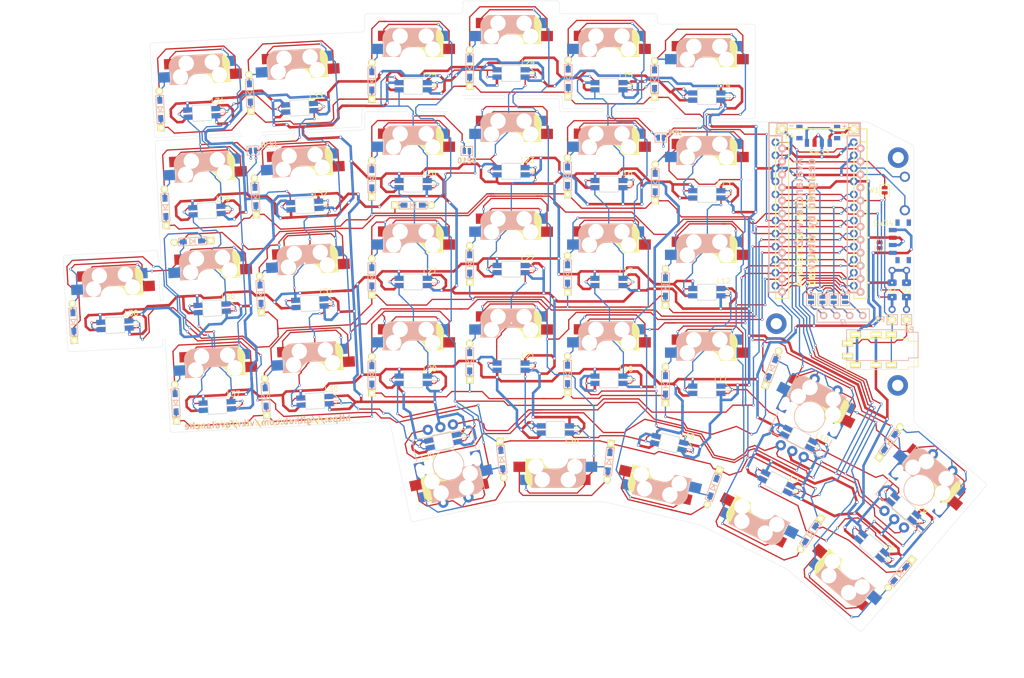
<source format=kicad_pcb>
(kicad_pcb (version 20211014) (generator pcbnew)
  (layers (0 "F.Cu" signal) (31 "B.Cu" signal) (34 "B.Paste" user) (35 "F.Paste" user) (36 "B.SilkS" user "B.Silkscreen") (37 "F.SilkS" user "F.Silkscreen") (38 "B.Mask" user) (39 "F.Mask" user) (44 "Edge.Cuts" user))
  (net 0 "")
  (footprint "used_footprints:diode_TH_SMD" (layer "F.Cu") (at -177.328549 57.904103 90)
    (fp_text reference "D22" hide)
    (fp_text value "1N4148" hide)
  )
  (footprint "used_footprints:M2_HOLE_PCB" (layer "F.Cu") (at -152.893919 66.01154 -6)
    (fp_text reference "HM13" hide)
    (fp_text value "CaseHole" hide)
  )
  (footprint "used_footprints:Switch_Reset_THT" (layer "F.Cu") (at -73.599995 22.599993 90)
    (fp_text reference "SW0" hide)
    (fp_text value "SW_Push" hide)
  )
  (footprint "used_footprints:diode_TH_SMD" (layer "F.Cu") (at -122.178539 20.454113 90)
    (fp_text reference "D12" hide)
    (fp_text value "1N4148" hide)
  )
  (footprint "used_footprints:diode_TH_SMD" (layer "F.Cu") (at -218.490479 6.211795 93)
    (fp_text reference "D1" hide)
    (fp_text value "1N4148" hide)
  )
  (footprint "used_footprints:YS-SK6812MINI-E" (layer "F.Cu") (at -150.228566 56.304107)
    (fp_text reference "L21")
    (fp_text value "SK6812MINI_LED" hide)
    (fp_line (start -1.8 -1.55) (end -1.8 1.55) (layer "Edge.Cuts") (width 0.12))
    (fp_line (start 1.8 1.55) (end 1.8 -1.55) (layer "Edge.Cuts") (width 0.12))
    (fp_line (start -1.8 1.55) (end 1.8 1.55) (layer "Edge.Cuts") (width 0.12))
    (fp_line (start 1.8 -1.55) (end -1.8 -1.55) (layer "Edge.Cuts") (width 0.12))
  )
  (footprint "used_footprints:M2_HOLE_PCB" (layer "F.Cu") (at -74.900003 59.999999)
    (fp_text reference "H15" hide)
    (fp_text value "MountingHole" hide)
  )
  (footprint "used_footprints:YS-SK6812MINI-E" (layer "F.Cu") (at -209.396986 25.912847 3)
    (fp_text reference "L35")
    (fp_text value "SK6812MINI_LED" hide)
    (fp_line (start 1.8 -1.55) (end -1.8 -1.55) (layer "Edge.Cuts") (width 0.12))
    (fp_line (start 1.8 1.55) (end 1.8 -1.55) (layer "Edge.Cuts") (width 0.12))
    (fp_line (start -1.8 1.55) (end 1.8 1.55) (layer "Edge.Cuts") (width 0.12))
    (fp_line (start -1.8 -1.55) (end -1.8 1.55) (layer "Edge.Cuts") (width 0.12))
  )
  (footprint "used_footprints:diode_TH_SMD" (layer "F.Cu") (at -139.228564 38.254107 90)
    (fp_text reference "D17" hide)
    (fp_text value "1N4148" hide)
  )
  (footprint "used_footprints:avalanche_Jumper" (layer "F.Cu") (at -87.447091 43.26936 90)
    (fp_text reference "JP7" hide)
    (fp_text value "Device_Jumper_NO_Small" hide)
  )
  (footprint "used_footprints:CherryMX_MidHeight_Hotswap_1u" (layer "F.Cu") (at -131.178548 -2.995892 180)
    (fp_text reference "SW5")
    (fp_text value "SW_Push" hide)
  )
  (footprint "used_footprints:CherryMX_MidHeight_Hotswap_1u" (layer "F.Cu") (at -189.622045 39.246184 -177)
    (fp_text reference "SW14")
    (fp_text value "SW_Push" hide)
  )
  (footprint "used_footprints:YS-SK6812MINI-E" (layer "F.Cu") (at -112.128537 3.704136)
    (fp_text reference "L14")
    (fp_text value "SK6812MINI_LED" hide)
    (fp_line (start 1.8 -1.55) (end -1.8 -1.55) (layer "Edge.Cuts") (width 0.12))
    (fp_line (start 1.8 1.55) (end 1.8 -1.55) (layer "Edge.Cuts") (width 0.12))
    (fp_line (start -1.8 1.55) (end 1.8 1.55) (layer "Edge.Cuts") (width 0.12))
    (fp_line (start -1.8 -1.55) (end -1.8 1.55) (layer "Edge.Cuts") (width 0.12))
  )
  (footprint "used_footprints:Jumper_rev" (layer "F.Cu") (at -158.828951 14.304133)
    (fp_text reference "JP10" hide)
    (fp_text value "Device_Jumper_NO_Small" hide)
  )
  (footprint "used_footprints:diode_TH_SMD" (layer "F.Cu") (at -177.328557 38.804127 90)
    (fp_text reference "D15" hide)
    (fp_text value "1N4148" hide)
  )
  (footprint "used_footprints:CherryMX_MidHeight_Hotswap_1u" (layer "F.Cu") (at -209.642954 21.219287 -177)
    (fp_text reference "SW7")
    (fp_text value "SW_Push" hide)
  )
  (footprint "used_footprints:diode_TH_SMD" (layer "F.Cu") (at -158.278556 36.304115 90)
    (fp_text reference "D16" hide)
    (fp_text value "1N4148" hide)
  )
  (footprint "used_footprints:YS-SK6812MINI-E" (layer "F.Cu") (at -131.178554 20.754138)
    (fp_text reference "L16")
    (fp_text value "SK6812MINI_LED" hide)
    (fp_line (start 1.8 -1.55) (end -1.8 -1.55) (layer "Edge.Cuts") (width 0.12))
    (fp_line (start 1.8 1.55) (end 1.8 -1.55) (layer "Edge.Cuts") (width 0.12))
    (fp_line (start -1.8 -1.55) (end -1.8 1.55) (layer "Edge.Cuts") (width 0.12))
    (fp_line (start -1.8 1.55) (end 1.8 1.55) (layer "Edge.Cuts") (width 0.12))
  )
  (footprint "used_footprints:diode_TH_SMD" (layer "F.Cu") (at -169.278561 24.854122)
    (fp_text reference "D10" hide)
    (fp_text value "1N4148" hide)
  )
  (footprint "used_footprints:diode_TH_SMD" (layer "F.Cu") (at -217.490871 25.285583 93)
    (fp_text reference "D7" hide)
    (fp_text value "1N4148" hide)
  )
  (footprint "used_footprints:CherryMX_MidHeight_Hotswap_1u" (layer "F.Cu") (at -120.605827 75.727823 -13.5)
    (fp_text reference "SW30")
    (fp_text value "SW_Push" hide)
  )
  (footprint "used_footprints:diode_TH_SMD" (layer "F.Cu") (at -152.019226 74.399861 -84)
    (fp_text reference "D28" hide)
    (fp_text value "1N4148" hide)
  )
  (footprint "used_footprints:CherryMX_MidHeight_Hotswap_1u" (layer "F.Cu") (at -112.128563 18.054112 180)
    (fp_text reference "SW12")
    (fp_text value "SW_Push" hide)
  )
  (footprint "used_footprints:1pin_conn" (layer "F.Cu") (at -76.066999 47.162121 180)
    (fp_text reference "P2")
    (fp_text value "i2c_pin" hide)
  )
  (footprint "used_footprints:RotaryEncoder_Alps_EC11E-Switch_Vertical_H20mm-keebio_modified" (layer "F.Cu") (at -70.79218 80.304245 49.5)
    (fp_text reference "ENC1" hide)
    (fp_text value "Rotary_Encoder_Switch" hide)
  )
  (footprint "used_footprints:M2_HOLE_PCB" (layer "F.Cu") (at -107.75389 71.441567 -13.5)
    (fp_text reference "HM14" hide)
    (fp_text value "CaseHole" hide)
  )
  (footprint "used_footprints:diode_TH_SMD" (layer "F.Cu") (at -99.440057 56.598701 69)
    (fp_text reference "D26" hide)
    (fp_text value "1N4148" hide)
  )
  (footprint "used_footprints:diode_TH_SMD" (layer "F.Cu") (at -74.544132 96.622598 -130.5)
    (fp_text reference "D32" hide)
    (fp_text value "1N4148" hide)
  )
  (footprint "used_footprints:avalanche_Jumper" (layer "F.Cu") (at -85.247091 43.26936 90)
    (fp_text reference "JP8" hide)
    (fp_text value "Device_Jumper_NO_Small" hide)
  )
  (footprint "used_footprints:diode_TH_SMD" (layer "F.Cu") (at -235.397422 47.603373 93)
    (fp_text reference "D27" hide)
    (fp_text value "1N4148" hide)
  )
  (footprint "used_footprints:M2_HOLE_PCB" (layer "F.Cu") (at -120.99581 27.592622)
    (fp_text reference "HM10" hide)
    (fp_text value "CaseHole" hide)
  )
  (footprint "used_footprints:diode_TH_SMD" (layer "F.Cu") (at -110.843857 79.800658 -109.5)
    (fp_text reference "D30" hide)
    (fp_text value "1N4148" hide)
  )
  (footprint "used_footprints:YS-SK6812MINI-E" (layer "F.Cu") (at -112.128539 41.804116)
    (fp_text reference "L12")
    (fp_text value "SK6812MINI_LED" hide)
    (fp_line (start 1.8 -1.55) (end -1.8 -1.55) (layer "Edge.Cuts") (width 0.12))
    (fp_line (start -1.8 1.55) (end 1.8 1.55) (layer "Edge.Cuts") (width 0.12))
    (fp_line (start 1.8 1.55) (end 1.8 -1.55) (layer "Edge.Cuts") (width 0.12))
    (fp_line (start -1.8 -1.55) (end -1.8 1.55) (layer "Edge.Cuts") (width 0.12))
  )
  (footprint "used_footprints:M2_HOLE_PCB" (layer "F.Cu") (at -97.899997 48.299993 -9)
    (fp_text reference "HM12" hide)
    (fp_text value "CaseHole" hide)
  )
  (footprint "used_footprints:CherryMX_MidHeight_Hotswap_1u" (layer "F.Cu") (at -141.617231 73.228243)
    (fp_text reference "SW29")
    (fp_text value "SW_Push" hide)
  )
  (footprint "used_footprints:YS-SK6812MINI-E" (layer "F.Cu") (at -112.128532 60.804135)
    (fp_text reference "L11")
    (fp_text value "SK6812MINI_LED" hide)
    (fp_line (start -1.8 -1.55) (end -1.8 1.55) (layer "Edge.Cuts") (width 0.12))
    (fp_line (start 1.8 -1.55) (end -1.8 -1.55) (layer "Edge.Cuts") (width 0.12))
    (fp_line (start 1.8 1.55) (end 1.8 -1.55) (layer "Edge.Cuts") (width 0.12))
    (fp_line (start -1.8 1.55) (end 1.8 1.55) (layer "Edge.Cuts") (width 0.12))
  )
  (footprint "used_footprints:CherryMX_MidHeight_Hotswap_1u" (layer "F.Cu") (at -100.755486 83.038398 -27)
    (fp_text reference "SW31")
    (fp_text value "SW_Push" hide)
  )
  (footprint "used_footprints:1pin_conn" (layer "F.Cu") (at -97.476176 9.999382)
    (fp_text reference "P4")
    (fp_text value "battery-" hide)
  )
  (footprint "used_footprints:M2_HOLE_PCB" (layer "F.Cu") (at -199.656141 30.259008 3)
    (fp_text reference "HM8" hide)
    (fp_text value "CaseHole" hide)
  )
  (footprint "used_footprints:diode_TH_SMD" (layer "F.Cu") (at -158.278574 55.354135 90)
    (fp_text reference "D23" hide)
    (fp_text value "1N4148" hide)
  )
  (footprint "used_footprints:YS-SK6812MINI-E" (layer "F.Cu") (at -169.278552 20.754108)
    (fp_text reference "L26")
    (fp_text value "SK6812MINI_LED" hide)
    (fp_line (start 1.8 -1.55) (end -1.8 -1.55) (layer "Edge.Cuts") (width 0.12))
    (fp_line (start -1.8 1.55) (end 1.8 1.55) (layer "Edge.Cuts") (width 0.12))
    (fp_line (start 1.8 1.55) (end 1.8 -1.55) (layer "Edge.Cuts") (width 0.12))
    (fp_line (start -1.8 -1.55) (end -1.8 1.55) (layer "Edge.Cuts") (width 0.12))
  )
  (footprint "used_footprints:CherryMX_MidHeight_Hotswap_1u" (layer "F.Cu") (at -207.648964 59.267064 -177)
    (fp_text reference "SW20")
    (fp_text value "SW_Push" hide)
  )
  (footprint "used_footprints:CherryMX_MidHeight_Hotswap_1u" (layer "F.Cu") (at -150.228558 51.646638 180)
    (fp_text reference "SW23")
    (fp_text value "SW_Push" hide)
  )
  (footprint "used_footprints:CherryMX_MidHeight_Hotswap_1u" (layer "F.Cu") (at -70.79218 80.304245 139.5)
    (fp_text reference "SW19")
    (fp_text value "SW_Push" hide)
  )
  (footprint "used_footprints:CherryMX_MidHeight_Hotswap_1u" (layer "F.Cu") (at -150.228572 13.554148 180)
    (fp_text reference "SW10")
    (fp_text value "SW_Push" hide)
  )
  (footprint "used_footprints:diode_TH_SMD" (layer "F.Cu") (at -177.328564 0.654109 90)
    (fp_text reference "D3" hide)
    (fp_text value "1N4148" hide)
  )
  (footprint "used_footprints:diode_TH_SMD" (layer "F.Cu") (at -201.054471 3.004844 93)
    (fp_text reference "D2" hide)
    (fp_text value "1N4148" hide)
  )
  (footprint "used_footprints:YS-SK6812MINI-E" (layer "F.Cu") (at -188.37905 62.963658 3)
    (fp_text reference "L30")
    (fp_text value "SK6812MINI_LED" hide)
    (fp_line (start -1.8 1.55) (end 1.8 1.55) (layer "Edge.Cuts") (width 0.12))
    (fp_line (start 1.8 -1.55) (end -1.8 -1.55) (layer "Edge.Cuts") (width 0.12))
    (fp_line (start -1.8 -1.55) (end -1.8 1.55) (layer "Edge.Cuts") (width 0.12))
    (fp_line (start 1.8 1.55) (end 1.8 -1.55) (layer "Edge.Cuts") (width 0.12))
  )
  (footprint "used_footprints:RotaryEncoder_Alps_EC11E-Switch_Vertical_H20mm-keebio_modified" (layer "F.Cu") (at -92.106959 66.064753 63)
    (fp_text reference "ENC2" hide)
    (fp_text value "Rotary_Encoder_Switch" hide)
  )
  (footprint "used_footprints:YS-SK6812MINI-E" (layer "F.Cu") (at -150.228577 18.254138)
    (fp_text reference "L23")
    (fp_text value "SK6812MINI_LED" hide)
    (fp_line (start 1.8 1.55) (end 1.8 -1.55) (layer "Edge.Cuts") (width 0.12))
    (fp_line (start -1.8 -1.55) (end -1.8 1.55) (layer "Edge.Cuts") (width 0.12))
    (fp_line (start 1.8 -1.55) (end -1.8 -1.55) (layer "Edge.Cuts") (width 0.12))
    (fp_line (start -1.8 1.55) (end 1.8 1.55) (layer "Edge.Cuts") (width 0.12))
  )
  (footprint "used_footprints:1pin_conn" (layer "F.Cu") (at -83.534989 9.999365)
    (fp_text reference "P3")
    (fp_text value "battery+" hide)
  )
  (footprint "used_footprints:YS-SK6812MINI-E" (layer "F.Cu") (at -207.402951 63.960635 3)
    (fp_text reference "L37")
    (fp_text value "SK6812MINI_LED" hide)
    (fp_line (start -1.8 1.55) (end 1.8 1.55) (layer "Edge.Cuts") (width 0.12))
    (fp_line (start 1.8 1.55) (end 1.8 -1.55) (layer "Edge.Cuts") (width 0.12))
    (fp_line (start -1.8 -1.55) (end -1.8 1.55) (layer "Edge.Cuts") (width 0.12))
    (fp_line (start 1.8 -1.55) (end -1.8 -1.55) (layer "Edge.Cuts") (width 0.12))
  )
  (footprint "used_footprints:CherryMX_MidHeight_Hotswap_1u" (layer "F.Cu") (at -227.549431 43.53702 -177)
    (fp_text reference "SW27")
    (fp_text value "SW_Push" hide)
  )
  (footprint "used_footprints:YS-SK6812MINI-E" (layer "F.Cu") (at -169.27855 58.854153)
    (fp_text reference "L28")
    (fp_text value "SK6812MINI_LED" hide)
    (fp_line (start 1.8 -1.55) (end -1.8 -1.55) (layer "Edge.Cuts") (width 0.12))
    (fp_line (start 1.8 1.55) (end 1.8 -1.55) (layer "Edge.Cuts") (width 0.12))
    (fp_line (start -1.8 -1.55) (end -1.8 1.55) (layer "Edge.Cuts") (width 0.12))
    (fp_line (start -1.8 1.55) (end 1.8 1.55) (layer "Edge.Cuts") (width 0.12))
  )
  (footprint "used_footprints:YS-SK6812MINI-E" (layer "F.Cu") (at -94.240069 70.251189 -27)
    (fp_text reference "L10")
    (fp_text value "SK6812MINI_LED" hide)
    (fp_line (start 1.8 -1.55) (end -1.8 -1.55) (layer "Edge.Cuts") (width 0.12))
    (fp_line (start 1.8 1.55) (end 1.8 -1.55) (layer "Edge.Cuts") (width 0.12))
    (fp_line (start -1.8 1.55) (end 1.8 1.55) (layer "Edge.Cuts") (width 0.12))
    (fp_line (start -1.8 -1.55) (end -1.8 1.55) (layer "Edge.Cuts") (width 0.12))
  )
  (footprint "used_footprints:diode_TH_SMD" (layer "F.Cu") (at -215.496885 63.333382 93)
    (fp_text reference "D20" hide)
    (fp_text value "1N4148" hide)
  )
  (footprint "used_footprints:diode_TH_SMD" (layer "F.Cu") (at -120.178545 40.779131 90)
    (fp_text reference "D18" hide)
    (fp_text value "1N4148" hide)
  )
  (footprint "used_footprints:Jumper_rev" (layer "F.Cu") (at -121.078566 11.704141)
    (fp_text reference "JP9" hide)
    (fp_text value "Device_Jumper_NO_Small" hide)
  )
  (footprint "used_footprints:MJ-4PP-9" (layer "F.Cu") (at -72.929579 53.856819 -90)
    (fp_text reference "J1" hide)
    (fp_text value "TRRS" hide)
  )
  (footprint "used_footprints:diode_TH_SMD" (layer "F.Cu") (at -91.975387 88.874578 -123)
    (fp_text reference "D31" hide)
    (fp_text value "1N4148" hide)
  )
  (footprint "used_footprints:diode_TH_SMD" (layer "F.Cu") (at -76.570025 71.002619 55.5)
    (fp_text reference "D19" hide)
    (fp_text value "1N4148" hide)
  )
  (footprint "used_footprints:CherryMX_MidHeight_Hotswap_1u" (layer "F.Cu") (at -188.625065 58.270079 -177)
    (fp_text reference "SW21")
    (fp_text value "SW_Push" hide)
  )
  (footprint "used_footprints:YS-SK6812MINI-E" (layer "F.Cu") (at -189.376068 43.939753 3)
    (fp_text reference "L31")
    (fp_text value "SK6812MINI_LED" hide)
    (fp_line (start -1.8 1.55) (end 1.8 1.55) (layer "Edge.Cuts") (width 0.12))
    (fp_line (start 1.8 -1.55) (end -1.8 -1.55) (layer "Edge.Cuts") (width 0.12))
    (fp_line (start 1.8 1.55) (end 1.8 -1.55) (layer "Edge.Cuts") (width 0.12))
    (fp_line (start -1.8 -1.55) (end -1.8 1.55) (layer "Edge.Cuts") (width 0.12))
  )
  (footprint "used_footprints:Resistor_Hybrid_1205" (layer "F.Cu") (at -73.281929 41.362108 -90)
    (fp_text reference "R2")
    (fp_text value "4.7K" hide)
  )
  (footprint "used_footprints:M2_HOLE_PCB" (layer "F.Cu") (at -217.813899 47.783348 3)
    (fp_text reference "HM5" hide)
    (fp_text value "CaseHole" hide)
  )
  (footprint "used_footprints:avalanche_Jumper" (layer "F.Cu") (at -91.847091 43.26936 90)
    (fp_text reference "JP5" hide)
    (fp_text value "Device_Jumper_NO_Small" hide)
  )
  (footprint "used_footprints:CherryMX_MidHeight_Hotswap_1u" (layer "F.Cu") (at -112.128572 56.154144 180)
    (fp_text reference "SW25")
    (fp_text value "SW_Push" hide)
  )
  (footprint "used_footprints:YS-SK6812MINI-E" (layer "F.Cu") (at -208.399965 44.936748 3)
    (fp_text reference "L36")
    (fp_text value "SK6812MINI_LED" hide)
    (fp_line (start -1.8 1.55) (end 1.8 1.55) (layer "Edge.Cuts") (width 0.12))
    (fp_line (start 1.8 -1.55) (end -1.8 -1.55) (layer "Edge.Cuts") (width 0.12))
    (fp_line (start 1.8 1.55) (end 1.8 -1.55) (layer "Edge.Cuts") (width 0.12))
    (fp_line (start -1.8 -1.55) (end -1.8 1.55) (layer "Edge.Cuts") (width 0.12))
  )
  (footprint "used_footprints:YS-SK6812MINI-E" (layer "F.Cu") (at -73.855779 83.891284 -40.5)
    (fp_text reference "L9")
    (fp_text value "SK6812MINI_LED" hide)
    (fp_line (start 1.8 -1.55) (end -1.8 -1.55) (layer "Edge.Cuts") (width 0.12))
    (fp_line (start -1.8 1.55) (end 1.8 1.55) (layer "Edge.Cuts") (width 0.12))
    (fp_line (start 1.8 1.55) (end 1.8 -1.55) (layer "Edge.Cuts") (width 0.12))
    (fp_line (start -1.8 -1.55) (end -1.8 1.55) (layer "Edge.Cuts") (width 0.12))
  )
  (footprint "used_footprints:diode_TH_SMD" (layer "F.Cu") (at -177.32855 19.704148 90)
    (fp_text reference "D9" hide)
    (fp_text value "1N4148" hide)
  )
  (footprint "used_footprints:CherryMX_MidHeight_Hotswap_1u" (layer "F.Cu") (at -210.639936 2.19538 -177)
    (fp_text reference "SW1")
    (fp_text value "SW_Push" hide)
  )
  (footprint "used_footprints:CherryMX_MidHeight_Hotswap_1u" (layer "F.Cu") (at -169.27857 -2.99586 180)
    (fp_text reference "SW3")
    (fp_text value "SW_Push" hide)
  )
  (footprint "used_footprints:CherryMX_MidHeight_Hotswap_1u" (layer "F.Cu") (at -169.278554 54.154135 180)
    (fp_text reference "SW22")
    (fp_text value "SW_Push" hide)
  )
  (footprint "used_footprints:avalanche_Jumper" (layer "F.Cu") (at -78.513291 32.64686 -90)
    (fp_text reference "JP12" hide)
    (fp_text value "Device_Jumper_NO_Small" hide)
  )
  (footprint "used_footprints:YS-SK6812MINI-E" (layer "F.Cu") (at -169.278543 1.704144)
    (fp_text reference "L25")
    (fp_text value "SK6812MINI_LED" hide)
    (fp_line (start 1.8 -1.55) (end -1.8 -1.55) (layer "Edge.Cuts") (width 0.12))
    (fp_line (start -1.8 1.55) (end 1.8 1.55) (layer "Edge.Cuts") (width 0.12))
    (fp_line (start -1.8 -1.55) (end -1.8 1.55) (layer "Edge.Cuts") (width 0.12))
    (fp_line (start 1.8 1.55) (end 1.8 -1.55) (layer "Edge.Cuts") (width 0.12))
  )
  (footprint "used_footprints:diode_TH_SMD" (layer "F.Cu") (at -158.278584 -1.845871 90)
    (fp_text reference "D4" hide)
    (fp_text value "1N4148" hide)
  )
  (footprint "used_footprints:YS-SK6812MINI-E" (layer "F.Cu") (at -141.608183 68.538408)
    (fp_text reference "L20")
    (fp_text value "SK6812MINI_LED" hide)
    (fp_line (start -1.8 1.55) (end 1.8 1.55) (layer "Edge.Cuts") (width 0.12))
    (fp_line (start -1.8 -1.55) (end -1.8 1.55) (layer "Edge.Cuts") (width 0.12))
    (fp_line (start 1.8 1.55) (end 1.8 -1.55) (layer "Edge.Cuts") (width 0.12))
    (fp_line (start 1.8 -1.55) (end -1.8 -1.55) (layer "Edge.Cuts") (width 0.12))
  )
  (footprint "used_footprints:M2_HOLE_PCB" (layer "F.Cu") (at -87.24745 81.863618 4.5)
    (fp_text reference "HM3" hide)
    (fp_text value "CaseHole" hide)
  )
  (footprint "used_footprints:CherryMX_MidHeight_Hotswap_1u" (layer "F.Cu") (at -131.178555 16.05413 180)
    (fp_text reference "SW11")
    (fp_text value "SW_Push" hide)
  )
  (footprint "used_footprints:CherryMX_MidHeight_Hotswap_1u" (layer "F.Cu") (at -131.178556 54.154124 180)
    (fp_text reference "SW24")
    (fp_text value "SW_Push" hide)
  )
  (footprint "used_footprints:RotaryEncoder_Alps_EC11E-Switch_Vertical_H20mm-keebio_modified" (layer "F.Cu") (at -162.423171 75.422375 -78)
    (fp_text reference "ENC3" hide)
    (fp_text value "Rotary_Encoder_Switch" hide)
  )
  (footprint "used_footprints:1pin_conn" (layer "F.Cu") (at -73.26697 47.162139 180)
    (fp_text reference "P1")
    (fp_text value "i2c_pin" hide)
  )
  (footprint "used_footprints:diode_TH_SMD" (layer "F.Cu") (at -212.236507 31.919674 -177)
    (fp_text reference "D13" hide)
    (fp_text value "1N4148" hide)
  )
  (footprint "used_footprints:YS-SK6812MINI-E" (layer "F.Cu") (at -163.40287 70.820508 12)
    (fp_text reference "L29")
    (fp_text value "SK6812MINI_LED" hide)
    (fp_line (start 1.8 1.55) (end 1.8 -1.55) (layer "Edge.Cuts") (width 0.12))
    (fp_line (start -1.8 -1.55) (end -1.8 1.55) (layer "Edge.Cuts") (width 0.12))
    (fp_line (start -1.8 1.55) (end 1.8 1.55) (layer "Edge.Cuts") (width 0.12))
    (fp_line (start 1.8 -1.55) (end -1.8 -1.55) (layer "Edge.Cuts") (width 0.12))
  )
  (footprint "used_footprints:M2_HOLE_PCB" (layer "F.Cu") (at -160.762976 5.505531)
    (fp_text reference "HM9" hide)
    (fp_text value "CaseHole" hide)
  )
  (footprint "used_footprints:Resistor_Hybrid_1205" (layer "F.Cu") (at -76.081981 41.362142 90)
    (fp_text reference "R1")
    (fp_text value "4.7K" hide)
  )
  (footprint "used_footprints:diode_TH_SMD" (layer "F.Cu") (at -139.228563 19.204129 90)
    (fp_text reference "D11" hide)
    (fp_text value "1N4148" hide)
  )
  (footprint "used_footprints:YS-SK6812MINI-E" (layer "F.Cu") (at -131.178517 58.854114)
    (fp_text reference "L18")
    (fp_text value "SK6812MINI_LED" hide)
    (fp_line (start 1.8 1.55) (end 1.8 -1.55) (layer "Edge.Cuts") (width 0.12))
    (fp_line (start 1.8 -1.55) (end -1.8 -1.55) (layer "Edge.Cuts") (width 0.12))
    (fp_line (start -1.8 1.55) (end 1.8 1.55) (layer "Edge.Cuts") (width 0.12))
    (fp_line (start -1.8 -1.55) (end -1.8 1.55) (layer "Edge.Cuts") (width 0.12))
  )
  (footprint "used_footprints:CherryMX_MidHeight_Hotswap_1u" (layer "F.Cu") (at -191.616057 1.198381 -177)
    (fp_text reference "SW2")
    (fp_text value "SW_Push" hide)
  )
  (footprint "used_footprints:CherryMX_MidHeight_Hotswap_1u" (layer "F.Cu") (at -83.164129 94.789922 -40.5)
    (fp_text reference "SW32")
    (fp_text value "SW_Push" hide)
  )
  (footprint "used_footprints:M2_HOLE_PCB" (layer "F.Cu") (at -200.680771 10.207362 3)
    (fp_text reference "HM7" hide)
    (fp_text value "CaseHole" hide)
  )
  (footprint "used_footprints:CherryMX_MidHeight_Hotswap_1u" (layer "F.Cu") (at -112.128573 -0.995855 180)
    (fp_text reference "SW6")
    (fp_text value "SW_Push" hide)
  )
  (footprint "used_footprints:CherryMX_MidHeight_Hotswap_1u" (layer "F.Cu") (at -112.128549 37.10414 180)
    (fp_text reference "SW18")
    (fp_text value "SW_Push" hide)
  )
  (footprint "used_footprints:M2_HOLE_PCB" (layer "F.Cu") (at -159.125807 23.082636)
    (fp_text reference "HM11" hide)
    (fp_text value "CaseHole" hide)
  )
  (footprint "used_footprints:Jumper_rev" (layer "F.Cu") (at -200.446592 14.228432 3)
    (fp_text reference "JP11" hide)
    (fp_text value "Device_Jumper_NO_Small" hide)
  )
  (footprint "used_footprints:YS-SK6812MINI-E" (layer "F.Cu") (at -191.370071 5.891962 3)
    (fp_text reference "L33")
    (fp_text value "SK6812MINI_LED" hide)
    (fp_line (start 1.8 -1.55) (end -1.8 -1.55) (layer "Edge.Cuts") (width 0.12))
    (fp_line (start -1.8 -1.55) (end -1.8 1.55) (layer "Edge.Cuts") (width 0.12))
    (fp_line (start 1.8 1.55) (end 1.8 -1.55) (layer "Edge.Cuts") (width 0.12))
    (fp_line (start -1.8 1.55) (end 1.8 1.55) (layer "Edge.Cuts") (width 0.12))
  )
  (footprint "used_footprints:diode_TH_SMD" (layer "F.Cu") (at -131.167086 74.82614 -96)
    (fp_text reference "D29" hide)
    (fp_text value "1N4148" hide)
  )
  (footprint "used_footprints:M2_HOLE_PCB" (layer "F.Cu") (at -120.622974 7.505531 14.5)
    (fp_text reference "HM2" hide)
    (fp_text value "CaseHole" hide)
  )
  (footprint "used_footprints:diode_TH_SMD" (layer "F.Cu") (at -120.178545 59.85414 90)
    (fp_text reference "D25" hide)
    (fp_text value "1N4148" hide)
  )
  (footprint "used_footprints:avalanche_Jumper" (layer "F.Cu") (at -89.647091 43.26936 90)
    (fp_text reference "JP6" hide)
    (fp_text value "Device_Jumper_NO_Small" hide)
  )
  (footprint "used_footprints:diode_TH_SMD" (layer "F.Cu") (at -139.228547 57.804098 90)
    (fp_text reference "D24" hide)
    (fp_text value "1N4148" hide)
  )
  (footprint "used_footprints:Switch_MSK-12C01-07" (layer "F.Cu") (at -73.918612 31.919359 90)
    (fp_text reference "SW34")
    (fp_text value "SW_DPDT_x2" hide)
  )
  (footprint "used_footprints:M2_HOLE_PCB" (layer "F.Cu") (at -74.899996 15.600004 -19.5)
    (fp_text reference "HM1" hide)
    (fp_text value "CaseHole" hide)
  )
  (footprint "used_footprints:YS-SK6812MINI-E" (layer "F.Cu") (at -131.178536 39.804116)
    (fp_text reference "L17")
    (fp_text value "SK6812MINI_LED" hide)
    (fp_line (start -1.8 -1.55) (end -1.8 1.55) (layer "Edge.Cuts") (width 0.12))
    (fp_line (start 1.8 1.55) (end 1.8 -1.55) (layer "Edge.Cuts") (width 0.12))
    (fp_line (start 1.8 -1.55) (end -1.8 -1.55) (layer "Edge.Cuts") (width 0.12))
    (fp_line (start -1.8 1.55) (end 1.8 1.55) (layer "Edge.Cuts") (width 0.12))
  )
  (footprint "used_footprints:YS-SK6812MINI-E" (layer "F.Cu") (at -131.17855 1.704125)
    (fp_text reference "L15")
    (fp_text value "SK6812MINI_LED" hide)
    (fp_line (start 1.8 1.55) (end 1.8 -1.55) (layer "Edge.Cuts") (width 0.12))
    (fp_line (start -1.8 1.55) (end 1.8 1.55) (layer "Edge.Cuts") (width 0.12))
    (fp_line (start 1.8 -1.55) (end -1.8 -1.55) (layer "Edge.Cuts") (width 0.12))
    (fp_line (start -1.8 -1.55) (end -1.8 1.55) (layer "Edge.Cuts") (width 0.12))
  )
  (footprint "used_footprints:YS-SK6812MINI-E" (layer "F.Cu") (at -190.373069 24.915832 3)
    (fp_text reference "L32")
    (fp_text value "SK6812MINI_LED" hide)
    (fp_line (start 1.8 -1.55) (end -1.8 -1.55) (layer "Edge.Cuts") (width 0.12))
    (fp_line (start -1.8 1.55) (end 1.8 1.55) (layer "Edge.Cuts") (width 0.12))
    (fp_line (start -1.8 -1.55) (end -1.8 1.55) (layer "Edge.Cuts") (width 0.12))
    (fp_line (start 1.8 1.55) (end 1.8 -1.55) (layer "Edge.Cuts") (width 0.12))
  )
  (footprint "used_footprints:diode_TH_SMD" (layer "F.Cu") (at -122.298548 0.314105 90)
    (fp_text reference "D6" hide)
    (fp_text value "1N4148" hide)
  )
  (footprint "used_footprints:YS-SK6812MINI-E" (layer "F.Cu") (at -150.228539 -0.795857)
    (fp_text reference "L24")
    (fp_text value "SK6812MINI_LED" hide)
    (fp_line (start -1.8 1.55) (end 1.8 1.55) (layer "Edge.Cuts") (width 0.12))
    (fp_line (start 1.8 1.55) (end 1.8 -1.55) (layer "Edge.Cuts") (width 0.12))
    (fp_line (start 1.8 -1.55) (end -1.8 -1.55) (layer "Edge.Cuts") (width 0.12))
    (fp_line (start -1.8 -1.55) (end -1.8 1.55) (layer "Edge.Cuts") (width 0.12))
  )
  (footprint "used_footprints:CherryMX_MidHeight_Hotswap_1u" (layer "F.Cu") (at -162.423171 75.422375 12)
    (fp_text reference "SW28")
    (fp_text value "SW_Push" hide)
  )
  (footprint "used_footprints:CherryMX_MidHeight_Hotswap_1u" (layer "F.Cu") (at -150.228576 32.60415 180)
    (fp_text reference "SW16")
    (fp_text value "SW_Push" hide)
  )
  (footprint "used_footprints:YS-SK6812MINI-E" (layer "F.Cu") (at -119.479427 71.164735 -13.5)
    (fp_text reference "L19")
    (fp_text value "SK6812MINI_LED" hide)
    (fp_line (start 1.8 1.55) (end 1.8 -1.55) (layer "Edge.Cuts") (width 0.12))
    (fp_line (start -1.8 1.55) (end 1.8 1.55) (layer "Edge.Cuts") (width 0.12))
    (fp_line (start -1.8 -1.55) (end -1.8 1.55) (layer "Edge.Cuts") (width 0.12))
    (fp_line (start 1.8 -1.55) (end -1.8 -1.55) (layer "Edge.Cuts") (width 0.12))
  )
  (footprint "used_footprints:YS-SK6812MINI-E" (layer "F.Cu") (at -98.556902 78.879477 -27)
    (fp_text reference "L7")
    (fp_text value "SK6812MINI_LED" hide)
    (fp_line (start 1.8 1.55) (end 1.8 -1.55) (layer "Edge.Cuts") (width 0.12))
    (fp_line (start -1.8 -1.55) (end -1.8 1.55) (layer "Edge.Cuts") (width 0.12))
    (fp_line (start -1.8 1.55) (end 1.8 1.55) (layer "Edge.Cuts") (width 0.12))
    (fp_line (start 1.8 -1.55) (end -1.8 -1.55) (layer "Edge.Cuts") (width 0.12))
  )
  (footprint "used_footprints:CherryMX_MidHeight_Hotswap_1u" (layer "F.Cu") (at -150.228584 -5.495854 180)
    (fp_text reference "SW4")
    (fp_text value "SW_Push" hide)
  )
  (footprint "used_footprints:CherryMX_MidHeight_Hotswap_1u" (layer "F.Cu") (at -190.619044 20.222289 -177)
    (fp_text reference "SW8")
    (fp_text value "SW_Push" hide)
  )
  (footprint "used_footprints:YS-SK6812MINI-E" (layer "F.Cu") (at -210.393939 6.888962 3)
    (fp_text reference "L34")
    (fp_text value "SK6812MINI_LED" hide)
    (fp_line (start -1.8 -1.55) (end -1.8 1.55) (layer "Edge.Cuts") (width 0.12))
    (fp_line (start -1.8 1.55) (end 1.8 1.55) (layer "Edge.Cuts") (width 0.12))
    (fp_line (start 1.8 1.55) (end 1.8 -1.55) (layer "Edge.Cuts") (width 0.12))
    (fp_line (start 1.8 -1.55) (end -1.8 -1.55) (layer "Edge.Cuts") (width 0.12))
  )
  (footprint "used_footprints:CherryMX_MidHeight_Hotswap_1u" (layer "F.Cu") (at -131.178573 35.104113 180)
    (fp_text reference "SW17")
    (fp_text value "SW_Push" hide)
  )
  (footprint "used_footprints:M2_HOLE_PCB" (layer "F.Cu") (at -130.123914 66.091545)
    (fp_text reference "HM4" hide)
    (fp_text value "CaseHole" hide)
  )
  (footprint "used_footprints:YS-SK6812MINI-E" (layer "F.Cu") (at -169.278561 39.80414)
    (fp_text reference "L27")
    (fp_text value "SK6812MINI_LED" hide)
    (fp_line (start -1.8 1.55) (end 1.8 1.55) (layer "Edge.Cuts") (width 0.12))
    (fp_line (start -1.8 -1.55) (end -1.8 1.55) (layer "Edge.Cuts") (width 0.12))
    (fp_line (start 1.8 1.55) (end 1.8 -1.55) (layer "Edge.Cuts") (width 0.12))
    (fp_line (start 1.8 -1.55) (end -1.8 -1.55) (layer "Edge.Cuts") (width 0.12))
  )
  (footprint "used_footprints:M2_HOLE_PCB" (layer "F.Cu") (at -198.659171 49.282908 3)
    (fp_text reference "HM6" hide)
    (fp_text value "CaseHole" hide)
  )
  (footprint "used_footprints:diode_TH_SMD" (layer "F.Cu") (at -199.977781 23.166137 93)
    (fp_text reference "D8" hide)
    (fp_text value "1N4148" hide)
  )
  (footprint "used_footprints:diode_TH_SMD" (layer "F.Cu") (at -139.108538 0.154128 90)
    (fp_text reference "D5" hide)
    (fp_text value "1N4148" hide)
  )
  (footprint "used_footprints:CherryMX_MidHeight_Hotswap_1u" (layer "F.Cu") (at -169.278562 35.104143 180)
    (fp_text reference "SW15")
    (fp_text value "SW_Push" hide)
  )
  (footprint "used_footprints:YS-SK6812MINI-E" (layer "F.Cu") (at -227.30346 48.230582 3)
    (fp_text reference "L38")
    (fp_text value "SK6812MINI_LED" hide)
    (fp_line (start 1.8 1.55) (end 1.8 -1.55) (layer "Edge.Cuts") (width 0.12))
    (fp_line (start -1.8 -1.55) (end -1.8 1.55) (layer "Edge.Cuts") (width 0.12))
    (fp_line (start 1.8 -1.55) (end -1.8 -1.55) (layer "Edge.Cuts") (width 0.12))
    (fp_line (start -1.8 1.55) (end 1.8 1.55) (layer "Edge.Cuts") (width 0.12))
  )
  (footprint "used_footprints:YS-SK6812MINI-E" (layer "F.Cu") (at -80.081744 91.240497 -40.5)
    (fp_text reference "L8")
    (fp_text value "SK6812MINI_LED" hide)
    (fp_line (start -1.8 1.55) (end 1.8 1.55) (layer "Edge.Cuts") (width 0.12))
    (fp_line (start -1.8 -1.55) (end -1.8 1.55) (layer "Edge.Cuts") (width 0.12))
    (fp_line (start 1.8 -1.55) (end -1.8 -1.55) (layer "Edge.Cuts") (width 0.12))
    (fp_line (start 1.8 1.55) (end 1.8 -1.55) (layer "Edge.Cuts") (width 0.12))
  )
  (footprint "used_footprints:CherryMX_MidHeight_Hotswap_1u" (layer "F.Cu") (at -92.106959 66.064753 153)
    (fp_text reference "SW26")
    (fp_text value "SW_Push" hide)
  )
  (footprint "used_footprints:CherryMX_MidHeight_Hotswap_1u" (layer "F.Cu") (at -208.64595 40.243182 -177)
    (fp_text reference "SW13")
    (fp_text value "SW_Push" hide)
  )
  (footprint "used_footprints:avalanche_Jumper" (layer "F.Cu") (at -77.529988 21.960002 -90)
    (fp_text reference "W1" hide)
    (fp_text value "jumper" hide)
  )
  (footprint "used_footprints:ProMicro_rev2" (layer "F.Cu") (at -89.954956 27.379137)
    (fp_text reference "U1" hide)
    (fp_text value "ProMicro" hide)
  )
  (footprint "used_footprints:YS-SK6812MINI-E" (layer "F.Cu") (at -150.228549 37.304135)
    (fp_text reference "L22")
    (fp_text value "SK6812MINI_LED" hide)
    (fp_line (start -1.8 -1.55) (end -1.8 1.55) (layer "Edge.Cuts") (width 0.12))
    (fp_line (start 1.8 1.55) (end 1.8 -1.55) (layer "Edge.Cuts") (width 0.12))
    (fp_line (start -1.8 1.55) (end 1.8 1.55) (layer "Edge.Cuts") (width 0.12))
    (fp_line (start 1.8 -1.55) (end -1.8 -1.55) (layer "Edge.Cuts") (width 0.12))
  )
  (footprint "used_footprints:YS-SK6812MINI-E" (layer "F.Cu") (at -112.128523 22.754114)
    (fp_text reference "L13")
    (fp_text value "SK6812MINI_LED" hide)
    (fp_line (start 1.8 1.55) (end 1.8 -1.55) (layer "Edge.Cuts") (width 0.12))
    (fp_line (start 1.8 -1.55) (end -1.8 -1.55) (layer "Edge.Cuts") (width 0.12))
    (fp_line (start -1.8 -1.55) (end -1.8 1.55) (layer "Edge.Cuts") (width 0.12))
    (fp_line (start -1.8 1.55) (end 1.8 1.55) (layer "Edge.Cuts") (width 0.12))
  )
  (footprint "used_footprints:diode_TH_SMD" (layer "F.Cu") (at -197.981359 62.215166 93)
    (fp_text reference "D21" hide)
    (fp_text value "1N4148" hide)
  )
  (footprint "used_footprints:Switch_MSK-12C01-07" (layer "F.Cu") (at -90.448609 10.699355 180)
    (fp_text reference "SW33")
    (fp_text value "SW_DPDT_x2")
  )
  (footprint "used_footprints:CherryMX_MidHeight_Hotswap_1u" (layer "F.Cu") (at -169.278572 16.054138 180)
    (fp_text reference "SW9")
    (fp_text value "SW_Push" hide)
  )
  (footprint "used_footprints:diode_TH_SMD" (layer "F.Cu") (at -198.980799 42.190022 93)
    (fp_text reference "D14" hide)
    (fp_text value "1N4148" hide)
  )
  (footprint "used_footprints:avalanche_Jumper" (layer "B.Cu") (at -89.647091 43.26936 90)
    (fp_text reference "JP2" hide)
    (fp_text value "Device_Jumper_NO_Small" hide)
  )
  (footprint "used_footprints:avalanche_Jumper" (layer "B.Cu") (at -85.247091 43.26936 90)
    (fp_text reference "JP4" hide)
    (fp_text value "Device_Jumper_NO_Small" hide)
  )
  (footprint "used_footprints:OLED_4Pin_SSD1306" (layer "B.Cu") (at -85.596001 46.359996 180)
    (fp_text reference "J2")
    (fp_text value "OLED" hide)
  )
  (footprint "used_footprints:avalanche_Jumper" (layer "B.Cu") (at -91.847091 43.26936 90)
    (fp_text reference "JP1" hide)
    (fp_text value "Device_Jumper_NO_Small" hide)
  )
  (footprint "used_footprints:avalanche_Jumper" (layer "B.Cu") (at -87.447091 43.26936 90)
    (fp_text reference "JP3" hide)
    (fp_text value "Device_Jumper_NO_Small" hide)
  )
  (gr_arc (start -160.214644 5.940093) (mid -160.243934 6.010805) (end -160.314647 6.040094) (layer "Edge.Cuts") (width 0.05))
  (gr_arc (start -211.577746 11.302221) (mid -211.262433 11.586107) (end -211.54635 11.901392) (layer "Edge.Cuts") (width 0.05))
  (gr_arc (start -140.314639 -12.40991) (mid -140.668192 -12.556356) (end -140.814639 -12.909908) (layer "Edge.Cuts") (width 0.05))
  (gr_arc (start -174.692115 66.950191) (mid -174.03672 67.154794) (end -173.666382 67.732942) (layer "Edge.Cuts") (width 0.05))
  (gr_line (start -178.194643 -12.40991) (end -160.144638 -12.40991) (layer "Edge.Cuts") (width 0.05))
  (gr_line (start -178.694641 -9.369912) (end -178.694641 -11.909911) (layer "Edge.Cuts") (width 0.05))
  (gr_line (start -121.764643 -10.909911) (end -121.764647 -11.909907) (layer "Edge.Cuts") (width 0.05))
  (gr_arc (start -113.539644 8.040103) (mid -113.239641 8.340112) (end -113.53965 8.640115) (layer "Edge.Cuts") (width 0.05))
  (gr_arc (start -179.264645 9.126833) (mid -179.41109 9.480389) (end -179.764645 9.626839) (layer "Edge.Cuts") (width 0.05))
  (gr_arc (start -159.644648 -12.909916) (mid -159.791088 -12.556362) (end -160.144638 -12.40991) (layer "Edge.Cuts") (width 0.05))
  (gr_line (start -179.189115 10.196839) (end -179.348812 10.213994) (layer "Edge.Cuts") (width 0.05))
  (gr_line (start -140.864647 3.540105) (end -148.814653 3.540114) (layer "Edge.Cuts") (width 0.05))
  (gr_arc (start -122.264643 -12.409905) (mid -121.911092 -12.263459) (end -121.764647 -11.909907) (layer "Edge.Cuts") (width 0.05))
  (gr_arc (start -218.04964 51.951553) (mid -218.177382 52.312287) (end -218.522787 52.477038) (layer "Edge.Cuts") (width 0.05))
  (gr_line (start -122.264644 -12.409914) (end -140.314647 -12.409909) (layer "Edge.Cuts") (width 0.05))
  (gr_arc (start -170.689638 6.04009) (mid -170.38961 6.340095) (end -170.689644 6.640094) (layer "Edge.Cuts") (width 0.05))
  (gr_arc (start -208.726751 11.753461) (mid -209.04208 11.469595) (end -208.758183 11.154294) (layer "Edge.Cuts") (width 0.05))
  (gr_arc (start -169.171929 86.472496) (mid -169.548199 86.402756) (end -169.764949 86.08738) (layer "Edge.Cuts") (width 0.05))
  (gr_line (start -121.814643 6.040108) (end -129.764648 6.040114) (layer "Edge.Cuts") (width 0.05))
  (gr_line (start -113.539646 8.640105) (end -121.264646 8.640086) (layer "Edge.Cuts") (width 0.05))
  (gr_arc (start -151.639642 3.540086) (mid -151.339611 3.84009) (end -151.639644 4.140092) (layer "Edge.Cuts") (width 0.05))
  (gr_line (start -132.589639 6.640088) (end -140.31464 6.640092) (layer "Edge.Cuts") (width 0.05))
  (gr_arc (start -218.087884 51.274367) (mid -217.80401 50.959046) (end -217.488717 51.242951) (layer "Edge.Cuts") (width 0.05))
  (gr_line (start -159.634638 6.140087) (end -159.639646 4.640092) (layer "Edge.Cuts") (width 0.05))
  (gr_arc (start -178.689111 9.696837) (mid -178.835559 10.050392) (end -179.189115 10.196839) (layer "Edge.Cuts") (width 0.05))
  (gr_arc (start -72.365094 12.984913) (mid -71.985259 13.336494) (end -71.833145 13.831212) (layer "Edge.Cuts") (width 0.05))
  (gr_line (start -159.644642 -14.409909) (end -159.644639 -12.90991) (layer "Edge.Cuts") (width 0.05))
  (gr_line (start -167.864643 6.640087) (end -160.134642 6.640082) (layer "Edge.Cuts") (width 0.05))
  (gr_line (start -159.139638 4.140087) (end -151.639644 4.140092) (layer "Edge.Cuts") (width 0.05))
  (gr_arc (start -218.771956 38.412536) (mid -218.488075 38.09722) (end -218.172787 38.381132) (layer "Edge.Cuts") (width 0.05))
  (gr_line (start -218.520759 43.205962) (end -218.771961 38.41253) (layer "Edge.Cuts") (width 0.05))
  (gr_line (start -102.714647 7.540109) (end -102.714642 -9.909915) (layer "Edge.Cuts") (width 0.05))
  (gr_line (start -132.092048 82.636613) (end -113.529734 87.097394) (layer "Edge.Cuts") (width 0.05))
  (gr_arc (start -178.689647 7.140086) (mid -178.543197 6.786532) (end -178.18964 6.640087) (layer "Edge.Cuts") (width 0.05))
  (gr_arc (start -219.509223 12.819406) (mid -219.381479 12.45867) (end -219.036072 12.293919) (layer "Edge.Cuts") (width 0.05))
  (gr_line (start -189.732731 10.15737) (end -179.889516 9.641508) (layer "Edge.Cuts") (width 0.05))
  (gr_arc (start -160.214642 4.190083) (mid -160.024259 3.730469) (end -159.564643 3.540091) (layer "Edge.Cuts") (width 0.05))
  (gr_line (start -167.864637 6.040094) (end -160.31465 6.040092) (layer "Edge.Cuts") (width 0.05))
  (gr_arc (start -237.416264 35.127147) (mid -237.288521 34.766416) (end -236.943118 34.601669) (layer "Edge.Cuts") (width 0.05))
  (gr_line (start -140.814639 -12.909908) (end -140.814643 -14.409913) (layer "Edge.Cuts") (width 0.05))
  (gr_arc (start -178.694644 -11.909905) (mid -178.548198 -12.263461) (end -178.194643 -12.40991) (layer "Edge.Cuts") (width 0.05))
  (gr_arc (start -159.639643 4.640084) (mid -159.493193 4.286531) (end -159.139638 4.140087) (layer "Edge.Cuts") (width 0.05))
  (gr_line (start -159.564643 3.540091) (end -151.639639 3.54008) (layer "Edge.Cuts") (width 0.05))
  (gr_arc (start -103.214649 -10.409914) (mid -102.861092 -10.263469) (end -102.714642 -9.909915) (layer "Edge.Cuts") (width 0.05))
  (gr_arc (start -141.314646 -14.909914) (mid -140.961089 -14.763467) (end -140.814641 -14.409911) (layer "Edge.Cuts") (width 0.05))
  (gr_arc (start -218.320719 35.561546) (mid -218.604593 35.876865) (end -218.919884 35.59296) (layer "Edge.Cuts") (width 0.05))
  (gr_line (start -178.68964 7.140091) (end -178.689122 9.696839) (layer "Edge.Cuts") (width 0.05))
  (gr_arc (start -81.812666 107.665338) (mid -82.15364 107.839075) (end -82.517595 107.720821) (layer "Edge.Cuts") (width 0.05))
  (gr_line (start -216.046186 69.120238) (end -174.692114 66.950188) (layer "Edge.Cuts") (width 0.05))
  (gr_line (start -218.049643 51.951558) (end -218.087886 51.274376) (layer "Edge.Cuts") (width 0.05))
  (gr_line (start -179.764645 9.626839) (end -179.889516 9.641508) (layer "Edge.Cuts") (width 0.05))
  (gr_line (start -160.214644 5.940093) (end -160.214641 4.190083) (layer "Edge.Cuts") (width 0.05))
  (gr_line (start -141.314643 -14.909909) (end -159.144642 -14.909906) (layer "Edge.Cuts") (width 0.05))
  (gr_line (start -113.539644 8.040103) (end -121.064644 8.040111) (layer "Edge.Cuts") (width 0.05))
  (gr_arc (start -220.494783 -6.210397) (mid -220.367043 -6.57113) (end -220.021641 -6.735881) (layer "Edge.Cuts") (width 0.05))
  (gr_line (start -217.488717 51.242951) (end -216.571672 68.64709) (layer "Edge.Cuts") (width 0.05))
  (gr_arc (start -102.714644 7.540108) (mid -102.861089 7.89366) (end -103.21464 8.040106) (layer "Edge.Cuts") (width 0.05))
  (gr_line (start -218.522787 52.477038) (end -235.956696 53.390716) (layer "Edge.Cuts") (width 0.05))
  (gr_arc (start -192.553856 10.305225) (mid -192.238545 10.589109) (end -192.52246 10.904392) (layer "Edge.Cuts") (width 0.05))
  (gr_line (start -236.943118 34.601669) (end -219.520111 33.693497) (layer "Edge.Cuts") (width 0.05))
  (gr_line (start -218.172787 38.381132) (end -217.921532 43.174576) (layer "Edge.Cuts") (width 0.05))
  (gr_line (start -103.214646 -10.409913) (end -121.264644 -10.40991) (layer "Edge.Cuts") (width 0.05))
  (gr_arc (start -159.64464 -14.409908) (mid -159.498194 -14.76346) (end -159.144642 -14.909906) (layer "Edge.Cuts") (width 0.05))
  (gr_line (start -140.814642 6.140092) (end -140.814643 4.640092) (layer "Edge.Cuts") (width 0.05))
  (gr_line (start -219.055765 11.694123) (end -211.577748 11.302217) (layer "Edge.Cuts") (width 0.05))
  (gr_arc (start -121.264647 -10.409915) (mid -121.618198 -10.55636) (end -121.764643 -10.909911) (layer "Edge.Cuts") (width 0.05))
  (gr_arc (start -140.314642 6.640086) (mid -140.668194 6.493642) (end -140.814642 6.140092) (layer "Edge.Cuts") (width 0.05))
  (gr_line (start -80.93776 8.640083) (end -80.868859 8.650793) (layer "Edge.Cuts") (width 0.05))
  (gr_line (start -200.619623 11.328751) (end -192.52246 10.904392) (layer "Edge.Cuts") (width 0.05))
  (gr_line (start -178.18964 6.640087) (end -170.689644 6.640094) (layer "Edge.Cuts") (width 0.05))
  (gr_line (start -219.509227 12.819393) (end -218.32072 35.561539) (layer "Edge.Cuts") (width 0.05))
  (gr_arc (start -129.764654 6.640088) (mid -130.064619 6.340098) (end -129.764648 6.040114) (layer "Edge.Cuts") (width 0.05))
  (gr_line (start -129.764641 6.640089) (end -122.264643 6.640091) (layer "Edge.Cuts") (width 0.05))
  (gr_line (start -178.614642 6.040088) (end -170.68964 6.040089) (layer "Edge.Cuts") (width 0.05))
  (gr_line (start -183.470371 -8.651385) (end -179.618694 -8.855879) (layer "Edge.Cuts") (width 0.05))
  (gr_arc (start -216.046185 69.120237) (mid -216.40692 68.992495) (end -216.571672 68.64709) (layer "Edge.Cuts") (width 0.05))
  (gr_arc (start -179.264641 6.690078) (mid -179.074258 6.230465) (end -178.614642 6.040088) (layer "Edge.Cuts") (width 0.05))
  (gr_line (start -110.714643 8.640091) (end -102.714645 8.64009) (layer "Edge.Cuts") (width 0.05))
  (gr_arc (start -140.864642 3.540103) (mid -140.405027 3.730475) (end -140.214644 4.190085) (layer "Edge.Cuts") (width 0.05))
  (gr_line (start -71.833145 13.831212) (end -71.833129 66.964285) (layer "Edge.Cuts") (width 0.05))
  (gr_arc (start -235.956699 53.39071) (mid -236.31743 53.262967) (end -236.482178 52.917563) (layer "Edge.Cuts") (width 0.05))
  (gr_line (start -189.701334 10.756545) (end -179.348812 10.213994) (layer "Edge.Cuts") (width 0.05))
  (gr_line (start -132.092048 82.636613) (end -151.150189 82.640682) (layer "Edge.Cuts") (width 0.05))
  (gr_line (start -200.521198 10.722769) (end -192.553856 10.305218) (layer "Edge.Cuts") (width 0.05))
  (gr_arc (start -132.589644 6.04009) (mid -132.28964 6.340084) (end -132.589634 6.640088) (layer "Edge.Cuts") (width 0.05))
  (gr_line (start -179.264642 6.690085) (end -179.26464 9.126841) (layer "Edge.Cuts") (width 0.05))
  (gr_line (start -71.774134 67.125178) (end -57.937085 78.943503) (layer "Edge.Cuts") (width 0.05))
  (gr_line (start -113.529734 87.097394) (end -96.520366 95.754823) (layer "Edge.Cuts") (width 0.05))
  (gr_arc (start -121.814643 6.040095) (mid -121.355025 6.230471) (end -121.164642 6.690086) (layer "Edge.Cuts") (width 0.05))
  (gr_line (start -179.194641 -8.86991) (end -179.618694 -8.855879) (layer "Edge.Cuts") (width 0.05))
  (gr_line (start -71.774134 67.125178) (end -71.833129 66.964285) (layer "Edge.Cuts") (width 0.05))
  (gr_line (start -148.814642 4.140093) (end -141.314641 4.140088) (layer "Edge.Cuts") (width 0.05))
  (gr_line (start -80.868859 8.650793) (end -72.36509 12.98492) (layer "Edge.Cuts") (width 0.05))
  (gr_arc (start -57.937081 78.9435) (mid -57.763346 79.284478) (end -57.881605 79.648434) (layer "Edge.Cuts") (width 0.05))
  (gr_line (start -57.881605 79.648434) (end -81.812666 107.665339) (layer "Edge.Cuts") (width 0.05))
  (gr_line (start -80.93776 8.640083) (end -102.714645 8.64009) (layer "Edge.Cuts") (width 0.05))
  (gr_line (start -121.764634 8.140089) (end -121.764643 7.140092) (layer "Edge.Cuts") (width 0.05))
  (gr_arc (start -219.520111 33.693495) (mid -219.159379 33.821239) (end -218.994631 34.166643) (layer "Edge.Cuts") (width 0.05))
  (gr_arc (start -167.864647 6.640086) (mid -168.164638 6.340085) (end -167.864637 6.040094) (layer "Edge.Cuts") (width 0.05))
  (gr_line (start -200.521198 10.722769) (end -208.758183 11.154294) (layer "Edge.Cuts") (width 0.05))
  (gr_arc (start -110.714646 8.640092) (mid -111.014618 8.340107) (end -110.714652 8.040116) (layer "Edge.Cuts") (width 0.05))
  (gr_line (start -200.619623 11.328751) (end -208.72678 11.753457) (layer "Edge.Cuts") (width 0.05))
  (gr_arc (start -141.314641 4.140088) (mid -140.961088 4.286537) (end -140.814643 4.640092) (layer "Edge.Cuts") (width 0.05))
  (gr_line (start -220.021641 -6.735881) (end -183.470371 -8.651385) (layer "Edge.Cuts") (width 0.05))
  (gr_line (start -103.21464 8.040106) (end -110.714652 8.040116) (layer "Edge.Cuts") (width 0.05))
  (gr_line (start -132.589644 6.04009) (end -140.114647 6.04009) (layer "Edge.Cuts") (width 0.05))
  (gr_line (start -219.581244 11.220979) (end -220.494787 -6.210398) (layer "Edge.Cuts") (width 0.05))
  (gr_arc (start -148.814643 4.140092) (mid -149.114618 3.840108) (end -148.814653 3.540114) (layer "Edge.Cuts") (width 0.05))
  (gr_line (start -121.164646 7.940106) (end -121.164642 6.690086) (layer "Edge.Cuts") (width 0.05))
  (gr_arc (start -159.634648 6.14009) (mid -159.781093 6.493638) (end -160.134642 6.640082) (layer "Edge.Cuts") (width 0.05))
  (gr_arc (start -140.114647 6.04009) (mid -140.185356 6.010799) (end -140.214642 5.940089) (layer "Edge.Cuts") (width 0.05))
  (gr_line (start -140.214645 5.940093) (end -140.214644 4.190085) (layer "Edge.Cuts") (width 0.05))
  (gr_line (start -218.994631 34.166643) (end -218.919884 35.59296) (layer "Edge.Cuts") (width 0.05))
  (gr_arc (start -122.264642 6.640099) (mid -121.911091 6.786542) (end -121.764643 7.140092) (layer "Edge.Cuts") (width 0.05))
  (gr_line (start -96.520366 95.754823) (end -82.517595 107.720821) (layer "Edge.Cuts") (width 0.05))
  (gr_arc (start -178.694646 -9.369907) (mid -178.841091 -9.016356) (end -179.194641 -8.86991) (layer "Edge.Cuts") (width 0.05))
  (gr_arc (start -121.064644 8.040111) (mid -121.135354 8.010818) (end -121.16464 7.940105) (layer "Edge.Cuts") (width 0.05))
  (gr_arc (start -219.055773 11.694124) (mid -219.4165 11.56638) (end -219.581244 11.220979) (layer "Edge.Cuts") (width 0.05))
  (gr_line (start -151.150189 82.640682) (end -169.171921 86.4725) (layer "Edge.Cuts") (width 0.05))
  (gr_arc (start -121.264644 8.640081) (mid -121.618191 8.493636) (end -121.764634 8.140089) (layer "Edge.Cuts") (width 0.05))
  (gr_line (start -173.666382 67.732942) (end -169.764949 86.08738) (layer "Edge.Cuts") (width 0.05))
  (gr_line (start -219.036072 12.293919) (end -211.54635 11.901392) (layer "Edge.Cuts") (width 0.05))
  (gr_line (start -236.482178 52.917563) (end -237.416264 35.127153) (layer "Edge.Cuts") (width 0.05))
  (gr_arc (start -189.701329 10.756546) (mid -190.016618 10.472659) (end -189.732731 10.15737) (layer "Edge.Cuts") (width 0.05))
  (gr_arc (start -217.921528 43.174575) (mid -218.205396 43.489904) (end -218.520697 43.206005) (layer "Edge.Cuts") (width 0.05))
  (gr_text "https://github.com/vlkv/avalanche" (at -181.290914 66.253922 3) (layer "B.SilkS") (effects (font (size 1.2 1.2) (thickness 0.2)) (justify left mirror)))
  (gr_text "Avalanche v4.2\ndesigned by vitvlkv" (at -93.047091 15.56936 90) (layer "B.SilkS") (effects (font (size 1.5 1.5) (thickness 0.3)) (justify left mirror)))
  (gr_text "https://github.com/vlkv/avalanche" (at -213.95843 67.960352 3) (layer "F.SilkS") (effects (font (size 1.2 1.2) (thickness 0.2)) (justify left)))
  (gr_text "Avalanche v4.2\ndesigned by vitvlkv" (at -93.047091 40.96936 90) (layer "F.SilkS") (effects (font (size 1.5 1.5) (thickness 0.3)) (justify left)))
  (gr_text "W1" (at -79.622486 21.951323) (layer "F.SilkS") (effects (font (size 1 1))))
  (segment (start -203.532045 28.910013) (end -202.207221 27.43864) (width 0.25) (layer "F.Cu") (net 0))
  (segment (start -116.649792 2.25949) (end -118.429771 2.259474) (width 0.5) (layer "F.Cu") (net 0))
  (segment (start -155.85353 61.154122) (end -155.285332 61.722329) (width 0.25) (layer "F.Cu") (net 0))
  (segment (start -81.111113 58.887912) (end -79.872731 62.699236) (width 0.25) (layer "F.Cu") (net 0))
  (segment (start -195.621165 48.973466) (end -195.649971 48.42426) (width 0.25) (layer "F.Cu") (net 0))
  (segment (start -97.735621 38.009137) (end -97.735594 38.009139) (width 0.25) (layer "F.Cu") (net 0))
  (segment (start -98.705838 40.480005) (end -98.774964 40.549124) (width 0.25) (layer "F.Cu") (net 0))
  (segment (start -106.078564 22.954141) (end -107.628546 24.504117) (width 0.5) (layer "F.Cu") (net 0))
  (segment (start -105.469089 76.692467) (end -107.741968 77.430972) (width 0.25) (layer "F.Cu") (net 0))
  (segment (start -101.239576 52.296819) (end -101.249582 57.082382) (width 0.25) (layer "F.Cu") (net 0))
  (segment (start -145.552571 -13.770853) (end -143.228545 -11.446879) (width 0.25) (layer "F.Cu") (net 0))
  (segment (start -139.228568 44.70412) (end -140.392146 44.704122) (width 0.25) (layer "F.Cu") (net 0))
  (segment (start -142.012843 42.819821) (end -142.828573 42.004136) (width 0.5) (layer "F.Cu") (net 0))
  (segment (start -84.922361 39.072366) (end -85.260603 38.734121) (width 0.25) (layer "F.Cu") (net 0))
  (segment (start -154.26329 77.141069) (end -155.558468 71.04777) (width 0.25) (layer "F.Cu") (net 0))
  (segment (start -153.208568 23.104121) (end -145.267148 23.104143) (width 0.25) (layer "F.Cu") (net 0))
  (segment (start -86.702218 60.956592) (end -83.703564 62.484496) (width 0.25) (layer "F.Cu") (net 0))
  (segment (start -85.08104 103.396233) (end -92.122393 97.382327) (width 0.25) (layer "F.Cu") (net 0))
  (segment (start -97.494995 19.003883) (end -97.686773 19.143206) (width 0.25) (layer "F.Cu") (net 0))
  (segment (start -177.328553 42.354123) (end -177.328554 44.109399) (width 0.25) (layer "F.Cu") (net 0))
  (segment (start -134.966875 70.099207) (end -137.997383 70.099213) (width 0.25) (layer "F.Cu") (net 0))
  (segment (start -174.978553 48.994116) (end -172.588582 46.604106) (width 0.25) (layer "F.Cu") (net 0))
  (segment (start -194.44691 65.997708) (end -179.964535 65.238738) (width 0.25) (layer "F.Cu") (net 0))
  (segment (start -211.238969 51.287229) (end -202.570872 50.832936) (width 0.25) (layer "F.Cu") (net 0))
  (segment (start -113.384594 71.908059) (end -116.641985 71.126033) (width 0.5) (layer "F.Cu") (net 0))
  (segment (start -172.828543 26.404125) (end -172.853527 26.429117) (width 0.25) (layer "F.Cu") (net 0))
  (segment (start -162.784577 62.165743) (end -172.998748 62.165734) (width 0.25) (layer "F.Cu") (net 0))
  (segment (start -171.283657 61.272335) (end -171.269385 61.272336) (width 0.5) (layer "F.Cu") (net 0))
  (segment (start -215.445863 25.156508) (end -214.5108 24.118019) (width 0.5) (layer "F.Cu") (net 0))
  (segment (start -82.236147 13.804877) (end -82.321274 13.889994) (width 0.25) (layer "F.Cu") (net 0))
  (segment (start -160.003579 26.879122) (end -161.513567 26.879119) (width 0.25) (layer "F.Cu") (net 0))
  (segment (start -132.879851 63.222596) (end -132.24497 62.58771) (width 0.25) (layer "F.Cu") (net 0))
  (segment (start -235.339823 48.70181) (end -234.062321 47.283007) (width 0.25) (layer "F.Cu") (net 0))
  (segment (start -133.298159 61.764286) (end -134.498164 61.764288) (width 0.25) (layer "F.Cu") (net 0))
  (segment (start -92.107581 72.123372) (end -90.919036 72.728958) (width 0.25) (layer "F.Cu") (net 0))
  (segment (start -172.853527 26.429117) (end -177.053552 26.429146) (width 0.25) (layer "F.Cu") (net 0))
  (segment (start -120.178559 61.629118) (end -120.178556 63.404127) (width 0.25) (layer "F.Cu") (net 0))
  (segment (start -151.342907 79.36655) (end -152.56379 81.246541) (width 0.25) (layer "F.Cu") (net 0))
  (segment (start -111.09149 69.472615) (end -115.927814 68.311525) (width 0.25) (layer "F.Cu") (net 0))
  (segment (start -88.923105 71.515381) (end -90.681897 70.619232) (width 0.5) (layer "F.Cu") (net 0))
  (segment (start -180.633725 59.328299) (end -180.633717 59.303715) (width 0.5) (layer "F.Cu") (net 0))
  (segment (start -118.989437 2.819128) (end -119.289444 2.819119) (width 0.5) (layer "F.Cu") (net 0))
  (segment (start -91.156542 58.692723) (end -90.463141 57.331875) (width 0.25) (layer "F.Cu") (net 0))
  (segment (start -196.550922 46.51878) (end -195.710148 47.275806) (width 0.25) (layer "F.Cu") (net 0))
  (segment (start -177.328557 16.154098) (end -177.328592 9.504126) (width 0.25) (layer "F.Cu") (net 0))
  (segment (start -88.228632 11.439374) (end -88.228619 12.739383) (width 0.5) (layer "F.Cu") (net 0))
  (segment (start -200.868677 6.549983) (end -200.439251 6.527475) (width 0.25) (layer "F.Cu") (net 0))
  (segment (start -104.494265 38.146823) (end -105.369592 39.022141) (width 0.25) (layer "F.Cu") (net 0))
  (segment (start -133.928559 0.710721) (end -134.909779 -0.270524) (width 0.25) (layer "F.Cu") (net 0))
  (segment (start -171.457257 66.95451) (end -156.633932 63.803732) (width 0.25) (layer "F.Cu") (net 0))
  (segment (start -78.132298 88.90075) (end -75.994807 90.726366) (width 0.5) (layer "F.Cu") (net 0))
  (segment (start -76.091243 39.952875) (end -76.081974 39.962142) (width 0.5) (layer "F.Cu") (net 0))
  (segment (start -78.549996 42.750001) (end -76.094126 42.749994) (width 0.25) (layer "F.Cu") (net 0))
  (segment (start -104.930051 45.005593) (end -103.927021 45.005596) (width 0.5) (layer "F.Cu") (net 0))
  (segment (start -129.16728 56.794098) (end -128.427306 56.054134) (width 0.5) (layer "F.Cu") (net 0))
  (segment (start -184.491238 25.774852) (end -183.530458 24.707804) (width 0.5) (layer "F.Cu") (net 0))
  (segment (start -67.671367 71.760244) (end -67.13149 72.221351) (width 0.25) (layer "F.Cu") (net 0))
  (segment (start -195.101266 27.366679) (end -193.00415 27.256733) (width 0.5) (layer "F.Cu") (net 0))
  (segment (start -139.108542 3.704121) (end -139.10853 4.204141) (width 0.25) (layer "F.Cu") (net 0))
  (segment (start -94.494739 58.19572) (end -90.980215 57.053784) (width 0.25) (layer "F.Cu") (net 0))
  (segment (start -136.878575 -8.115898) (end -136.878543 -9.145866) (width 0.25) (layer "F.Cu") (net 0))
  (segment (start -197.8316 42.320041) (end -196.257097 43.737701) (width 0.5) (layer "F.Cu") (net 0))
  (segment (start -212.454943 33.483282) (end -204.16633 33.048874) (width 0.25) (layer "F.Cu") (net 0))
  (segment (start -213.609106 54.452414) (end -213.13972 54.427809) (width 0.25) (layer "F.Cu") (net 0))
  (segment (start -191.056445 57.25594) (end -191.047785 57.420696) (width 0.25) (layer "F.Cu") (net 0))
  (segment (start -195.621165 48.973466) (end -195.541376 48.884884) (width 0.25) (layer "F.Cu") (net 0))
  (segment (start -96.1674 15.547398) (end -96.565654 15.149122) (width 0.25) (layer "F.Cu") (net 0))
  (segment (start -197.737284 33.43573) (end -197.053265 32.676101) (width 0.25) (layer "F.Cu") (net 0))
  (segment (start -155.285332 61.722329) (end -154.478507 62.529126) (width 0.25) (layer "F.Cu") (net 0))
  (segment (start -168.733793 79.401386) (end -168.08033 82.47573) (width 0.25) (layer "F.Cu") (net 0))
  (segment (start -109.388561 1.644136) (end -109.388562 2.994127) (width 0.5) (layer "F.Cu") (net 0))
  (segment (start -168.981734 74.151768) (end -157.182527 71.643779) (width 0.25) (layer "F.Cu") (net 0))
  (segment (start -236.6537 36.786459) (end -235.60334 35.619877) (width 0.25) (layer "F.Cu") (net 0))
  (segment (start -106.38864 67.944568) (end -111.09149 69.472615) (width 0.25) (layer "F.Cu") (net 0))
  (segment (start -122.178558 24.004142) (end -120.977003 24.004133) (width 0.25) (layer "F.Cu") (net 0))
  (segment (start -111.678571 7.204106) (end -112.176384 7.204101) (width 0.25) (layer "F.Cu") (net 0))
  (segment (start -86.711137 87.726437) (end -85.193997 85.950082) (width 0.25) (layer "F.Cu") (net 0))
  (segment (start -77.010977 62.789017) (end -79.065582 60.734412) (width 0.5) (layer "F.Cu") (net 0))
  (segment (start -85.65363 39.923629) (end -86.007108 39.923616) (width 0.25) (layer "F.Cu") (net 0))
  (segment (start -127.004431 59.554121) (end -126.289777 58.839484) (width 0.25) (layer "F.Cu") (net 0))
  (segment (start -213.208094 4.973589) (end -208.614371 4.732836) (width 0.5) (layer "F.Cu") (net 0))
  (segment (start -105.708584 10.124121) (end -111.848539 10.124095) (width 0.25) (layer "F.Cu") (net 0))
  (segment (start -203.264764 5.061459) (end -203.138408 4.921125) (width 0.25) (layer "F.Cu") (net 0))
  (segment (start -159.329323 14.304136) (end -159.329308 12.90234) (width 0.25) (layer "F.Cu") (net 0))
  (segment (start -124.884109 56.054135) (end -121.840627 59.097609) (width 0.5) (layer "F.Cu") (net 0))
  (segment (start -160.567438 70.933441) (end -159.113597 70.624437) (width 0.25) (layer "F.Cu") (net 0))
  (segment (start -156.848571 55.204112) (end -156.013576 56.039123) (width 0.5) (layer "F.Cu") (net 0))
  (segment (start -158.278556 51.804126) (end -158.278548 53.57914) (width 0.25) (layer "F.Cu") (net 0))
  (segment (start -124.178568 31.204149) (end -125.448052 29.934613) (width 0.25) (layer "F.Cu") (net 0))
  (segment (start -164.108561 45.504122) (end -174.828559 45.504134) (width 0.25) (layer "F.Cu") (net 0))
  (segment (start -183.428337 28.932897) (end -182.862321 28.304348) (width 0.25) (layer "F.Cu") (net 0))
  (segment (start -95.68738 16.027449) (end -96.007027 15.707787) (width 0.25) (layer "F.Cu") (net 0))
  (segment (start -91.847091 44.56936) (end -91.847091 43.76974) (width 0.25) (layer "F.Cu") (net 0))
  (segment (start -124.919796 60.229474) (end -124.919785 57.959485) (width 0.5) (layer "F.Cu") (net 0))
  (segment (start -158.892135 26.879125) (end -158.89213 26.879113) (width 0.25) (layer "F.Cu") (net 0))
  (segment (start -221.896934 39.511181) (end -220.69407 40.594214) (width 0.25) (layer "F.Cu") (net 0))
  (segment (start -188.587208 6.447066) (end -187.301876 6.379716) (width 0.25) (layer "F.Cu") (net 0))
  (segment (start -95.719357 38.56936) (end -96.083224 38.933227) (width 0.25) (layer "F.Cu") (net 0))
  (segment (start -82.520742 41.744881) (end -82.520739 41.744878) (width 0.25) (layer "F.Cu") (net 0))
  (segment (start -133.868574 18.694133) (end -136.265157 18.694117) (width 0.5) (layer "F.Cu") (net 0))
  (segment (start -85.500865 35.469124) (end -84.229994 36.739991) (width 0.25) (layer "F.Cu") (net 0))
  (segment (start -212.756471 62.178354) (end -210.150039 62.041751) (width 0.5) (layer "F.Cu") (net 0))
  (segment (start -79.237128 67.141594) (end -82.432178 65.513634) (width 0.25) (layer "F.Cu") (net 0))
  (segment (start -101.512717 27.319955) (end -101.337641 27.144874) (width 0.25) (layer "F.Cu") (net 0))
  (segment (start -94.379929 79.046474) (end -94.804398 79.184386) (width 0.5) (layer "F.Cu") (net 0))
  (segment (start -155.928564 -11.645867) (end -154.378566 -13.195891) (width 0.25) (layer "F.Cu") (net 0))
  (segment (start -204.319085 3.891922) (end -203.410337 3.844292) (width 0.5) (layer "F.Cu") (net 0))
  (segment (start -109.378577 5.704136) (end -109.378576 4.404164) (width 0.25) (layer "F.Cu") (net 0))
  (segment (start -87.447091 44.56936) (end -87.447091 43.76974) (width 0.25) (layer "F.Cu") (net 0))
  (segment (start -87.129275 40.369987) (end -86.738497 40.760766) (width 0.25) (layer "F.Cu") (net 0))
  (segment (start -202.942056 26.275539) (end -202.919171 26.274335) (width 0.5) (layer "F.Cu") (net 0))
  (segment (start -95.942512 73.584992) (end -95.651116 74.481841) (width 0.5) (layer "F.Cu") (net 0))
  (segment (start -105.448551 19.874134) (end -109.638532 19.87414) (width 0.25) (layer "F.Cu") (net 0))
  (segment (start -195.582198 34.43152) (end -195.36251 34.419972) (width 0.25) (layer "F.Cu") (net 0))
  (segment (start -224.455841 50.021071) (end -221.959268 49.890246) (width 0.5) (layer "F.Cu") (net 0))
  (segment (start -172.998748 62.165734) (end -174.738745 62.165731) (width 0.25) (layer "F.Cu") (net 0))
  (segment (start -231.705382 36.845371) (end -231.3269 36.82556) (width 0.25) (layer "F.Cu") (net 0))
  (segment (start -82.236155 23.964872) (end -78.514874 23.964874) (width 0.25) (layer "F.Cu") (net 0))
  (segment (start -144.133553 62.529125) (end -143.540358 62.529125) (width 0.25) (layer "F.Cu") (net 0))
  (segment (start -206.577873 29.069635) (end -203.532045 28.910013) (width 0.25) (layer "F.Cu") (net 0))
  (segment (start -186.16506 25.396267) (end -185.99296 25.205134) (width 0.25) (layer "F.Cu") (net 0))
  (segment (start -217.305085 28.83071) (end -215.707299 28.747005) (width 0.25) (layer "F.Cu") (net 0))
  (segment (start -126.634437 2.404121) (end -124.564438 2.404121) (width 0.25) (layer "F.Cu") (net 0))
  (segment (start -195.572957 49.893831) (end -195.621165 48.973466) (width 0.25) (layer "F.Cu") (net 0))
  (segment (start -92.942104 90.363226) (end -93.908884 91.85187) (width 0.25) (layer "F.Cu") (net 0))
  (segment (start -104.930051 45.005593) (end -104.928541 45.004153) (width 0.5) (layer "F.Cu") (net 0))
  (segment (start -82.65683 51.756814) (end -81.899991 50.99999) (width 0.25) (layer "F.Cu") (net 0))
  (segment (start -98.774963 38.009123) (end -98.475619 38.009123) (width 0.25) (layer "F.Cu") (net 0))
  (segment (start -90.681897 70.619232) (end -91.472004 70.875953) (width 0.5) (layer "F.Cu") (net 0))
  (segment (start -155.11442 68.560549) (end -155.379377 68.295576) (width 0.25) (layer "F.Cu") (net 0))
  (segment (start -87.459109 25.30911) (end -85.820884 25.309106) (width 0.25) (layer "F.Cu") (net 0))
  (segment (start -221.902143 34.901838) (end -219.779181 36.813334) (width 0.25) (layer "F.Cu") (net 0))
  (segment (start -147.478552 -1.495857) (end -145.065131 -1.49586) (width 0.5) (layer "F.Cu") (net 0))
  (segment (start -97.488236 29.056953) (end -97.476149 29.044872) (width 0.25) (layer "F.Cu") (net 0))
  (segment (start -110.33791 86.426162) (end -108.163789 82.15927) (width 0.25) (layer "F.Cu") (net 0))
  (segment (start -116.178558 -8.395867) (end -107.328561 -8.395885) (width 0.25) (layer "F.Cu") (net 0))
  (segment (start -211.513275 23.960912) (end -209.564694 23.858796) (width 0.5) (layer "F.Cu") (net 0))
  (segment (start -173.224414 20.054108) (end -173.939791 20.769486) (width 0.25) (layer "F.Cu") (net 0))
  (segment (start -115.699793 61.919486) (end -116.799793 61.919467) (width 0.5) (layer "F.Cu") (net 0))
  (segment (start -199.166604 38.644878) (end -199.252963 36.997151) (width 0.25) (layer "F.Cu") (net 0))
  (segment (start -174.978583 -9.395877) (end -174.028581 -10.345883) (width 0.25) (layer "F.Cu") (net 0))
  (segment (start -152.668553 35.244138) (end -152.964422 35.244129) (width 0.5) (layer "F.Cu") (net 0))
  (segment (start -82.702098 85.753981) (end -83.902674 85.848456) (width 0.25) (layer "F.Cu") (net 0))
  (segment (start -215.27678 42.693559) (end -216.743528 44.322554) (width 0.5) (layer "F.Cu") (net 0))
  (segment (start -200.540974 26.7505) (end -201.108739 27.381079) (width 0.25) (layer "F.Cu") (net 0))
  (segment (start -194.695034 51.359703) (end -194.585218 53.455388) (width 0.25) (layer "F.Cu") (net 0))
  (segment (start -147.478568 54.818252) (end -146.769783 54.109496) (width 0.5) (layer "F.Cu") (net 0))
  (segment (start -130.796016 71.295584) (end -130.536943 71.17203) (width 0.25) (layer "F.Cu") (net 0))
  (segment (start -233.049373 46.950581) (end -232.461717 46.29791) (width 0.5) (layer "F.Cu") (net 0))
  (segment (start -101.29685 74.810615) (end -103.26805 73.806232) (width 0.25) (layer "F.Cu") (net 0))
  (segment (start -83.703564 62.484496) (end -83.207757 64.010443) (width 0.25) (layer "F.Cu") (net 0))
  (segment (start -216.021302 53.327122) (end -215.94278 54.825025) (width 0.25) (layer "F.Cu") (net 0))
  (segment (start -161.513567 26.879119) (end -176.652571 26.879124) (width 0.25) (layer "F.Cu") (net 0))
  (segment (start -202.812845 44.543782) (end -200.865525 44.441748) (width 0.5) (layer "F.Cu") (net 0))
  (segment (start -202.512557 63.514088) (end -203.354744 64.449445) (width 0.25) (layer "F.Cu") (net 0))
  (segment (start -96.960853 38.009142) (end -96.349149 38.009145) (width 0.25) (layer "F.Cu") (net 0))
  (segment (start -178.761058 38.904116) (end -178.499151 38.904114) (width 0.5) (layer "F.Cu") (net 0))
  (segment (start -132.537693 61.917592) (end -133.089572 62.469483) (width 0.25) (layer "F.Cu") (net 0))
  (segment (start -163.749787 41.439478) (end -161.763945 41.439486) (width 0.5) (layer "F.Cu") (net 0))
  (segment (start -151.887558 6.65412) (end -148.569559 6.654124) (width 0.25) (layer "F.Cu") (net 0))
  (segment (start -117.907165 26.311307) (end -117.90715 25.721304) (width 0.25) (layer "F.Cu") (net 0))
  (segment (start -141.778564 20.654112) (end -144.07516 20.654107) (width 0.5) (layer "F.Cu") (net 0))
  (segment (start -117.828565 30.819109) (end -117.828563 31.984135) (width 0.25) (layer "F.Cu") (net 0))
  (segment (start -185.898806 23.980403) (end -185.843328 25.038936) (width 0.25) (layer "F.Cu") (net 0))
  (segment (start -120.072242 47.774154) (end -118.229119 47.774161) (width 0.25) (layer "F.Cu") (net 0))
  (segment (start -207.153047 5.45592) (end -205.387535 5.363399) (width 0.5) (layer "F.Cu") (net 0))
  (segment (start -189.745999 11.965273) (end -190.687242 11.117769) (width 0.5) (layer "F.Cu") (net 0))
  (segment (start -161.537182 67.566478) (end -158.306966 66.879909) (width 0.25) (layer "F.Cu") (net 0))
  (segment (start -172.828557 24.854127) (end -171.053542 24.854143) (width 0.25) (layer "F.Cu") (net 0))
  (segment (start -197.576223 -3.616284) (end -197.637955 -4.794665) (width 0.25) (layer "F.Cu") (net 0))
  (segment (start -201.308032 6.573006) (end -201.771721 7.087986) (width 0.25) (layer "F.Cu") (net 0))
  (segment (start -157.228547 1.704104) (end -156.078535 2.854107) (width 0.25) (layer "F.Cu") (net 0))
  (segment (start -165.154451 2.404139) (end -164.624459 1.87414) (width 0.25) (layer "F.Cu") (net 0))
  (segment (start -192.387013 40.943201) (end -192.264034 43.290008) (width 0.25) (layer "F.Cu") (net 0))
  (segment (start -181.248279 64.026439) (end -181.499468 64.305399) (width 0.5) (layer "F.Cu") (net 0))
  (segment (start -163.413133 82.789178) (end -161.57721 82.398951) (width 0.25) (layer "F.Cu") (net 0))
  (segment (start -175.436479 39.896193) (end -176.428548 38.904107) (width 0.5) (layer "F.Cu") (net 0))
  (segment (start -95.369925 16.344872) (end -95.6124 16.102404) (width 0.25) (layer "F.Cu") (net 0))
  (segment (start -147.469993 57.012673) (end -147.478561 57.004106) (width 0.25) (layer "F.Cu") (net 0))
  (segment (start -110.251323 78.127472) (end -109.658829 76.454284) (width 0.25) (layer "F.Cu") (net 0))
  (segment (start -162.278557 28.939109) (end -163.888572 27.329147) (width 0.25) (layer "F.Cu") (net 0))
  (segment (start -162.929787 58.279489) (end -162.929775 60.079484) (width 0.5) (layer "F.Cu") (net 0))
  (segment (start -177.358548 38.904116) (end -177.928544 38.904115) (width 0.5) (layer "F.Cu") (net 0))
  (segment (start -172.492884 67.174645) (end -173.824118 66.310131) (width 0.25) (layer "F.Cu") (net 0))
  (segment (start -155.73888 69.420759) (end -155.323353 69.332427) (width 0.25) (layer "F.Cu") (net 0))
  (segment (start -160.028534 55.204088) (end -157.845163 55.204107) (width 0.5) (layer "F.Cu") (net 0))
  (segment (start -88.865425 84.59009) (end -93.750149 82.101196) (width 0.5) (layer "F.Cu") (net 0))
  (segment (start -77.905142 77.418378) (end -77.762586 77.491026) (width 0.25) (layer "F.Cu") (net 0))
  (segment (start -125.532864 7.96239) (end -122.859852 10.635409) (width 0.25) (layer "F.Cu") (net 0))
  (segment (start -180.524357 63.222479) (end -181.248279 64.026439) (width 0.5) (layer "F.Cu") (net 0))
  (segment (start -109.658815 76.454281) (end -110.886078 76.159637) (width 0.25) (layer "F.Cu") (net 0))
  (segment (start -152.12856 50.054113) (end -152.128566 49.754153) (width 0.25) (layer "F.Cu") (net 0))
  (segment (start -208.347348 14.241949) (end -208.342616 14.236648) (width 0.25) (layer "F.Cu") (net 0))
  (segment (start -175.82854 25.154112) (end -177.9361 25.154137) (width 0.5) (layer "F.Cu") (net 0))
  (segment (start -135.711948 21.454134) (end -138.011938 19.15414) (width 0.5) (layer "F.Cu") (net 0))
  (segment (start -156.689778 37.429475) (end -156.689784 36.289487) (width 0.5) (layer "F.Cu") (net 0))
  (segment (start -141.728553 1.654129) (end -142.998577 1.654123) (width 0.5) (layer "F.Cu") (net 0))
  (segment (start -116.619792 41.159484) (end -114.933917 41.159489) (width 0.25) (layer "F.Cu") (net 0))
  (segment (start -99.495172 68.519166) (end -99.237314 69.312747) (width 0.5) (layer "F.Cu") (net 0))
  (segment (start -188.853952 52.173211) (end -188.409667 51.679765) (width 0.25) (layer "F.Cu") (net 0))
  (segment (start -142.728528 23.10414) (end -141.662843 24.169826) (width 0.25) (layer "F.Cu") (net 0))
  (segment (start -193.904155 9.129039) (end -193.273546 9.696806) (width 0.5) (layer "F.Cu") (net 0))
  (segment (start -67.13149 72.221351) (end -61.770621 76.799951) (width 0.25) (layer "F.Cu") (net 0))
  (segment (start -155.268536 20.314138) (end -156.078547 19.504106) (width 0.5) (layer "F.Cu") (net 0))
  (segment (start -191.161927 62.408533) (end -192.260426 62.4661) (width 0.25) (layer "F.Cu") (net 0))
  (segment (start -212.770726 44.482984) (end -211.199991 44.400688) (width 0.25) (layer "F.Cu") (net 0))
  (segment (start -84.794111 24.039996) (end -85.657059 23.177051) (width 0.25) (layer "F.Cu") (net 0))
  (segment (start -117.828556 -6.115845) (end -117.828538 -6.745887) (width 0.25) (layer "F.Cu") (net 0))
  (segment (start -117.071149 27.147293) (end -117.907165 26.311307) (width 0.25) (layer "F.Cu") (net 0))
  (segment (start -74.855426 91.699468) (end -74.777685 92.687536) (width 0.5) (layer "F.Cu") (net 0))
  (segment (start -197.637955 -4.794665) (end -196.502383 -6.055825) (width 0.25) (layer "F.Cu") (net 0))
  (segment (start -172.294437 40.504126) (end -173.019782 41.229486) (width 0.5) (layer "F.Cu") (net 0))
  (segment (start -154.908518 22.654144) (end -153.958581 22.654112) (width 0.25) (layer "F.Cu") (net 0))
  (segment (start -158.328566 14.304136) (end -158.32855 15.904111) (width 0.25) (layer "F.Cu") (net 0))
  (segment (start -105.470395 9.549114) (end -102.824717 9.549122) (width 0.5) (layer "F.Cu") (net 0))
  (segment (start -105.128569 -8.195874) (end -106.3286 -9.395863) (width 0.25) (layer "F.Cu") (net 0))
  (segment (start -213.420385 14.507792) (end -213.415619 14.502548) (width 0.25) (layer "F.Cu") (net 0))
  (segment (start -214.5108 24.118019) (end -213.388607 24.059216) (width 0.5) (layer "F.Cu") (net 0))
  (segment (start -186.103959 30.425001) (end -185.304958 30.383131) (width 0.25) (layer "F.Cu") (net 0))
  (segment (start -177.328578 53.754125) (end -177.328585 48.004129) (width 0.25) (layer "F.Cu") (net 0))
  (segment (start -140.753566 57.629107) (end -139.25356 57.629118) (width 0.5) (layer "F.Cu") (net 0))
  (segment (start -85.98862 10.739356) (end -87.528616 10.739382) (width 0.5) (layer "F.Cu") (net 0))
  (segment (start -131.43441 43.604094) (end -141.228564 43.604117) (width 0.5) (layer "F.Cu") (net 0))
  (segment (start -124.564438 2.404121) (end -123.964459 1.804142) (width 0.25) (layer "F.Cu") (net 0))
  (segment (start -122.298551 3.864114) (end -123.23852 3.864106) (width 0.25) (layer "F.Cu") (net 0))
  (segment (start -216.45797 6.22646) (end -215.434989 5.090315) (width 0.5) (layer "F.Cu") (net 0))
  (segment (start -146.769783 54.109496) (end -142.37317 54.109491) (width 0.5) (layer "F.Cu") (net 0))
  (segment (start -122.718326 0.404123) (end -121.70444 0.404123) (width 0.5) (layer "F.Cu") (net 0))
  (segment (start -96.119256 36.664866) (end -96.119216 36.643391) (width 0.25) (layer "F.Cu") (net 0))
  (segment (start -139.028504 44.704127) (end -138.828557 44.70412) (width 0.25) (layer "F.Cu") (net 0))
  (segment (start -175.83701 64.566847) (end -175.041312 65.362551) (width 0.25) (layer "F.Cu") (net 0))
  (segment (start -122.316851 71.203424) (end -122.351391 71.347189) (width 0.5) (layer "F.Cu") (net 0))
  (segment (start -195.710148 47.275806) (end -195.649971 48.42426) (width 0.25) (layer "F.Cu") (net 0))
  (segment (start -213.326152 7.7436) (end -214.14766 8.655952) (width 0.5) (layer "F.Cu") (net 0))
  (segment (start -91.443898 53.012685) (end -91.443898 53.012685) (width 0.25) (layer "F.Cu") (net 0))
  (segment (start -198.294099 26.632747) (end -195.062343 29.542609) (width 0.25) (layer "F.Cu") (net 0))
  (segment (start -139.108545 -1.620886) (end -139.108544 -3.395884) (width 0.25) (layer "F.Cu") (net 0))
  (segment (start -120.428552 11.704137) (end -119.728579 11.004121) (width 0.25) (layer "F.Cu") (net 0))
  (segment (start -194.152945 5.33684) (end -195.014663 5.381996) (width 0.25) (layer "F.Cu") (net 0))
  (segment (start -78.530601 32.12917) (end -78.513291 32.14648) (width 0.25) (layer "F.Cu") (net 0))
  (segment (start -157.628077 44.104645) (end -158.053058 44.529632) (width 0.25) (layer "F.Cu") (net 0))
  (segment (start -91.55908 77.899537) (end -92.495694 77.422297) (width 0.25) (layer "F.Cu") (net 0))
  (segment (start -117.928548 -9.395858) (end -120.17857 -7.145864) (width 0.25) (layer "F.Cu") (net 0))
  (segment (start -98.774965 30.389121) (end -102.742129 30.389122) (width 0.25) (layer "F.Cu") (net 0))
  (segment (start -201.868113 3.510319) (end -203.138408 4.921125) (width 0.25) (layer "F.Cu") (net 0))
  (segment (start -99.237314 69.312747) (end -98.346309 69.766735) (width 0.5) (layer "F.Cu") (net 0))
  (segment (start -136.878568 9.68412) (end -136.056855 8.862395) (width 0.25) (layer "F.Cu") (net 0))
  (segment (start -106.978571 26.209564) (end -102.628587 26.209536) (width 0.5) (layer "F.Cu") (net 0))
  (segment (start -90.990076 52.144042) (end -90.990076 52.144042) (width 0.25) (layer "F.Cu") (net 0))
  (segment (start -105.205075 10.627629) (end -105.708584 10.124121) (width 0.25) (layer "F.Cu") (net 0))
  (segment (start -154.568565 -2.855875) (end -154.961855 -2.462587) (width 0.5) (layer "F.Cu") (net 0))
  (segment (start -210.18582 63.405515) (end -212.042433 63.502836) (width 0.25) (layer "F.Cu") (net 0))
  (segment (start -173.778568 23.104125) (end -166.628572 23.104145) (width 0.5) (layer "F.Cu") (net 0))
  (segment (start -199.252963 36.997151) (end -197.644257 35.210499) (width 0.25) (layer "F.Cu") (net 0))
  (segment (start -183.552869 48.707207) (end -182.045474 50.064479) (width 0.25) (layer "F.Cu") (net 0))
  (segment (start -98.774963 38.009123) (end -97.735621 38.009137) (width 0.25) (layer "F.Cu") (net 0))
  (segment (start -105.828533 1.654117) (end -109.028568 1.654134) (width 0.5) (layer "F.Cu") (net 0))
  (segment (start -187.590203 25.470964) (end -186.16506 25.396267) (width 0.25) (layer "F.Cu") (net 0))
  (segment (start -118.778571 20.818243) (end -119.07491 20.521899) (width 0.5) (layer "F.Cu") (net 0))
  (segment (start -109.638532 19.87414) (end -110.548554 20.784138) (width 0.25) (layer "F.Cu") (net 0))
  (segment (start -125.947563 27.624112) (end -125.448046 28.123619) (width 0.25) (layer "F.Cu") (net 0))
  (segment (start -153.222058 82.260186) (end -152.56379 81.246541) (width 0.25) (layer "F.Cu") (net 0))
  (segment (start -97.740104 71.606249) (end -100.512465 72.507047) (width 0.25) (layer "F.Cu") (net 0))
  (segment (start -120.919668 46.476624) (end -122.117199 45.279114) (width 0.25) (layer "F.Cu") (net 0))
  (segment (start -188.74737 11.91293) (end -189.150824 11.93408) (width 0.5) (layer "F.Cu") (net 0))
  (segment (start -128.428547 19.288256) (end -128.428553 20.054132) (width 0.5) (layer "F.Cu") (net 0))
  (segment (start -202.539244 63.004772) (end -202.512557 63.514088) (width 0.25) (layer "F.Cu") (net 0))
  (segment (start -102.824717 9.549122) (end -102.580882 9.549125) (width 0.5) (layer "F.Cu") (net 0))
  (segment (start -90.919036 72.728958) (end -89.994447 72.428542) (width 0.25) (layer "F.Cu") (net 0))
  (segment (start -210.065658 42.961192) (end -210.633141 42.450208) (width 0.5) (layer "F.Cu") (net 0))
  (segment (start -136.028577 1.990688) (end -136.028577 1.004143) (width 0.5) (layer "F.Cu") (net 0))
  (segment (start -211.666033 14.410828) (end -211.660793 14.415576) (width 0.25) (layer "F.Cu") (net 0))
  (segment (start -120.17857 37.229137) (end -120.178538 39.004104) (width 0.25) (layer "F.Cu") (net 0))
  (segment (start -212.179855 25.35775) (end -213.161395 25.409174) (width 0.25) (layer "F.Cu") (net 0))
  (segment (start -77.53 19.499992) (end -80.685126 16.344875) (width 0.25) (layer "F.Cu") (net 0))
  (segment (start -199.924255 6.991172) (end -198.006296 8.718144) (width 0.25) (layer "F.Cu") (net 0))
  (segment (start -182.84917 4.204096) (end -183.686648 4.204101) (width 0.25) (layer "F.Cu") (net 0))
  (segment (start -116.392592 67.553107) (end -116.309949 67.68799) (width 0.25) (layer "F.Cu") (net 0))
  (segment (start -167.908569 7.474117) (end -163.257553 7.474134) (width 0.25) (layer "F.Cu") (net 0))
  (segment (start -103.26805 73.806232) (end -104.143399 74.090659) (width 0.25) (layer "F.Cu") (net 0))
  (segment (start -185.534488 64.696299) (end -181.668998 64.493727) (width 0.5) (layer "F.Cu") (net 0))
  (segment (start -162.378571 -0.345865) (end -161.278593 -1.445856) (width 0.25) (layer "F.Cu") (net 0))
  (segment (start -119.289444 2.819119) (end -121.286215 0.822345) (width 0.5) (layer "F.Cu") (net 0))
  (segment (start -202.494802 32.460586) (end -201.384156 33.460627) (width 0.25) (layer "F.Cu") (net 0))
  (segment (start -119.924317 24.004133) (end -122.178546 24.004113) (width 0.25) (layer "F.Cu") (net 0))
  (segment (start -106.409786 41.98947) (end -106.409791 42.829491) (width 0.5) (layer "F.Cu") (net 0))
  (segment (start -193.16608 49.661659) (end -186.375442 49.305781) (width 0.25) (layer "F.Cu") (net 0))
  (segment (start -213.332249 64.149335) (end -213.398185 62.891064) (width 0.5) (layer "F.Cu") (net 0))
  (segment (start -79.258848 89.167477) (end -79.298719 88.660721) (width 0.25) (layer "F.Cu") (net 0))
  (segment (start -174.518501 18.694085) (end -175.478574 19.654148) (width 0.5) (layer "F.Cu") (net 0))
  (segment (start -87.482178 40.017085) (end -86.738497 40.760766) (width 0.25) (layer "F.Cu") (net 0))
  (segment (start -176.198587 8.37413) (end -164.24754 8.37414) (width 0.25) (layer "F.Cu") (net 0))
  (segment (start -213.236865 49.488333) (end -211.238969 51.287229) (width 0.25) (layer "F.Cu") (net 0))
  (segment (start -152.023123 71.107763) (end -152.390312 70.869296) (width 0.25) (layer "F.Cu") (net 0))
  (segment (start -167.503528 24.854117) (end -165.728541 24.854119) (width 0.25) (layer "F.Cu") (net 0))
  (segment (start -212.976152 45.877524) (end -213.904943 45.041247) (width 0.5) (layer "F.Cu") (net 0))
  (segment (start -115.420855 65.166979) (end -122.809334 65.166982) (width 0.25) (layer "F.Cu") (net 0))
  (segment (start -218.676286 2.666638) (end -218.583403 4.439192) (width 0.25) (layer "F.Cu") (net 0))
  (segment (start -159.807133 61.154117) (end -160.272994 61.154119) (width 0.25) (layer "F.Cu") (net 0))
  (segment (start -163.478577 23.104122) (end -163.378608 23.004127) (width 0.5) (layer "F.Cu") (net 0))
  (segment (start -177.328592 9.504126) (end -176.198587 8.37413) (width 0.25) (layer "F.Cu") (net 0))
  (segment (start -121.988797 61.054114) (end -128.857994 61.05412) (width 0.25) (layer "F.Cu") (net 0))
  (segment (start -162.278548 32.52413) (end -162.278557 28.939109) (width 0.25) (layer "F.Cu") (net 0))
  (segment (start -118.364788 22.484476) (end -118.778557 22.07071) (width 0.5) (layer "F.Cu") (net 0))
  (segment (start -115.921748 28.047324) (end -107.185334 28.047315) (width 0.25) (layer "F.Cu") (net 0))
  (segment (start -171.688577 56.794107) (end -167.118579 56.794134) (width 0.5) (layer "F.Cu") (net 0))
  (segment (start -152.978563 20.274119) (end -152.938542 20.314159) (width 0.5) (layer "F.Cu") (net 0))
  (segment (start -145.509797 18.919491) (end -145.50979 17.53949) (width 0.25) (layer "F.Cu") (net 0))
  (segment (start -200.868677 6.549983) (end -201.308032 6.573006) (width 0.25) (layer "F.Cu") (net 0))
  (segment (start -113.655125 20.784143) (end -114.634673 19.804596) (width 0.25) (layer "F.Cu") (net 0))
  (segment (start -124.620056 63.356263) (end -123.780091 64.196221) (width 0.25) (layer "F.Cu") (net 0))
  (segment (start -79.298719 88.660721) (end -82.702098 85.753981) (width 0.25) (layer "F.Cu") (net 0))
  (segment (start -116.684825 27.597329) (end -119.62847 30.540948) (width 0.25) (layer "F.Cu") (net 0))
  (segment (start -198.792391 45.785079) (end -198.342999 45.761512) (width 0.25) (layer "F.Cu") (net 0))
  (segment (start -206.687408 25.069894) (end -206.630354 25.066895) (width 0.5) (layer "F.Cu") (net 0))
  (segment (start -78.58075 73.92828) (end -77.575386 72.465468) (width 0.25) (layer "F.Cu") (net 0))
  (segment (start -144.038548 0.614134) (end -144.038545 -0.469289) (width 0.5) (layer "F.Cu") (net 0))
  (segment (start -198.660461 42.363476) (end -197.8316 42.320041) (width 0.5) (layer "F.Cu") (net 0))
  (segment (start -82.432178 65.513634) (end -82.890247 65.280232) (width 0.25) (layer "F.Cu") (net 0))
  (segment (start -209.564694 23.858796) (end -207.946938 23.774022) (width 0.5) (layer "F.Cu") (net 0))
  (segment (start -217.676698 21.740455) (end -218.024707 15.099593) (width 0.25) (layer "F.Cu") (net 0))
  (segment (start -172.028555 1.004141) (end -172.028556 0.804141) (width 0.25) (layer "F.Cu") (net 0))
  (segment (start -99.832591 39.27654) (end -99.975604 39.276534) (width 0.25) (layer "F.Cu") (net 0))
  (segment (start -96.349149 38.009145) (end -85.985568 38.009148) (width 0.25) (layer "F.Cu") (net 0))
  (segment (start -156.303577 -13.770889) (end -145.552571 -13.770853) (width 0.25) (layer "F.Cu") (net 0))
  (segment (start -198.460298 17.729252) (end -198.643434 14.234058) (width 0.25) (layer "F.Cu") (net 0))
  (segment (start -166.311349 72.154358) (end -165.947247 72.076952) (width 0.5) (layer "F.Cu") (net 0))
  (segment (start -136.005224 67.374289) (end -136.00523 68.163208) (width 0.5) (layer "F.Cu") (net 0))
  (segment (start -96.67764 53.049736) (end -96.829086 52.583637) (width 0.25) (layer "F.Cu") (net 0))
  (segment (start -107.028552 20.704124) (end -106.078549 21.654139) (width 0.5) (layer "F.Cu") (net 0))
  (segment (start -128.427306 56.054134) (end -124.884109 56.054135) (width 0.5) (layer "F.Cu") (net 0))
  (segment (start -97.476159 34.124892) (end -86.359212 34.124857) (width 0.25) (layer "F.Cu") (net 0))
  (segment (start -69.991846 84.246208) (end -68.326565 85.668493) (width 0.5) (layer "F.Cu") (net 0))
  (segment (start -225.279299 45.295638) (end -221.434585 45.094152) (width 0.5) (layer "F.Cu") (net 0))
  (segment (start -158.278534 -5.395887) (end -158.278546 -11.795864) (width 0.25) (layer "F.Cu") (net 0))
  (segment (start -202.243629 13.846973) (end -203.531081 12.687705) (width 0.25) (layer "F.Cu") (net 0))
  (segment (start -125.528578 37.004116) (end -127.628556 37.004132) (width 0.5) (layer "F.Cu") (net 0))
  (segment (start -193.242329 22.712147) (end -193.863487 22.152859) (width 0.25) (layer "F.Cu") (net 0))
  (segment (start -103.097138 28.394124) (end -102.886881 28.394137) (width 0.25) (layer "F.Cu") (net 0))
  (segment (start -71.230099 72.040317) (end -67.671367 71.760244) (width 0.25) (layer "F.Cu") (net 0))
  (segment (start -186.980641 45.947134) (end -186.54258 45.460618) (width 0.25) (layer "F.Cu") (net 0))
  (segment (start -214.031393 42.628293) (end -215.27678 42.693559) (width 0.5) (layer "F.Cu") (net 0))
  (segment (start -87.750721 40.51935) (end -85.501091 42.76898) (width 0.25) (layer "F.Cu") (net 0))
  (segment (start -95.571916 82.770069) (end -94.422551 83.355723) (width 0.25) (layer "F.Cu") (net 0))
  (segment (start -154.097163 23.554137) (end -144.414944 23.554155) (width 0.25) (layer "F.Cu") (net 0))
  (segment (start -106.769009 74.970969) (end -104.325423 73.473536) (width 0.25) (layer "F.Cu") (net 0))
  (segment (start -97.478009 34.126726) (end -97.476154 34.124867) (width 0.25) (layer "F.Cu") (net 0))
  (segment (start -145.544434 18.954134) (end -145.509797 18.919491) (width 0.25) (layer "F.Cu") (net 0))
  (segment (start -77.530006 22.460376) (end -77.529998 23.82) (width 0.25) (layer "F.Cu") (net 0))
  (segment (start -199.884916 24.938703) (end -199.792012 26.71125) (width 0.25) (layer "F.Cu") (net 0))
  (segment (start -109.021776 28.497354) (end -115.506794 28.497357) (width 0.25) (layer "F.Cu") (net 0))
  (segment (start -97.740883 39.204851) (end -97.812583 39.276544) (width 0.25) (layer "F.Cu") (net 0))
  (segment (start -166.528557 58.154144) (end -166.164462 58.154149) (width 0.5) (layer "F.Cu") (net 0))
  (segment (start -183.778903 45.649131) (end -180.733095 45.489542) (width 0.5) (layer "F.Cu") (net 0))
  (segment (start -235.304502 49.375947) (end -235.339823 48.70181) (width 0.25) (layer "F.Cu") (net 0))
  (segment (start -124.022019 70.794036) (end -128.349086 69.75521) (width 0.25) (layer "F.Cu") (net 0))
  (segment (start -128.455152 24.654111) (end -135.328563 24.654132) (width 0.5) (layer "F.Cu") (net 0))
  (segment (start -74.590077 88.602785) (end -73.754523 87.624477) (width 0.25) (layer "F.Cu") (net 0))
  (segment (start -104.794377 11.038327) (end -105.205075 10.627629) (width 0.25) (layer "F.Cu") (net 0))
  (segment (start -75.130011 51.129995) (end -74.140003 51.129997) (width 0.25) (layer "F.Cu") (net 0))
  (segment (start -120.177125 59.654105) (end -121.284121 59.654114) (width 0.5) (layer "F.Cu") (net 0))
  (segment (start -120.078577 11.354113) (end -119.728579 11.004121) (width 0.25) (layer "F.Cu") (net 0))
  (segment (start -235.60334 35.619877) (end -221.902143 34.901838) (width 0.25) (layer "F.Cu") (net 0))
  (segment (start -154.90855 22.654101) (end -153.597131 22.654099) (width 0.25) (layer "F.Cu") (net 0))
  (segment (start -171.994405 56.794107) (end -174.5985 56.794111) (width 0.5) (layer "F.Cu") (net 0))
  (segment (start -101.140979 51.091464) (end -103.185804 51.091458) (width 0.25) (layer "F.Cu") (net 0))
  (segment (start -73.281953 37.552122) (end -73.281957 39.962134) (width 0.5) (layer "F.Cu") (net 0))
  (segment (start -93.720868 40.549128) (end -95.699133 40.549129) (width 0.25) (layer "F.Cu") (net 0))
  (segment (start -162.411057 61.792221) (end -162.784577 62.165743) (width 0.25) (layer "F.Cu") (net 0))
  (segment (start -236.47055 40.281654) (end -236.6537 36.786459) (width 0.25) (layer "F.Cu") (net 0))
  (segment (start -157.63355 43.159124) (end -157.678563 43.204135) (width 0.25) (layer "F.Cu") (net 0))
  (segment (start -85.616637 45.06936) (end -86.947091 45.06936) (width 0.25) (layer "F.Cu") (net 0))
  (segment (start -122.383734 71.481905) (end -123.385436 72.095749) (width 0.5) (layer "F.Cu") (net 0))
  (segment (start -137.068529 40.310735) (end -137.068536 38.164113) (width 0.5) (layer "F.Cu") (net 0))
  (segment (start -175.82854 25.154112) (end -173.778568 23.104125) (width 0.5) (layer "F.Cu") (net 0))
  (segment (start -105.62853 7.204115) (end -111.678571 7.204106) (width 0.25) (layer "F.Cu") (net 0))
  (segment (start -195.378354 32.588318) (end -195.405847 32.064039) (width 0.25) (layer "F.Cu") (net 0))
  (segment (start -174.903541 5.529122) (end -174.328565 4.954141) (width 0.5) (layer "F.Cu") (net 0))
  (segment (start -235.583196 44.058204) (end -235.490331 45.830764) (width 0.25) (layer "F.Cu") (net 0))
  (segment (start -143.228545 -11.446879) (end -143.228574 -8.07585) (width 0.25) (layer "F.Cu") (net 0))
  (segment (start -77.010977 64.721698) (end -77.010977 62.789017) (width 0.5) (layer "F.Cu") (net 0))
  (segment (start -152.97856 38.004131) (end -153.304445 38.00413) (width 0.5) (layer "F.Cu") (net 0))
  (segment (start -138.828557 44.70412) (end -139.228551 44.704125) (width 0.25) (layer "F.Cu") (net 0))
  (segment (start -109.104509 86.868994) (end -100.803439 91.098631) (width 0.25) (layer "F.Cu") (net 0))
  (segment (start -174.828559 45.504134) (end -175.398583 46.0741) (width 0.25) (layer "F.Cu") (net 0))
  (segment (start -102.809116 73.120638) (end -102.824549 73.07312) (width 0.5) (layer "F.Cu") (net 0))
  (segment (start -194.911867 44.948956) (end -192.102796 44.801752) (width 0.5) (layer "F.Cu") (net 0))
  (segment (start -80.360986 63.095797) (end -79.975427 63.292256) (width 0.25) (layer "F.Cu") (net 0))
  (segment (start -203.443415 43.976015) (end -202.812845 44.543782) (width 0.5) (layer "F.Cu") (net 0))
  (segment (start -105.128537 15.474117) (end -105.128574 12.343124) (width 0.25) (layer "F.Cu") (net 0))
  (segment (start -203.410337 3.844292) (end -202.442461 2.769368) (width 0.5) (layer "F.Cu") (net 0))
  (segment (start -197.053265 32.676101) (end -195.378354 32.588318) (width 0.25) (layer "F.Cu") (net 0))
  (segment (start -175.436483 40.572785) (end -175.436479 39.896193) (width 0.5) (layer "F.Cu") (net 0))
  (segment (start -192.684496 66.794213) (end -191.875608 66.751822) (width 0.25) (layer "F.Cu") (net 0))
  (segment (start -178.393781 5.528889) (end -178.421171 5.501492) (width 0.5) (layer "F.Cu") (net 0))
  (segment (start -185.745921 4.295422) (end -185.816561 2.947255) (width 0.5) (layer "F.Cu") (net 0))
  (segment (start -99.113843 67.770776) (end -99.495172 68.519166) (width 0.5) (layer "F.Cu") (net 0))
  (segment (start -161.92853 17.704102) (end -160.428519 17.704097) (width 0.5) (layer "F.Cu") (net 0))
  (segment (start -75.599998 51.599995) (end -75.130011 51.129995) (width 0.25) (layer "F.Cu") (net 0))
  (segment (start -117.828531 12.934121) (end -117.32958 12.934136) (width 0.25) (layer "F.Cu") (net 0))
  (segment (start -145.514418 56.294105) (end -146.224416 57.004109) (width 0.25) (layer "F.Cu") (net 0))
  (segment (start -92.710003 40.56936) (end -92.157728 40.017085) (width 0.25) (layer "F.Cu") (net 0))
  (segment (start -229.572543 36.728588) (end -229.567289 36.733327) (width 0.25) (layer "F.Cu") (net 0))
  (segment (start -158.577561 45.054113) (end -160.228559 45.054124) (width 0.25) (layer "F.Cu") (net 0))
  (segment (start -166.528557 19.457497) (end -165.875175 18.804102) (width 0.5) (layer "F.Cu") (net 0))
  (segment (start -126.844715 25.454124) (end -126.028545 25.454117) (width 0.25) (layer "F.Cu") (net 0))
  (segment (start -82.75469 78.409982) (end -81.925311 80.962541) (width 0.25) (layer "F.Cu") (net 0))
  (segment (start -71.244211 87.980642) (end -71.323373 86.974736) (width 0.25) (layer "F.Cu") (net 0))
  (segment (start -124.20137 66.544492) (end -117.076695 68.254975) (width 0.25) (layer "F.Cu") (net 0))
  (segment (start -87.277816 85.399029) (end -88.865425 84.59009) (width 0.5) (layer "F.Cu") (net 0))
  (segment (start -126.422169 45.279122) (end -122.117199 45.279114) (width 0.25) (layer "F.Cu") (net 0))
  (segment (start -89.637736 41.560005) (end -89.047091 40.96936) (width 0.25) (layer "F.Cu") (net 0))
  (segment (start -170.839782 71.326355) (end -170.440584 73.20438) (width 0.25) (layer "F.Cu") (net 0))
  (segment (start -181.910737 22.650579) (end -182.520416 23.327689) (width 0.5) (layer "F.Cu") (net 0))
  (segment (start -198.795024 45.735158) (end -197.496794 45.667104) (width 0.25) (layer "F.Cu") (net 0))
  (segment (start -117.379071 4.429487) (end -118.989437 2.819128) (width 0.5) (layer "F.Cu") (net 0))
  (segment (start -180.576212 47.357052) (end -181.190796 47.971649) (width 0.25) (layer "F.Cu") (net 0))
  (segment (start -155.783221 79.245383) (end -155.081296 79.208615) (width 0.25) (layer "F.Cu") (net 0))
  (segment (start -198.795024 45.735158) (end -198.395593 45.714218) (width 0.25) (layer "F.Cu") (net 0))
  (segment (start -214.158393 6.385297) (end -214.828485 7.129481) (width 0.25) (layer "F.Cu") (net 0))
  (segment (start -88.047091 40.96936) (end -87.447091 41.56936) (width 0.25) (layer "F.Cu") (net 0))
  (segment (start -185.669473 62.120685) (end -181.963701 61.926469) (width 0.5) (layer "F.Cu") (net 0))
  (segment (start -191.50677 57.930394) (end -191.047785 57.420696) (width 0.25) (layer "F.Cu") (net 0))
  (segment (start -101.017625 26.824874) (end -101.512717 27.319955) (width 0.25) (layer "F.Cu") (net 0))
  (segment (start -204.416299 6.237922) (end -204.320338 8.069172) (width 0.5) (layer "F.Cu") (net 0))
  (segment (start -147.91667 81.372845) (end -135.180388 81.372857) (width 0.25) (layer "F.Cu") (net 0))
  (segment (start -174.328568 1.780698) (end -174.328559 1.00413) (width 0.5) (layer "F.Cu") (net 0))
  (segment (start -230.264728 46.182776) (end -230.187727 46.17875) (width 0.5) (layer "F.Cu") (net 0))
  (segment (start -82.321269 26.590003) (end -82.236148 26.504879) (width 0.25) (layer "F.Cu") (net 0))
  (segment (start -126.402535 -11.120873) (end -124.178569 -8.896882) (width 0.25) (layer "F.Cu") (net 0))
  (segment (start -125.41101 9.020708) (end -124.178593 10.253138) (width 0.25) (layer "F.Cu") (net 0))
  (segment (start -126.245396 7.962398) (end -130.920318 7.962395) (width 0.25) (layer "F.Cu") (net 0))
  (segment (start -109.378548 61.504129) (end -107.894432 61.504127) (width 0.25) (layer "F.Cu") (net 0))
  (segment (start -137.468538 18.694109) (end -137.928547 19.154141) (width 0.5) (layer "F.Cu") (net 0))
  (segment (start -210.633141 42.450208) (end -211.332208 42.486838) (width 0.5) (layer "F.Cu") (net 0))
  (segment (start -139.238538 61.364101) (end -139.228542 61.354105) (width 0.25) (layer "F.Cu") (net 0))
  (segment (start -121.79116 11.704118) (end -122.859852 10.635409) (width 0.25) (layer "F.Cu") (net 0))
  (segment (start -164.088534 -0.35588) (end -163.178559 0.55415) (width 0.5) (layer "F.Cu") (net 0))
  (segment (start -99.832591 39.27654) (end -100.789296 39.276542) (width 0.25) (layer "F.Cu") (net 0))
  (segment (start -139.108544 -3.395884) (end -139.108581 -9.465866) (width 0.25) (layer "F.Cu") (net 0))
  (segment (start -94.368377 80.957535) (end -94.07326 80.378365) (width 0.25) (layer "F.Cu") (net 0))
  (segment (start -106.078549 21.654139) (end -106.078564 22.954141) (width 0.5) (layer "F.Cu") (net 0))
  (segment (start -181.934233 41.486894) (end -181.335035 41.455505) (width 0.5) (layer "F.Cu") (net 0))
  (segment (start -93.609398 18.980828) (end -95.096045 18.980831) (width 0.5) (layer "F.Cu") (net 0))
  (segment (start -146.014439 38.004141) (end -145.329789 37.319478) (width 0.25) (layer "F.Cu") (net 0))
  (segment (start -135.917231 78.302555) (end -134.120221 76.505584) (width 0.25) (layer "F.Cu") (net 0))
  (segment (start -166.528563 59.554158) (end -165.04447 59.554159) (width 0.25) (layer "F.Cu") (net 0))
  (segment (start -213.0114 30.508317) (end -206.469409 30.165464) (width 0.25) (layer "F.Cu") (net 0))
  (segment (start -77.010977 64.721698) (end -77.010983 66.485874) (width 0.5) (layer "F.Cu") (net 0))
  (segment (start -119.62847 30.540948) (end -122.394294 30.540948) (width 0.25) (layer "F.Cu") (net 0))
  (segment (start -79.122046 68.603861) (end -79.237128 67.141594) (width 0.25) (layer "F.Cu") (net 0))
  (segment (start -109.388561 1.644136) (end -109.038543 1.644131) (width 0.5) (layer "F.Cu") (net 0))
  (segment (start -126.019309 8.412393) (end -125.41101 9.020708) (width 0.25) (layer "F.Cu") (net 0))
  (segment (start -196.013013 64.587595) (end -194.44691 65.997708) (width 0.25) (layer "F.Cu") (net 0))
  (segment (start -214.186667 35.406501) (end -212.454943 33.483282) (width 0.25) (layer "F.Cu") (net 0))
  (segment (start -83.730005 16.419998) (end -82.311281 16.419997) (width 0.25) (layer "F.Cu") (net 0))
  (segment (start -96.933678 52.261721) (end -98.215151 51.60878) (width 0.25) (layer "F.Cu") (net 0))
  (segment (start -77.010983 66.485874) (end -77.020976 66.495883) (width 0.5) (layer "F.Cu") (net 0))
  (segment (start -84.700607 39.294109) (end -84.922361 39.072366) (width 0.25) (layer "F.Cu") (net 0))
  (segment (start -160.428519 17.704097) (end -159.528552 16.804142) (width 0.5) (layer "F.Cu") (net 0))
  (segment (start -165.125229 63.154126) (end -179.467146 63.154131) (width 0.5) (layer "F.Cu") (net 0))
  (segment (start -178.424129 47.986111) (end -178.320654 47.882615) (width 0.25) (layer "F.Cu") (net 0))
  (segment (start -117.828531 12.934121) (end -117.82858 12.104128) (width 0.25) (layer "F.Cu") (net 0))
  (segment (start -177.328548 29.054128) (end -176.428546 28.154138) (width 0.25) (layer "F.Cu") (net 0))
  (segment (start -139.228549 9.654122) (end -137.986821 8.412394) (width 0.25) (layer "F.Cu") (net 0))
  (segment (start -159.900737 36.289479) (end -156.689784 36.289487) (width 0.5) (layer "F.Cu") (net 0))
  (segment (start -95.686542 54.01046) (end -96.500192 53.595872) (width 0.25) (layer "F.Cu") (net 0))
  (segment (start -90.133378 40.855647) (end -91.033378 40.855647) (width 0.25) (layer "F.Cu") (net 0))
  (segment (start -158.89213 26.879113) (end -158.497146 26.87911) (width 0.25) (layer "F.Cu") (net 0))
  (segment (start -92.710003 41.906068) (end -91.847091 42.76898) (width 0.25) (layer "F.Cu") (net 0))
  (segment (start -136.209789 41.169487) (end -137.068529 40.310735) (width 0.5) (layer "F.Cu") (net 0))
  (segment (start -163.178547 2.490928) (end -163.786916 3.099272) (width 0.5) (layer "F.Cu") (net 0))
  (segment (start -150.381418 70.758804) (end -152.023123 71.107763) (width 0.25) (layer "F.Cu") (net 0))
  (segment (start -100.023983 65.124264) (end -98.48011 65.910907) (width 0.25) (layer "F.Cu") (net 0))
  (segment (start -166.164462 58.154149) (end -165.32979 57.319489) (width 0.5) (layer "F.Cu") (net 0))
  (segment (start -98.77495 22.769127) (end -92.719144 22.769136) (width 0.25) (layer "F.Cu") (net 0))
  (segment (start -73.266979 47.080244) (end -73.26697 47.162139) (width 0.25) (layer "F.Cu") (net 0))
  (segment (start -147.47858 17.554136) (end -147.478572 16.75827) (width 0.5) (layer "F.Cu") (net 0))
  (segment (start -91.721715 54.49165) (end -91.911339 53.908065) (width 0.25) (layer "F.Cu") (net 0))
  (segment (start -172.588582 46.604106) (end -164.87856 46.604139) (width 0.25) (layer "F.Cu") (net 0))
  (segment (start -192.102796 44.801752) (end -192.085677 44.78272) (width 0.5) (layer "F.Cu") (net 0))
  (segment (start -192.857564 63.129308) (end -192.816396 63.915289) (width 0.25) (layer "F.Cu") (net 0))
  (segment (start -105.128574 12.343124) (end -106.897538 10.574107) (width 0.25) (layer "F.Cu") (net 0))
  (segment (start -206.469409 30.165464) (end -205.629143 30.922027) (width 0.25) (layer "F.Cu") (net 0))
  (segment (start -92.495694 77.422297) (end -92.763321 76.598611) (width 0.25) (layer "F.Cu") (net 0))
  (segment (start -131.538171 78.356669) (end -134.554309 81.372842) (width 0.25) (layer "F.Cu") (net 0))
  (segment (start -154.283556 23.104127) (end -153.208568 23.104121) (width 0.25) (layer "F.Cu") (net 0))
  (segment (start -162.578545 -1.29587) (end -161.853535 -2.020873) (width 0.5) (layer "F.Cu") (net 0))
  (segment (start -234.328186 42.210665) (end -236.47055 40.281654) (width 0.25) (layer "F.Cu") (net 0))
  (segment (start -142.37719 45.279127) (end -144.452159 43.204153) (width 0.25) (layer "F.Cu") (net 0))
  (segment (start -105.439078 27.147327) (end -103.823671 27.147317) (width 0.25) (layer "F.Cu") (net 0))
  (segment (start -100.893238 50.28921) (end -100.366005 50.816441) (width 0.5) (layer "F.Cu") (net 0))
  (segment (start -204.085281 27.545204) (end -202.942056 26.275539) (width 0.5) (layer "F.Cu") (net 0))
  (segment (start -177.938308 19.654137) (end -178.727725 18.864706) (width 0.5) (layer "F.Cu") (net 0))
  (segment (start -126.227564 27.344119) (end -125.448046 28.123619) (width 0.25) (layer "F.Cu") (net 0))
  (segment (start -79.22958 60.570417) (end -79.065582 60.734412) (width 0.5) (layer "F.Cu") (net 0))
  (segment (start -117.828556 51.034145) (end -115.844431 49.049996) (width 0.25) (layer "F.Cu") (net 0))
  (segment (start -128.014422 39.104132) (end -127.269791 38.359483) (width 0.5) (layer "F.Cu") (net 0))
  (segment (start -133.18981 37.744126) (end -133.944439 37.744126) (width 0.5) (layer "F.Cu") (net 0))
  (segment (start -135.61515 2.404127) (end -136.028577 1.990688) (width 0.5) (layer "F.Cu") (net 0))
  (segment (start -196.579186 15.407621) (end -196.3595 15.396103) (width 0.25) (layer "F.Cu") (net 0))
  (segment (start -159.878547 18.60412) (end -162.728544 18.604114) (width 0.25) (layer "F.Cu") (net 0))
  (segment (start -124.178561 51.57412) (end -124.178561 48.707755) (width 0.25) (layer "F.Cu") (net 0))
  (segment (start -85.820884 25.309106) (end -84.539997 26.590004) (width 0.25) (layer "F.Cu") (net 0))
  (segment (start -234.062321 47.283007) (end -234.104218 46.484117) (width 0.25) (layer "F.Cu") (net 0))
  (segment (start -177.328543 2.429099) (end -177.328537 4.204132) (width 0.25) (layer "F.Cu") (net 0))
  (segment (start -155.928583 8.434091) (end -155.429578 8.434124) (width 0.25) (layer "F.Cu") (net 0))
  (segment (start -134.959783 41.169479) (end -136.209789 41.169487) (width 0.5) (layer "F.Cu") (net 0))
  (segment (start -139.228542 61.394127) (end -138.153188 62.46949) (width 0.25) (layer "F.Cu") (net 0))
  (segment (start -147.478537 -0.095872) (end -147.478539 1.590729) (width 0.25) (layer "F.Cu") (net 0))
  (segment (start -86.385501 85.109109) (end -87.277816 85.399029) (width 0.5) (layer "F.Cu") (net 0))
  (segment (start -172.064409 37.744103) (end -175.268551 37.744116) (width 0.5) (layer "F.Cu") (net 0))
  (segment (start -103.153376 46.476627) (end -102.83969 46.476619) (width 0.25) (layer "F.Cu") (net 0))
  (segment (start -117.50979 60.7729) (end -118.178543 60.104153) (width 0.5) (layer "F.Cu") (net 0))
  (segment (start -165.073701 63.205657) (end -165.125229 63.154126) (width 0.5) (layer "F.Cu") (net 0))
  (segment (start -99.610984 74.750141) (end -91.151278 79.060596) (width 0.5) (layer "F.Cu") (net 0))
  (segment (start -126.420254 8.862401) (end -126.133554 9.149115) (width 0.25) (layer "F.Cu") (net 0))
  (segment (start -162.817135 45.054127) (end -162.528583 45.054128) (width 0.25) (layer "F.Cu") (net 0))
  (segment (start -93.042044 48.340632) (end -93.870628 48.340632) (width 0.5) (layer "F.Cu") (net 0))
  (segment (start -76.537216 92.82602) (end -76.093105 92.791041) (width 0.5) (layer "F.Cu") (net 0))
  (segment (start -172.623574 27.779164) (end -164.903563 27.77913) (width 0.25) (layer "F.Cu") (net 0))
  (segment (start -182.151772 5.501502) (end -183.010556 5.501495) (width 0.5) (layer "F.Cu") (net 0))
  (segment (start -118.448548 10.574099) (end -119.528554 11.654137) (width 0.25) (layer "F.Cu") (net 0))
  (segment (start -147.478543 40.004094) (end -147.478546 38.004117) (width 0.25) (layer "F.Cu") (net 0))
  (segment (start -139.008155 47.195103) (end -137.542182 45.729134) (width 0.25) (layer "F.Cu") (net 0))
  (segment (start -97.671461 26.473956) (end -97.476107 26.50489) (width 0.25) (layer "F.Cu") (net 0))
  (segment (start -114.878537 60.10412) (end -115.744421 60.104133) (width 0.25) (layer "F.Cu") (net 0))
  (segment (start -200.000321 52.541935) (end -197.264954 52.398579) (width 0.25) (layer "F.Cu") (net 0))
  (segment (start -79.280317 77.865202) (end -77.905142 77.418378) (width 0.25) (layer "F.Cu") (net 0))
  (segment (start -138.69513 19.15414) (end -137.928547 19.154141) (width 0.5) (layer "F.Cu") (net 0))
  (segment (start -143.178575 50.935519) (end -141.248562 50.935507) (width 0.25) (layer "F.Cu") (net 0))
  (segment (start -201.951292 34.233558) (end -205.629143 30.922027) (width 0.25) (layer "F.Cu") (net 0))
  (segment (start -221.959268 49.890246) (end -221.406688 49.276523) (width 0.5) (layer "F.Cu") (net 0))
  (segment (start -87.76696 77.960964) (end -83.775253 79.994839) (width 0.5) (layer "F.Cu") (net 0))
  (segment (start -163.889794 57.319482) (end -162.929787 58.279489) (width 0.5) (layer "F.Cu") (net 0))
  (segment (start -109.388562 2.994127) (end -109.37855 3.004127) (width 0.5) (layer "F.Cu") (net 0))
  (segment (start -104.69165 73.170171) (end -104.14931 72.105784) (width 0.25) (layer "F.Cu") (net 0))
  (segment (start -137.228536 27.344121) (end -126.227564 27.344119) (width 0.25) (layer "F.Cu") (net 0))
  (segment (start -82.893559 84.834262) (end -83.400318 84.874156) (width 0.5) (layer "F.Cu") (net 0))
  (segment (start -229.567289 36.733327) (end -226.253853 36.559658) (width 0.25) (layer "F.Cu") (net 0))
  (segment (start -107.29515 41.104115) (end -106.409786 41.98947) (width 0.5) (layer "F.Cu") (net 0))
  (segment (start -175.578555 -0.845861) (end -175.903586 -0.520858) (width 0.5) (layer "F.Cu") (net 0))
  (segment (start -148.569559 6.654124) (end -148.564544 6.649122) (width 0.25) (layer "F.Cu") (net 0))
  (segment (start -94.391684 79.050291) (end -94.804398 79.184386) (width 0.5) (layer "F.Cu") (net 0))
  (segment (start -235.211596 51.148472) (end -235.304502 49.375947) (width 0.25) (layer "F.Cu") (net 0))
  (segment (start -214.996366 10.785155) (end -215.745299 10.824435) (width 0.25) (layer "F.Cu") (net 0))
  (segment (start -160.858503 69.564038) (end -159.989024 69.379229) (width 0.5) (layer "F.Cu") (net 0))
  (segment (start -145.514422 55.604104) (end -145.514418 56.294105) (width 0.25) (layer "F.Cu") (net 0))
  (segment (start -139.228564 59.579121) (end -139.228533 61.354124) (width 0.25) (layer "F.Cu") (net 0))
  (segment (start -190.835763 60.989472) (end -191.18816 61.007944) (width 0.5) (layer "F.Cu") (net 0))
  (segment (start -122.178571 18.679118) (end -122.17857 16.904116) (width 0.25) (layer "F.Cu") (net 0))
  (segment (start -209.564694 23.858796) (end -212.240989 23.999046) (width 0.5) (layer "F.Cu") (net 0))
  (segment (start -206.143301 -6.126352) (end -203.963595 -4.163723) (width 0.25) (layer "F.Cu") (net 0))
  (segment (start -164.24754 8.37414) (end -162.278587 10.343127) (width 0.25) (layer "F.Cu") (net 0))
  (segment (start -86.947091 45.06936) (end -87.447091 44.56936) (width 0.25) (layer "F.Cu") (net 0))
  (segment (start -85.572352 38.422361) (end -85.35061 38.644112) (width 0.25) (layer "F.Cu") (net 0))
  (segment (start -98.34904 73.752504) (end -98.532839 73.186962) (width 0.25) (layer "F.Cu") (net 0))
  (segment (start -140.278583 19.15414) (end -141.778564 20.654112) (width 0.5) (layer "F.Cu") (net 0))
  (segment (start -197.644257 35.210499) (end -197.737284 33.43573) (width 0.25) (layer "F.Cu") (net 0))
  (segment (start -91.151278 79.060596) (end -87.76696 77.960964) (width 0.5) (layer "F.Cu") (net 0))
  (segment (start -109.378528 22.054121) (end -109.378521 21.154094) (width 0.5) (layer "F.Cu") (net 0))
  (segment (start -94.861264 58.915054) (end -93.495965 56.235508) (width 0.25) (layer "F.Cu") (net 0))
  (segment (start -174.028581 -10.345883) (end -164.378559 -10.345863) (width 0.25) (layer "F.Cu") (net 0))
  (segment (start -82.31128 36.739997) (end -82.236151 36.66488) (width 0.25) (layer "F.Cu") (net 0))
  (segment (start -142.009154 22.654117) (end -139.328577 22.654114) (width 0.25) (layer "F.Cu") (net 0))
  (segment (start -94.07326 80.378365) (end -91.547666 81.66523) (width 0.25) (layer "F.Cu") (net 0))
  (segment (start -154.228541 15.904131) (end -153.278562 14.954113) (width 0.25) (layer "F.Cu") (net 0))
  (segment (start -183.346318 50.082579) (end -184.32824 49.198455) (width 0.25) (layer "F.Cu") (net 0))
  (segment (start -136.878544 10.934127) (end -136.878568 9.68412) (width 0.25) (layer "F.Cu") (net 0))
  (segment (start -79.254876 26.504873) (end -78.904873 26.504869) (width 0.25) (layer "F.Cu") (net 0))
  (segment (start -187.019548 -7.128566) (end -184.944947 -5.260597) (width 0.25) (layer "F.Cu") (net 0))
  (segment (start -84.494336 90.128937) (end -77.2073 96.352648) (width 0.25) (layer "F.Cu") (net 0))
  (segment (start -115.844431 49.049996) (end -107.372707 49.050006) (width 0.25) (layer "F.Cu") (net 0))
  (segment (start -131.221418 71.640074) (end -130.796016 71.295584) (width 0.25) (layer "F.Cu") (net 0))
  (segment (start -84.376257 43.76974) (end -85.247091 43.76974) (width 0.25) (layer "F.Cu") (net 0))
  (segment (start -165.568545 43.204131) (end -166.67385 44.309436) (width 0.25) (layer "F.Cu") (net 0))
  (segment (start -93.285087 73.876188) (end -89.537953 75.785463) (width 0.25) (layer "F.Cu") (net 0))
  (segment (start -135.938539 27.79413) (end -126.628528 27.794146) (width 0.25) (layer "F.Cu") (net 0))
  (segment (start -196.067453 63.549012) (end -196.013013 64.587595) (width 0.25) (layer "F.Cu") (net 0))
  (segment (start -91.297091 41.11936) (end -91.847091 41.66936) (width 0.25) (layer "F.Cu") (net 0))
  (segment (start -152.979798 -0.094615) (end -152.978535 -0.095863) (width 0.5) (layer "F.Cu") (net 0))
  (segment (start -85.98862 10.739356) (end -85.288596 10.739363) (width 0.5) (layer "F.Cu") (net 0))
  (segment (start -155.928554 27.484114) (end -155.408574 27.484108) (width 0.25) (layer "F.Cu") (net 0))
  (segment (start -152.938555 58.36415) (end -152.173584 59.129106) (width 0.5) (layer "F.Cu") (net 0))
  (segment (start -71.801319 72.709114) (end -71.843802 72.672827) (width 0.25) (layer "F.Cu") (net 0))
  (segment (start -139.228549 54.25412) (end -139.228567 56.029122) (width 0.25) (layer "F.Cu") (net 0))
  (segment (start -117.157067 69.240591) (end -116.802193 69.819678) (width 0.25) (layer "F.Cu") (net 0))
  (segment (start -213.388607 24.059216) (end -212.240989 23.999046) (width 0.5) (layer "F.Cu") (net 0))
  (segment (start -177.328561 42.35412) (end -177.328568 40.579147) (width 0.25) (layer "F.Cu") (net 0))
  (segment (start -139.621998 26.210688) (end -140.928278 24.904406) (width 0.25) (layer "F.Cu") (net 0))
  (segment (start -86.954976 20.229151) (end -83.534976 20.229114) (width 0.5) (layer "F.Cu") (net 0))
  (segment (start -92.603301 88.33694) (end -88.861071 90.243702) (width 0.25) (layer "F.Cu") (net 0))
  (segment (start -218.024707 15.099593) (end -217.144656 14.122169) (width 0.25) (layer "F.Cu") (net 0))
  (segment (start -145.351473 66.130976) (end -144.966729 66.130974) (width 0.5) (layer "F.Cu") (net 0))
  (segment (start -215.476384 -5.061425) (end -206.388827 -5.53769) (width 0.25) (layer "F.Cu") (net 0))
  (segment (start -109.959896 76.597869) (end -109.658816 76.454281) (width 0.25) (layer "F.Cu") (net 0))
  (segment (start -80.799999 50.999999) (end -80.200003 51.600003) (width 0.25) (layer "F.Cu") (net 0))
  (segment (start -198.006296 8.718144) (end -193.212788 8.466945) (width 0.25) (layer "F.Cu") (net 0))
  (segment (start -132.902291 69.750156) (end -133.251346 70.099193) (width 0.25) (layer "F.Cu") (net 0))
  (segment (start -82.311273 34.200002) (end -82.236152 34.124876) (width 0.25) (layer "F.Cu") (net 0))
  (segment (start -119.136661 47.11661) (end -101.369675 47.116624) (width 0.25) (layer "F.Cu") (net 0))
  (segment (start -106.478519 48.40418) (end -116.67858 48.404174) (width 0.25) (layer "F.Cu") (net 0))
  (segment (start -71.444336 86.87142) (end -70.049238 86.761625) (width 0.25) (layer "F.Cu") (net 0))
  (segment (start -96.89488 41.744879) (end -97.476158 41.744881) (width 0.25) (layer "F.Cu") (net 0))
  (segment (start -138.153188 62.46949) (end -133.089572 62.469483) (width 0.25) (layer "F.Cu") (net 0))
  (segment (start -174.5985 56.794111) (end -175.678564 57.874176) (width 0.5) (layer "F.Cu") (net 0))
  (segment (start -177.328537 4.204132) (end -165.474379 4.20413) (width 0.25) (layer "F.Cu") (net 0))
  (segment (start -140.947091 38.28936) (end -137.193783 38.28936) (width 0.5) (layer "F.Cu") (net 0))
  (segment (start -174.328559 1.00413) (end -174.328561 -0.311736) (width 0.5) (layer "F.Cu") (net 0))
  (segment (start -164.628545 18.804105) (end -165.875175 18.804102) (width 0.5) (layer "F.Cu") (net 0))
  (segment (start -94.861264 58.915054) (end -94.494739 58.19572) (width 0.25) (layer "F.Cu") (net 0))
  (segment (start -192.264034 43.290008) (end -192.158928 43.384636) (width 0.25) (layer "F.Cu") (net 0))
  (segment (start -88.150721 21.424867) (end -86.954976 20.229151) (width 0.5) (layer "F.Cu") (net 0))
  (segment (start -97.476156 41.744904) (end -97.220695 41.744872) (width 0.25) (layer "F.Cu") (net 0))
  (segment (start -97.476173 31.584883) (end -86.299218 31.58487) (width 0.25) (layer "F.Cu") (net 0))
  (segment (start -148.564544 6.649122) (end -145.173572 6.649131) (width 0.25) (layer "F.Cu") (net 0))
  (segment (start -121.609147 49.034126) (end -123.240983 49.034111) (width 0.25) (layer "F.Cu") (net 0))
  (segment (start -211.199991 44.400688) (end -211.182838 44.381622) (width 0.25) (layer "F.Cu") (net 0))
  (segment (start -77.529996 20.322555) (end -77.529999 19.819998) (width 0.25) (layer "F.Cu") (net 0))
  (segment (start -179.494135 47.986105) (end -179.819744 47.98611) (width 0.25) (layer "F.Cu") (net 0))
  (segment (start -162.909772 40.599486) (end -162.909789 39.439471) (width 0.5) (layer "F.Cu") (net 0))
  (segment (start -224.612337 47.035168) (end -223.85806 46.197468) (width 0.5) (layer "F.Cu") (net 0))
  (segment (start -158.278559 39.854147) (end -158.27856 38.079127) (width 0.25) (layer "F.Cu") (net 0))
  (segment (start -97.476144 29.04488) (end -86.189232 29.044876) (width 0.25) (layer "F.Cu") (net 0))
  (segment (start -95.699133 40.549129) (end -96.89488 41.744879) (width 0.25) (layer "F.Cu") (net 0))
  (segment (start -209.27886 50.139863) (end -210.027815 50.179149) (width 0.25) (layer "F.Cu") (net 0))
  (segment (start -195.062343 29.542609) (end -183.428337 28.932897) (width 0.25) (layer "F.Cu") (net 0))
  (segment (start -107.894432 61.504127) (end -107.179783 60.789471) (width 0.25) (layer "F.Cu") (net 0))
  (segment (start -177.328544 35.25412) (end -177.328553 37.029116) (width 0.25) (layer "F.Cu") (net 0))
  (segment (start -204.389512 8.14602) (end -205.080737 8.913663) (width 0.5) (layer "F.Cu") (net 0))
  (segment (start -177.388336 27.614925) (end -177.596826 27.82341) (width 0.25) (layer "F.Cu") (net 0))
  (segment (start -110.631239 73.580944) (end -106.845224 74.489892) (width 0.25) (layer "F.Cu") (net 0))
  (segment (start -134.294437 40.50411) (end -134.959783 41.169479) (width 0.5) (layer "F.Cu") (net 0))
  (segment (start -116.311141 42.504121) (end -118.570451 40.244824) (width 0.5) (layer "F.Cu") (net 0))
  (segment (start -85.880876 27.849128) (end -84.609991 29.119997) (width 0.25) (layer "F.Cu") (net 0))
  (segment (start -123.059639 69.585298) (end -123.847753 70.068271) (width 0.25) (layer "F.Cu") (net 0))
  (segment (start -123.385436 72.095749) (end -125.446846 71.60085) (width 0.5) (layer "F.Cu") (net 0))
  (segment (start -78.532085 34.139366) (end -78.532085 33.166034) (width 0.25) (layer "F.Cu") (net 0))
  (segment (start -119.170048 84.171354) (end -117.869223 84.483622) (width 0.25) (layer "F.Cu") (net 0))
  (segment (start -172.028548 20.054116) (end -173.224414 20.054108) (width 0.25) (layer "F.Cu") (net 0))
  (segment (start -94.433468 48.340628) (end -94.837758 48.744918) (width 0.5) (layer "F.Cu") (net 0))
  (segment (start -155.379377 68.295576) (end -155.552557 67.480822) (width 0.25) (layer "F.Cu") (net 0))
  (segment (start -199.792012 26.71125) (end -200.540974 26.7505) (width 0.25) (layer "F.Cu") (net 0))
  (segment (start -156.078549 17.554141) (end -156.828578 16.80413) (width 0.5) (layer "F.Cu") (net 0))
  (segment (start -137.453566 -11.120888) (end -126.402535 -11.120873) (width 0.25) (layer "F.Cu") (net 0))
  (segment (start -97.734839 50.820971) (end -96.113471 51.647098) (width 0.5) (layer "F.Cu") (net 0))
  (segment (start -182.862321 28.304348) (end -182.232018 27.706163) (width 0.25) (layer "F.Cu") (net 0))
  (segment (start -232.968409 48.49556) (end -233.049373 46.950581) (width 0.5) (layer "F.Cu") (net 0))
  (segment (start -82.469451 81.390863) (end -80.364239 83.188899) (width 0.25) (layer "F.Cu") (net 0))
  (segment (start -156.727563 43.204129) (end -156.717185 43.204137) (width 0.25) (layer "F.Cu") (net 0))
  (segment (start -127.794427 18.654137) (end -128.428547 19.288256) (width 0.5) (layer "F.Cu") (net 0))
  (segment (start -141.778543 43.054141) (end -142.012843 42.819821) (width 0.5) (layer "F.Cu") (net 0))
  (segment (start -97.735594 38.009139) (end -96.960853 38.009142) (width 0.25) (layer "F.Cu") (net 0))
  (segment (start -76.005098 31.152867) (end -75.958615 31.199369) (width 0.5) (layer "F.Cu") (net 0))
  (segment (start -91.033378 40.855647) (end -91.297091 41.11936) (width 0.25) (layer "F.Cu") (net 0))
  (segment (start -98.774991 17.643686) (end -97.476168 16.344867) (width 0.5) (layer "F.Cu") (net 0))
  (segment (start -115.882109 27.597331) (end -116.684825 27.597329) (width 0.25) (layer "F.Cu") (net 0))
  (segment (start -97.929588 67.605234) (end -97.937191 67.581775) (width 0.25) (layer "F.Cu") (net 0))
  (segment (start -100.218641 67.207857) (end -102.232004 66.182002) (width 0.5) (layer "F.Cu") (net 0))
  (segment (start -146.186884 67.164848) (end -146.828659 67.164849) (width 0.5) (layer "F.Cu") (net 0))
  (segment (start -103.161876 30.089124) (end -103.281873 30.089131) (width 0.25) (layer "F.Cu") (net 0))
  (segment (start -127.045404 81.689311) (end -118.649943 83.704845) (width 0.25) (layer "F.Cu") (net 0))
  (segment (start -94.563163 93.135992) (end -93.908849 91.851862) (width 0.25) (layer "F.Cu") (net 0))
  (segment (start -163.888572 27.329147) (end -173.90359 27.329127) (width 0.25) (layer "F.Cu") (net 0))
  (segment (start -128.42854 1.004124) (end -127.074433 1.004118) (width 0.5) (layer "F.Cu") (net 0))
  (segment (start -118.429771 2.259474) (end -118.989437 2.819128) (width 0.5) (layer "F.Cu") (net 0))
  (segment (start -157.969432 -2.020858) (end -155.403567 -2.020881) (width 0.5) (layer "F.Cu") (net 0))
  (segment (start -107.371743 28.497363) (end -106.478555 29.390548) (width 0.25) (layer "F.Cu") (net 0))
  (segment (start -102.861885 30.389119) (end -102.742129 30.389122) (width 0.25) (layer "F.Cu") (net 0))
  (segment (start -71.668906 88.477907) (end -71.244211 87.980642) (width 0.25) (layer "F.Cu") (net 0))
  (segment (start -94.11 39.960001) (end -93.219359 39.06936) (width 0.25) (layer "F.Cu") (net 0))
  (segment (start -152.938555 58.36415) (end -152.938564 57.04412) (width 0.5) (layer "F.Cu") (net 0))
  (segment (start -110.886078 76.159637) (end -111.169215 75.697579) (width 0.25) (layer "F.Cu") (net 0))
  (segment (start -222.107574 46.105734) (end -221.345593 46.791816) (width 0.5) (layer "F.Cu") (net 0))
  (segment (start -176.628562 0.754123) (end -179.385559 0.75412) (width 0.5) (layer "F.Cu") (net 0))
  (segment (start -152.173584 59.129106) (end -142.253568 59.129105) (width 0.5) (layer "F.Cu") (net 0))
  (segment (start -205.387535 5.363399) (end -204.416299 6.237922) (width 0.5) (layer "F.Cu") (net 0))
  (segment (start -83.400318 84.874156) (end -86.385501 85.109109) (width 0.5) (layer "F.Cu") (net 0))
  (segment (start -167.118579 56.794134) (end -166.568578 56.244117) (width 0.5) (layer "F.Cu") (net 0))
  (segment (start -138.858187 67.838403) (end -138.858186 66.17426) (width 0.5) (layer "F.Cu") (net 0))
  (segment (start -126.245396 7.962398) (end -125.532864 7.96239) (width 0.25) (layer "F.Cu") (net 0))
  (segment (start -214.606066 35.428498) (end -214.576251 35.997759) (width 0.25) (layer "F.Cu") (net 0))
  (segment (start -201.951292 34.233558) (end -203.92079 32.460216) (width 0.25) (layer "F.Cu") (net 0))
  (segment (start -80.200003 51.600003) (end -75.599998 51.599995) (width 0.25) (layer "F.Cu") (net 0))
  (segment (start -75.560956 88.679191) (end -74.590077 88.602785) (width 0.25) (layer "F.Cu") (net 0))
  (segment (start -78.532085 33.166034) (end -78.513291 33.14724) (width 0.25) (layer "F.Cu") (net 0))
  (segment (start -230.013063 49.073545) (end -232.199245 49.188113) (width 0.5) (layer "F.Cu") (net 0))
  (segment (start -117.157067 69.240591) (end -121.760576 68.135375) (width 0.25) (layer "F.Cu") (net 0))
  (segment (start -166.978527 -1.29586) (end -167.918559 -0.355875) (width 0.5) (layer "F.Cu") (net 0))
  (segment (start -120.349176 47.774157) (end -121.609147 49.034126) (width 0.25) (layer "F.Cu") (net 0))
  (segment (start -114.878555 4.404132) (end -114.903892 4.429486) (width 0.5) (layer "F.Cu") (net 0))
  (segment (start -174.828559 29.984108) (end -172.623574 27.779164) (width 0.25) (layer "F.Cu") (net 0))
  (segment (start -136.00523 68.163208) (end -137.080418 69.238381) (width 0.5) (layer "F.Cu") (net 0))
  (segment (start -75.994807 90.726366) (end -74.855426 91.699468) (width 0.5) (layer "F.Cu") (net 0))
  (segment (start -72.23855 93.923169) (end -73.39132 95.272869) (width 0.25) (layer "F.Cu") (net 0))
  (segment (start -165.04447 59.554159) (end -164.359785 58.869466) (width 0.25) (layer "F.Cu") (net 0))
  (segment (start -82.834164 20.229115) (end -82.8179 20.21288) (width 0.5) (layer "F.Cu") (net 0))
  (segment (start -197.83112 12.659376) (end -192.002735 12.353916) (width 0.25) (layer "F.Cu") (net 0))
  (segment (start -82.311277 24.039992) (end -84.794111 24.039996) (width 0.25) (layer "F.Cu") (net 0))
  (segment (start -233.509592 38.722339) (end -233.43971 38.718698) (width 0.25) (layer "F.Cu") (net 0))
  (segment (start -175.678564 57.874176) (end -176.755587 57.874143) (width 0.5) (layer "F.Cu") (net 0))
  (segment (start -136.028577 1.004143) (end -136.978541 0.054143) (width 0.5) (layer "F.Cu") (net 0))
  (segment (start -153.028541 50.954115) (end -152.12856 50.054113) (width 0.25) (layer "F.Cu") (net 0))
  (segment (start -97.476197 18.884886) (end -97.554689 18.872448) (width 0.25) (layer "F.Cu") (net 0))
  (segment (start -133.928559 20.05414) (end -135.695136 20.054142) (width 0.25) (layer "F.Cu") (net 0))
  (segment (start -107.48978 42.489481) (end -109.363908 42.489488) (width 0.25) (layer "F.Cu") (net 0))
  (segment (start -182.794447 23.632024) (end -182.520416 23.327689) (width 0.5) (layer "F.Cu") (net 0))
  (segment (start -139.108581 -9.465866) (end -137.453566 -11.120888) (width 0.25) (layer "F.Cu") (net 0))
  (segment (start -151.650002 63.019998) (end -150.831937 63.838063) (width 0.25) (layer "F.Cu") (net 0))
  (segment (start -175.478574 19.654148) (end -177.938308 19.654137) (width 0.5) (layer "F.Cu") (net 0))
  (segment (start -83.534961 17.689125) (end -96.280397 17.689126) (width 0.25) (layer "F.Cu") (net 0))
  (segment (start -140.828554 16.454148) (end -141.628555 15.654125) (width 0.5) (layer "F.Cu") (net 0))
  (segment (start -133.92855 39.104128) (end -134.964436 39.104135) (width 0.25) (layer "F.Cu") (net 0))
  (segment (start -203.820689 45.395832) (end -205.615341 45.489885) (width 0.25) (layer "F.Cu") (net 0))
  (segment (start -153.028584 52.304131) (end -153.028541 50.954115) (width 0.25) (layer "F.Cu") (net 0))
  (segment (start -80.364239 83.188899) (end -79.558194 83.877313) (width 0.25) (layer "F.Cu") (net 0))
  (segment (start -213.103547 7.731928) (end -213.326152 7.7436) (width 0.5) (layer "F.Cu") (net 0))
  (segment (start -134.984412 58.154113) (end -133.928525 58.15412) (width 0.25) (layer "F.Cu") (net 0))
  (segment (start -173.039792 22.269482) (end -174.509788 22.269477) (width 0.5) (layer "F.Cu") (net 0))
  (segment (start -101.040613 73.236107) (end -94.624637 76.505202) (width 0.25) (layer "F.Cu") (net 0))
  (segment (start -94.11 39.960001) (end -96.35 39.959997) (width 0.25) (layer "F.Cu") (net 0))
  (segment (start -211.181489 50.13944) (end -211.628126 49.737261) (width 0.25) (layer "F.Cu") (net 0))
  (segment (start -100.803439 91.098631) (end -98.001175 90.188098) (width 0.25) (layer "F.Cu") (net 0))
  (segment (start -125.356511 40.632742) (end -125.356519 41.398974) (width 0.5) (layer "F.Cu") (net 0))
  (segment (start -128.163193 69.125519) (end -127.767427 68.729785) (width 0.25) (layer "F.Cu") (net 0))
  (segment (start -143.22858 10.974152) (end -143.228577 8.904139) (width 0.25) (layer "F.Cu") (net 0))
  (segment (start -157.182527 71.643779) (end -155.73888 69.420759) (width 0.25) (layer "F.Cu") (net 0))
  (segment (start -153.64454 6.649119) (end -151.892561 6.649131) (width 0.25) (layer "F.Cu") (net 0))
  (segment (start -210.452966 50.795395) (end -211.628126 49.737261) (width 0.25) (layer "F.Cu") (net 0))
  (segment (start -207.684352 6.046005) (end -207.153047 5.45592) (width 0.5) (layer "F.Cu") (net 0))
  (segment (start -139.25356 57.629118) (end -136.903564 57.629112) (width 0.5) (layer "F.Cu") (net 0))
  (segment (start -119.924317 24.004133) (end -119.624317 24.004134) (width 0.25) (layer "F.Cu") (net 0))
  (segment (start -166.528553 20.05411) (end -166.528557 19.457497) (width 0.5) (layer "F.Cu") (net 0))
  (segment (start -166.56574 83.459279) (end -163.413133 82.789178) (width 0.25) (layer "F.Cu") (net 0))
  (segment (start -161.878564 0.554126) (end -160.878603 -0.445867) (width 0.5) (layer "F.Cu") (net 0))
  (segment (start -107.179783 60.789471) (end -105.012975 60.789474) (width 0.25) (layer "F.Cu") (net 0))
  (segment (start -82.236155 23.964872) (end -82.311277 24.039992) (width 0.25) (layer "F.Cu") (net 0))
  (segment (start -196.201776 24.520341) (end -196.09971 26.467688) (width 0.5) (layer "F.Cu") (net 0))
  (segment (start -141.892187 44.704123) (end -143.842155 42.754148) (width 0.25) (layer "F.Cu") (net 0))
  (segment (start -159.329308 12.90234) (end -159.753068 12.478606) (width 0.25) (layer "F.Cu") (net 0))
  (segment (start -205.080737 8.913663) (end -207.176977 9.023533) (width 0.5) (layer "F.Cu") (net 0))
  (segment (start -166.528555 1.004139) (end -166.52855 0.528238) (width 0.5) (layer "F.Cu") (net 0))
  (segment (start -216.384332 7.631606) (end -216.45797 6.22646) (width 0.5) (layer "F.Cu") (net 0))
  (segment (start -124.817989 25.454115) (end -136.479158 25.45411) (width 0.25) (layer "F.Cu") (net 0))
  (segment (start -93.193872 95.75484) (end -93.074912 97.265812) (width 0.25) (layer "F.Cu") (net 0))
  (segment (start -136.479158 25.45411) (end -137.088566 24.8447) (width 0.25) (layer "F.Cu") (net 0))
  (segment (start -67.179675 72.225128) (end -67.13149 72.221351) (width 0.25) (layer "F.Cu") (net 0))
  (segment (start -115.994434 3.004132) (end -116.719778 3.729484) (width 0.25) (layer "F.Cu") (net 0))
  (segment (start -76.08194 42.762117) (end -76.081915 45.172115) (width 0.5) (layer "F.Cu") (net 0))
  (segment (start -120.178565 -5.615303) (end -120.178564 -5.355874) (width 0.25) (layer "F.Cu") (net 0))
  (segment (start -153.028529 -1.445866) (end -152.978539 -1.49587) (width 0.25) (layer "F.Cu") (net 0))
  (segment (start -144.414944 23.554155) (end -143.228554 24.740549) (width 0.25) (layer "F.Cu") (net 0))
  (segment (start -152.533225 71.089347) (end -152.204781 72.634577) (width 0.25) (layer "F.Cu") (net 0))
  (segment (start -73.221935 39.90213) (end -73.281957 39.962134) (width 0.5) (layer "F.Cu") (net 0))
  (segment (start -158.571666 69.78993) (end -158.425454 69.564778) (width 0.25) (layer "F.Cu") (net 0))
  (segment (start -148.617234 80.672287) (end -147.91667 81.372845) (width 0.25) (layer "F.Cu") (net 0))
  (segment (start -89.647091 44.56936) (end -89.647091 43.76974) (width 0.25) (layer "F.Cu") (net 0))
  (segment (start -139.077136 0.054124) (end -140.329153 0.054123) (width 0.5) (layer "F.Cu") (net 0))
  (segment (start -119.528545 13.9541) (end -119.528535 14.254117) (width 0.25) (layer "F.Cu") (net 0))
  (segment (start -183.966559 26.783132) (end -181.790066 24.365869) (width 0.5) (layer "F.Cu") (net 0))
  (segment (start -162.817133 45.054137) (end -162.817135 45.054127) (width 0.25) (layer "F.Cu") (net 0))
  (segment (start -161.355356 37.744111) (end -159.900737 36.289479) (width 0.5) (layer "F.Cu") (net 0))
  (segment (start -143.878558 42.004144) (end -142.828573 42.004136) (width 0.5) (layer "F.Cu") (net 0))
  (segment (start -121.95443 20.304115) (end -123.188595 20.304132) (width 0.5) (layer "F.Cu") (net 0))
  (segment (start -99.507628 26.504883) (end -100.697646 26.504883) (width 0.25) (layer "F.Cu") (net 0))
  (segment (start -97.104924 68.005845) (end -96.372544 68.378999) (width 0.25) (layer "F.Cu") (net 0))
  (segment (start -96.349149 38.009145) (end -96.059151 38.009148) (width 0.25) (layer "F.Cu") (net 0))
  (segment (start -122.298551 3.864114) (end -120.658968 3.864108) (width 0.25) (layer "F.Cu") (net 0))
  (segment (start -196.779785 23.999907) (end -196.201776 24.520341) (width 0.5) (layer "F.Cu") (net 0))
  (segment (start -213.208094 4.973589) (end -215.434989 5.090315) (width 0.5) (layer "F.Cu") (net 0))
  (segment (start -195.582198 34.43152) (end -195.562226 34.43049) (width 0.25) (layer "F.Cu") (net 0))
  (segment (start -174.853559 47.429114) (end -174.853562 46.619107) (width 0.25) (layer "F.Cu") (net 0))
  (segment (start -74.838027 79.988836) (end -75.95582 79.034146) (width 0.25) (layer "F.Cu") (net 0))
  (segment (start -101.326845 79.837838) (end -101.923775 79.533667) (width 0.25) (layer "F.Cu") (net 0))
  (segment (start -208.032424 4.086507) (end -208.614371 4.732836) (width 0.5) (layer "F.Cu") (net 0))
  (segment (start -160.228559 45.054124) (end -159.778557 45.054159) (width 0.25) (layer "F.Cu") (net 0))
  (segment (start -176.428548 38.904107) (end -177.358548 38.904116) (width 0.5) (layer "F.Cu") (net 0))
  (segment (start -136.117905 65.294291) (end -134.32303 67.089163) (width 0.25) (layer "F.Cu") (net 0))
  (segment (start -85.744878 39.204865) (end -86.380383 38.56936) (width 0.25) (layer "F.Cu") (net 0))
  (segment (start -105.428548 19.854137) (end -105.448551 19.874134) (width 0.25) (layer "F.Cu") (net 0))
  (segment (start -152.328546 -2.855879) (end -154.568565 -2.855875) (width 0.5) (layer "F.Cu") (net 0))
  (segment (start -184.816779 44.399873) (end -186.591423 44.492877) (width 0.25) (layer "F.Cu") (net 0))
  (segment (start -155.323353 69.332427) (end -150.456315 69.332442) (width 0.25) (layer "F.Cu") (net 0))
  (segment (start -168.187296 73.173961) (end -166.779115 72.874642) (width 0.5) (layer "F.Cu") (net 0))
  (segment (start -162.278542 -9.09689) (end -162.278562 -5.575874) (width 0.25) (layer "F.Cu") (net 0))
  (segment (start -85.128664 77.200381) (end -82.75469 78.409982) (width 0.25) (layer "F.Cu") (net 0))
  (segment (start -216.470286 37.498919) (end -214.606066 35.428498) (width 0.25) (layer "F.Cu") (net 0))
  (segment (start -147.578558 -3.845869) (end -148.56855 -2.855867) (width 0.5) (layer "F.Cu") (net 0))
  (segment (start -207.057396 22.786109) (end -201.814578 22.511348) (width 0.5) (layer "F.Cu") (net 0))
  (segment (start -206.577873 29.069635) (end -204.3809 28.954519) (width 0.25) (layer "F.Cu") (net 0))
  (segment (start -128.428538 39.104132) (end -128.014422 39.104132) (width 0.5) (layer "F.Cu") (net 0))
  (segment (start -103.238402 36.664863) (end -103.997628 36.664867) (width 0.25) (layer "F.Cu") (net 0))
  (segment (start -197.725685 23.148231) (end -196.779785 23.999907) (width 0.5) (layer "F.Cu") (net 0))
  (segment (start -75.918604 34.179359) (end -75.958621 34.139388) (width 0.5) (layer "F.Cu") (net 0))
  (segment (start -121.578928 11.704119) (end -121.79116 11.704118) (width 0.25) (layer "F.Cu") (net 0))
  (segment (start -133.928534 59.554113) (end -133.928533 60.958228) (width 0.5) (layer "F.Cu") (net 0))
  (segment (start -134.554309 81.372842) (end -135.180388 81.372857) (width 0.25) (layer "F.Cu") (net 0))
  (segment (start -155.928571 27.484138) (end -153.94455 25.500137) (width 0.25) (layer "F.Cu") (net 0))
  (segment (start -167.618561 18.69409) (end -167.618579 18.594105) (width 0.5) (layer "F.Cu") (net 0))
  (segment (start -219.684373 45.052478) (end -220.796239 46.2874) (width 0.25) (layer "F.Cu") (net 0))
  (segment (start -88.379652 76.375651) (end -83.249704 78.989477) (width 0.25) (layer "F.Cu") (net 0))
  (segment (start -88.379652 76.375651) (end -89.537953 75.785463) (width 0.25) (layer "F.Cu") (net 0))
  (segment (start -121.036162 66.841598) (end -116.72162 67.877402) (width 0.25) (layer "F.Cu") (net 0))
  (segment (start -133.195144 -0.355862) (end -134.16978 -1.330525) (width 0.5) (layer "F.Cu") (net 0))
  (segment (start -177.328553 42.354123) (end -176.380056 42.354124) (width 0.25) (layer "F.Cu") (net 0))
  (segment (start -112.028847 83.147014) (end -111.436364 81.473819) (width 0.25) (layer "F.Cu") (net 0))
  (segment (start -85.198188 88.223415) (end -85.250331 87.560763) (width 0.5) (layer "F.Cu") (net 0))
  (segment (start -122.287874 40.244804) (end -122.937851 39.594848) (width 0.5) (layer "F.Cu") (net 0))
  (segment (start -95.560231 23.964868) (end -94.805123 23.964869) (width 0.25) (layer "F.Cu") (net 0))
  (segment (start -233.509592 38.722339) (end -233.389806 38.716042) (width 0.25) (layer "F.Cu") (net 0))
  (segment (start -151.648159 77.930413) (end -151.976612 76.385202) (width 0.25) (layer "F.Cu") (net 0))
  (segment (start -172.54446 59.554156) (end -173.379785 60.389481) (width 0.5) (layer "F.Cu") (net 0))
  (segment (start -133.089572 62.469483) (end -132.755012 62.134913) (width 0.25) (layer "F.Cu") (net 0))
  (segment (start -191.402125 59.927698) (end -191.50677 57.930394) (width 0.25) (layer "F.Cu") (net 0))
  (segment (start -116.214126 68.705607) (end -114.741855 69.05904) (width 0.25) (layer "F.Cu") (net 0))
  (segment (start -83.468631 9.999377) (end -84.548621 9.999369) (width 0.5) (layer "F.Cu") (net 0))
  (segment (start -141.20357 -3.170866) (end -141.878587 -3.845864) (width 0.5) (layer "F.Cu") (net 0))
  (segment (start -213.176801 6.333844) (end -214.158393 6.385297) (width 0.25) (layer "F.Cu") (net 0))
  (segment (start -103.097138 28.394124) (end -103.427876 28.394128) (width 0.25) (layer "F.Cu") (net 0))
  (segment (start -112.752467 9.220188) (end -112.75247 7.903484) (width 0.25) (layer "F.Cu") (net 0))
  (segment (start -152.938564 57.04412) (end -152.97857 57.004111) (width 0.5) (layer "F.Cu") (net 0))
  (segment (start -139.228568 22.754134) (end -139.179136 22.754134) (width 0.25) (layer "F.Cu") (net 0))
  (segment (start -214.928302 52.113248) (end -216.021302 53.327122) (width 0.25) (layer "F.Cu") (net 0))
  (segment (start -128.000095 76.605938) (end -128.80691 79.966493) (width 0.25) (layer "F.Cu") (net 0))
  (segment (start -98.685848 40.459994) (end -98.774964 40.549124) (width 0.25) (layer "F.Cu") (net 0))
  (segment (start -121.462599 66.739205) (end -121.036162 66.841598) (width 0.25) (layer "F.Cu") (net 0))
  (segment (start -204.728047 62.45565) (end -204.12341 61.784136) (width 0.5) (layer "F.Cu") (net 0))
  (segment (start -103.41844 69.457967) (end -106.38864 67.944568) (width 0.25) (layer "F.Cu") (net 0))
  (segment (start -172.02857 58.154159) (end -172.934461 58.154154) (width 0.25) (layer "F.Cu") (net 0))
  (segment (start -145.267148 23.104143) (end -144.228546 23.104145) (width 0.25) (layer "F.Cu") (net 0))
  (segment (start -74.140003 51.129997) (end -73.736903 50.726905) (width 0.25) (layer "F.Cu") (net 0))
  (segment (start -89.967533 72.419789) (end -89.994447 72.428542) (width 0.25) (layer "F.Cu") (net 0))
  (segment (start -133.417164 67.995033) (end -132.286649 69.125525) (width 0.25) (layer "F.Cu") (net 0))
  (segment (start -155.928553 46.534143) (end -155.928566 45.734153) (width 0.25) (layer "F.Cu") (net 0))
  (segment (start -156.928971 66.587005) (end -161.537136 67.566502) (width 0.25) (layer "F.Cu") (net 0))
  (segment (start -184.638396 42.990495) (end -183.88258 43.671052) (width 0.5) (layer "F.Cu") (net 0))
  (segment (start -104.358773 60.789477) (end -103.856057 61.292188) (width 0.25) (layer "F.Cu") (net 0))
  (segment (start -158.425454 69.564778) (end -157.277137 67.796498) (width 0.25) (layer "F.Cu") (net 0))
  (segment (start -75.564639 69.539811) (end -74.559279 68.076981) (width 0.25) (layer "F.Cu") (net 0))
  (segment (start -146.816926 64.709286) (end -150.865042 68.757409) (width 0.25) (layer "F.Cu") (net 0))
  (segment (start -136.87854 28.734137) (end -135.938539 27.79413) (width 0.25) (layer "F.Cu") (net 0))
  (segment (start -189.71257 32.741998) (end -189.334048 32.321633) (width 0.25) (layer "F.Cu") (net 0))
  (segment (start -181.963701 61.926469) (end -180.524357 63.222479) (width 0.5) (layer "F.Cu") (net 0))
  (segment (start -97.476155 39.204864) (end -97.740883 39.204851) (width 0.25) (layer "F.Cu") (net 0))
  (segment (start -124.828546 20.064103) (end -126.23855 18.654139) (width 0.5) (layer "F.Cu") (net 0))
  (segment (start -77.895955 84.403969) (end -77.556531 84.377235) (width 0.25) (layer "F.Cu") (net 0))
  (segment (start -133.145145 -0.355868) (end -124.08857 -0.35588) (width 0.5) (layer "F.Cu") (net 0))
  (segment (start -199.855656 3.40485) (end -201.868113 3.510319) (width 0.25) (layer "F.Cu") (net 0))
  (segment (start -99.113843 67.770776) (end -100.218641 67.207857) (width 0.5) (layer "F.Cu") (net 0))
  (segment (start -121.578928 11.704119) (end -121.741121 11.704118) (width 0.25) (layer "F.Cu") (net 0))
  (segment (start -126.382685 47.039994) (end -126.173545 47.249126) (width 0.25) (layer "F.Cu") (net 0))
  (segment (start -183.543238 24.46365) (end -182.794447 23.632024) (width 0.5) (layer "F.Cu") (net 0))
  (segment (start -84.326001 46.359996) (end -85.616637 45.06936) (width 0.25) (layer "F.Cu") (net 0))
  (segment (start -218.304717 9.756904) (end -218.397626 7.984344) (width 0.25) (layer "F.Cu") (net 0))
  (segment (start -116.67858 48.404174) (end -117.494762 49.220331) (width 0.25) (layer "F.Cu") (net 0))
  (segment (start -143.228577 8.904139) (end -143.228542 7.743104) (width 0.25) (layer "F.Cu") (net 0))
  (segment (start -215.94278 54.825025) (end -215.682697 59.788241) (width 0.25) (layer "F.Cu") (net 0))
  (segment (start -189.334048 32.321633) (end -189.375912 31.522722) (width 0.25) (layer "F.Cu") (net 0))
  (segment (start -165.32979 57.319489) (end -163.889794 57.319482) (width 0.5) (layer "F.Cu") (net 0))
  (segment (start -110.031004 87.370749) (end -110.33791 86.426162) (width 0.25) (layer "F.Cu") (net 0))
  (segment (start -195.684754 6.126214) (end -196.590363 6.173672) (width 0.25) (layer "F.Cu") (net 0))
  (segment (start -97.476159 21.424875) (end -91.650703 21.424887) (width 0.5) (layer "F.Cu") (net 0))
  (segment (start -117.076695 68.254975) (end -116.569187 69.083133) (width 0.25) (layer "F.Cu") (net 0))
  (segment (start -183.408695 11.633148) (end -188.2636 11.887583) (width 0.5) (layer "F.Cu") (net 0))
  (segment (start -109.038543 1.644131) (end -109.028568 1.654134) (width 0.5) (layer "F.Cu") (net 0))
  (segment (start -82.251339 18.980817) (end -85.940817 18.980818) (width 0.5) (layer "F.Cu") (net 0))
  (segment (start -230.264728 46.182776) (end -232.461717 46.29791) (width 0.5) (layer "F.Cu") (net 0))
  (segment (start -120.984118 59.654126) (end -120.177125 59.654105) (width 0.5) (layer "F.Cu") (net 0))
  (segment (start -134.964436 39.104135) (end -135.649788 39.789483) (width 0.25) (layer "F.Cu") (net 0))
  (segment (start -197.496794 45.667104) (end -196.550922 46.51878) (width 0.25) (layer "F.Cu") (net 0))
  (segment (start -115.228666 45.005605) (end -109.43004 45.005578) (width 0.5) (layer "F.Cu") (net 0))
  (segment (start -83.775253 79.994839) (end -82.901216 82.684841) (width 0.5) (layer "F.Cu") (net 0))
  (segment (start -199.184359 14.162256) (end -197.83112 12.659376) (width 0.25) (layer "F.Cu") (net 0))
  (segment (start -195.582198 34.43152) (end -195.212698 34.412172) (width 0.25) (layer "F.Cu") (net 0))
  (segment (start -96.113471 51.647098) (end -95.594761 53.243532) (width 0.5) (layer "F.Cu") (net 0))
  (segment (start -98.667193 93.160926) (end -110.031004 87.370749) (width 0.25) (layer "F.Cu") (net 0))
  (segment (start -195.231085 7.693593) (end -194.382167 6.75078) (width 0.5) (layer "F.Cu") (net 0))
  (segment (start -140.828543 18.354126) (end -140.828554 16.454148) (width 0.5) (layer "F.Cu") (net 0))
  (segment (start -120.616085 47.116606) (end -119.136661 47.11661) (width 0.25) (layer "F.Cu") (net 0))
  (segment (start -176.574535 65.238744) (end -175.503134 66.310126) (width 0.25) (layer "F.Cu") (net 0))
  (segment (start -211.408025 52.504533) (end -203.169333 52.072761) (width 0.25) (layer "F.Cu") (net 0))
  (segment (start -124.178569 -8.896882) (end -124.178543 -5.575865) (width 0.25) (layer "F.Cu") (net 0))
  (segment (start -146.617753 80.922826) (end -147.317236 80.223348) (width 0.25) (layer "F.Cu") (net 0))
  (segment (start -73.266965 50.256961) (end -73.736903 50.726905) (width 0.25) (layer "F.Cu") (net 0))
  (segment (start -153.824427 17.554136) (end -154.51979 18.249486) (width 0.25) (layer "F.Cu") (net 0))
  (segment (start -163.178559 0.55415) (end -161.878564 0.554126) (width 0.5) (layer "F.Cu") (net 0))
  (segment (start -221.406688 49.276523) (end -221.829595 49.746196) (width 0.5) (layer "F.Cu") (net 0))
  (segment (start -198.660461 42.363476) (end -199.97949 42.432613) (width 0.5) (layer "F.Cu") (net 0))
  (segment (start -71.323373 86.974736) (end -72.219293 86.209556) (width 0.25) (layer "F.Cu") (net 0))
  (segment (start -175.492149 45.05411) (end -162.817135 45.054127) (width 0.25) (layer "F.Cu") (net 0))
  (segment (start -102.586876 28.394129) (end -102.45801 28.265265) (width 0.25) (layer "F.Cu") (net 0))
  (segment (start -218.676286 2.666638) (end -219.011238 -3.724585) (width 0.25) (layer "F.Cu") (net 0))
  (segment (start -125.34775 41.447754) (end -123.800764 41.44775) (width 0.5) (layer "F.Cu") (net 0))
  (segment (start -139.179136 22.754134) (end -137.088566 24.8447) (width 0.25) (layer "F.Cu") (net 0))
  (segment (start -103.427876 28.394128) (end -104.224666 27.59733) (width 0.25) (layer "F.Cu") (net 0))
  (segment (start -124.078519 25.454104) (end -122.628522 24.004142) (width 0.25) (layer "F.Cu") (net 0))
  (segment (start -107.545899 43.965585) (end -107.545901 45.005599) (width 0.5) (layer "F.Cu") (net 0))
  (segment (start -171.289814 18.694078) (end -172.004386 18.694075) (width 0.5) (layer "F.Cu") (net 0))
  (segment (start -91.168619 12.739367) (end -91.168623 11.899336) (width 0.5) (layer "F.Cu") (net 0))
  (segment (start -200.711485 60.756032) (end -199.240164 62.080852) (width 0.5) (layer "F.Cu") (net 0))
  (segment (start -93.219359 39.06936) (end -86.861373 39.06936) (width 0.25) (layer "F.Cu") (net 0))
  (segment (start -79.441105 85.365268) (end -75.560956 88.679191) (width 0.25) (layer "F.Cu") (net 0))
  (segment (start -123.847753 70.068271) (end -124.022019 70.794036) (width 0.25) (layer "F.Cu") (net 0))
  (segment (start -103.161876 30.089124) (end -102.861885 30.389119) (width 0.25) (layer "F.Cu") (net 0))
  (segment (start -105.128554 53.574114) (end -105.128571 49.754124) (width 0.25) (layer "F.Cu") (net 0))
  (segment (start -197.264954 52.398579) (end -195.541981 50.485045) (width 0.25) (layer "F.Cu") (net 0))
  (segment (start -100.111881 27.849124) (end -100.517278 27.849117) (width 0.25) (layer "F.Cu") (net 0))
  (segment (start -62.150919 78.466143) (end -64.337497 76.59861) (width 0.25) (layer "F.Cu") (net 0))
  (segment (start -133.928558 2.404116) (end -135.61515 2.404127) (width 0.5) (layer "F.Cu") (net 0))
  (segment (start -179.967133 22.701482) (end -179.967132 23.751502) (width 0.5) (layer "F.Cu") (net 0))
  (segment (start -155.778549 44.604141) (end -154.828569 43.654138) (width 0.25) (layer "F.Cu") (net 0))
  (segment (start -89.748615 15.429375) (end -86.738604 15.429361) (width 0.5) (layer "F.Cu") (net 0))
  (segment (start -179.393898 61.967016) (end -179.393904 63.080883) (width 0.5) (layer "F.Cu") (net 0))
  (segment (start -158.278528 61.154118) (end -157.353571 61.154122) (width 0.25) (layer "F.Cu") (net 0))
  (segment (start -224.593866 47.387605) (end -224.612337 47.035168) (width 0.5) (layer "F.Cu") (net 0))
  (segment (start -130.806001 71.279275) (end -130.796004 71.295584) (width 0.25) (layer "F.Cu") (net 0))
  (segment (start -154.917557 68.757404) (end -155.11442 68.560549) (width 0.25) (layer "F.Cu") (net 0))
  (segment (start -123.23852 3.864106) (end -124.208434 4.834006) (width 0.25) (layer "F.Cu") (net 0))
  (segment (start -121.760576 68.135375) (end -121.99526 67.752439) (width 0.25) (layer "F.Cu") (net 0))
  (segment (start -177.328544 23.254109) (end -177.328552 21.479136) (width 0.25) (layer "F.Cu") (net 0))
  (segment (start -113.501839 7.154111) (end -114.246389 7.154112) (width 0.25) (layer "F.Cu") (net 0))
  (segment (start -103.927021 45.005596) (end -103.903527 45.029117) (width 0.5) (layer "F.Cu") (net 0))
  (segment (start -234.088504 46.783698) (end -234.104218 46.484117) (width 0.25) (layer "F.Cu") (net 0))
  (segment (start -200.819186 -4.009073) (end -198.554711 -6.524006) (width 0.25) (layer "F.Cu") (net 0))
  (segment (start -102.45801 28.265265) (end -101.512717 27.319955) (width 0.25) (layer "F.Cu") (net 0))
  (segment (start -116.72162 67.877402) (end -116.214126 68.705607) (width 0.25) (layer "F.Cu") (net 0))
  (segment (start -158.278587 34.529148) (end -158.278566 32.754139) (width 0.25) (layer "F.Cu") (net 0))
  (segment (start -214.996366 10.785155) (end -204.610606 10.240863) (width 0.25) (layer "F.Cu") (net 0))
  (segment (start -185.626839 59.589964) (end -186.691414 60.77232) (width 0.5) (layer "F.Cu") (net 0))
  (segment (start -76.425129 46.803985) (end -76.066999 47.162121) (width 0.25) (layer "F.Cu") (net 0))
  (segment (start -124.208434 4.834006) (end -124.478541 5.10411) (width 0.25) (layer "F.Cu") (net 0))
  (segment (start -123.328552 0.404132) (end -122.718326 0.404123) (width 0.5) (layer "F.Cu") (net 0))
  (segment (start -220.937811 44.542375) (end -216.743528 44.322554) (width 0.5) (layer "F.Cu") (net 0))
  (segment (start -134.120221 76.505584) (end -134.120214 73.685538) (width 0.25) (layer "F.Cu") (net 0))
  (segment (start -155.605272 79.207568) (end -154.26329 77.141069) (width 0.25) (layer "F.Cu") (net 0))
  (segment (start -195.582198 34.43152) (end -195.412419 34.422641) (width 0.25) (layer "F.Cu") (net 0))
  (segment (start -230.086331 47.675466) (end -231.84311 47.767538) (width 0.25) (layer "F.Cu") (net 0))
  (segment (start -179.393904 63.080883) (end -179.467146 63.154131) (width 0.5) (layer "F.Cu") (net 0))
  (segment (start -120.178552 42.554142) (end -120.178504 44.329121) (width 0.25) (layer "F.Cu") (net 0))
  (segment (start -125.356511 40.632742) (end -125.356516 38.992754) (width 0.5) (layer "F.Cu") (net 0))
  (segment (start -141.228564 43.604117) (end -142.012843 42.819821) (width 0.5) (layer "F.Cu") (net 0))
  (segment (start -145.038158 65.294289) (end -146.418161 65.294289) (width 0.25) (layer "F.Cu") (net 0))
  (segment (start -155.552557 67.480822) (end -156.928971 66.587005) (width 0.25) (layer "F.Cu") (net 0))
  (segment (start -138.828557 44.70412) (end -126.952206 44.704098) (width 0.25) (layer "F.Cu") (net 0))
  (segment (start -119.624317 24.004134) (end -117.90715 25.721304) (width 0.25) (layer "F.Cu") (net 0))
  (segment (start -146.418161 65.294289) (end -150.456315 69.332442) (width 0.25) (layer "F.Cu") (net 0))
  (segment (start -103.903524 50.289211) (end -100.893238 50.28921) (width 0.5) (layer "F.Cu") (net 0))
  (segment (start -216.659238 -3.747722) (end -215.476384 -5.061425) (width 0.25) (layer "F.Cu") (net 0))
  (segment (start -96.280397 17.689126) (end -97.476154 18.884872) (width 0.25) (layer "F.Cu") (net 0))
  (segment (start -77.536013 92.494206) (end -77.096012 92.869979) (width 0.5) (layer "F.Cu") (net 0))
  (segment (start -139.228554 44.704121) (end -139.228568 44.70412) (width 0.25) (layer "F.Cu") (net 0))
  (segment (start -212.707013 67.843569) (end -201.522384 67.257417) (width 0.25) (layer "F.Cu") (net 0))
  (segment (start -136.878552 49.034147) (end -136.878585 48.794115) (width 0.25) (layer "F.Cu") (net 0))
  (segment (start -98.774949 25.309129) (end -89.084985 25.309101) (width 0.25) (layer "F.Cu") (net 0))
  (segment (start -181.668998 64.493727) (end -181.248279 64.026439) (width 0.5) (layer "F.Cu") (net 0))
  (segment (start -189.323432 13.244924) (end -189.318687 13.239659) (width 0.25) (layer "F.Cu") (net 0))
  (segment (start -86.099134 40.549126) (end -87.12889 39.51937) (width 0.25) (layer "F.Cu") (net 0))
  (segment (start -214.14766 8.655952) (end -215.186223 8.710375) (width 0.5) (layer "F.Cu") (net 0))
  (segment (start -193.904155 9.129039) (end -196.350801 9.257222) (width 0.5) (layer "F.Cu") (net 0))
  (segment (start -138.011938 19.15414) (end -138.69513 19.15414) (width 0.5) (layer "F.Cu") (net 0))
  (segment (start -172.028569 39.104117) (end -173.104424 39.104123) (width 0.25) (layer "F.Cu") (net 0))
  (segment (start -169.496833 69.258356) (end -170.839782 71.326355) (width 0.25) (layer "F.Cu") (net 0))
  (segment (start -210.463922 31.826786) (end -208.691344 31.733882) (width 0.25) (layer "F.Cu") (net 0))
  (segment (start -123.800764 41.44775) (end -123.497733 41.144725) (width 0.5) (layer "F.Cu") (net 0))
  (segment (start -92.122393 97.382327) (end -92.175667 96.705602) (width 0.25) (layer "F.Cu") (net 0))
  (segment (start -100.076172 58.255813) (end -100.712281 59.912915) (width 0.25) (layer "F.Cu") (net 0))
  (segment (start -115.927814 68.311525) (end -116.309949 67.68799) (width 0.25) (layer "F.Cu") (net 0))
  (segment (start -167.618579 18.594105) (end -166.728567 17.70413) (width 0.5) (layer "F.Cu") (net 0))
  (segment (start -101.379684 34.126726) (end -97.478009 34.126726) (width 0.25) (layer "F.Cu") (net 0))
  (segment (start -154.828569 43.654138) (end -144.922161 43.654158) (width 0.25) (layer "F.Cu") (net 0))
  (segment (start -122.178548 24.004122) (end -122.178553 22.229103) (width 0.25) (layer "F.Cu") (net 0))
  (segment (start -121.676664 47.116604) (end -123.064136 45.729141) (width 0.25) (layer "F.Cu") (net 0))
  (segment (start -160.348586 55.204136) (end -160.028591 55.204157) (width 0.5) (layer "F.Cu") (net 0))
  (segment (start -192.6369 13.418552) (end -189.323432 13.244924) (width 0.25) (layer "F.Cu") (net 0))
  (segment (start -146.201014 36.604137) (end -145.788067 36.19119) (width 0.5) (layer "F.Cu") (net 0))
  (segment (start -193.155929 24.36072) (end -193.242329 22.712147) (width 0.25) (layer "F.Cu") (net 0))
  (segment (start -144.358186 67.8384) (end -145.560426 67.838396) (width 0.25) (layer "F.Cu") (net 0))
  (segment (start -103.907499 59.877503) (end -103.903547 59.873546) (width 0.5) (layer "F.Cu") (net 0))
  (segment (start -120.178571 56.304131) (end -120.17856 58.079128) (width 0.25) (layer "F.Cu") (net 0))
  (segment (start -97.476197 18.884886) (end -97.494995 19.003883) (width 0.25) (layer "F.Cu") (net 0))
  (segment (start -94.804398 79.184386) (end -95.788831 79.504243) (width 0.5) (layer "F.Cu") (net 0))
  (segment (start -221.345593 46.791816) (end -221.225924 49.075738) (width 0.5) (layer "F.Cu") (net 0))
  (segment (start -107.741968 77.430972) (end -109.658842 76.454281) (width 0.25) (layer "F.Cu") (net 0))
  (segment (start -223.85806 46.197468) (end -222.107574 46.105734) (width 0.5) (layer "F.Cu") (net 0))
  (segment (start -179.964535 65.238738) (end -176.574535 65.238744) (width 0.25) (layer "F.Cu") (net 0))
  (segment (start -84.242083 59.027997) (end -82.727382 59.799782) (width 0.5) (layer "F.Cu") (net 0))
  (segment (start -134.68816 61.76429) (end -135.544425 60.908025) (width 0.25) (layer "F.Cu") (net 0))
  (segment (start -77.883076 82.24997) (end -78.498998 81.723919) (width 0.5) (layer "F.Cu") (net 0))
  (segment (start -119.292689 20.304109) (end -119.07491 20.521899) (width 0.5) (layer "F.Cu") (net 0))
  (segment (start -68.326565 85.668493) (end -68.256658 86.556701) (width 0.5) (layer "F.Cu") (net 0))
  (segment (start -225.870725 45.952486) (end -225.279299 45.295638) (width 0.5) (layer "F.Cu") (net 0))
  (segment (start -210.68581 13.062672) (end -210.710519 13.040424) (width 0.25) (layer "F.Cu") (net 0))
  (segment (start -128.428539 40.504121) (end -127.194437 40.504133) (width 0.25) (layer "F.Cu") (net 0))
  (segment (start -203.531081 12.687705) (end -210.68581 13.062672) (width 0.25) (layer "F.Cu") (net 0))
  (segment (start -174.399783 60.389481) (end -175.678561 59.110705) (width 0.5) (layer "F.Cu") (net 0))
  (segment (start -138.858186 66.17426) (end -138.901469 66.130976) (width 0.5) (layer "F.Cu") (net 0))
  (segment (start -115.581577 7.154131) (end -116.344384 7.154132) (width 0.25) (layer "F.Cu") (net 0))
  (segment (start -96.615637 38.009145) (end -96.344974 38.009152) (width 0.25) (layer "F.Cu") (net 0))
  (segment (start -79.749363 48.340627) (end -91.27063 48.340629) (width 0.5) (layer "F.Cu") (net 0))
  (segment (start -207.611094 7.444084) (end -206.205929 7.370437) (width 0.25) (layer "F.Cu") (net 0))
  (segment (start -84.495124 90.126477) (end -84.494336 90.128937) (width 0.25) (layer "F.Cu") (net 0))
  (segment (start -165.474379 4.20413) (end -163.821577 4.204131) (width 0.25) (layer "F.Cu") (net 0))
  (segment (start -71.801312 72.70911) (end -71.230099 72.040317) (width 0.25) (layer "F.Cu") (net 0))
  (segment (start -184.944947 -5.260597) (end -184.760639 -1.744432) (width 0.25) (layer "F.Cu") (net 0))
  (segment (start -78.532085 34.139366) (end -79.739364 34.139366) (width 0.5) (layer "F.Cu") (net 0))
  (segment (start -209.709697 49.561645) (end -208.061973 49.47527) (width 0.25) (layer "F.Cu") (net 0))
  (segment (start -190.386088 36.131904) (end -189.581757 35.23858) (width 0.25) (layer "F.Cu") (net 0))
  (segment (start -195.014663 5.381996) (end -195.684754 6.126214) (width 0.25) (layer "F.Cu") (net 0))
  (segment (start -136.878559 29.984133) (end -136.87854 28.734137) (width 0.25) (layer "F.Cu") (net 0))
  (segment (start -163.178559 0.55415) (end -163.178547 2.490928) (width 0.5) (layer "F.Cu") (net 0))
  (segment (start -121.69146 61.917593) (end -120.466995 61.917592) (width 0.25) (layer "F.Cu") (net 0))
  (segment (start -86.809246 13.889996) (end -87.134625 14.215374) (width 0.25) (layer "F.Cu") (net 0))
  (segment (start -78.530601 31.15287) (end -76.005098 31.152867) (width 0.5) (layer "F.Cu") (net 0))
  (segment (start -183.804694 7.898781) (end -183.888203 6.305191) (width 0.5) (layer "F.Cu") (net 0))
  (segment (start -231.3269 36.82556) (end -231.32215 36.820295) (width 0.25) (layer "F.Cu") (net 0))
  (segment (start -133.383161 64.709287) (end -131.954669 63.280801) (width 0.25) (layer "F.Cu") (net 0))
  (segment (start -100.623667 51.608776) (end -101.140979 51.091464) (width 0.25) (layer "F.Cu") (net 0))
  (segment (start -178.373781 5.528891) (end -174.90354 5.52901) (width 0.5) (layer "F.Cu") (net 0))
  (segment (start -146.704681 70.144855) (end -148.256675 68.592849) (width 0.5) (layer "F.Cu") (net 0))
  (segment (start -124.178561 48.707755) (end -124.178564 47.917758) (width 0.25) (layer "F.Cu") (net 0))
  (segment (start -74.620043 31.199375) (end -73.931342 31.88808) (width 0.5) (layer "F.Cu") (net 0))
  (segment (start -170.440584 73.20438) (end -168.981734 74.151768) (width 0.25) (layer "F.Cu") (net 0))
  (segment (start -75.958611 34.139376) (end -76.482612 34.139368) (width 0.5) (layer "F.Cu") (net 0))
  (segment (start -108.928535 20.704112) (end -107.028552 20.704124) (width 0.5) (layer "F.Cu") (net 0))
  (segment (start -193.082668 25.758831) (end -193.082666 25.758819) (width 0.5) (layer "F.Cu") (net 0))
  (segment (start -115.810491 82.329731) (end -115.973069 82.06443) (width 0.25) (layer "F.Cu") (net 0))
  (segment (start -120.537819 40.244807) (end -122.287874 40.244804) (width 0.5) (layer "F.Cu") (net 0))
  (segment (start -150.121892 20.654119) (end -152.598583 20.654119) (width 0.5) (layer "F.Cu") (net 0))
  (segment (start -212.339151 26.768007) (end -213.141719 27.65935) (width 0.5) (layer "F.Cu") (net 0))
  (segment (start -179.145952 29.372546) (end -177.388336 27.614925) (width 0.25) (layer "F.Cu") (net 0))
  (segment (start -86.244953 30.389131) (end -85.049219 31.584885) (width 0.25) (layer "F.Cu") (net 0))
  (segment (start -153.304445 38.00413) (end -154.009791 38.70949) (width 0.5) (layer "F.Cu") (net 0))
  (segment (start -220.095335 37.688877) (end -216.470286 37.498919) (width 0.25) (layer "F.Cu") (net 0))
  (segment (start -82.155008 102.385107) (end -82.869957 103.2222) (width 0.25) (layer "F.Cu") (net 0))
  (segment (start -201.369923 -3.397433) (end -200.819186 -4.009073) (width 0.25) (layer "F.Cu") (net 0))
  (segment (start -76.942091 82.175906) (end -77.883076 82.24997) (width 0.5) (layer "F.Cu") (net 0))
  (segment (start -122.394294 30.540948) (end -126.724556 26.21069) (width 0.25) (layer "F.Cu") (net 0))
  (segment (start -193.00415 27.256733) (end -193.082668 25.758831) (width 0.5) (layer "F.Cu") (net 0))
  (segment (start -103.856057 61.292188) (end -100.023983 65.124264) (width 0.25) (layer "F.Cu") (net 0))
  (segment (start -97.476158 36.664866) (end -103.238402 36.664863) (width 0.25) (layer "F.Cu") (net 0))
  (segment (start -202.982028 25.075115) (end -202.919171 26.274335) (width 0.5) (layer "F.Cu") (net 0))
  (segment (start -89.557634 87.546985) (end -84.495124 90.126477) (width 0.25) (layer "F.Cu") (net 0))
  (segment (start -80.652871 39.952871) (end -76.091243 39.952875) (width 0.5) (layer "F.Cu") (net 0))
  (segment (start -174.42474 44.309434) (end -166.67385 44.309436) (width 0.25) (layer "F.Cu") (net 0))
  (segment (start -183.055594 30.790924) (end -182.766651 36.303348) (width 0.25) (layer "F.Cu") (net 0))
  (segment (start -210.970868 48.426066) (end -209.709697 49.561645) (width 0.25) (layer "F.Cu") (net 0))
  (segment (start -210.150039 62.041751) (end -205.753194 61.811336) (width 0.5) (layer "F.Cu") (net 0))
  (segment (start -214.447971 14.561628) (end -213.420385 14.507792) (width 0.25) (layer "F.Cu") (net 0))
  (segment (start -157.132549 43.609142) (end -158.053058 44.529632) (width 0.25) (layer "F.Cu") (net 0))
  (segment (start -158.278569 1.704137) (end -157.228547 1.704104) (width 0.25) (layer "F.Cu") (net 0))
  (segment (start -106.12857 59.877488) (end -109.151909 59.877492) (width 0.5) (layer "F.Cu") (net 0))
  (segment (start -191.226339 9.589518) (end -190.768592 9.565529) (width 0.5) (layer "F.Cu") (net 0))
  (segment (start -114.884418 58.744118) (end -117.718556 58.744111) (width 0.5) (layer "F.Cu") (net 0))
  (segment (start -198.643434 14.234058) (end -197.621467 13.098997) (width 0.25) (layer "F.Cu") (net 0))
  (segment (start -147.478572 16.75827) (end -146.374442 15.654131) (width 0.5) (layer "F.Cu") (net 0))
  (segment (start -211.332208 42.486838) (end -213.479252 42.599356) (width 0.5) (layer "F.Cu") (net 0))
  (segment (start -136.978541 0.054143) (end -139.077136 0.054124) (width 0.5) (layer "F.Cu") (net 0))
  (segment (start -103.238402 36.664863) (end -103.697617 36.664864) (width 0.25) (layer "F.Cu") (net 0))
  (segment (start -116.748171 84.752761) (end -115.240032 85.114836) (width 0.25) (layer "F.Cu") (net 0))
  (segment (start -97.476155 39.204864) (end -97.970911 39.204874) (width 0.25) (layer "F.Cu") (net 0))
  (segment (start -216.475577 44.884334) (end -219.684373 45.052478) (width 0.25) (layer "F.Cu") (net 0))
  (segment (start -183.211116 23.256867) (end -182.794447 23.632024) (width 0.5) (layer "F.Cu") (net 0))
  (segment (start -127.010638 21.45413) (end -126.465867 20.90934) (width 0.25) (layer "F.Cu") (net 0))
  (segment (start -106.578589 6.004111) (end -105.278546 4.70413) (width 0.5) (layer "F.Cu") (net 0))
  (segment (start -198.554711 -6.524006) (end -187.019548 -7.128566) (width 0.25) (layer "F.Cu") (net 0))
  (segment (start -181.934233 41.486894) (end -181.584719 41.468558) (width 0.5) (layer "F.Cu") (net 0))
  (segment (start -100.608082 11.038317) (end -100.531068 11.038328) (width 0.25) (layer "F.Cu") (net 0))
  (segment (start -177.328565 61.454144) (end -177.328558 59.679145) (width 0.25) (layer "F.Cu") (net 0))
  (segment (start -156.078535 2.854107) (end -141.99856 2.854141) (width 0.25) (layer "F.Cu") (net 0))
  (segment (start -119.528535 14.254117) (end -122.178541 16.904117) (width 0.25) (layer "F.Cu") (net 0))
  (segment (start -107.424439 4.404147) (end -106.709781 3.689465) (width 0.25) (layer "F.Cu") (net 0))
  (segment (start -155.078578 5.654119) (end -155.828569 6.404129) (width 0.25) (layer "F.Cu") (net 0))
  (segment (start -96.869991 40.479993) (end -98.705838 40.480005) (width 0.25) (layer "F.Cu") (net 0))
  (segment (start -155.354947 81.260192) (end -155.772156 81.902546) (width 0.25) (layer "F.Cu") (net 0))
  (segment (start -168.08033 82.47573) (end -166.56574 83.459279) (width 0.25) (layer "F.Cu") (net 0))
  (segment (start -133.568538 56.794128) (end -129.16728 56.794098) (width 0.5) (layer "F.Cu") (net 0))
  (segment (start -108.430022 65.166984) (end -107.944236 64.681216) (width 0.25) (layer "F.Cu") (net 0))
  (segment (start -161.513567 26.879119) (end -159.997138 26.879118) (width 0.25) (layer "F.Cu") (net 0))
  (segment (start -90.162557 92.20566) (end -93.193872 95.75484) (width 0.25) (layer "F.Cu") (net 0))
  (segment (start -98.532839 73.186962) (end -97.735158 71.621485) (width 0.25) (layer "F.Cu") (net 0))
  (segment (start -127.767427 68.729785) (end -124.20137 66.544492) (width 0.25) (layer "F.Cu") (net 0))
  (segment (start -176.938551 47.614119) (end -175.953548 46.62914) (width 0.25) (layer "F.Cu") (net 0))
  (segment (start -201.814578 22.511348) (end -200.921279 23.315717) (width 0.5) (layer "F.Cu") (net 0))
  (segment (start -97.476156 41.744904) (end -97.462161 41.744869) (width 0.25) (layer "F.Cu") (net 0))
  (segment (start -165.064433 40.504139) (end -164.34977 39.78948) (width 0.25) (layer "F.Cu") (net 0))
  (segment (start -188.587208 6.447066) (end -188.503617 8.041981) (width 0.25) (layer "F.Cu") (net 0))
  (segment (start -193.00415 27.256733) (end -193.952865 27.306461) (width 0.5) (layer "F.Cu") (net 0))
  (segment (start -73.07862 34.179365) (end -75.918604 34.179359) (width 0.5) (layer "F.Cu") (net 0))
  (segment (start -125.553565 0.779123) (end -126.849436 0.779126) (width 0.5) (layer "F.Cu") (net 0))
  (segment (start -186.54258 45.460618) (end -186.593206 44.494868) (width 0.25) (layer "F.Cu") (net 0))
  (segment (start -95.512573 72.741202) (end -95.942512 73.584992) (width 0.5) (layer "F.Cu") (net 0))
  (segment (start -114.878527 22.054128) (end -116.594424 22.05413) (width 0.25) (layer "F.Cu") (net 0))
  (segment (start -222.717098 35.793513) (end -235.151043 36.445155) (width 0.25) (layer "F.Cu") (net 0))
  (segment (start -179.967132 23.751502) (end -178.56448 25.154144) (width 0.5) (layer "F.Cu") (net 0))
  (segment (start -177.328543 17.929136) (end -177.328557 16.154098) (width 0.25) (layer "F.Cu") (net 0))
  (segment (start -172.934461 58.154154) (end -173.649787 58.869479) (width 0.25) (layer "F.Cu") (net 0))
  (segment (start -188.2636 11.887583) (end -188.74737 11.91293) (width 0.5) (layer "F.Cu") (net 0))
  (segment (start -116.569187 69.083133) (end -113.490151 69.822343) (width 0.25) (layer "F.Cu") (net 0))
  (segment (start -97.476167 36.664864) (end -96.119256 36.664866) (width 0.25) (layer "F.Cu") (net 0))
  (segment (start -107.185334 28.047315) (end -105.128533 30.10411) (width 0.25) (layer "F.Cu") (net 0))
  (segment (start -107.494428 22.054128) (end -107.494431 22.83413) (width 0.25) (layer "F.Cu") (net 0))
  (segment (start -155.688583 58.364134) (end -156.013556 58.039154) (width 0.5) (layer "F.Cu") (net 0))
  (segment (start -144.07855 5.654138) (end -143.228567 6.504121) (width 0.25) (layer "F.Cu") (net 0))
  (segment (start -128.80691 79.966493) (end -127.448042 82.183952) (width 0.25) (layer "F.Cu") (net 0))
  (segment (start -203.138408 4.921125) (end -202.751919 4.491896) (width 0.25) (layer "F.Cu") (net 0))
  (segment (start -206.614117 26.467968) (end -205.119063 26.389605) (width 0.25) (layer "F.Cu") (net 0))
  (segment (start -122.937851 39.594848) (end -125.528578 37.004116) (width 0.5) (layer "F.Cu") (net 0))
  (segment (start -86.007108 39.923616) (end -86.204232 39.726501) (width 0.25) (layer "F.Cu") (net 0))
  (segment (start -82.311281 29.120005) (end -82.236151 29.044872) (width 0.25) (layer "F.Cu") (net 0))
  (segment (start -103.878052 72.595506) (end -102.913167 72.282001) (width 0.25) (layer "F.Cu") (net 0))
  (segment (start -214.606066 35.428498) (end -214.186667 35.406501) (width 0.25) (layer "F.Cu") (net 0))
  (segment (start -213.415619 14.502548) (end -211.666033 14.410828) (width 0.25) (layer "F.Cu") (net 0))
  (segment (start -204.610606 10.240863) (end -201.771721 7.087986) (width 0.25) (layer "F.Cu") (net 0))
  (segment (start -105.128571 -3.575856) (end -105.128569 -8.195874) (width 0.25) (layer "F.Cu") (net 0))
  (segment (start -144.841495 36.191188) (end -145.788067 36.19119) (width 0.5) (layer "F.Cu") (net 0))
  (segment (start -153.958581 22.654112) (end -153.597117 22.654114) (width 0.25) (layer "F.Cu") (net 0))
  (segment (start -197.023832 62.687866) (end -196.067453 63.549012) (width 0.25) (layer "F.Cu") (net 0))
  (segment (start -164.648522 8.824151) (end -164.323559 9.149122) (width 0.25) (layer "F.Cu") (net 0))
  (segment (start -174.978551 10.934126) (end -174.978538 9.684122) (width 0.25) (layer "F.Cu") (net 0))
  (segment (start -193.273546 9.696806) (end -191.226339 9.589518) (width 0.5) (layer "F.Cu") (net 0))
  (segment (start -173.529786 -1.110517) (end -172.323202 -1.110515) (width 0.5) (layer "F.Cu") (net 0))
  (segment (start -121.36485 61.917593) (end -121.69146 61.917593) (width 0.25) (layer "F.Cu") (net 0))
  (segment (start -136.901131 66.478398) (end -136.426698 66.952828) (width 0.5) (layer "F.Cu") (net 0))
  (segment (start -141.159143 2.85413) (end -139.958541 2.854126) (width 0.25) (layer "F.Cu") (net 0))
  (segment (start -171.688577 56.794107) (end -171.994405 56.794107) (width 0.5) (layer "F.Cu") (net 0))
  (segment (start -123.064136 45.729141) (end -123.124133 45.729126) (width 0.25) (layer "F.Cu") (net 0))
  (segment (start -117.828538 -6.745887) (end -116.178558 -8.395867) (width 0.25) (layer "F.Cu") (net 0))
  (segment (start -176.380056 42.354124) (end -174.42474 44.309434) (width 0.25) (layer "F.Cu") (net 0))
  (segment (start -211.109572 45.77969) (end -212.976152 45.877524) (width 0.5) (layer "F.Cu") (net 0))
  (segment (start -180.106475 40.249537) (end -178.761058 38.904116) (width 0.5) (layer "F.Cu") (net 0))
  (segment (start -137.708557 5.104138) (end -139.108542 3.704121) (width 0.25) (layer "F.Cu") (net 0))
  (segment (start -166.779115 72.874642) (end -166.311349 72.154358) (width 0.5) (layer "F.Cu") (net 0))
  (segment (start -174.118599 8.824183) (end -164.648522 8.824151) (width 0.25) (layer "F.Cu") (net 0))
  (segment (start -119.728579 11.004121) (end -118.578559 9.854143) (width 0.25) (layer "F.Cu") (net 0))
  (segment (start -201.388888 -3.376353) (end -200.819186 -4.009073) (width 0.25) (layer "F.Cu") (net 0))
  (segment (start -193.35376 64.934803) (end -194.540272 63.866463) (width 0.5) (layer "F.Cu") (net 0))
  (segment (start -105.470395 9.549114) (end -111.133561 9.549126) (width 0.5) (layer "F.Cu") (net 0))
  (segment (start -188.092715 4.418432) (end -188.660475 5.048992) (width 0.5) (layer "F.Cu") (net 0))
  (segment (start -164.87856 46.604139) (end -164.278576 47.204118) (width 0.25) (layer "F.Cu") (net 0))
  (segment (start -144.038545 -0.469289) (end -145.065131 -1.49586) (width 0.5) (layer "F.Cu") (net 0))
  (segment (start -163.257553 7.474134) (end -160.107344 10.624328) (width 0.25) (layer "F.Cu") (net 0))
  (segment (start -171.457257 66.95451) (end -172.492884 67.174645) (width 0.25) (layer "F.Cu") (net 0))
  (segment (start -166.528562 39.10412) (end -166.10444 39.104129) (width 0.5) (layer "F.Cu") (net 0))
  (segment (start -158.278579 57.129138) (end -158.278562 58.904121) (width 0.25) (layer "F.Cu") (net 0))
  (segment (start -181.190796 47.971649) (end -181.36084 48.14169) (width 0.25) (layer "F.Cu") (net 0))
  (segment (start -132.973828 70.758831) (end -150.381418 70.758804) (width 0.25) (layer "F.Cu") (net 0))
  (segment (start -121.987888 40.244809) (end -120.537819 40.244807) (width 0.5) (layer "F.Cu") (net 0))
  (segment (start -77.020976 66.495883) (end -81.252178 64.339974) (width 0.5) (layer "F.Cu") (net 0))
  (segment (start -74.68916 41.35487) (end -73.281938 42.762106) (width 0.25) (layer "F.Cu") (net 0))
  (segment (start -155.409784 38.709491) (end -156.689778 37.429475) (width 0.5) (layer "F.Cu") (net 0))
  (segment (start -114.634673 19.804596) (end -117.854894 19.804603) (width 0.25) (layer "F.Cu") (net 0))
  (segment (start -98.48011 65.910907) (end -97.937191 67.581775) (width 0.25) (layer "F.Cu") (net 0))
  (segment (start -76.066999 47.162121) (end -76.366957 47.16212) (width 0.25) (layer "F.Cu") (net 0))
  (segment (start -76.425132 47.550624) (end -76.425134 47.730247) (width 0.25) (layer "F.Cu") (net 0))
  (segment (start -144.30316 64.709285) (end -146.816926 64.709286) (width 0.25) (layer "F.Cu") (net 0))
  (segment (start -96.058879 12.609122) (end -98.774974 12.609127) (width 0.25) (layer "F.Cu") (net 0))
  (segment (start -99.967995 31.58486) (end -97.476183 31.584886) (width 0.25) (layer "F.Cu") (net 0))
  (segment (start -101.324966 78.254707) (end -103.99216 76.895705) (width 0.5) (layer "F.Cu") (net 0))
  (segment (start -74.105023 96.108479) (end -73.391321 95.272897) (width 0.25) (layer "F.Cu") (net 0))
  (segment (start -76.117957 47.111173) (end -76.066999 47.162121) (width 0.25) (layer "F.Cu") (net 0))
  (segment (start -165.444424 38.444126) (end -163.90515 38.444117) (width 0.5) (layer "F.Cu") (net 0))
  (segment (start -135.544414 58.714122) (end -134.984412 58.154113) (width 0.25) (layer "F.Cu") (net 0))
  (segment (start -192.002735 12.353916) (end -191.368743 11.649779) (width 0.25) (layer "F.Cu") (net 0))
  (segment (start -157.978558 16.804144) (end -156.828578 16.80413) (width 0.5) (layer "F.Cu") (net 0))
  (segment (start -180.633725 59.328299) (end -185.626839 59.589964) (width 0.5) (layer "F.Cu") (net 0))
  (segment (start -122.374226 66.520357) (end -121.036162 66.841598) (width 0.25) (layer "F.Cu") (net 0))
  (segment (start -147.478552 36.604135) (end -146.201014 36.604137) (width 0.5) (layer "F.Cu") (net 0))
  (segment (start -152.56379 81.246541) (end -152.313443 80.861082) (width 0.25) (layer "F.Cu") (net 0))
  (segment (start -163.749787 41.439478) (end -162.909772 40.599486) (width 0.5) (layer "F.Cu") (net 0))
  (segment (start -155.92854 47.354145) (end -155.928553 46.534143) (width 0.25) (layer "F.Cu") (net 0))
  (segment (start -213.161395 25.409174) (end -213.86933 26.195415) (width 0.25) (layer "F.Cu") (net 0))
  (segment (start -87.190752 36.664876) (end -86.089838 36.664874) (width 0.25) (layer "F.Cu") (net 0))
  (segment (start -91.911339 53.908065) (end -91.911339 53.908065) (width 0.25) (layer "F.Cu") (net 0))
  (segment (start -175.903562 0.029111) (end -176.628562 0.754123) (width 0.5) (layer "F.Cu") (net 0))
  (segment (start -74.779074 80.737932) (end -74.838027 79.988836) (width 0.25) (layer "F.Cu") (net 0))
  (segment (start -176.428546 28.154138) (end -174.728566 28.154152) (width 0.25) (layer "F.Cu") (net 0))
  (segment (start -202.570872 50.832936) (end -198.935582 54.106168) (width 0.25) (layer "F.Cu") (net 0))
  (segment (start -183.930146 14.102824) (end -183.763675 17.279485) (width 0.25) (layer "F.Cu") (net 0))
  (segment (start -74.298122 90.904923) (end -73.986356 91.171195) (width 0.25) (layer "F.Cu") (net 0))
  (segment (start -82.236155 41.744875) (end -82.351278 41.860001) (width 0.25) (layer "F.Cu") (net 0))
  (segment (start -185.559035 26.128681) (end -185.588331 25.569455) (width 0.25) (layer "F.Cu") (net 0))
  (segment (start -217.305085 28.83071) (end -217.397978 27.058163) (width 0.25) (layer "F.Cu") (net 0))
  (segment (start -206.205929 7.370437) (end -205.532294 6.622266) (width 0.25) (layer "F.Cu") (net 0))
  (segment (start -179.942872 64.566843) (end -175.83701 64.566847) (width 0.25) (layer "F.Cu") (net 0))
  (segment (start -97.476142 36.664874) (end -87.190752 36.664876) (width 0.25) (layer "F.Cu") (net 0))
  (segment (start -84.110002 41.859997) (end -85.298638 40.671376) (width 0.25) (layer "F.Cu") (net 0))
  (segment (start -215.707299 28.747005) (end -214.866518 29.504016) (width 0.25) (layer "F.Cu") (net 0))
  (segment (start -126.422169 45.279122) (end -142.37719 45.279127) (width 0.25) (layer "F.Cu") (net 0))
  (segment (start -162.278556 47.334146) (end -164.108561 45.504122) (width 0.25) (layer "F.Cu") (net 0))
  (segment (start -86.866001 46.359996) (end -88.156637 45.06936) (width 0.25) (layer "F.Cu") (net 0))
  (segment (start -74.070507 93.291511) (end -74.777685 92.687536) (width 0.5) (layer "F.Cu") (net 0))
  (segment (start -182.703171 41.52721) (end -181.934233 41.486894) (width 0.5) (layer "F.Cu") (net 0))
  (segment (start -96.904286 39.204872) (end -97.476164 39.204892) (width 0.25) (layer "F.Cu") (net 0))
  (segment (start -125.448046 28.123619) (end -125.448052 29.934613) (width 0.25) (layer "F.Cu") (net 0))
  (segment (start -137.088566 24.8447) (end -136.589744 25.343533) (width 0.25) (layer "F.Cu") (net 0))
  (segment (start -192.085672 44.782735) (end -192.085677 44.78272) (width 0.5) (layer "F.Cu") (net 0))
  (segment (start -193.891786 30.382503) (end -184.080244 29.868327) (width 0.25) (layer "F.Cu") (net 0))
  (segment (start -205.615341 45.489885) (end -205.617101 45.491865) (width 0.25) (layer "F.Cu") (net 0))
  (segment (start -196.3595 15.396103) (end -194.675088 13.5254) (width 0.25) (layer "F.Cu") (net 0))
  (segment (start -160.028591 55.204157) (end -160.028534 55.204088) (width 0.5) (layer "F.Cu") (net 0))
  (segment (start -187.663462 24.07288) (end -187.726887 22.862753) (width 0.5) (layer "F.Cu") (net 0))
  (segment (start -136.568536 -0.355872) (end -136.978541 0.054143) (width 0.5) (layer "F.Cu") (net 0))
  (segment (start -143.188555 57.664119) (end -141.778548 56.254116) (width 0.5) (layer "F.Cu") (net 0))
  (segment (start -128.184428 58.154115) (end -127.279792 57.249488) (width 0.5) (layer "F.Cu") (net 0))
  (segment (start -155.928566 45.734153) (end -154.298589 44.104146) (width 0.25) (layer "F.Cu") (net 0))
  (segment (start -95.377116 81.285297) (end -94.368377 80.957535) (width 0.25) (layer "F.Cu") (net 0))
  (segment (start -181.185251 41.447639) (end -180.106475 40.249537) (width 0.5) (layer "F.Cu") (net 0))
  (segment (start -146.045179 65.294285) (end -145.038158 65.294289) (width 0.25) (layer "F.Cu") (net 0))
  (segment (start -164.628545 18.804105) (end -163.378534 20.054105) (width 0.5) (layer "F.Cu") (net 0))
  (segment (start -109.378561 41.104113) (end -107.29515 41.104115) (width 0.5) (layer "F.Cu") (net 0))
  (segment (start -220.623509 49.582837) (end -221.948353 51.0542) (width 0.25) (layer "F.Cu") (net 0))
  (segment (start -205.005599 60.981087) (end -200.711485 60.756032) (width 0.5) (layer "F.Cu") (net 0))
  (segment (start -83.532881 89.645691) (end -85.198188 88.223415) (width 0.5) (layer "F.Cu") (net 0))
  (segment (start -167.533083 70.982769) (end -168.077195 71.8206) (width 0.25) (layer "F.Cu") (net 0))
  (segment (start -83.36729 87.604081) (end -81.815023 88.929858) (width 0.25) (layer "F.Cu") (net 0))
  (segment (start -186.591423 44.492877) (end -186.593206 44.494868) (width 0.25) (layer "F.Cu") (net 0))
  (segment (start -201.240266 -0.540285) (end -201.388888 -3.376353) (width 0.25) (layer "F.Cu") (net 0))
  (segment (start -158.683544 26.429105) (end -154.90855 22.654101) (width 0.25) (layer "F.Cu") (net 0))
  (segment (start -200.862303 41.637716) (end -205.855447 41.8994) (width 0.5) (layer "F.Cu") (net 0))
  (segment (start -116.184662 82.157626) (end -116.258568 82.037038) (width 0.25) (layer "F.Cu") (net 0))
  (segment (start -82.727382 59.799782) (end -81.55296 63.414274) (width 0.5) (layer "F.Cu") (net 0))
  (segment (start -152.938542 20.314159) (end -154.03856 20.314142) (width 0.5) (layer "F.Cu") (net 0))
  (segment (start -134.32303 67.089163) (end -133.417164 67.995033) (width 0.25) (layer "F.Cu") (net 0))
  (segment (start -75.95861 34.139366) (end -78.532085 34.139366) (width 0.5) (layer "F.Cu") (net 0))
  (segment (start -133.928547 1.004127) (end -133.928559 0.710721) (width 0.25) (layer "F.Cu") (net 0))
  (segment (start -178.56448 25.154144) (end -179.967128 23.751488) (width 0.5) (layer "F.Cu") (net 0))
  (segment (start -197.147621 23.668693) (end -196.779785 23.999907) (width 0.5) (layer "F.Cu") (net 0))
  (segment (start -196.429379 66.990463) (end -197.795589 65.760279) (width 0.25) (layer "F.Cu") (net 0))
  (segment (start -81.941508 64.964389) (end -76.229964 67.874549) (width 0.25) (layer "F.Cu") (net 0))
  (segment (start -144.922161 43.654158) (end -143.22858 45.347756) (width 0.25) (layer "F.Cu") (net 0))
  (segment (start -202.780549 50.393309) (end -202.780555 50.393308) (width 0.25) (layer "F.Cu") (net 0))
  (segment (start -200.070714 21.393542) (end -200.163616 19.621006) (width 0.25) (layer "F.Cu") (net 0))
  (segment (start -130.920318 7.962395) (end -131.378566 7.504124) (width 0.25) (layer "F.Cu") (net 0))
  (segment (start -120.537819 40.244807) (end -120.045118 40.244809) (width 0.5) (layer "F.Cu") (net 0))
  (segment (start -121.985239 61.050546) (end -121.988797 61.054114) (width 0.25) (layer "F.Cu") (net 0))
  (segment (start -151.892561 6.649131) (end -151.887558 6.65412) (width 0.25) (layer "F.Cu") (net 0))
  (segment (start -141.203552 -0.820288) (end -141.20357 -3.170866) (width 0.5) (layer "F.Cu") (net 0))
  (segment (start -155.078578 5.654119) (end -144.07855 5.654138) (width 0.25) (layer "F.Cu") (net 0))
  (segment (start -201.14732 1.232259) (end -201.240233 -0.540307) (width 0.25) (layer "F.Cu") (net 0))
  (segment (start -111.133561 9.549126) (end -111.528564 9.154141) (width 0.5) (layer "F.Cu") (net 0))
  (segment (start -96.500192 53.595872) (end -96.67764 53.049736) (width 0.25) (layer "F.Cu") (net 0))
  (segment (start -171.283657 61.272335) (end -172.028554 60.527419) (width 0.5) (layer "F.Cu") (net 0))
  (segment (start -98.775 30.389101) (end -86.244953 30.389131) (width 0.25) (layer "F.Cu") (net 0))
  (segment (start -152.978566 17.554124) (end -153.824427 17.554136) (width 0.25) (layer "F.Cu") (net 0))
  (segment (start -200.971135 33.438998) (end -198.215693 33.294614) (width 0.25) (layer "F.Cu") (net 0))
  (segment (start -137.997383 70.099213) (end -138.858182 69.238395) (width 0.25) (layer "F.Cu") (net 0))
  (segment (start -120.578184 13.403719) (end -120.578173 11.704137) (width 0.25) (layer "F.Cu") (net 0))
  (segment (start -174.779792 41.229483) (end -175.436483 40.572785) (width 0.5) (layer "F.Cu") (net 0))
  (segment (start -126.17153 41.447742) (end -125.34775 41.447754) (width 0.5) (layer "F.Cu") (net 0))
  (segment (start -127.628556 37.004132) (end -128.368571 37.744133) (width 0.5) (layer "F.Cu") (net 0))
  (segment (start -162.728544 18.604114) (end -162.978542 18.854129) (width 0.25) (layer "F.Cu") (net 0))
  (segment (start -143.878558 42.004144) (end -147.478578 42.004142) (width 0.5) (layer "F.Cu") (net 0))
  (segment (start -81.925311 80.962541) (end -77.895955 84.403969) (width 0.25) (layer "F.Cu") (net 0))
  (segment (start -195.252102 30.003172) (end -183.218637 29.372545) (width 0.25) (layer "F.Cu") (net 0))
  (segment (start -217.378877 -5.537483) (end -206.143301 -6.126352) (width 0.25) (layer "F.Cu") (net 0))
  (segment (start -166.10444 39.104129) (end -165.444424 38.444126) (width 0.5) (layer "F.Cu") (net 0))
  (segment (start -163.378534 20.054105) (end -163.378553 22.754128) (width 0.5) (layer "F.Cu") (net 0))
  (segment (start -97.476146 39.204872) (end -96.354873 39.20488) (width 0.25) (layer "F.Cu") (net 0))
  (segment (start -158.278525 -0.070877) (end -158.278569 1.704137) (width 0.25) (layer "F.Cu") (net 0))
  (segment (start -180.456013 63.15413) (end -180.524357 63.222479) (width 0.5) (layer "F.Cu") (net 0))
  (segment (start -191.18816 61.007944) (end -194.031349 61.156934) (width 0.5) (layer "F.Cu") (net 0))
  (segment (start -89.397081 40.51935) (end -88.797101 40.51935) (width 0.25) (layer "F.Cu") (net 0))
  (segment (start -193.00415 27.256733) (end -183.966559 26.783132) (width 0.5) (layer "F.Cu") (net 0))
  (segment (start -193.682094 30.822162) (end -186.103959 30.425001) (width 0.25) (layer "F.Cu") (net 0))
  (segment (start -205.710669 24.045491) (end -204.212719 23.966983) (width 0.5) (layer "F.Cu") (net 0))
  (segment (start -172.028542 2.404141) (end -173.705123 2.404149) (width 0.5) (layer "F.Cu") (net 0))
  (segment (start -122.278558 60.221444) (end -124.911761 60.221443) (width 0.5) (layer "F.Cu") (net 0))
  (segment (start -155.78322 79.245371) (end -155.605272 79.207568) (width 0.25) (layer "F.Cu") (net 0))
  (segment (start -158.278534 -5.395887) (end -158.278574 -3.620853) (width 0.25) (layer "F.Cu") (net 0))
  (segment (start -139.228551 44.704125) (end -139.228568 44.70412) (width 0.25) (layer "F.Cu") (net 0))
  (segment (start -190.687242 11.117769) (end -190.768592 9.565529) (width 0.5) (layer "F.Cu") (net 0))
  (segment (start -124.911761 60.221443) (end -124.919796 60.229474) (width 0.5) (layer "F.Cu") (net 0))
  (segment (start -177.328544 35.25412) (end -177.328548 29.054128) (width 0.25) (layer "F.Cu") (net 0))
  (segment (start -183.88258 43.671052) (end -183.778903 45.649131) (width 0.5) (layer "F.Cu") (net 0))
  (segment (start -157.277137 67.796498) (end -157.331794 67.539504) (width 0.25) (layer "F.Cu") (net 0))
  (segment (start -199.946898 14.202207) (end -199.184359 14.162256) (width 0.25) (layer "F.Cu") (net 0))
  (segment (start -144.688565 57.664128) (end -143.188555 57.664119) (width 0.5) (layer "F.Cu") (net 0))
  (segment (start -116.344384 7.154132) (end -119.634401 3.864105) (width 0.25) (layer "F.Cu") (net 0))
  (segment (start -90.696637 45.06936) (end -91.347091 45.06936) (width 0.25) (layer "F.Cu") (net 0))
  (segment (start -162.909789 39.439471) (end -163.90515 38.444117) (width 0.5) (layer "F.Cu") (net 0))
  (segment (start -109.378576 4.404164) (end -109.378548 4.40414) (width 0.25) (layer "F.Cu") (net 0))
  (segment (start -217.144656 14.122169) (end -204.910474 13.480986) (width 0.25) (layer "F.Cu") (net 0))
  (segment (start -204.12341 61.784136) (end -201.796601 61.662186) (width 0.5) (layer "F.Cu") (net 0))
  (segment (start -194.675088 13.5254) (end -194.396506 13.510785) (width 0.25) (layer "F.Cu") (net 0))
  (segment (start -115.420855 65.166979) (end -108.430022 65.166984) (width 0.25) (layer "F.Cu") (net 0))
  (segment (start -94.153621 14.514383) (end -96.058879 12.609122) (width 0.25) (layer "F.Cu") (net 0))
  (segment (start -91.00955 54.349458) (end -81.653983 59.11636) (width 0.25) (layer "F.Cu") (net 0))
  (segment (start -194.127513 24.411644) (end -194.816531 25.176887) (width 0.25) (layer "F.Cu") (net 0))
  (segment (start -159.807133 61.154117) (end -161.772961 61.154117) (width 0.25) (layer "F.Cu") (net 0))
  (segment (start -96.67764 53.049736) (end -96.933678 52.261721) (width 0.25) (layer "F.Cu") (net 0))
  (segment (start -92.710003 40.56936) (end -92.710003 41.906068) (width 0.25) (layer "F.Cu") (net 0))
  (segment (start -216.600081 -2.619278) (end -216.659238 -3.747722) (width 0.25) (layer "F.Cu") (net 0))
  (segment (start -109.363908 42.489488) (end -109.378555 42.504107) (width 0.25) (layer "F.Cu") (net 0))
  (segment (start -188.730353 54.530939) (end -188.853952 52.173211) (width 0.25) (layer "F.Cu") (net 0))
  (segment (start -151.976612 76.385202) (end -151.8337 76.165121) (width 0.25) (layer "F.Cu") (net 0))
  (segment (start -210.027815 50.179149) (end -215.96579 44.832566) (width 0.25) (layer "F.Cu") (net 0))
  (segment (start -103.204264 38.14682) (end -98.912653 38.14682) (width 0.25) (layer "F.Cu") (net 0))
  (segment (start -214.606066 35.428498) (end -215.584742 35.479826) (width 0.25) (layer "F.Cu") (net 0))
  (segment (start -176.755587 57.874143) (end -179.163614 57.874143) (width 0.5) (layer "F.Cu") (net 0))
  (segment (start -82.627464 89.986799) (end -83.069553 89.609226) (width 0.5) (layer "F.Cu") (net 0))
  (segment (start -178.330631 27.706156) (end -178.248874 27.624406) (width 0.25) (layer "F.Cu") (net 0))
  (segment (start -155.783236 79.245398) (end -155.354947 81.260192) (width 0.25) (layer "F.Cu") (net 0))
  (segment (start -96.960853 38.009142) (end -96.615637 38.009145) (width 0.25) (layer "F.Cu") (net 0))
  (segment (start -145.351473 66.130976) (end -138.901469 66.130976) (width 0.5) (layer "F.Cu") (net 0))
  (segment (start -133.145145 -0.355868) (end -133.195144 -0.355862) (width 0.5) (layer "F.Cu") (net 0))
  (segment (start -141.662843 24.169826) (end -140.928278 24.904406) (width 0.25) (layer "F.Cu") (net 0))
  (segment (start -123.188595 20.304132) (end -125.738586 17.754117) (width 0.5) (layer "F.Cu") (net 0))
  (segment (start -183.686648 4.204101) (end -184.862907 5.380358) (width 0.25) (layer "F.Cu") (net 0))
  (segment (start -198.215693 33.294614) (end -195.252102 30.003172) (width 0.25) (layer "F.Cu") (net 0))
  (segment (start -86.129902 41.36936) (end -85.747091 41.36936) (width 0.25) (layer "F.Cu") (net 0))
  (segment (start -125.865346 46.23096) (end -135.505364 46.230951) (width 0.25) (layer "F.Cu") (net 0))
  (segment (start -183.805293 0.754111) (end -184.17222 1.121047) (width 0.5) (layer "F.Cu") (net 0))
  (segment (start -154.478507 62.529126) (end -144.133553 62.529125) (width 0.25) (layer "F.Cu") (net 0))
  (segment (start -91.650703 21.424887) (end -88.150721 21.424867) (width 0.5) (layer "F.Cu") (net 0))
  (segment (start -154.044443 36.604139) (end -154.759785 37.319489) (width 0.25) (layer "F.Cu") (net 0))
  (segment (start -146.828659 67.164849) (end -148.256675 68.592849) (width 0.5) (layer "F.Cu") (net 0))
  (segment (start -182.703171 41.52721) (end -181.185251 41.447639) (width 0.5) (layer "F.Cu") (net 0))
  (segment (start -155.644438 35.244139) (end -156.689784 36.289487) (width 0.5) (layer "F.Cu") (net 0))
  (segment (start -76.081933 37.552133) (end -76.08192 37.552141) (width 0.5) (layer "F.Cu") (net 0))
  (segment (start -158.587193 69.813846) (end -158.425454 69.564778) (width 0.25) (layer "F.Cu") (net 0))
  (segment (start -196.77011 6.183091) (end -199.855656 3.40485) (width 0.25) (layer "F.Cu") (net 0))
  (segment (start -160.228559 45.054124) (end -162.817133 45.054137) (width 0.25) (layer "F.Cu") (net 0))
  (segment (start -76.626953 91.415312) (end -79.258848 89.167477) (width 0.25) (layer "F.Cu") (net 0))
  (segment (start -139.228585 15.654121) (end -139.228549 9.654122) (width 0.25) (layer "F.Cu") (net 0))
  (segment (start -125.738586 17.754117) (end -128.578552 17.75413) (width 0.5) (layer "F.Cu") (net 0))
  (segment (start -177.328546 -2.895869) (end -177.328533 -9.495864) (width 0.25) (layer "F.Cu") (net 0))
  (segment (start -175.678561 59.110705) (end -175.678564 57.874176) (width 0.5) (layer "F.Cu") (net 0))
  (segment (start -79.872731 62.699236) (end -78.206559 63.548196) (width 0.25) (layer "F.Cu") (net 0))
  (segment (start -207.871236 23.689973) (end -207.057396 22.786109) (width 0.5) (layer "F.Cu") (net 0))
  (segment (start -132.286649 69.125525) (end -128.163193 69.125519) (width 0.25) (layer "F.Cu") (net 0))
  (segment (start -154.009791 38.70949) (end -155.409784 38.709491) (width 0.5) (layer "F.Cu") (net 0))
  (segment (start -135.544432 60.424832) (end -135.544429 60.638246) (width 0.25) (layer "F.Cu") (net 0))
  (segment (start -226.253853 36.559658) (end -226.249136 36.5544) (width 0.25) (layer "F.Cu") (net 0))
  (segment (start -137.248546 66.130978) (end -136.426698 66.952828) (width 0.5) (layer "F.Cu") (net 0))
  (segment (start -115.549809 85.040441) (end -116.748171 84.752761) (width 0.25) (layer "F.Cu") (net 0))
  (segment (start -172.224413 21.454112) (end -173.039792 22.269482) (width 0.5) (layer "F.Cu") (net 0))
  (segment (start -122.628522 24.004142) (end -122.178548 24.004122) (width 0.25) (layer "F.Cu") (net 0))
  (segment (start -71.310057 85.144977) (end -70.582117 84.292666) (width 0.5) (layer "F.Cu") (net 0))
  (segment (start -148.56855 -2.855867) (end -152.328546 -2.855879) (width 0.5) (layer "F.Cu") (net 0))
  (segment (start -114.878545 61.50412) (end -115.284425 61.504132) (width 0.5) (layer "F.Cu") (net 0))
  (segment (start -145.928499 44.104161) (end -145.32855 44.704139) (width 0.25) (layer "F.Cu") (net 0))
  (segment (start -95.6124 16.102404) (end -96.1674 15.547398) (width 0.25) (layer "F.Cu") (net 0))
  (segment (start -90.324118 54.193651) (end -81.111113 58.887912) (width 0.25) (layer "F.Cu") (net 0))
  (segment (start -204.319085 3.891922) (end -208.032424 4.086507) (width 0.5) (layer "F.Cu") (net 0))
  (segment (start -203.354744 64.449445) (end -204.620082 64.515769) (width 0.25) (layer "F.Cu") (net 0))
  (segment (start -82.869957 103.2222) (end -85.08104 103.396233) (width 0.25) (layer "F.Cu") (net 0))
  (segment (start -91.896633 76.394868) (end -95.651116 74.481841) (width 0.5) (layer "F.Cu") (net 0))
  (segment (start -198.887925 43.962592) (end -198.795024 45.735158) (width 0.25) (layer "F.Cu") (net 0))
  (segment (start -186.375442 49.305781) (end -185.077192 49.237716) (width 0.25) (layer "F.Cu") (net 0))
  (segment (start -73.281957 42.762136) (end -73.281948 45.172118) (width 0.5) (layer "F.Cu") (net 0))
  (segment (start -136.426698 66.952828) (end -136.005224 67.374289) (width 0.5) (layer "F.Cu") (net 0))
  (segment (start -98.346309 69.766735) (end -97.96298 69.642202) (width 0.5) (layer "F.Cu") (net 0))
  (segment (start -68.147046 73.357785) (end -67.179675 72.225128) (width 0.25) (layer "F.Cu") (net 0))
  (segment (start -141.778564 20.654112) (end -142.828559 20.654146) (width 0.5) (layer "F.Cu") (net 0))
  (segment (start -215.96579 44.832566) (end -216.451949 44.858016) (width 0.25) (layer "F.Cu") (net 0))
  (segment (start -126.465867 20.90934) (end -126.465848 19.949347) (width 0.25) (layer "F.Cu") (net 0))
  (segment (start -126.028545 25.454117) (end -124.665005 25.454107) (width 0.25) (layer "F.Cu") (net 0))
  (segment (start -156.328568 -1.445861) (end -154.825136 -1.445849) (width 0.25) (layer "F.Cu") (net 0))
  (segment (start -118.178543 60.104153) (end -118.628562 59.654109) (width 0.5) (layer "F.Cu") (net 0))
  (segment (start -199.240164 62.080852) (end -194.646479 61.840102) (width 0.5) (layer "F.Cu") (net 0))
  (segment (start -118.123328 43.64596) (end -118.123324 41.893012) (width 0.5) (layer "F.Cu") (net 0))
  (segment (start -200.439251 6.527475) (end -199.924255 6.991172) (width 0.25) (layer "F.Cu") (net 0))
  (segment (start -166.427888 68.60604) (end -169.496833 69.258356) (width 0.25) (layer "F.Cu") (net 0))
  (segment (start -144.841495 36.191188) (end -143.878556 37.154132) (width 0.5) (layer "F.Cu") (net 0))
  (segment (start -159.878547 18.60412) (end -157.228563 18.604124) (width 0.25) (layer "F.Cu") (net 0))
  (segment (start -214.469888 27.728957) (end -215.352691 26.934066) (width 0.5) (layer "F.Cu") (net 0))
  (segment (start -183.218637 29.372545) (end -179.145952 29.372546) (width 0.25) (layer "F.Cu") (net 0))
  (segment (start -98.774976 27.849127) (end -85.880876 27.849128) (width 0.25) (layer "F.Cu") (net 0))
  (segment (start -142.998577 1.654123) (end -144.038548 0.614134) (width 0.5) (layer "F.Cu") (net 0))
  (segment (start -128.428551 2.404125) (end -126.634437 2.404121) (width 0.25) (layer "F.Cu") (net 0))
  (segment (start -84.729576 51.756824) (end -82.65683 51.756814) (width 0.25) (layer "F.Cu") (net 0))
  (segment (start -217.583788 23.51301) (end -217.676698 21.740455) (width 0.25) (layer "F.Cu") (net 0))
  (segment (start -106.845224 74.489892) (end -104.69165 73.170171) (width 0.25) (layer "F.Cu") (net 0))
  (segment (start -215.311091 66.87851) (end -215.403998 65.105939) (width 0.25) (layer "F.Cu") (net 0))
  (segment (start -173.705123 2.404149) (end -174.328568 1.780698) (width 0.5) (layer "F.Cu") (net 0))
  (segment (start -128.37856 43.604089) (end -131.43441 43.604094) (width 0.5) (layer "F.Cu") (net 0))
  (segment (start -158.497146 26.87911) (end -157.865653 26.247618) (width 0.25) (layer "F.Cu") (net 0))
  (segment (start -124.828568 21.454125) (end -124.828546 20.064103) (width 0.5) (layer "F.Cu") (net 0))
  (segment (start -141.878587 -3.845864) (end -147.578558 -3.845869) (width 0.5) (layer "F.Cu") (net 0))
  (segment (start -172.828557 24.854127) (end -172.828543 26.404125) (width 0.25) (layer "F.Cu") (net 0))
  (segment (start -76.849644 99.322044) (end -75.696867 97.972318) (width 0.25) (layer "F.Cu") (net 0))
  (segment (start -145.93853 66.130979) (end -145.351473 66.130976) (width 0.5) (layer "F.Cu") (net 0))
  (segment (start -200.163616 19.621006) (end -198.460298 17.729252) (width 0.25) (layer "F.Cu") (net 0))
  (segment (start -196.429435 7.75641) (end -195.231085 7.693593) (width 0.5) (layer "F.Cu") (net 0))
  (segment (start -202.946193 15.249631) (end -202.78755 18.276459) (width 0.25) (layer "F.Cu") (net 0))
  (segment (start -77.342324 80.703708) (end -75.952496 79.07644) (width 0.25) (layer "F.Cu") (net 0))
  (segment (start -75.958601 31.199372) (end -74.620043 31.199375) (width 0.5) (layer "F.Cu") (net 0))
  (segment (start -197.404198 3.789091) (end -196.599385 4.513738) (width 0.5) (layer "F.Cu") (net 0))
  (segment (start -177.328585 48.004129) (end -176.938551 47.614119) (width 0.25) (layer "F.Cu") (net 0))
  (segment (start -127.448042 82.183952) (end -119.170048 84.171354) (width 0.25) (layer "F.Cu") (net 0))
  (segment (start -161.537161 67.56649) (end -160.153832 67.272474) (width 0.25) (layer "F.Cu") (net 0))
  (segment (start -185.034845 9.264985) (end -183.804694 7.898781) (width 0.5) (layer "F.Cu") (net 0))
  (segment (start -98.167834 53.284487) (end -98.803942 54.941581) (width 0.25) (layer "F.Cu") (net 0))
  (segment (start -136.056855 8.862395) (end -126.420254 8.862401) (width 0.25) (layer "F.Cu") (net 0))
  (segment (start -205.753194 61.811336) (end -205.005599 60.981087) (width 0.5) (layer "F.Cu") (net 0))
  (segment (start -157.628077 44.104645) (end -156.727563 43.204129) (width 0.25) (layer "F.Cu") (net 0))
  (segment (start -119.488559 18.170919) (end -117.854894 19.804603) (width 0.25) (layer "F.Cu") (net 0))
  (segment (start -164.102571 -10.920864) (end -162.278542 -9.09689) (width 0.25) (layer "F.Cu") (net 0))
  (segment (start -114.878551 42.504127) (end -116.311141 42.504121) (width 0.5) (layer "F.Cu") (net 0))
  (segment (start -179.467146 63.154131) (end -180.456013 63.15413) (width 0.5) (layer "F.Cu") (net 0))
  (segment (start -182.151772 5.501502) (end -183.084513 5.501505) (width 0.5) (layer "F.Cu") (net 0))
  (segment (start -114.878556 39.628243) (end -117.953892 39.628255) (width 0.5) (layer "F.Cu") (net 0))
  (segment (start -195.582198 34.43152) (end -195.609935 33.902248) (width 0.25) (layer "F.Cu") (net 0))
  (segment (start -131.352659 76.591422) (end -131.734486 78.016618) (width 0.25) (layer "F.Cu") (net 0))
  (segment (start -128.428552 21.454136) (end -127.010638 21.45413) (width 0.25) (layer "F.Cu") (net 0))
  (segment (start -107.944236 64.681216) (end -107.069679 63.806637) (width 0.25) (layer "F.Cu") (net 0))
  (segment (start -171.269385 61.272336) (end -171.126883 61.414858) (width 0.5) (layer "F.Cu") (net 0))
  (segment (start -112.331038 27.147301) (end -117.071149 27.147293) (width 0.25) (layer "F.Cu") (net 0))
  (segment (start -128.354129 69.75015) (end -128.349086 69.75521) (width 0.25) (layer "F.Cu") (net 0))
  (segment (start -119.136661 47.11661) (end -121.676664 47.116604) (width 0.25) (layer "F.Cu") (net 0))
  (segment (start -82.311281 16.419997) (end -82.23615 16.344877) (width 0.25) (layer "F.Cu") (net 0))
  (segment (start -162.888581 56.244139) (end -161.388598 56.244133) (width 0.5) (layer "F.Cu") (net 0))
  (segment (start -173.379785 60.389481) (end -174.399783 60.389481) (width 0.5) (layer "F.Cu") (net 0))
  (segment (start -187.467034 45.972614) (end -186.980641 45.947134) (width 0.25) (layer "F.Cu") (net 0))
  (segment (start -128.327865 43.604107) (end -126.17153 41.447742) (width 0.5) (layer "F.Cu") (net 0))
  (segment (start -124.178557 32.524107) (end -124.178568 31.204149) (width 0.25) (layer "F.Cu") (net 0))
  (segment (start -152.978559 36.604135) (end -154.044443 36.604139) (width 0.25) (layer "F.Cu") (net 0))
  (segment (start -145.247153 23.10414) (end -145.247149 23.104146) (width 0.25) (layer "F.Cu") (net 0))
  (segment (start -109.378521 21.154094) (end -108.928535 20.704112) (width 0.5) (layer "F.Cu") (net 0))
  (segment (start -185.745921 4.295422) (end -188.092715 4.418432) (width 0.5) (layer "F.Cu") (net 0))
  (segment (start -152.938555 58.36415) (end -155.688583 58.364134) (width 0.5) (layer "F.Cu") (net 0))
  (segment (start -212.468478 64.927073) (end -213.332249 64.149335) (width 0.5) (layer "F.Cu") (net 0))
  (segment (start -217.006514 9.688864) (end -215.745299 10.824435) (width 0.25) (layer "F.Cu") (net 0))
  (segment (start -128.857994 61.05412) (end -132.587993 61.054124) (width 0.25) (layer "F.Cu") (net 0))
  (segment (start -119.488555 15.274124) (end -117.828567 13.614121) (width 0.25) (layer "F.Cu") (net 0))
  (segment (start -120.188555 66.034313) (end -116.829035 66.84087) (width 0.25) (layer "F.Cu") (net 0))
  (segment (start -178.727725 18.864706) (end -181.312624 16.279821) (width 0.5) (layer "F.Cu") (net 0))
  (segment (start -161.772961 61.154117) (end -162.411057 61.792221) (width 0.25) (layer "F.Cu") (net 0))
  (segment (start -174.978538 9.684122) (end -174.118599 8.824183) (width 0.25) (layer "F.Cu") (net 0))
  (segment (start -139.228545 36.479109) (end -139.228566 34.704109) (width 0.25) (layer "F.Cu") (net 0))
  (segment (start -128.428551 2.404125) (end -127.19442 2.404122) (width 0.25) (layer "F.Cu") (net 0))
  (segment (start -179.163614 57.874143) (end -179.183886 57.853881) (width 0.5) (layer "F.Cu") (net 0))
  (segment (start -102.83969 46.476619) (end -102.549669 46.476623) (width 0.25) (layer "F.Cu") (net 0))
  (segment (start -133.944425 56.794122) (end -133.568538 56.794128) (width 0.5) (layer "F.Cu") (net 0))
  (segment (start -92.843875 88.214376) (end -92.603301 88.33694) (width 0.25) (layer "F.Cu") (net 0))
  (segment (start -124.08857 -0.35588) (end -123.328552 0.404132) (width 0.5) (layer "F.Cu") (net 0))
  (segment (start -88.494958 22.769137) (end -92.719144 22.769136) (width 0.25) (layer "F.Cu") (net 0))
  (segment (start -127.279792 57.249488) (end -125.629783 57.249477) (width 0.5) (layer "F.Cu") (net 0))
  (segment (start -81.653983 59.11636) (end -80.360986 63.095797) (width 0.25) (layer "F.Cu") (net 0))
  (segment (start -135.917248 78.348231) (end -135.917231 79.463394) (width 0.25) (layer "F.Cu") (net 0))
  (segment (start -122.298558 -3.235898) (end -122.298539 -1.460883) (width 0.25) (layer "F.Cu") (net 0))
  (segment (start -158.278575 1.704129) (end -160.288184 1.70413) (width 0.25) (layer "F.Cu") (net 0))
  (segment (start -193.16608 49.661659) (end -194.695034 51.359703) (width 0.25) (layer "F.Cu") (net 0))
  (segment (start -203.829199 50.44826) (end -202.780549 50.393309) (width 0.25) (layer "F.Cu") (net 0))
  (segment (start -72.219293 86.209556) (end -71.444336 86.87142) (width 0.25) (layer "F.Cu") (net 0))
  (segment (start -96.354873 39.20488) (end -96.083224 38.933227) (width 0.25) (layer "F.Cu") (net 0))
  (segment (start -153.02856 55.554106) (end -152.978579 55.604107) (width 0.25) (layer "F.Cu") (net 0))
  (segment (start -226.249136 36.5544) (end -222.962611 36.382179) (width 0.25) (layer "F.Cu") (net 0))
  (segment (start -85.657059 23.177051) (end -86.064978 22.769141) (width 0.25) (layer "F.Cu") (net 0))
  (segment (start -123.497733 41.144725) (end -122.278547 41.144716) (width 0.5) (layer "F.Cu") (net 0))
  (segment (start -192.642164 13.41384) (end -192.6369 13.418552) (width 0.25) (layer "F.Cu") (net 0))
  (segment (start -135.478552 -10.545874) (end -126.678544 -10.545864) (width 0.25) (layer "F.Cu") (net 0))
  (segment (start -158.32855 15.904111) (end -154.228541 15.904131) (width 0.25) (layer "F.Cu") (net 0))
  (segment (start -90.250664 87.772155) (end -89.557634 87.546985) (width 0.25) (layer "F.Cu") (net 0))
  (segment (start -103.99216 76.895705) (end -104.2959 75.960869) (width 0.5) (layer "F.Cu") (net 0))
  (segment (start -185.843328 25.038936) (end -185.99296 25.205134) (width 0.25) (layer "F.Cu") (net 0))
  (segment (start -120.578173 11.704137) (end -120.428552 11.704137) (width 0.25) (layer "F.Cu") (net 0))
  (segment (start -143.842155 42.754148) (end -157.228565 42.754114) (width 0.25) (layer "F.Cu") (net 0))
  (segment (start -193.820177 49.245298) (end -183.552869 48.707207) (width 0.25) (layer "F.Cu") (net 0))
  (segment (start -221.434585 45.094152) (end -220.937811 44.542375) (width 0.5) (layer "F.Cu") (net 0))
  (segment (start -70.582117 84.292666) (end -69.991846 84.246208) (width 0.5) (layer "F.Cu") (net 0))
  (segment (start -89.084985 25.309101) (end -87.459109 25.30911) (width 0.25) (layer "F.Cu") (net 0))
  (segment (start -96.235583 35.469131) (end -85.500865 35.469124) (width 0.25) (layer "F.Cu") (net 0))
  (segment (start -147.478546 38.004117) (end -146.014439 38.004141) (width 0.25) (layer "F.Cu") (net 0))
  (segment (start -202.780555 50.393308) (end -202.408266 50.373802) (width 0.25) (layer "F.Cu") (net 0))
  (segment (start -84.049998 16.41999) (end -83.730005 16.419998) (width 0.25) (layer "F.Cu") (net 0))
  (segment (start -152.668553 35.244138) (end -140.938567 35.244121) (width 0.5) (layer "F.Cu") (net 0))
  (segment (start -183.317522 50.631844) (end -183.346318 50.082579) (width 0.25) (layer "F.Cu") (net 0))
  (segment (start -152.964422 35.244129) (end -155.644438 35.244139) (width 0.5) (layer "F.Cu") (net 0))
  (segment (start -164.903563 27.77913) (end -164.48354 28.19912) (width 0.25) (layer "F.Cu") (net 0))
  (segment (start -71.843802 72.672827) (end -74.145775 72.853997) (width 0.25) (layer "F.Cu") (net 0))
  (segment (start -167.918559 -0.355875) (end -171.568542 -0.355867) (width 0.5) (layer "F.Cu") (net 0))
  (segment (start -141.628555 15.654125) (end -144.453571 15.654127) (width 0.5) (layer "F.Cu") (net 0))
  (segment (start -92.763321 76.598611) (end -98.34904 73.752504) (width 0.25) (layer "F.Cu") (net 0))
  (segment (start -100.888177 72.635426) (end -97.739408 71.612318) (width 0.25) (layer "F.Cu") (net 0))
  (segment (start -137.542182 45.729134) (end -123.124133 45.729126) (width 0.25) (layer "F.Cu") (net 0))
  (segment (start -99.967995 31.58486) (end -101.518417 31.584852) (width 0.25) (layer "F.Cu") (net 0))
  (segment (start -175.478574 19.654148) (end -175.478572 21.300704) (width 0.5) (layer "F.Cu") (net 0))
  (segment (start -137.986821 8.412394) (end -126.019309 8.412393) (width 0.25) (layer "F.Cu") (net 0))
  (segment (start -90.445617 57.32617) (end -84.030368 60.594904) (width 0.25) (layer "F.Cu") (net 0))
  (segment (start -77.290464 94.545028) (end -76.484948 94.481643) (width 0.25) (layer "F.Cu") (net 0))
  (segment (start -70.049238 86.761625) (end -69.789454 86.457448) (width 0.25) (layer "F.Cu") (net 0))
  (segment (start -192.158928 43.384636) (end -194.005551 43.481414) (width 0.25) (layer "F.Cu") (net 0))
  (segment (start -122.29856 2.089122) (end -122.298539 3.864117) (width 0.25) (layer "F.Cu") (net 0))
  (segment (start -113.490151 69.822343) (end -110.950206 73.967168) (width 0.25) (layer "F.Cu") (net 0))
  (segment (start -158.278528 61.154118) (end -159.807133 61.154117) (width 0.25) (layer "F.Cu") (net 0))
  (segment (start -136.265157 18.694117) (end -137.468538 18.694109) (width 0.5) (layer "F.Cu") (net 0))
  (segment (start -198.227392 57.521629) (end -196.80792 55.945171) (width 0.25) (layer "F.Cu") (net 0))
  (segment (start -100.607285 11.039117) (end -100.608082 11.038317) (width 0.25) (layer "F.Cu") (net 0))
  (segment (start -76.094126 42.749994) (end -76.08198 42.762147) (width 0.25) (layer "F.Cu") (net 0))
  (segment (start -173.104424 39.104123) (end -173.789788 39.789467) (width 0.25) (layer "F.Cu") (net 0))
  (segment (start -63.786242 82.882107) (end -61.970679 80.756315) (width 0.25) (layer "F.Cu") (net 0))
  (segment (start -89.047091 40.96936) (end -88.047091 40.96936) (width 0.25) (layer "F.Cu") (net 0))
  (segment (start -202.84698 4.597458) (end -202.751919 4.491896) (width 0.25) (layer "F.Cu") (net 0))
  (segment (start -139.958541 2.854126) (end -139.108543 3.704124) (width 0.25) (layer "F.Cu") (net 0))
  (segment (start -161.853535 -2.020873) (end -160.353549 -2.02088) (width 0.5) (layer "F.Cu") (net 0))
  (segment (start -92.495694 77.422297) (end -92.613701 77.059191) (width 0.25) (layer "F.Cu") (net 0))
  (segment (start -215.352691 26.934066) (end -215.445863 25.156508) (width 0.5) (layer "F.Cu") (net 0))
  (segment (start -125.356516 38.992754) (end -125.989785 38.359489) (width 0.5) (layer "F.Cu") (net 0))
  (segment (start -85.128664 77.200381) (end -89.822866 74.808566) (width 0.25) (layer "F.Cu") (net 0))
  (segment (start -100.531068 11.038328) (end -104.794377 11.038327) (width 0.25) (layer "F.Cu") (net 0))
  (segment (start -130.796004 71.295584) (end -122.335705 73.326728) (width 0.25) (layer "F.Cu") (net 0))
  (segment (start -122.335705 73.326728) (end -121.525502 72.830241) (width 0.25) (layer "F.Cu") (net 0))
  (segment (start -165.174422 21.45411) (end -166.528559 21.454101) (width 0.25) (layer "F.Cu") (net 0))
  (segment (start -178.421171 5.501492) (end -182.151772 5.501502) (width 0.5) (layer "F.Cu") (net 0))
  (segment (start -114.878539 3.00413) (end -115.994434 3.004132) (width 0.25) (layer "F.Cu") (net 0))
  (segment (start -179.819744 47.98611) (end -181.46726 49.633621) (width 0.25) (layer "F.Cu") (net 0))
  (segment (start -201.744398 14.296422) (end -202.243629 13.846973) (width 0.25) (layer "F.Cu") (net 0))
  (segment (start -131.43441 43.604094) (end -128.327865 43.604107) (width 0.5) (layer "F.Cu") (net 0))
  (segment (start -109.43004 45.005578) (end -107.545901 45.005599) (width 0.5) (layer "F.Cu") (net 0))
  (segment (start -89.406001 46.359996) (end -90.696637 45.06936) (width 0.25) (layer "F.Cu") (net 0))
  (segment (start -126.628528 27.794146) (end -126.223562 28.199122) (width 0.25) (layer "F.Cu") (net 0))
  (segment (start -204.320338 8.069172) (end -204.389512 8.14602) (width 0.5) (layer "F.Cu") (net 0))
  (segment (start -163.378553 22.754128) (end -163.378608 23.004127) (width 0.5) (layer "F.Cu") (net 0))
  (segment (start -143.228554 24.740549) (end -143.228563 30.024141) (width 0.25) (layer "F.Cu") (net 0))
  (segment (start -75.994807 90.726366) (end -75.384725 91.247417) (width 0.5) (layer "F.Cu") (net 0))
  (segment (start -90.133378 40.855647) (end -89.733378 40.855647) (width 0.25) (layer "F.Cu") (net 0))
  (segment (start -200.946272 14.254597) (end -201.744398 14.296422) (width 0.25) (layer "F.Cu") (net 0))
  (segment (start -195.649971 48.42426) (end -195.629171 48.820686) (width 0.25) (layer "F.Cu") (net 0))
  (segment (start -178.320654 47.882615) (end -175.492149 45.05411) (width 0.25) (layer "F.Cu") (net 0))
  (segment (start -131.954669 63.280801) (end -125.613776 63.280804) (width 0.25) (layer "F.Cu") (net 0))
  (segment (start -213.13972 54.427809) (end -211.408025 52.504533) (width 0.25) (layer "F.Cu") (net 0))
  (segment (start -147.478582 18.954135) (end -145.544434 18.954134) (width 0.25) (layer "F.Cu") (net 0))
  (segment (start -156.078547 19.504106) (end -156.078549 17.554141) (width 0.5) (layer "F.Cu") (net 0))
  (segment (start -162.17855 24.35414) (end -163.378555 23.154152) (width 0.5) (layer "F.Cu") (net 0))
  (segment (start -177.358548 38.904116) (end -178.499151 38.904114) (width 0.5) (layer "F.Cu") (net 0))
  (segment (start -116.802193 69.819678) (end -116.286849 69.943413) (width 0.25) (layer "F.Cu") (net 0))
  (segment (start -86.064978 22.769141) (end -88.494958 22.769137) (width 0.25) (layer "F.Cu") (net 0))
  (segment (start -177.328546 -2.895869) (end -177.328561 -1.120877) (width 0.25) (layer "F.Cu") (net 0))
  (segment (start -118.649943 83.704845) (end -115.973069 82.06443) (width 0.25) (layer "F.Cu") (net 0))
  (segment (start -205.690364 44.093764) (end -203.443415 43.976015) (width 0.5) (layer "F.Cu") (net 0))
  (segment (start -139.108542 3.704121) (end -139.108534 1.929117) (width 0.25) (layer "F.Cu") (net 0))
  (segment (start -85.298638 40.671376) (end -85.298625 40.278631) (width 0.25) (layer "F.Cu") (net 0))
  (segment (start -105.128571 49.754124) (end -106.478519 48.40418) (width 0.25) (layer "F.Cu") (net 0))
  (segment (start -200.921279 23.315717) (end -197.725685 23.148231) (width 0.5) (layer "F.Cu") (net 0))
  (segment (start -169.309426 72.445254) (end -168.187296 73.173961) (width 0.5) (layer "F.Cu") (net 0))
  (segment (start -128.368571 37.744133) (end -133.18981 37.744126) (width 0.5) (layer "F.Cu") (net 0))
  (segment (start -129.518562 18.694096) (end -133.868574 18.694133) (width 0.5) (layer "F.Cu") (net 0))
  (segment (start -109.378548 4.40414) (end -107.424439 4.404147) (width 0.25) (layer "F.Cu") (net 0))
  (segment (start -90.463141 57.331875) (end -90.445617 57.32617) (width 0.25) (layer "F.Cu") (net 0))
  (segment (start -215.186223 8.710375) (end -216.384332 7.631606) (width 0.5) (layer "F.Cu") (net 0))
  (segment (start -119.528554 11.654137) (end -119.528545 13.9541) (width 0.25) (layer "F.Cu") (net 0))
  (segment (start -189.318687 13.239659) (end -185.982283 13.064816) (width 0.25) (layer "F.Cu") (net 0))
  (segment (start -155.928553 -10.615883) (end -155.928564 -11.645867) (width 0.25) (layer "F.Cu") (net 0))
  (segment (start -141.248562 50.935507) (end -140.938517 50.935518) (width 0.25) (layer "F.Cu") (net 0))
  (segment (start -117.509782 61.209481) (end -117.50979 60.7729) (width 0.5) (layer "F.Cu") (net 0))
  (segment (start -161.321581 1.70413) (end -158.278575 1.704129) (width 0.25) (layer "F.Cu") (net 0))
  (segment (start -99.787712 26.504869) (end -99.507628 26.504883) (width 0.25) (layer "F.Cu") (net 0))
  (segment (start -79.53627 64.310983) (end -80.791181 63.671572) (width 0.25) (layer "F.Cu") (net 0))
  (segment (start -195.541376 48.884884) (end -181.36084 48.14169) (width 0.25) (layer "F.Cu") (net 0))
  (segment (start -172.323202 -1.110515) (end -171.568542 -0.355867) (width 0.5) (layer "F.Cu") (net 0))
  (segment (start -194.382167 6.75078) (end -194.079664 6.734915) (width 0.5) (layer "F.Cu") (net 0))
  (segment (start -175.003559 -10.920877) (end -174.653555 -10.920882) (width 0.25) (layer "F.Cu") (net 0))
  (segment (start -73.07862 34.179365) (end -72.358605 33.459369) (width 0.5) (layer "F.Cu") (net 0))
  (segment (start -158.278546 -11.795864) (end -156.303577 -13.770889) (width 0.25) (layer "F.Cu") (net 0))
  (segment (start -82.520739 41.744878) (end -82.236155 41.744875) (width 0.25) (layer "F.Cu") (net 0))
  (segment (start -210.112544 64.803598) (end -212.468478 64.927073) (width 0.5) (layer "F.Cu") (net 0))
  (segment (start -222.060763 36.384481) (end -222.717098 35.793513) (width 0.25) (layer "F.Cu") (net 0))
  (segment (start -183.530458 24.707804) (end -183.543238 24.46365) (width 0.5) (layer "F.Cu") (net 0))
  (segment (start -84.548611 9.99937) (end -84.548621 9.999369) (width 0.5) (layer "F.Cu") (net 0))
  (segment (start -86.738604 15.429361) (end -86.028626 14.719368) (width 0.5) (layer "F.Cu") (net 0))
  (segment (start -156.328568 -1.445861) (end -159.778548 -1.445874) (width 0.25) (layer "F.Cu") (net 0))
  (segment (start -138.858191 69.238412) (end -138.441105 69.238436) (width 0.5) (layer "F.Cu") (net 0))
  (segment (start -102.913167 72.282001) (end -101.040613 73.236107) (width 0.25) (layer "F.Cu") (net 0))
  (segment (start -77.096012 92.869979) (end -76.537216 92.82602) (width 0.5) (layer "F.Cu") (net 0))
  (segment (start -133.928541 40.504126) (end -134.294437 40.50411) (width 0.5) (layer "F.Cu") (net 0))
  (segment (start -216.451949 44.858016) (end -216.475577 44.884334) (width 0.25) (layer "F.Cu") (net 0))
  (segment (start -185.736767 12.476152) (end -183.930146 14.102824) (width 0.25) (layer "F.Cu") (net 0))
  (segment (start -162.929775 60.079484) (end -163.919778 61.069484) (width 0.5) (layer "F.Cu") (net 0))
  (segment (start -231.32215 36.820295) (end -229.572543 36.728588) (width 0.25) (layer "F.Cu") (net 0))
  (segment (start -211.660793 14.415576) (end -208.347348 14.241949) (width 0.25) (layer "F.Cu") (net 0))
  (segment (start -172.028557 59.554156) (end -172.54446 59.554156) (width 0.5) (layer "F.Cu") (net 0))
  (segment (start -120.17857 -7.145864) (end -120.178565 -5.615303) (width 0.25) (layer "F.Cu") (net 0))
  (segment (start -118.868558 41.14777) (end -118.123324 41.893012) (width 0.5) (layer "F.Cu") (net 0))
  (segment (start -155.928554 27.484114) (end -155.429527 27.484119) (width 0.25) (layer "F.Cu") (net 0))
  (segment (start -117.395148 23.454119) (end -118.364788 22.484476) (width 0.5) (layer "F.Cu") (net 0))
  (segment (start -143.678561 22.654085) (end -142.528557 22.654105) (width 0.25) (layer "F.Cu") (net 0))
  (segment (start -198.074277 60.442604) (end -198.167207 58.670043) (width 0.25) (layer "F.Cu") (net 0))
  (segment (start -222.060763 36.384481) (end -221.896934 39.511181) (width 0.25) (layer "F.Cu") (net 0))
  (segment (start -177.328549 61.454102) (end -175.450372 61.454104) (width 0.25) (layer "F.Cu") (net 0))
  (segment (start -175.903586 -0.520858) (end -175.903562 0.029111) (width 0.5) (layer "F.Cu") (net 0))
  (segment (start -215.781625 32.105476) (end -214.009043 32.012608) (width 0.25) (layer "F.Cu") (net 0))
  (segment (start -113.171191 69.436126) (end -110.631239 73.580944) (width 0.25) (layer "F.Cu") (net 0))
  (segment (start -187.726887 22.862753) (end -187.586617 22.706965) (width 0.5) (layer "F.Cu") (net 0))
  (segment (start -75.492284 81.573019) (end -74.779074 80.737932) (width 0.25) (layer "F.Cu") (net 0))
  (segment (start -98.774965 27.84913) (end -100.111881 27.849124) (width 0.25) (layer "F.Cu") (net 0))
  (segment (start -166.528552 40.50413) (end -165.064433 40.504139) (width 0.25) (layer "F.Cu") (net 0))
  (segment (start -118.678543 45.777765) (end -104.012134 45.777766) (width 0.25) (layer "F.Cu") (net 0))
  (segment (start -213.398185 62.891064) (end -212.756471 62.178354) (width 0.5) (layer "F.Cu") (net 0))
  (segment (start -81.815023 88.929858) (end -81.718243 88.922224) (width 0.25) (layer "F.Cu") (net 0))
  (segment (start -84.570002 34.199992) (end -82.311273 34.200002) (width 0.25) (layer "F.Cu") (net 0))
  (segment (start -133.383161 64.709287) (end -144.30316 64.709285) (width 0.25) (layer "F.Cu") (net 0))
  (segment (start -117.828562 51.034112) (end -117.828558 50.894116) (width 0.25) (layer "F.Cu") (net 0))
  (segment (start -111.848539 10.124095) (end -112.752467 9.220188) (width 0.25) (layer "F.Cu") (net 0))
  (segment (start -94.738641 15.429392) (end -89.748615 15.429375) (width 0.5) (layer "F.Cu") (net 0))
  (segment (start -159.753058 10.978611) (end -160.107344 10.624328) (width 0.25) (layer "F.Cu") (net 0))
  (segment (start -142.37317 54.109491) (end -141.778538 54.704118) (width 0.5) (layer "F.Cu") (net 0))
  (segment (start -85.35061 38.644112) (end -85.876843 38.117871) (width 0.25) (layer "F.Cu") (net 0))
  (segment (start -125.388598 62.587711) (end -124.620056 63.356263) (width 0.25) (layer "F.Cu") (net 0))
  (segment (start -134.498164 61.764288) (end -134.68816 61.76429) (width 0.25) (layer "F.Cu") (net 0))
  (segment (start -145.247149 23.104146) (end -142.728528 23.10414) (width 0.25) (layer "F.Cu") (net 0))
  (segment (start -177.053552 26.429146) (end -177.328597 26.704117) (width 0.25) (layer "F.Cu") (net 0))
  (segment (start -143.228567 6.504121) (end -143.228577 8.904139) (width 0.25) (layer "F.Cu") (net 0))
  (segment (start -61.970679 80.756315) (end -62.150919 78.466143) (width 0.25) (layer "F.Cu") (net 0))
  (segment (start -175.450372 61.454104) (end -174.738745 62.165731) (width 0.25) (layer "F.Cu") (net 0))
  (segment (start -161.278593 -1.445856) (end -153.028542 -1.44585) (width 0.25) (layer "F.Cu") (net 0))
  (segment (start -78.206559 63.548196) (end -78.193616 63.588026) (width 0.25) (layer "F.Cu") (net 0))
  (segment (start -183.312259 63.399083) (end -183.282298 63.397494) (width 0.25) (layer "F.Cu") (net 0))
  (segment (start -136.878543 -9.145866) (end -135.478552 -10.545874) (width 0.25) (layer "F.Cu") (net 0))
  (segment (start -73.220578 39.900752) (end -73.281916 39.96209) (width 0.5) (layer "F.Cu") (net 0))
  (segment (start -203.583615 12.640414) (end -202.243629 13.846973) (width 0.25) (layer "F.Cu") (net 0))
  (segment (start -162.278561 51.574136) (end -162.278556 47.334146) (width 0.25) (layer "F.Cu") (net 0))
  (segment (start -116.748171 84.752761) (end -119.170048 84.171354) (width 0.25) (layer "F.Cu") (net 0))
  (segment (start -143.22858 45.347756) (end -143.228562 49.074143) (width 0.25) (layer "F.Cu") (net 0))
  (segment (start -89.537953 75.785463) (end -89.36854 75.871783) (width 0.25) (layer "F.Cu") (net 0))
  (segment (start -91.008639 87.385943) (end -90.250664 87.772155) (width 0.25) (layer "F.Cu") (net 0))
  (segment (start -132.973828 70.758831) (end -130.806001 71.279275) (width 0.25) (layer "F.Cu") (net 0))
  (segment (start -151.648159 77.930413) (end -151.342907 79.36655) (width 0.25) (layer "F.Cu") (net 0))
  (segment (start -147.478578 42.004142) (end -161.199281 42.004146) (width 0.5) (layer "F.Cu") (net 0))
  (segment (start -76.484948 94.481643) (end -75.945893 93.850505) (width 0.25) (layer "F.Cu") (net 0))
  (segment (start -105.278546 4.70413) (end -105.278596 2.204113) (width 0.5) (layer "F.Cu") (net 0))
  (segment (start -208.342616 14.236648) (end -205.15597 14.06964) (width 0.25) (layer "F.Cu") (net 0))
  (segment (start -93.074912 97.265812) (end -83.942475 105.065654) (width 0.25) (layer "F.Cu") (net 0))
  (segment (start -121.990042 69.842091) (end -123.059639 69.585298) (width 0.25) (layer "F.Cu") (net 0))
  (segment (start -157.865653 26.247618) (end -154.722147 23.104112) (width 0.25) (layer "F.Cu") (net 0))
  (segment (start -172.853527 26.429117) (end -158.683544 26.429105) (width 0.25) (layer "F.Cu") (net 0))
  (segment (start -153.003942 55.629479) (end -152.978579 55.604107) (width 0.25) (layer "F.Cu") (net 0))
  (segment (start -202.408266 50.373802) (end -200.000321 52.541935) (width 0.25) (layer "F.Cu") (net 0))
  (segment (start -191.088657 63.806612) (end -191.22141 63.813573) (width 0.5) (layer "F.Cu") (net 0))
  (segment (start -139.077136 0.054124) (end -140.028556 0.054123) (width 0.5) (layer "F.Cu") (net 0))
  (segment (start -84.609991 29.119997) (end -82.311281 29.120005) (width 0.25) (layer "F.Cu") (net 0))
  (segment (start -198.797643 45.685215) (end -198.448104 45.666911) (width 0.25) (layer "F.Cu") (net 0))
  (segment (start -194.426263 31.648619) (end -193.682094 30.822162) (width 0.25) (layer "F.Cu") (net 0))
  (segment (start -83.479762 60.230126) (end -81.941508 64.964389) (width 0.25) (layer "F.Cu") (net 0))
  (segment (start -74.145775 72.853997) (end -79.122046 68.603861) (width 0.25) (layer "F.Cu") (net 0))
  (segment (start -101.249582 57.082382) (end -100.076166 58.255808) (width 0.25) (layer "F.Cu") (net 0))
  (segment (start -137.193783 38.28936) (end -137.068536 38.164113) (width 0.5) (layer "F.Cu") (net 0))
  (segment (start -118.229119 47.774161) (end -104.666902 47.774155) (width 0.25) (layer "F.Cu") (net 0))
  (segment (start -121.69146 61.917593) (end -132.537693 61.917592) (width 0.25) (layer "F.Cu") (net 0))
  (segment (start -158.053058 44.529632) (end -158.577561 45.054113) (width 0.25) (layer "F.Cu") (net 0))
  (segment (start -135.544429 59.554116) (end -135.544432 60.424832) (width 0.25) (layer "F.Cu") (net 0))
  (segment (start -118.778557 22.07071) (end -118.778571 20.818243) (width 0.5) (layer "F.Cu") (net 0))
  (segment (start -120.17856 44.329121) (end -120.127175 44.329136) (width 0.25) (layer "F.Cu") (net 0))
  (segment (start -95.686542 54.01046) (end -83.479762 60.230126) (width 0.25) (layer "F.Cu") (net 0))
  (segment (start -148.617258 75.808225) (end -148.617234 80.672287) (width 0.25) (layer "F.Cu") (net 0))
  (segment (start -94.422551 83.355723) (end -92.843875 88.214376) (width 0.25) (layer "F.Cu") (net 0))
  (segment (start -96.424416 80.751658) (end -95.377116 81.285297) (width 0.25) (layer "F.Cu") (net 0))
  (segment (start -144.30316 64.709285) (end -146.096625 64.709288) (width 0.25) (layer "F.Cu") (net 0))
  (segment (start -154.825136 -1.445849) (end -153.028529 -1.445866) (width 0.25) (layer "F.Cu") (net 0))
  (segment (start -91.547666 81.66523) (end -90.24259 81.241195) (width 0.25) (layer "F.Cu") (net 0))
  (segment (start -95.594761 53.243532) (end -84.242083 59.027997) (width 0.5) (layer "F.Cu") (net 0))
  (segment (start -109.37852 23.454119) (end -109.378534 24.798224) (width 0.25) (layer "F.Cu") (net 0))
  (segment (start -157.845163 55.204107) (end -156.848571 55.204112) (width 0.5) (layer "F.Cu") (net 0))
  (segment (start -121.525502 72.830241) (end -111.443004 75.250826) (width 0.25) (layer "F.Cu") (net 0))
  (segment (start -121.237155 42.55413) (end -123.38714 44.704126) (width 0.25) (layer "F.Cu") (net 0))
  (segment (start -136.878546 49.034122) (end -134.884431 47.039992) (width 0.25) (layer "F.Cu") (net 0))
  (segment (start -154.298589 44.104146) (end -145.928499 44.104161) (width 0.25) (layer "F.Cu") (net 0))
  (segment (start -195.541981 50.485045) (end -195.572957 49.893831) (width 0.25) (layer "F.Cu") (net 0))
  (segment (start -121.284121 59.654114) (end -121.840627 59.097609) (width 0.5) (layer "F.Cu") (net 0))
  (segment (start -197.621467 13.098997) (end -185.736767 12.476152) (width 0.25) (layer "F.Cu") (net 0))
  (segment (start -224.520588 48.785698) (end -222.46633 48.678042) (width 0.25) (layer "F.Cu") (net 0))
  (segment (start -115.228666 45.005605) (end -116.763658 45.005602) (width 0.5) (layer "F.Cu") (net 0))
  (segment (start -76.012115 31.252865) (end -75.958601 31.199372) (width 0.5) (layer "F.Cu") (net 0))
  (segment (start -172.028556 0.804141) (end -172.928555 -0.095874) (width 0.25) (layer "F.Cu") (net 0))
  (segment (start -115.506794 28.497357) (end -117.828565 30.819109) (width 0.25) (layer "F.Cu") (net 0))
  (segment (start -114.933917 41.159489) (end -114.878552 41.104117) (width 0.25) (layer "F.Cu") (net 0))
  (segment (start -110.548554 20.784138) (end -113.655125 20.784143) (width 0.25) (layer "F.Cu") (net 0))
  (segment (start -119.488554 17.608261) (end -119.488559 18.170919) (width 0.25) (layer "F.Cu") (net 0))
  (segment (start -102.739108 58.744114) (end -114.884418 58.744118) (width 0.5) (layer "F.Cu") (net 0))
  (segment (start -172.004386 18.694075) (end -174.518501 18.694085) (width 0.5) (layer "F.Cu") (net 0))
  (segment (start -122.718326 0.404123) (end -122.075151 0.40411) (width 0.5) (layer "F.Cu") (net 0))
  (segment (start -215.630842 15.875359) (end -214.447971 14.561628) (width 0.25) (layer "F.Cu") (net 0))
  (segment (start -136.903564 57.629112) (end -136.068587 56.794119) (width 0.5) (layer "F.Cu") (net 0))
  (segment (start -175.903563 -10.920876) (end -174.653555 -10.920882) (width 0.25) (layer "F.Cu") (net 0))
  (segment (start -98.774964 38.009125) (end -98.985001 38.219153) (width 0.25) (layer "F.Cu") (net 0))
  (segment (start -192.529736 9.082023) (end -185.33956 8.705203) (width 0.25) (layer "F.Cu") (net 0))
  (segment (start -122.809334 65.166982) (end -123.780091 64.196221) (width 0.25) (layer "F.Cu") (net 0))
  (segment (start -174.853562 46.619107) (end -175.398583 46.0741) (width 0.25) (layer "F.Cu") (net 0))
  (segment (start -90.980215 57.053784) (end -90.445617 57.32617) (width 0.25) (layer "F.Cu") (net 0))
  (segment (start -124.919785 57.959485) (end -125.629783 57.249477) (width 0.5) (layer "F.Cu") (net 0))
  (segment (start -124.178564 47.917758) (end -125.865346 46.23096) (width 0.25) (layer "F.Cu") (net 0))
  (segment (start -182.045474 50.064479) (end -181.769652 55.327286) (width 0.25) (layer "F.Cu") (net 0))
  (segment (start -73.281941 37.552111) (end -76.081933 37.552133) (width 0.5) (layer "F.Cu") (net 0))
  (segment (start -125.613776 63.280804) (end -122.374226 66.520357) (width 0.25) (layer "F.Cu") (net 0))
  (segment (start -127.074433 1.004118) (end -126.849436 0.779126) (width 0.5) (layer "F.Cu") (net 0))
  (segment (start -146.224416 57.004109) (end -147.478557 57.00411) (width 0.25) (layer "F.Cu") (net 0))
  (segment (start -108.114428 23.454129) (end -109.37852 23.454119) (width 0.25) (layer "F.Cu") (net 0))
  (segment (start -100.697646 26.504883) (end -101.337641 27.144874) (width 0.25) (layer "F.Cu") (net 0))
  (segment (start -120.466995 61.917592) (end -120.178536 61.629138) (width 0.25) (layer "F.Cu") (net 0))
  (segment (start -94.805123 23.964869) (end -86.090702 23.96483) (width 0.25) (layer "F.Cu") (net 0))
  (segment (start -194.540272 63.866463) (end -194.646479 61.840102) (width 0.5) (layer "F.Cu") (net 0))
  (segment (start -167.908569 7.474117) (end -169.276391 7.474117) (width 0.25) (layer "F.Cu") (net 0))
  (segment (start -145.038158 65.294289) (end -136.117905 65.294291) (width 0.25) (layer "F.Cu") (net 0))
  (segment (start -85.193997 85.950082) (end -84.644089 85.906803) (width 0.25) (layer "F.Cu") (net 0))
  (segment (start -200.868635 6.549962) (end -200.961567 4.777416) (width 0.25) (layer "F.Cu") (net 0))
  (segment (start -103.823671 27.147317) (end -103.151883 27.81913) (width 0.25) (layer "F.Cu") (net 0))
  (segment (start -135.917247 78.348235) (end -135.917231 78.302555) (width 0.25) (layer "F.Cu") (net 0))
  (segment (start -76.081934 37.552143) (end -76.081953 39.962118) (width 0.5) (layer "F.Cu") (net 0))
  (segment (start -78.530601 31.15287) (end -78.530601 32.12917) (width 0.25) (layer "F.Cu") (net 0))
  (segment (start -78.132298 88.90075) (end -82.893559 84.834262) (width 0.5) (layer "F.Cu") (net 0))
  (segment (start -162.278561 51.574136) (end -162.278552 48.353103) (width 0.25) (layer "F.Cu") (net 0))
  (segment (start -191.304278 41.977965) (end -182.703171 41.52721) (width 0.5) (layer "F.Cu") (net 0))
  (segment (start -175.268551 37.744116) (end -176.428548 38.904107) (width 0.5) (layer "F.Cu") (net 0))
  (segment (start -164.624459 1.87414) (end -164.624448 1.004127) (width 0.25) (layer "F.Cu") (net 0))
  (segment (start -140.403565 62.529128) (end -139.228542 61.354105) (width 0.25) (layer "F.Cu") (net 0))
  (segment (start -128.578552 17.75413) (end -129.518562 18.694096) (width 0.5) (layer "F.Cu") (net 0))
  (segment (start -196.918731 46.187554) (end -196.550922 46.51878) (width 0.25) (layer "F.Cu") (net 0))
  (segment (start -189.581757 35.23858) (end -189.71257 32.741998) (width 0.25) (layer "F.Cu") (net 0))
  (segment (start -119.634401 3.864105) (end -122.298548 3.864106) (width 0.25) (layer "F.Cu") (net 0))
  (segment (start -91.168623 11.899336) (end -90.458615 11.189362) (width 0.5) (layer "F.Cu") (net 0))
  (segment (start -82.236149 16.344874) (end -80.685126 16.344875) (width 0.25) (layer "F.Cu") (net 0))
  (segment (start -139.228542 61.354105) (end -139.228542 61.394127) (width 0.25) (layer "F.Cu") (net 0))
  (segment (start -154.629785 55.629486) (end -153.003942 55.629479) (width 0.25) (layer "F.Cu") (net 0))
  (segment (start -171.618536 37.744116) (end -161.355356 37.744111) (width 0.5) (layer "F.Cu") (net 0))
  (segment (start -88.43608 73.20011) (end -89.967533 72.419789) (width 0.25) (layer "F.Cu") (net 0))
  (segment (start -107.372707 49.050006) (end -107.173573 49.249123) (width 0.25) (layer "F.Cu") (net 0))
  (segment (start -201.820672 26.216746) (end -202.919171 26.274335) (width 0.5) (layer "F.Cu") (net 0))
  (segment (start -143.678561 22.654085) (end -142.009154 22.654117) (width 0.25) (layer "F.Cu") (net 0))
  (segment (start -174.978568 -8.115867) (end -174.978583 -9.395877) (width 0.25) (layer "F.Cu") (net 0))
  (segment (start -202.442461 2.769368) (end -198.751545 2.575936) (width 0.5) (layer "F.Cu") (net 0))
  (segment (start -199.792012 26.71125) (end -199.789412 26.761195) (width 0.25) (layer "F.Cu") (net 0))
  (segment (start -160.003579 26.879122) (end -158.892135 26.879125) (width 0.25) (layer "F.Cu") (net 0))
  (segment (start -123.678526 4.304142) (end -124.208434 4.834006) (width 0.25) (layer "F.Cu") (net 0))
  (segment (start -120.178564 -5.355874) (end -122.298558 -3.235898) (width 0.25) (layer "F.Cu") (net 0))
  (segment (start -117.494762 49.220331) (end -117.778558 49.504139) (width 0.25) (layer "F.Cu") (net 0))
  (segment (start -162.578545 -1.29587) (end -166.978527 -1.29586) (width 0.5) (layer "F.Cu") (net 0))
  (segment (start -161.763945 41.439486) (end -160.828604 40.50414) (width 0.5) (layer "F.Cu") (net 0))
  (segment (start -123.38714 44.704126) (end -126.952206 44.704098) (width 0.25) (layer "F.Cu") (net 0))
  (segment (start -110.950206 73.967168) (end -106.769009 74.970969) (width 0.25) (layer "F.Cu") (net 0))
  (segment (start -102.792739 71.665009) (end -100.888177 72.635426) (width 0.25) (layer "F.Cu") (net 0))
  (segment (start -108.385335 28.49736) (end -109.021776 28.497354) (width 0.25) (layer "F.Cu") (net 0))
  (segment (start -125.553565 0.779123) (end -124.15356 0.779108) (width 0.5) (layer "F.Cu") (net 0))
  (segment (start -82.351278 41.860001) (end -84.110002 41.859997) (width 0.25) (layer "F.Cu") (net 0))
  (segment (start -103.204264 38.14682) (end -104.494265 38.146823) (width 0.25) (layer "F.Cu") (net 0))
  (segment (start -152.978566 17.554124) (end -152.978578 17.15411) (width 0.25) (layer "F.Cu") (net 0))
  (segment (start -119.488554 17.608261) (end -119.488555 15.274124) (width 0.25) (layer "F.Cu") (net 0))
  (segment (start -83.069553 89.609226) (end -83.532881 89.645691) (width 0.5) (layer "F.Cu") (net 0))
  (segment (start -166.238327 70.70756) (end -167.533083 70.982769) (width 0.25) (layer "F.Cu") (net 0))
  (segment (start -181.910737 22.650579) (end -179.967133 22.701482) (width 0.5) (layer "F.Cu") (net 0))
  (segment (start -103.031873 30.089123) (end -103.161876 30.089124) (width 0.25) (layer "F.Cu") (net 0))
  (segment (start -133.928552 21.454128) (end -135.711948 21.454134) (width 0.5) (layer "F.Cu") (net 0))
  (segment (start -200.946272 14.254597) (end -200.867792 15.751767) (width 0.25) (layer "F.Cu") (net 0))
  (segment (start -141.778548 56.254116) (end -141.778538 54.704118) (width 0.5) (layer "F.Cu") (net 0))
  (segment (start -98.774959 17.689121) (end -98.774991 17.643686) (width 0.25) (layer "F.Cu") (net 0))
  (segment (start -138.901469 66.130976) (end -137.248546 66.130978) (width 0.5) (layer "F.Cu") (net 0))
  (segment (start -197.795589 65.760279) (end -200.292177 65.891129) (width 0.25) (layer "F.Cu") (net 0))
  (segment (start -155.403567 -2.020881) (end -154.961855 -2.462587) (width 0.5) (layer "F.Cu") (net 0))
  (segment (start -153.028542 -1.44585) (end -152.978538 -1.495863) (width 0.25) (layer "F.Cu") (net 0))
  (segment (start -199.792012 26.71125) (end -198.294099 26.632747) (width 0.25) (layer "F.Cu") (net 0))
  (segment (start -204.910474 13.480986) (end -202.946193 15.249631) (width 0.25) (layer "F.Cu") (net 0))
  (segment (start -139.008161 49.005155) (end -139.008155 47.195103) (width 0.25) (layer "F.Cu") (net 0))
  (segment (start -233.389806 38.716042) (end -231.705382 36.845371) (width 0.25) (layer "F.Cu") (net 0))
  (segment (start -117.953892 39.628255) (end -118.570451 40.244824) (width 0.5) (layer "F.Cu") (net 0))
  (segment (start -157.969432 -2.020858) (end -160.353549 -2.02088) (width 0.5) (layer "F.Cu") (net 0))
  (segment (start -194.332655 33.434751) (end -194.426263 31.648619) (width 0.25) (layer "F.Cu") (net 0))
  (segment (start -106.409791 42.829491) (end -107.545899 43.965585) (width 0.5) (layer "F.Cu") (net 0))
  (segment (start -155.772156 81.902546) (end -157.666798 82.30528) (width 0.25) (layer "F.Cu") (net 0))
  (segment (start -92.69111 39.51937) (end -93.720868 40.549128) (width 0.25) (layer "F.Cu") (net 0))
  (segment (start -166.568578 56.244117) (end -162.888581 56.244139) (width 0.5) (layer "F.Cu") (net 0))
  (segment (start -127.194437 40.504133) (end -126.499785 39.80948) (width 0.25) (layer "F.Cu") (net 0))
  (segment (start -120.177125 59.654105) (end -118.628562 59.654109) (width 0.5) (layer "F.Cu") (net 0))
  (segment (start -97.812583 39.276544) (end -99.832591 39.27654) (width 0.25) (layer "F.Cu") (net 0))
  (segment (start -98.774975 32.929136) (end -85.840872 32.929116) (width 0.25) (layer "F.Cu") (net 0))
  (segment (start -194.031349 61.156934) (end -194.646479 61.840102) (width 0.5) (layer "F.Cu") (net 0))
  (segment (start -192.260426 62.4661) (end -192.857564 63.129308) (width 0.25) (layer "F.Cu") (net 0))
  (segment (start -73.26697 47.162139) (end -73.266965 50.256961) (width 0.25) (layer "F.Cu") (net 0))
  (segment (start -152.390312 70.869296) (end -152.533225 71.089347) (width 0.25) (layer "F.Cu") (net 0))
  (segment (start -159.753068 12.478606) (end -159.753058 10.978611) (width 0.25) (layer "F.Cu") (net 0))
  (segment (start -107.069679 63.806637) (end -103.066642 63.80664) (width 0.25) (layer "F.Cu") (net 0))
  (segment (start -154.03856 20.314142) (end -155.268536 20.314138) (width 0.5) (layer "F.Cu") (net 0))
  (segment (start -117.828567 13.614121) (end -117.828531 12.934121) (width 0.25) (layer "F.Cu") (net 0))
  (segment (start -206.630354 25.066895) (end -205.710669 24.045491) (width 0.5) (layer "F.Cu") (net 0))
  (segment (start -152.978573 18.954133) (end -152.978563 20.274119) (width 0.5) (layer "F.Cu") (net 0))
  (segment (start -91.347091 45.06936) (end -91.847091 44.56936) (width 0.25) (layer "F.Cu") (net 0))
  (segment (start -130.599662 71.635677) (end -130.796026 71.295601) (width 0.25) (layer "F.Cu") (net 0))
  (segment (start -177.616821 27.823416) (end -177.997529 28.204135) (width 0.25) (layer "F.Cu") (net 0))
  (segment (start -177.328561 56.129136) (end -177.328541 54.354118) (width 0.25) (layer "F.Cu") (net 0))
  (segment (start -196.975376 52.749539) (end -193.820177 49.245298) (width 0.25) (layer "F.Cu") (net 0))
  (segment (start -88.797101 40.51935) (end -87.750721 40.51935) (width 0.25) (layer "F.Cu") (net 0))
  (segment (start -150.831937 63.838063) (end -133.495323 63.838066) (width 0.25) (layer "F.Cu") (net 0))
  (segment (start -201.79055 37.300415) (end -201.951292 34.233558) (width 0.25) (layer "F.Cu") (net 0))
  (segment (start -88.43608 73.20011) (end -79.280317 77.865202) (width 0.25) (layer "F.Cu") (net 0))
  (segment (start -203.829199 50.44826) (end -210.452966 50.795395) (width 0.25) (layer "F.Cu") (net 0))
  (segment (start -106.12857 59.877488) (end -103.907499 59.877503) (width 0.5) (layer "F.Cu") (net 0))
  (segment (start -200.292177 65.891129) (end -201.522384 67.257417) (width 0.25) (layer "F.Cu") (net 0))
  (segment (start -204.69335 63.117681) (end -204.728047 62.45565) (width 0.5) (layer "F.Cu") (net 0))
  (segment (start -111.443004 75.250826) (end -111.169215 75.697579) (width 0.25) (layer "F.Cu") (net 0))
  (segment (start -171.289814 18.694078) (end -167.618561 18.69409) (width 0.5) (layer "F.Cu") (net 0))
  (segment (start -97.739364 50.81644) (end -97.734839 50.820971) (width 0.5) (layer "F.Cu") (net 0))
  (segment (start -214.009043 32.012608) (end -214.028658 31.638082) (width 0.25) (layer "F.Cu") (net 0))
  (segment (start -168.712943 70.657363) (end -169.448638 71.790235) (width 0.5) (layer "F.Cu") (net 0))
  (segment (start -139.228544 17.429127) (end -139.228585 15.654121) (width 0.25) (layer "F.Cu") (net 0))
  (segment (start -166.528543 2.404147) (end -165.154451 2.404139) (width 0.25) (layer "F.Cu") (net 0))
  (segment (start -103.997628 36.664867) (end -104.676908 37.344144) (width 0.25) (layer "F.Cu") (net 0))
  (segment (start -152.97978 1.539477) (end -152.979798 -0.094615) (width 0.5) (layer "F.Cu") (net 0))
  (segment (start -144.07516 20.654107) (end -146.064469 20.654103) (width 0.5) (layer "F.Cu") (net 0))
  (segment (start -97.479917 29.044275) (end -97.476144 29.04488) (width 0.25) (layer "F.Cu") (net 0))
  (segment (start -93.481085 79.504455) (end -94.379929 79.046474) (width 0.5) (layer "F.Cu") (net 0))
  (segment (start -190.768592 9.565529) (end -185.034845 9.264985) (width 0.5) (layer "F.Cu") (net 0))
  (segment (start -213.479252 42.599356) (end -214.031393 42.628293) (width 0.5) (layer "F.Cu") (net 0))
  (segment (start -120.386638 46.476627) (end -120.919668 46.476624) (width 0.25) (layer "F.Cu") (net 0))
  (segment (start -85.940817 18.980818) (end -93.609398 18.980828) (width 0.5) (layer "F.Cu") (net 0))
  (segment (start -116.641985 71.126033) (end -116.642007 71.126042) (width 0.5) (layer "F.Cu") (net 0))
  (segment (start -139.108534 1.929117) (end -139.108561 1.854137) (width 0.25) (layer "F.Cu") (net 0))
  (segment (start -137.376709 80.922812) (end -146.617753 80.922826) (width 0.25) (layer "F.Cu") (net 0))
  (segment (start -85.288596 10.739363) (end -84.548611 9.99937) (width 0.5) (layer "F.Cu") (net 0))
  (segment (start -77.530004 21.459615) (end -77.529996 20.322555) (width 0.25) (layer "F.Cu") (net 0))
  (segment (start -215.311091 66.87851) (end -213.863078 66.802632) (width 0.25) (layer "F.Cu") (net 0))
  (segment (start -115.284425 61.504132) (end -115.699793 61.919486) (width 0.5) (layer "F.Cu") (net 0))
  (segment (start -154.03856 20.314142) (end -154.878542 20.31414) (width 0.5) (layer "F.Cu") (net 0))
  (segment (start -114.903892 4.429486) (end -117.379071 4.429487) (width 0.5) (layer "F.Cu") (net 0))
  (segment (start -174.853559 47.429114) (end -174.853565 46.679113) (width 0.25) (layer "F.Cu") (net 0))
  (segment (start -179.385559 0.75412) (end -183.805293 0.754111) (width 0.5) (layer "F.Cu") (net 0))
  (segment (start -91.27063 48.340629) (end -91.849367 48.340623) (width 0.5) (layer "F.Cu") (net 0))
  (segment (start -97.361021 69.4466) (end -97.96298 69.642202) (width 0.5) (layer "F.Cu") (net 0))
  (segment (start -98.774992 15.149124) (end -99.034244 15.108057) (width 0.25) (layer "F.Cu") (net 0))
  (segment (start -96.35 39.959997) (end -96.869991 40.479993) (width 0.25) (layer "F.Cu") (net 0))
  (segment (start -196.590363 6.173672) (end -196.77011 6.183091) (width 0.25) (layer "F.Cu") (net 0))
  (segment (start -145.509795 19.909481) (end -145.509797 18.919491) (width 0.25) (layer "F.Cu") (net 0))
  (segment (start -234.104218 46.484117) (end -234.328186 42.210665) (width 0.25) (layer "F.Cu") (net 0))
  (segment (start -139.328577 22.654114) (end -139.228568 22.754134) (width 0.25) (layer "F.Cu") (net 0))
  (segment (start -118.570451 40.244824) (end -120.045118 40.244809) (width 0.5) (layer "F.Cu") (net 0))
  (segment (start -205.855447 41.8994) (end -206.650326 42.782189) (width 0.5) (layer "F.Cu") (net 0))
  (segment (start -169.448638 71.790235) (end -169.309426 72.445254) (width 0.5) (layer "F.Cu") (net 0))
  (segment (start -177.9561 25.154144) (end -178.56448 25.154144) (width 0.5) (layer "F.Cu") (net 0))
  (segment (start -196.257097 43.737701) (end -194.911867 44.948956) (width 0.5) (layer "F.Cu") (net 0))
  (segment (start -73.986356 91.171195) (end -73.967955 91.169747) (width 0.25) (layer "F.Cu") (net 0))
  (segment (start -176.652571 26.879124) (end -177.388336 27.614925) (width 0.25) (layer "F.Cu") (net 0))
  (segment (start -145.560426 67.838396) (end -146.236885 68.514864) (width 0.25) (layer "F.Cu") (net 0))
  (segment (start -98.667193 93.160926) (end -97.099014 93.959958) (width 0.25) (layer "F.Cu") (net 0))
  (segment (start -155.578545 25.035518) (end -154.097163 23.554137) (width 0.25) (layer "F.Cu") (net 0))
  (segment (start -97.735158 71.621485) (end -97.740104 71.606249) (width 0.25) (layer "F.Cu") (net 0))
  (segment (start -125.989785 38.359489) (end -127.269791 38.359483) (width 0.5) (layer "F.Cu") (net 0))
  (segment (start -199.97949 42.432613) (end -200.862303 41.637716) (width 0.5) (layer "F.Cu") (net 0))
  (segment (start -100.689374 77.007297) (end -102.315072 76.178962) (width 0.25) (layer "F.Cu") (net 0))
  (segment (start -87.528616 10.739382) (end -88.228632 11.439374) (width 0.5) (layer "F.Cu") (net 0))
  (segment (start -204.169626 5.108886) (end -203.264764 5.061459) (width 0.25) (layer "F.Cu") (net 0))
  (segment (start -91.443898 53.012685) (end -91.00955 54.349458) (width 0.25) (layer "F.Cu") (net 0))
  (segment (start -144.07516 20.654107) (end -150.121892 20.654119) (width 0.5) (layer "F.Cu") (net 0))
  (segment (start -125.832914 7.962386) (end -126.245396 7.962398) (width 0.25) (layer "F.Cu") (net 0))
  (segment (start -171.238069 66.181098) (end -172.329238 65.472506) (width 0.25) (layer "F.Cu") (net 0))
  (segment (start -105.012975 60.789474) (end -104.358773 60.789477) (width 0.25) (layer "F.Cu") (net 0))
  (segment (start -202.751919 4.491896) (end -202.201988 3.881106) (width 0.25) (layer "F.Cu") (net 0))
  (segment (start -105.278596 2.204113) (end -105.828533 1.654117) (width 0.5) (layer "F.Cu") (net 0))
  (segment (start -156.717171 43.204122) (end -144.452182 43.204139) (width 0.25) (layer "F.Cu") (net 0))
  (segment (start -196.80792 55.945171) (end -196.975376 52.749539) (width 0.25) (layer "F.Cu") (net 0))
  (segment (start -89.647091 42.76898) (end -89.647091 42.678385) (width 0.25) (layer "F.Cu") (net 0))
  (segment (start -124.178593 10.253138) (end -124.178572 13.474128) (width 0.25) (layer "F.Cu") (net 0))
  (segment (start -120.178539 42.554124) (end -121.237155 42.55413) (width 0.25) (layer "F.Cu") (net 0))
  (segment (start -135.544432 60.424832) (end -135.544425 60.908025) (width 0.25) (layer "F.Cu") (net 0))
  (segment (start -153.597131 22.654099) (end -153.597117 22.654114) (width 0.25) (layer "F.Cu") (net 0))
  (segment (start -79.558194 83.877313) (end -79.441105 85.365268) (width 0.25) (layer "F.Cu") (net 0))
  (segment (start -204.212719 23.966983) (end -202.982028 25.075115) (width 0.5) (layer "F.Cu") (net 0))
  (segment (start -132.24497 62.58771) (end -125.388598 62.587711) (width 0.25) (layer "F.Cu") (net 0))
  (segment (start -194.396506 13.510785) (end -194.39173 13.505506) (width 0.25) (layer "F.Cu") (net 0))
  (segment (start -154.378566 -13.195891) (end -145.828568 -13.195872) (width 0.25) (layer "F.Cu") (net 0))
  (segment (start -214.79662 10.77472) (end -214.996366 10.785155) (width 0.25) (layer "F.Cu") (net 0))
  (segment (start -124.77855 24.654112) (end -128.455152 24.654111) (width 0.5) (layer "F.Cu") (net 0))
  (segment (start -188.74737 11.91293) (end -189.745999 11.965273) (width 0.5) (layer "F.Cu") (net 0))
  (segment (start -106.897538 10.574107) (end -118.448548 10.574099) (width 0.25) (layer "F.Cu") (net 0))
  (segment (start -201.384156 33.460627) (end -198.438217 33.306251) (width 0.25) (layer "F.Cu") (net 0))
  (segment (start -166.52855 0.528238) (end -165.644422 -0.355878) (width 0.5) (layer "F.Cu") (net 0))
  (segment (start -96.372544 68.378999) (end -97.937191 67.581775) (width 0.25) (layer "F.Cu") (net 0))
  (segment (start -136.068587 56.794119) (end -133.944425 56.794122) (width 0.5) (layer "F.Cu") (net 0))
  (segment (start -200.79354 56.32425) (end -200.954281 53.257467) (width 0.25) (layer "F.Cu") (net 0))
  (segment (start -186.103959 30.425001) (end -185.904198 30.414506) (width 0.25) (layer "F.Cu") (net 0))
  (segment (start -142.253568 59.129105) (end -140.753566 57.629107) (width 0.5) (layer "F.Cu") (net 0))
  (segment (start -183.084513 5.501505) (end -183.888203 6.305191) (width 0.5) (layer "F.Cu") (net 0))
  (segment (start -198.167207 58.670043) (end -198.227392 57.521629) (width 0.25) (layer "F.Cu") (net 0))
  (segment (start -132.587993 61.054124) (end -133.298159 61.764286) (width 0.25) (layer "F.Cu") (net 0))
  (segment (start -128.428532 59.554126) (end -127.004431 59.554121) (width 0.25) (layer "F.Cu") (net 0))
  (segment (start -133.495323 63.838066) (end -132.879851 63.222596) (width 0.25) (layer "F.Cu") (net 0))
  (segment (start -175.503134 66.310126) (end -173.824118 66.310131) (width 0.25) (layer "F.Cu") (net 0))
  (segment (start -126.028545 25.454117) (end -124.817989 25.454115) (width 0.25) (layer "F.Cu") (net 0))
  (segment (start -174.653555 -10.920882) (end -164.102571 -10.920864) (width 0.25) (layer "F.Cu") (net 0))
  (segment (start -180.633717 59.303715) (end -179.183886 57.853881) (width 0.5) (layer "F.Cu") (net 0))
  (segment (start -81.718243 88.922224) (end -80.964002 88.039148) (width 0.25) (layer "F.Cu") (net 0))
  (segment (start -98.215151 51.60878) (end -100.623667 51.608776) (width 0.25) (layer "F.Cu") (net 0))
  (segment (start -193.212788 8.466945) (end -192.529736 9.082023) (width 0.25) (layer "F.Cu") (net 0))
  (segment (start -117.718556 58.744111) (end -118.628562 59.654109) (width 0.5) (layer "F.Cu") (net 0))
  (segment (start -98.774963 32.92913) (end -103.211881 32.929123) (width 0.25) (layer "F.Cu") (net 0))
  (segment (start -135.917231 79.463394) (end -137.376709 80.922812) (width 0.25) (layer "F.Cu") (net 0))
  (segment (start -87.447091 41.56936) (end -87.447091 42.76898) (width 0.25) (layer "F.Cu") (net 0))
  (segment (start -232.199245 49.188113) (end -232.968409 48.49556) (width 0.5) (layer "F.Cu") (net 0))
  (segment (start -161.57721 82.398951) (end -159.677844 83.632414) (width 0.25) (layer "F.Cu") (net 0))
  (segment (start -80.652877 31.152872) (end -78.530601 31.15287) (width 0.5) (layer "F.Cu") (net 0))
  (segment (start -157.232599 43.709138) (end -157.628077 44.104645) (width 0.25) (layer "F.Cu") (net 0))
  (segment (start -184.080244 29.868327) (end -183.055594 30.790924) (width 0.25) (layer "F.Cu") (net 0))
  (segment (start -91.849367 48.340623) (end -93.042044 48.340632) (width 0.5) (layer "F.Cu") (net 0))
  (segment (start -202.207221 27.43864) (end -201.108739 27.381079) (width 0.25) (layer "F.Cu") (net 0))
  (segment (start -195.405847 32.064039) (end -193.891786 30.382503) (width 0.25) (layer "F.Cu") (net 0))
  (segment (start -188.893068 22.775444) (end -187.586617 22.706965) (width 0.5) (layer "F.Cu") (net 0))
  (segment (start -85.501091 42.76898) (end -85.247091 42.76898) (width 0.25) (layer "F.Cu") (net 0))
  (segment (start -177.328554 44.109399) (end -181.190796 47.971649) (width 0.25) (layer "F.Cu") (net 0))
  (segment (start -162.278587 10.343127) (end -162.278558 13.474124) (width 0.25) (layer "F.Cu") (net 0))
  (segment (start -197.795589 65.760279) (end -197.888516 63.987748) (width 0.25) (layer "F.Cu") (net 0))
  (segment (start -99.507628 26.504883) (end -97.47618 26.504885) (width 0.25) (layer "F.Cu") (net 0))
  (segment (start -121.286215 0.822345) (end -121.704422 0.404138) (width 0.5) (layer "F.Cu") (net 0))
  (segment (start -90.041919 85.897271) (end -91.00864 87.385924) (width 0.25) (layer "F.Cu") (net 0))
  (segment (start -195.561019 50.1219) (end -195.572957 49.893831) (width 0.25) (layer "F.Cu") (net 0))
  (segment (start -114.878555 4.404132) (end -115.204451 4.404132) (width 0.5) (layer "F.Cu") (net 0))
  (segment (start -191.875608 66.751822) (end -196.429379 66.990463) (width 0.25) (layer "F.Cu") (net 0))
  (segment (start -153.028584 52.304131) (end -153.02856 55.554106) (width 0.25) (layer "F.Cu") (net 0))
  (segment (start -215.589764 61.560825) (end -215.682697 59.788241) (width 0.25) (layer "F.Cu") (net 0))
  (segment (start -126.422169 45.279122) (end -124.839968 45.279126) (width 0.25) (layer "F.Cu") (net 0))
  (segment (start -85.260603 38.734121) (end -85.35061 38.644112) (width 0.25) (layer "F.Cu") (net 0))
  (segment (start -134.884431 47.039992) (end -126.382685 47.039994) (width 0.25) (layer "F.Cu") (net 0))
  (segment (start -144.133553 62.529125) (end -140.403565 62.529128) (width 0.25) (layer "F.Cu") (net 0))
  (segment (start -82.580598 39.29411) (end -84.700607 39.294109) (width 0.25) (layer "F.Cu") (net 0))
  (segment (start -185.304958 30.383131) (end -184.332861 31.258426) (width 0.25) (layer "F.Cu") (net 0))
  (segment (start -98.912653 38.14682) (end -98.774966 38.009124) (width 0.25) (layer "F.Cu") (net 0))
  (segment (start -86.861373 39.06936) (end -86.204232 39.726501) (width 0.25) (layer "F.Cu") (net 0))
  (segment (start -152.598583 20.654119) (end -152.978563 20.274119) (width 0.5) (layer "F.Cu") (net 0))
  (segment (start -205.119063 26.389605) (end -204.473787 25.67299) (width 0.25) (layer "F.Cu") (net 0))
  (segment (start -104.325423 73.473536) (end -103.878052 72.595506) (width 0.25) (layer "F.Cu") (net 0))
  (segment (start -187.301876 6.379716) (end -186.647161 5.652578) (width 0.25) (layer "F.Cu") (net 0))
  (segment (start -161.119999 63.019997) (end -151.650002 63.019998) (width 0.25) (layer "F.Cu") (net 0))
  (segment (start -196.09971 26.467688) (end -195.101266 27.366679) (width 0.5) (layer "F.Cu") (net 0))
  (segment (start -117.828562 51.034112) (end -117.828549 50.554144) (width 0.25) (layer "F.Cu") (net 0))
  (segment (start -139.228536 20.979117) (end -139.228567 22.754129) (width 0.25) (layer "F.Cu") (net 0))
  (segment (start -152.128566 49.754153) (end -150.17857 47.804122) (width 0.25) (layer "F.Cu") (net 0))
  (segment (start -74.298122 90.904923) (end -74.146027 91.034809) (width 0.25) (layer "F.Cu") (net 0))
  (segment (start -82.321274 13.889994) (end -86.809246 13.889996) (width 0.25) (layer "F.Cu") (net 0))
  (segment (start -184.724486 8.022059) (end -184.862907 5.380358) (width 0.25) (layer "F.Cu") (net 0))
  (segment (start -199.530383 62.819253) (end -197.023832 62.687866) (width 0.25) (layer "F.Cu") (net 0))
  (segment (start -116.799793 61.919467) (end -117.509782 61.209481) (width 0.5) (layer "F.Cu") (net 0))
  (segment (start -86.380383 38.56936) (end -95.719357 38.56936) (width 0.25) (layer "F.Cu") (net 0))
  (segment (start -172.028554 60.527419) (end -172.028561 59.554155) (width 0.5) (layer "F.Cu") (net 0))
  (segment (start -157.678563 43.204135) (end -165.568545 43.204131) (width 0.25) (layer "F.Cu") (net 0))
  (segment (start -76.401511 82.637582) (end -76.942091 82.175906) (width 0.5) (layer "F.Cu") (net 0))
  (segment (start -221.225924 49.075738) (end -221.406688 49.276523) (width 0.5) (layer "F.Cu") (net 0))
  (segment (start -187.586617 22.706965) (end -184.028911 22.520534) (width 0.5) (layer "F.Cu") (net 0))
  (segment (start -87.134625 14.215374) (end -87.433617 14.514368) (width 0.25) (layer "F.Cu") (net 0))
  (segment (start -106.428547 44.264238) (end -100.787252 44.264239) (width 0.25) (layer "F.Cu") (net 0))
  (segment (start -190.093062 56.044346) (end -188.730353 54.530939) (width 0.25) (layer "F.Cu") (net 0))
  (segment (start -118.578559 9.854143) (end -113.928564 9.85414) (width 0.25) (layer "F.Cu") (net 0))
  (segment (start -135.544429 59.554116) (end -135.544414 58.714122) (width 0.25) (layer "F.Cu") (net 0))
  (segment (start -105.012975 60.789474) (end -104.648782 60.789478) (width 0.25) (layer "F.Cu") (net 0))
  (segment (start -159.528552 16.804142) (end -157.978558 16.804144) (width 0.5) (layer "F.Cu") (net 0))
  (segment (start -146.374442 15.654131) (end -144.453571 15.654127) (width 0.5) (layer "F.Cu") (net 0))
  (segment (start -152.978578 17.15411) (end -154.228541 15.904131) (width 0.25) (layer "F.Cu") (net 0))
  (segment (start -207.176977 9.023533) (end -207.545703 8.691523) (width 0.5) (layer "F.Cu") (net 0))
  (segment (start -134.16978 -1.330525) (end -135.59388 -1.330508) (width 0.5) (layer "F.Cu") (net 0))
  (segment (start -142.728549 23.104113) (end -141.662843 24.169826) (width 0.25) (layer "F.Cu") (net 0))
  (segment (start -78.154878 41.354868) (end -74.68916 41.35487) (width 0.25) (layer "F.Cu") (net 0))
  (segment (start -97.476182 21.424874) (end -97.550668 21.499368) (width 0.5) (layer "F.Cu") (net 0))
  (segment (start -173.90359 27.329127) (end -174.728566 28.154152) (width 0.25) (layer "F.Cu") (net 0))
  (segment (start -159.989024 69.379229) (end -159.193904 68.154871) (width 0.5) (layer "F.Cu") (net 0))
  (segment (start -83.249704 78.989477) (end -82.469451 81.390863) (width 0.25) (layer "F.Cu") (net 0))
  (segment (start -114.878513 23.454115) (end -117.395148 23.454119) (width 0.5) (layer "F.Cu") (net 0))
  (segment (start -193.155929 24.36072) (end -194.127513 24.411644) (width 0.25) (layer "F.Cu") (net 0))
  (segment (start -82.491365 39.204872) (end -82.580598 39.29411) (width 0.25) (layer "F.Cu") (net 0))
  (segment (start -128.428531 58.15412) (end -128.184428 58.154115) (width 0.5) (layer "F.Cu") (net 0))
  (segment (start -98.413128 68.554252) (end -97.929588 67.605234) (width 0.25) (layer "F.Cu") (net 0))
  (segment (start -165.644422 -0.355878) (end -164.088534 -0.35588) (width 0.5) (layer "F.Cu") (net 0))
  (segment (start -213.904943 45.041247) (end -214.031393 42.628293) (width 0.5) (layer "F.Cu") (net 0))
  (segment (start -144.358203 69.426164) (end -145.076868 70.144849) (width 0.5) (layer "F.Cu") (net 0))
  (segment (start -157.666798 82.30528) (end -158.522415 81.749622) (width 0.25) (layer "F.Cu") (net 0))
  (segment (start -131.734486 78.016618) (end -131.538171 78.356704) (width 0.25) (layer "F.Cu") (net 0))
  (segment (start -140.938517 50.935518) (end -139.008161 49.005155) (width 0.25) (layer "F.Cu") (net 0))
  (segment (start -144.882538 25.500138) (end -144.528556 25.854106) (width 0.25) (layer "F.Cu") (net 0))
  (segment (start -188.409667 51.679765) (end -188.468795 50.551296) (width 0.25) (layer "F.Cu") (net 0))
  (segment (start -95.512368 16.202442) (end -96.007027 15.707787) (width 0.25) (layer "F.Cu") (net 0))
  (segment (start -118.229119 47.774161) (end -120.349176 47.774157) (width 0.25) (layer "F.Cu") (net 0))
  (segment (start -102.559696 29.056939) (end -97.488236 29.056953) (width 0.25) (layer "F.Cu") (net 0))
  (segment (start -103.200749 45.777744) (end -103.185776 45.792735) (width 0.25) (layer "F.Cu") (net 0))
  (segment (start -154.46997 22.654103) (end -153.958581 22.654112) (width 0.25) (layer "F.Cu") (net 0))
  (segment (start -156.013556 58.039154) (end -156.013576 56.039123) (width 0.5) (layer "F.Cu") (net 0))
  (segment (start -105.128533 30.10411) (end -105.128538 34.524132) (width 0.25) (layer "F.Cu") (net 0))
  (segment (start -79.567697 86.40426) (end -74.298122 90.904923) (width 0.25) (layer "F.Cu") (net 0))
  (segment (start -82.236154 39.20487) (end -82.491365 39.204872) (width 0.25) (layer "F.Cu") (net 0))
  (segment (start -106.478555 29.390548) (end -106.478562 29.854119) (width 0.25) (layer "F.Cu") (net 0))
  (segment (start -190.08602 56.178157) (end -191.056445 57.25594) (width 0.25) (layer "F.Cu") (net 0))
  (segment (start -87.12889 39.51937) (end -92.69111 39.51937) (width 0.25) (layer "F.Cu") (net 0))
  (segment (start -215.60308 16.404619) (end -215.630842 15.875359) (width 0.25) (layer "F.Cu") (net 0))
  (segment (start -144.452159 43.204153) (end -144.452179 43.204155) (width 0.25) (layer "F.Cu") (net 0))
  (segment (start -93.750149 82.101196) (end -93.765811 82.106284) (width 0.5) (layer "F.Cu") (net 0))
  (segment (start -163.821577 4.204131) (end -161.321581 1.70413) (width 0.25) (layer "F.Cu") (net 0))
  (segment (start -81.252178 64.339974) (end -81.55296 63.414274) (width 0.5) (layer "F.Cu") (net 0))
  (segment (start -184.028911 22.520534) (end -183.211116 23.256867) (width 0.5) (layer "F.Cu") (net 0))
  (segment (start -116.968824 72.48735) (end -114.876158 72.989753) (width 0.25) (layer "F.Cu") (net 0))
  (segment (start -177.328577 4.204097) (end -182.84917 4.204096) (width 0.25) (layer "F.Cu") (net 0))
  (segment (start -198.751545 2.575936) (end -197.404198 3.789091) (width 0.5) (layer "F.Cu") (net 0))
  (segment (start -82.197063 59.344704) (end -91.721715 54.49165) (width 0.25) (layer "F.Cu") (net 0))
  (segment (start -186.66647 43.096799) (end -184.638396 42.990495) (width 0.5) (layer "F.Cu") (net 0))
  (segment (start -114.246389 7.154112) (end -115.581577 7.154131) (width 0.25) (layer "F.Cu") (net 0))
  (segment (start -166.728567 17.70413) (end -161.92853 17.704102) (width 0.5) (layer "F.Cu") (net 0))
  (segment (start -199.073708 40.417476) (end -199.166604 38.644878) (width 0.25) (layer "F.Cu") (net 0))
  (segment (start -141.99856 2.854141) (end -141.159143 2.85413) (width 0.25) (layer "F.Cu") (net 0))
  (segment (start -100.366005 50.816441) (end -97.739364 50.81644) (width 0.5) (layer "F.Cu") (net 0))
  (segment (start -186.375442 49.305781) (end -184.32824 49.198455) (width 0.25) (layer "F.Cu") (net 0))
  (segment (start -105.077772 10.754927) (end -105.205075 10.627629) (width 0.25) (layer "F.Cu") (net 0))
  (segment (start -84.229994 36.739991) (end -82.31128 36.739997) (width 0.25) (layer "F.Cu") (net 0))
  (segment (start -192.175378 64.873068) (end -193.35376 64.934803) (width 0.5) (layer "F.Cu") (net 0))
  (segment (start -90.990076 52.144042) (end -90.324118 54.193651) (width 0.25) (layer "F.Cu") (net 0))
  (segment (start -150.865042 68.757409) (end -154.917557 68.757404) (width 0.25) (layer "F.Cu") (net 0))
  (segment (start -164.478565 20.758262) (end -165.174422 21.45411) (width 0.25) (layer "F.Cu") (net 0))
  (segment (start -97.798189 29.275527) (end -97.479917 29.044275) (width 0.25) (layer "F.Cu") (net 0))
  (segment (start -147.47857 55.604113) (end -147.478568 54.818252) (width 0.5) (layer "F.Cu") (net 0))
  (segment (start -230.187727 46.17875) (end -225.870725 45.952486) (width 0.5) (layer "F.Cu") (net 0))
  (segment (start -104.224666 27.59733) (end -115.882109 27.597331) (width 0.25) (layer "F.Cu") (net 0))
  (segment (start -159.113597 70.624437) (end -158.587193 69.813846) (width 0.25) (layer "F.Cu") (net 0))
  (segment (start -96.007027 15.707787) (end -96.1674 15.547398) (width 0.25) (layer "F.Cu") (net 0))
  (segment (start -105.465377 9.554153) (end -105.470395 9.549114) (width 0.5) (layer "F.Cu") (net 0))
  (segment (start -206.650326 42.782189) (end -210.065658 42.961192) (width 0.5) (layer "F.Cu") (net 0))
  (segment (start -156.717185 43.204137) (end -156.717171 43.204122) (width 0.25) (layer "F.Cu") (net 0))
  (segment (start -84.539997 26.590004) (end -82.321269 26.590003) (width 0.25) (layer "F.Cu") (net 0))
  (segment (start -103.097138 28.394124) (end -102.586876 28.394129) (width 0.25) (layer "F.Cu") (net 0))
  (segment (start -214.866518 29.504016) (end -206.577873 29.069635) (width 0.25) (layer "F.Cu") (net 0))
  (segment (start -104.012134 45.777766) (end -103.200749 45.777744) (width 0.25) (layer "F.Cu") (net 0))
  (segment (start -83.534989 9.999365) (end -84.548611 9.99937) (width 0.5) (layer "F.Cu") (net 0))
  (segment (start -85.840872 32.929116) (end -84.570002 34.199992) (width 0.25) (layer "F.Cu") (net 0))
  (segment (start -126.23855 18.654139) (end -127.794427 18.654137) (width 0.5) (layer "F.Cu") (net 0))
  (segment (start -77.2073 96.352648) (end -74.105023 96.108479) (width 0.25) (layer "F.Cu") (net 0))
  (segment (start -154.825136 -1.445849) (end -154.825128 -0.115852) (width 0.25) (layer "F.Cu") (net 0))
  (segment (start -81.899991 50.99999) (end -80.799999 50.999999) (width 0.25) (layer "F.Cu") (net 0))
  (segment (start -138.69513 19.15414) (end -140.278583 19.15414) (width 0.5) (layer "F.Cu") (net 0))
  (segment (start -207.946938 23.774022) (end -207.057396 22.786109) (width 0.5) (layer "F.Cu") (net 0))
  (segment (start -88.156637 45.06936) (end -89.147091 45.06936) (width 0.25) (layer "F.Cu") (net 0))
  (segment (start -153.94455 25.500137) (end -144.882538 25.500138) (width 0.25) (layer "F.Cu") (net 0))
  (segment (start -116.829035 66.84087) (end -116.309949 67.68799) (width 0.25) (layer "F.Cu") (net 0))
  (segment (start -182.232018 27.706163) (end -178.330631 27.706156) (width 0.25) (layer "F.Cu") (net 0))
  (segment (start -85.049219 31.584885) (end -82.236179 31.584876) (width 0.25) (layer "F.Cu") (net 0))
  (segment (start -185.816561 2.947255) (end -184.17222 1.121047) (width 0.5) (layer "F.Cu") (net 0))
  (segment (start -108.528565 6.004126) (end -106.578589 6.004111) (width 0.5) (layer "F.Cu") (net 0))
  (segment (start -107.494431 22.83413) (end -108.114428 23.454129) (width 0.25) (layer "F.Cu") (net 0))
  (segment (start -147.469993 58.249998) (end -147.469993 57.012673) (width 0.25) (layer "F.Cu") (net 0))
  (segment (start -81.786001 46.359996) (end -84.376257 43.76974) (width 0.25) (layer "F.Cu") (net 0))
  (segment (start -194.39173 13.505506) (end -192.642164 13.41384) (width 0.25) (layer "F.Cu") (net 0))
  (segment (start -136.64854 37.744125) (end -137.068536 38.164113) (width 0.5) (layer "F.Cu") (net 0))
  (segment (start -114.741855 69.05904) (end -113.171191 69.436126) (width 0.25) (layer "F.Cu") (net 0))
  (segment (start -174.978538 29.984137) (end -174.828559 29.984108) (width 0.25) (layer "F.Cu") (net 0))
  (segment (start -99.610984 74.750141) (end -102.809116 73.120638) (width 0.5) (layer "F.Cu") (net 0))
  (segment (start -157.228565 42.754114) (end -157.678563 43.204135) (width 0.25) (layer "F.Cu") (net 0))
  (segment (start -120.127175 44.329136) (end -118.678543 45.777765) (width 0.25) (layer "F.Cu") (net 0))
  (segment (start -118.778571 20.818243) (end -115.391026 20.818256) (width 0.5) (layer "F.Cu") (net 0))
  (segment (start -155.578585 25.60414) (end -155.578545 25.035518) (width 0.25) (layer "F.Cu") (net 0))
  (segment (start -173.019782 41.229486) (end -174.779792 41.229483) (width 0.5) (layer "F.Cu") (net 0))
  (segment (start -80.791181 63.671572) (end -82.197063 59.344704) (width 0.25) (layer "F.Cu") (net 0))
  (segment (start -75.952496 79.07644) (end -75.95582 79.034146) (width 0.25) (layer "F.Cu") (net 0))
  (segment (start -155.429578 8.434124) (end -153.64454 6.649119) (width 0.25) (layer "F.Cu") (net 0))
  (segment (start -104.143399 74.090659) (end -105.469089 76.692467) (width 0.25) (layer "F.Cu") (net 0))
  (segment (start -191.875608 66.751822) (end -177.314586 65.988693) (width 0.25) (layer "F.Cu") (net 0))
  (segment (start -83.730005 16.419998) (end -95.294795 16.419993) (width 0.25) (layer "F.Cu") (net 0))
  (segment (start -124.817989 25.454115) (end -124.078519 25.454104) (width 0.25) (layer "F.Cu") (net 0))
  (segment (start -213.141719 27.65935) (end -214.469888 27.728957) (width 0.5) (layer "F.Cu") (net 0))
  (segment (start -140.928278 24.904406) (end -139.928552 25.904145) (width 0.25) (layer "F.Cu") (net 0))
  (segment (start -102.739108 58.744114) (end -102.24695 58.744111) (width 0.5) (layer "F.Cu") (net 0))
  (segment (start -97.47615 23.964873) (end -95.560231 23.964868) (width 0.25) (layer "F.Cu") (net 0))
  (segment (start -205.629143 30.922027) (end -205.996443 30.591286) (width 0.25) (layer "F.Cu") (net 0))
  (segment (start -112.75247 7.903484) (end -113.501839 7.154111) (width 0.25) (layer "F.Cu") (net 0))
  (segment (start -78.514874 23.964874) (end -78.164876 23.964874) (width 0.25) (layer "F.Cu") (net 0))
  (segment (start -203.963595 -4.163723) (end -203.784537 -0.747433) (width 0.25) (layer "F.Cu") (net 0))
  (segment (start -163.378555 23.154152) (end -163.378553 22.754128) (width 0.5) (layer "F.Cu") (net 0))
  (segment (start -135.505364 46.230951) (end -135.94853 46.674124) (width 0.25) (layer "F.Cu") (net 0))
  (segment (start -147.478537 -0.095872) (end -145.534439 -0.095862) (width 0.25) (layer "F.Cu") (net 0))
  (segment (start -121.95443 20.304115) (end -119.292689 20.304109) (width 0.5) (layer "F.Cu") (net 0))
  (segment (start -98.774956 17.689124) (end -102.546576 17.689126) (width 0.5) (layer "F.Cu") (net 0))
  (segment (start -101.326845 79.837838) (end -95.571916 82.770069) (width 0.25) (layer "F.Cu") (net 0))
  (segment (start -85.985568 38.009148) (end -85.572352 38.422361) (width 0.25) (layer "F.Cu") (net 0))
  (segment (start -82.8179 20.21288) (end -80.66288 20.212877) (width 0.5) (layer "F.Cu") (net 0))
  (segment (start -145.076868 70.144849) (end -146.704681 70.144855) (width 0.5) (layer "F.Cu") (net 0))
  (segment (start -89.147091 45.06936) (end -89.647091 44.56936) (width 0.25) (layer "F.Cu") (net 0))
  (segment (start -180.573288 47.354126) (end -180.576212 47.357052) (width 0.25) (layer "F.Cu") (net 0))
  (segment (start -122.278556 41.147735) (end -118.868558 41.14777) (width 0.5) (layer "F.Cu") (net 0))
  (segment (start -121.70444 0.404123) (end -121.286215 0.822345) (width 0.5) (layer "F.Cu") (net 0))
  (segment (start -83.207757 64.010443) (end -84.699332 66.937802) (width 0.25) (layer "F.Cu") (net 0))
  (segment (start -165.978577 2.404148) (end -166.528554 2.404137) (width 0.5) (layer "F.Cu") (net 0))
  (segment (start -140.329153 0.054123) (end -141.203552 -0.820288) (width 0.5) (layer "F.Cu") (net 0))
  (segment (start -218.304717 9.756904) (end -217.006514 9.688864) (width 0.25) (layer "F.Cu") (net 0))
  (segment (start -235.151043 36.445155) (end -235.936463 37.317443) (width 0.25) (layer "F.Cu") (net 0))
  (segment (start -145.267148 23.104143) (end -145.247153 23.10414) (width 0.25) (layer "F.Cu") (net 0))
  (segment (start -105.439078 27.147327) (end -112.331038 27.147301) (width 0.25) (layer "F.Cu") (net 0))
  (segment (start -95.294795 16.419993) (end -95.6124 16.102404) (width 0.25) (layer "F.Cu") (net 0))
  (segment (start -96.565654 15.149122) (end -98.774988 15.149118) (width 0.25) (layer "F.Cu") (net 0))
  (segment (start -87.433617 14.514368) (end -94.153621 14.514383) (width 0.25) (layer "F.Cu") (net 0))
  (segment (start -213.863078 66.802632) (end -212.707013 67.843569) (width 0.25) (layer "F.Cu") (net 0))
  (segment (start -84.644089 85.906803) (end -83.902674 85.848456) (width 0.25) (layer "F.Cu") (net 0))
  (segment (start -185.596198 63.518761) (end -183.312259 63.399083) (width 0.25) (layer "F.Cu") (net 0))
  (segment (start -150.121892 20.654119) (end -151.628581 20.654107) (width 0.5) (layer "F.Cu") (net 0))
  (segment (start -92.157728 40.017085) (end -87.482178 40.017085) (width 0.25) (layer "F.Cu") (net 0))
  (segment (start -212.106572 26.755817) (end -212.339151 26.768007) (width 0.5) (layer "F.Cu") (net 0))
  (segment (start -174.328561 -0.311736) (end -173.529786 -1.110517) (width 0.5) (layer "F.Cu") (net 0))
  (segment (start -177.328533 -9.495864) (end -175.903563 -10.920876) (width 0.25) (layer "F.Cu") (net 0))
  (segment (start -139.228547 41.804144) (end -139.228558 40.029155) (width 0.25) (layer "F.Cu") (net 0))
  (segment (start -106.3286 -9.395863) (end -117.928548 -9.395858) (width 0.25) (layer "F.Cu") (net 0))
  (segment (start -182.84917 4.204096) (end -183.491578 4.204095) (width 0.25) (layer "F.Cu") (net 0))
  (segment (start -172.02855 21.45411) (end -172.224413 21.454112) (width 0.5) (layer "F.Cu") (net 0))
  (segment (start -214.028658 31.638082) (end -213.0114 30.508317) (width 0.25) (layer "F.Cu") (net 0))
  (segment (start -86.738497 40.760766) (end -86.129902 41.36936) (width 0.25) (layer "F.Cu") (net 0))
  (segment (start -172.064409 37.744103) (end -171.618536 37.744116) (width 0.5) (layer "F.Cu") (net 0))
  (segment (start -91.005747 80.0542) (end -101.29685 74.810615) (width 0.25) (layer "F.Cu") (net 0))
  (segment (start -98.774969 35.469129) (end -96.235583 35.469131) (width 0.25) (layer "F.Cu") (net 0))
  (segment (start -172.028548 40.504125) (end -172.294437 40.504126) (width 0.5) (layer "F.Cu") (net 0))
  (segment (start -97.476107 26.50489) (end -86.030714 26.504869) (width 0.25) (layer "F.Cu") (net 0))
  (segment (start -140.392169 44.70413) (end -139.228554 44.704121) (width 0.25) (layer "F.Cu") (net 0))
  (segment (start -74.777685 92.687536) (end -76.537216 92.82602) (width 0.5) (layer "F.Cu") (net 0))
  (segment (start -95.096045 18.980831) (end -95.353434 18.723435) (width 0.5) (layer "F.Cu") (net 0))
  (segment (start -89.733378 40.855647) (end -89.397081 40.51935) (width 0.25) (layer "F.Cu") (net 0))
  (segment (start -104.14931 72.105784) (end -102.792739 71.665009) (width 0.25) (layer "F.Cu") (net 0))
  (segment (start -85.298625 40.278631) (end -85.65363 39.923629) (width 0.25) (layer "F.Cu") (net 0))
  (segment (start -142.009154 22.654117) (end -141.778591 22.654126) (width 0.25) (layer "F.Cu") (net 0))
  (segment (start -133.251346 70.099193) (end -134.966875 70.099207) (width 0.25) (layer "F.Cu") (net 0))
  (segment (start -211.628126 49.737261) (end -212.757938 48.720001) (width 0.25) (layer "F.Cu") (net 0))
  (segment (start -103.153376 46.476627) (end -120.386638 46.476627) (width 0.25) (layer "F.Cu") (net 0))
  (segment (start -109.021776 28.497354) (end -107.371743 28.497363) (width 0.25) (layer "F.Cu") (net 0))
  (segment (start -97.476181 13.804874) (end -96.363116 13.804871) (width 0.5) (layer "F.Cu") (net 0))
  (segment (start -126.952206 44.704098) (end -124.778571 44.704134) (width 0.25) (layer "F.Cu") (net 0))
  (segment (start -140.392146 44.704122) (end -141.892187 44.704123) (width 0.25) (layer "F.Cu") (net 0))
  (segment (start -83.534967 20.229122) (end -82.834164 20.229115) (width 0.5) (layer "F.Cu") (net 0))
  (segment (start -107.545901 45.005599) (end -104.930051 45.005593) (width 0.5) (layer "F.Cu") (net 0))
  (segment (start -186.691414 60.77232) (end -190.835763 60.989472) (width 0.5) (layer "F.Cu") (net 0))
  (segment (start -109.151909 59.877492) (end -109.378544 60.104136) (width 0.5) (layer "F.Cu") (net 0))
  (segment (start -91.847091 43.76974) (end -91.847091 43.918903) (width 0.25) (layer "F.Cu") (net 0))
  (segment (start -174.978555 49.03412) (end -174.978553 48.994116) (width 0.25) (layer "F.Cu") (net 0))
  (segment (start -132.902291 69.750156) (end -128.354129 69.75015) (width 0.25) (layer "F.Cu") (net 0))
  (segment (start -219.011238 -3.724585) (end -217.378877 -5.537483) (width 0.25) (layer "F.Cu") (net 0))
  (segment (start -96.363116 13.804871) (end -94.738641 15.429392) (width 0.5) (layer "F.Cu") (net 0))
  (segment (start -97.476158 41.744881) (end -97.058473 41.744871) (width 0.25) (layer "F.Cu") (net 0))
  (segment (start -175.478572 21.300704) (end -174.509788 22.269477) (width 0.5) (layer "F.Cu") (net 0))
  (segment (start -75.95582 79.034146) (end -77.762586 77.491026) (width 0.25) (layer "F.Cu") (net 0))
  (segment (start -161.388598 56.244133) (end -160.348586 55.204136) (width 0.5) (layer "F.Cu") (net 0))
  (segment (start -115.744421 60.104133) (end -116.439787 60.79948) (width 0.25) (layer "F.Cu") (net 0))
  (segment (start -179.494135 47.986105) (end -178.424129 47.986111) (width 0.25) (layer "F.Cu") (net 0))
  (segment (start -78.445244 93.558759) (end -77.290464 94.545028) (width 0.25) (layer "F.Cu") (net 0))
  (segment (start -79.229578 55.95682) (end -79.22958 60.570417) (width 0.5) (layer "F.Cu") (net 0))
  (segment (start -200.954281 53.257467) (end -202.923819 51.484097) (width 0.25) (layer "F.Cu") (net 0))
  (segment (start -195.212698 34.412172) (end -194.332655 33.434751) (width 0.25) (layer "F.Cu") (net 0))
  (segment (start -202.923819 51.484097) (end -214.928302 52.113248) (width 0.25) (layer "F.Cu") (net 0))
  (segment (start -130.981576 73.060871) (end -130.599662 71.635677) (width 0.25) (layer "F.Cu") (net 0))
  (segment (start -153.597117 22.654114) (end -143.678561 22.654085) (width 0.25) (layer "F.Cu") (net 0))
  (segment (start -77.529996 20.322555) (end -77.53 19.499992) (width 0.25) (layer "F.Cu") (net 0))
  (segment (start -89.647091 42.678385) (end -88.547091 41.578385) (width 0.25) (layer "F.Cu") (net 0))
  (segment (start -161.199281 42.004146) (end -161.763945 41.439486) (width 0.5) (layer "F.Cu") (net 0))
  (segment (start -185.588331 25.569455) (end -185.99296 25.205134) (width 0.25) (layer "F.Cu") (net 0))
  (segment (start -190.093062 56.044346) (end -190.08602 56.178157) (width 0.25) (layer "F.Cu") (net 0))
  (segment (start -73.260841 42.783221) (end -73.281957 42.762136) (width 0.25) (layer "F.Cu") (net 0))
  (segment (start -116.763658 45.005602) (end -118.123328 43.64596) (width 0.5) (layer "F.Cu") (net 0))
  (segment (start -154.722147 23.104112) (end -153.208568 23.104121) (width 0.25) (layer "F.Cu") (net 0))
  (segment (start -122.316851 71.203424) (end -122.383734 71.481905) (width 0.5) (layer "F.Cu") (net 0))
  (segment (start -157.353571 61.154122) (end -155.85353 61.154122) (width 0.25) (layer "F.Cu") (net 0))
  (segment (start -185.33956 8.705203) (end -184.724486 8.022059) (width 0.25) (layer "F.Cu") (net 0))
  (segment (start -191.22141 63.813573) (end -192.175378 64.873068) (width 0.5) (layer "F.Cu") (net 0))
  (segment (start -82.236148 26.504879) (end -79.254876 26.504873) (width 0.25) (layer "F.Cu") (net 0))
  (segment (start -112.176384 7.204101) (end -112.176384 7.204101) (width 0.25) (layer "F.Cu") (net 0))
  (segment (start -220.796239 46.2874) (end -220.623509 49.582837) (width 0.25) (layer "F.Cu") (net 0))
  (segment (start -166.628572 23.104145) (end -163.478577 23.104122) (width 0.5) (layer "F.Cu") (net 0))
  (segment (start -118.178565 30.304152) (end -115.921748 28.047324) (width 0.25) (layer "F.Cu") (net 0))
  (segment (start -115.240032 85.114836) (end -112.028849 83.147018) (width 0.25) (layer "F.Cu") (net 0))
  (segment (start -158.278569 1.704137) (end -158.278556 2.054136) (width 0.25) (layer "F.Cu") (net 0))
  (segment (start -93.042044 48.340632) (end -94.433468 48.340628) (width 0.5) (layer "F.Cu") (net 0))
  (segment (start -196.502383 -6.055825) (end -187.26507 -6.539921) (width 0.25) (layer "F.Cu") (net 0))
  (segment (start -120.386638 46.476627) (end -120.61967 46.476626) (width 0.25) (layer "F.Cu") (net 0))
  (segment (start -124.478541 5.10411) (end -137.708557 5.104138) (width 0.25) (layer "F.Cu") (net 0))
  (segment (start -135.59388 -1.330508) (end -136.568536 -0.355872) (width 0.5) (layer "F.Cu") (net 0))
  (segment (start -159.677844 83.632414) (end -153.222058 82.260186) (width 0.25) (layer "F.Cu") (net 0))
  (segment (start -85.985566 38.009148) (end -85.572352 38.422361) (width 0.25) (layer "F.Cu") (net 0))
  (segment (start -97.099014 93.959958) (end -94.563163 93.135992) (width 0.25) (layer "F.Cu") (net 0))
  (segment (start -133.944439 37.744126) (end -136.64854 37.744125) (width 0.5) (layer "F.Cu") (net 0))
  (segment (start -199.946898 14.202207) (end -199.868375 15.700167) (width 0.25) (layer "F.Cu") (net 0))
  (segment (start -178.248874 27.624406) (end -177.328597 26.704117) (width 0.25) (layer "F.Cu") (net 0))
  (segment (start -95.353434 18.723435) (end -95.358437 18.71844) (width 0.5) (layer "F.Cu") (net 0))
  (segment (start -126.724556 26.21069) (end -139.621998 26.210688) (width 0.25) (layer "F.Cu") (net 0))
  (segment (start -160.811015 63.964779) (end -171.238069 66.181098) (width 0.25) (layer "F.Cu") (net 0))
  (segment (start -175.398583 46.0741) (end -176.938551 47.614119) (width 0.25) (layer "F.Cu") (net 0))
  (via (at -91.443898 53.012685) (size 0.5) (drill 0.3) (layers "F.Cu" "B.Cu") (net 0))
  (via (at -188.468795 50.551296) (size 0.5) (drill 0.3) (layers "F.Cu" "B.Cu") (net 0))
  (via (at -109.378534 24.798224) (size 0.5) (drill 0.3) (layers "F.Cu" "B.Cu") (net 0))
  (via (at -80.964002 88.039148) (size 0.5) (drill 0.3) (layers "F.Cu" "B.Cu") (net 0))
  (via (at -189.375912 31.522722) (size 0.5) (drill 0.3) (layers "F.Cu" "B.Cu") (net 0))
  (via (at -72.358605 33.459369) (size 0.6) (drill 0.4) (layers "F.Cu" "B.Cu") (net 0))
  (via (at -204.169626 5.108886) (size 0.5) (drill 0.3) (layers "F.Cu" "B.Cu") (net 0))
  (via (at -152.964422 35.244129) (size 0.6) (drill 0.4) (layers "F.Cu" "B.Cu") (net 0))
  (via (at -145.173572 6.649131) (size 0.5) (drill 0.3) (layers "F.Cu" "B.Cu") (net 0))
  (via (at -91.27063 48.340629) (size 0.6) (drill 0.4) (layers "F.Cu" "B.Cu") (net 0))
  (via (at -203.820689 45.395832) (size 0.5) (drill 0.3) (layers "F.Cu" "B.Cu") (net 0))
  (via (at -156.078549 17.554141) (size 0.6) (drill 0.4) (layers "F.Cu" "B.Cu") (net 0))
  (via (at -73.967955 91.169747) (size 0.5) (drill 0.3) (layers "F.Cu" "B.Cu") (net 0))
  (via (at -124.15356 0.779108) (size 0.6) (drill 0.4) (layers "F.Cu" "B.Cu") (net 0))
  (via (at -85.744878 39.204865) (size 0.5) (drill 0.3) (layers "F.Cu" "B.Cu") (net 0))
  (via (at -105.62853 7.204115) (size 0.5) (drill 0.3) (layers "F.Cu" "B.Cu") (net 0))
  (via (at -169.278582 7.466305) (size 0.5) (drill 0.3) (layers "F.Cu" "B.Cu") (net 0))
  (via (at -144.528556 25.854106) (size 0.5) (drill 0.3) (layers "F.Cu" "B.Cu") (net 0))
  (via (at -116.594424 22.05413) (size 0.5) (drill 0.3) (layers "F.Cu" "B.Cu") (net 0))
  (via (at -162.978542 18.854129) (size 0.5) (drill 0.3) (layers "F.Cu" "B.Cu") (net 0))
  (via (at -85.128664 77.200381) (size 0.5) (drill 0.3) (layers "F.Cu" "B.Cu") (net 0))
  (via (at -114.878556 39.628243) (size 0.6) (drill 0.4) (layers "F.Cu" "B.Cu") (net 0))
  (via (at -179.942872 64.566843) (size 0.5) (drill 0.3) (layers "F.Cu" "B.Cu") (net 0))
  (via (at -103.211881 32.929123) (size 0.5) (drill 0.3) (layers "F.Cu" "B.Cu") (net 0))
  (via (at -212.770726 44.482984) (size 0.5) (drill 0.3) (layers "F.Cu" "B.Cu") (net 0))
  (via (at -74.070507 93.291511) (size 0.6) (drill 0.4) (layers "F.Cu" "B.Cu") (net 0))
  (via (at -126.173545 47.249126) (size 0.5) (drill 0.3) (layers "F.Cu" "B.Cu") (net 0))
  (via (at -87.528616 10.739382) (size 0.6) (drill 0.4) (layers "F.Cu" "B.Cu") (net 0))
  (via (at -107.328561 -8.395885) (size 0.5) (drill 0.3) (layers "F.Cu" "B.Cu") (net 0))
  (via (at -102.5914 17.70395) (size 0.6) (drill 0.4) (layers "F.Cu" "B.Cu") (net 0))
  (via (at -135.544429 59.554116) (size 0.5) (drill 0.3) (layers "F.Cu" "B.Cu") (net 0))
  (via (at -133.944439 37.744126) (size 0.6) (drill 0.4) (layers "F.Cu" "B.Cu") (net 0))
  (via (at -76.229964 67.874549) (size 0.5) (drill 0.3) (layers "F.Cu" "B.Cu") (net 0))
  (via (at -122.278558 60.221444) (size 0.6) (drill 0.4) (layers "F.Cu" "B.Cu") (net 0))
  (via (at -231.84311 47.767538) (size 0.5) (drill 0.3) (layers "F.Cu" "B.Cu") (net 0))
  (via (at -91.896633 76.394868) (size 0.6) (drill 0.4) (layers "F.Cu" "B.Cu") (net 0))
  (via (at -80.652871 39.952871) (size 0.6) (drill 0.4) (layers "F.Cu" "B.Cu") (net 0))
  (via (at -115.391026 20.818256) (size 0.6) (drill 0.4) (layers "F.Cu" "B.Cu") (net 0))
  (via (at -164.359785 58.869466) (size 0.5) (drill 0.3) (layers "F.Cu" "B.Cu") (net 0))
  (via (at -86.099134 40.549126) (size 0.5) (drill 0.3) (layers "F.Cu" "B.Cu") (net 0))
  (via (at -80.652877 31.152872) (size 0.6) (drill 0.4) (layers "F.Cu" "B.Cu") (net 0))
  (via (at -82.901216 82.684841) (size 0.6) (drill 0.4) (layers "F.Cu" "B.Cu") (net 0))
  (via (at -126.289777 58.839484) (size 0.5) (drill 0.3) (layers "F.Cu" "B.Cu") (net 0))
  (via (at -124.919796 60.229474) (size 0.6) (drill 0.4) (layers "F.Cu" "B.Cu") (net 0))
  (via (at -84.030368 60.594904) (size 0.5) (drill 0.3) (layers "F.Cu" "B.Cu") (net 0))
  (via (at -191.368743 11.649779) (size 0.5) (drill 0.3) (layers "F.Cu" "B.Cu") (net 0))
  (via (at -166.628572 23.104145) (size 0.6) (drill 0.4) (layers "F.Cu" "B.Cu") (net 0))
  (via (at -193.863487 22.152859) (size 0.5) (drill 0.3) (layers "F.Cu" "B.Cu") (net 0))
  (via (at -107.494428 22.054128) (size 0.5) (drill 0.3) (layers "F.Cu" "B.Cu") (net 0))
  (via (at -230.187727 46.17875) (size 0.6) (drill 0.4) (layers "F.Cu" "B.Cu") (net 0))
  (via (at -204.16633 33.048874) (size 0.5) (drill 0.3) (layers "F.Cu" "B.Cu") (net 0))
  (via (at -164.624448 1.004127) (size 0.5) (drill 0.3) (layers "F.Cu" "B.Cu") (net 0))
  (via (at -164.088534 -0.35588) (size 0.6) (drill 0.4) (layers "F.Cu" "B.Cu") (net 0))
  (via (at -137.228536 27.344121) (size 0.5) (drill 0.3) (layers "F.Cu" "B.Cu") (net 0))
  (via (at -136.028577 1.004143) (size 0.6) (drill 0.4) (layers "F.Cu" "B.Cu") (net 0))
  (via (at -78.164876 23.964874) (size 0.5) (drill 0.3) (layers "F.Cu" "B.Cu") (net 0))
  (via (at -124.022019 70.794036) (size 0.5) (drill 0.3) (layers "F.Cu" "B.Cu") (net 0))
  (via (at -77.529998 23.82) (size 0.5) (drill 0.3) (layers "F.Cu" "B.Cu") (net 0))
  (via (at -156.633932 63.803732) (size 0.5) (drill 0.3) (layers "F.Cu" "B.Cu") (net 0))
  (via (at -111.528564 9.154141) (size 0.6) (drill 0.4) (layers "F.Cu" "B.Cu") (net 0))
  (via (at -154.825128 -0.115852) (size 0.5) (drill 0.3) (layers "F.Cu" "B.Cu") (net 0))
  (via (at -212.240989 23.999046) (size 0.6) (drill 0.4) (layers "F.Cu" "B.Cu") (net 0))
  (via (at -133.868574 18.694133) (size 0.6) (drill 0.4) (layers "F.Cu" "B.Cu") (net 0))
  (via (at -126.465848 19.949347) (size 0.5) (drill 0.3) (layers "F.Cu" "B.Cu") (net 0))
  (via (at -89.822866 74.808566) (size 0.5) (drill 0.3) (layers "F.Cu" "B.Cu") (net 0))
  (via (at -195.101266 27.366679) (size 0.6) (drill 0.4) (layers "F.Cu" "B.Cu") (net 0))
  (via (at -103.151883 27.81913) (size 0.5) (drill 0.3) (layers "F.Cu" "B.Cu") (net 0))
  (via (at -222.962611 36.382179) (size 0.5) (drill 0.3) (layers "F.Cu" "B.Cu") (net 0))
  (via (at -131.378566 7.504124) (size 0.5) (drill 0.3) (layers "F.Cu" "B.Cu") (net 0))
  (via (at -79.749363 48.340627) (size 0.6) (drill 0.4) (layers "F.Cu" "B.Cu") (net 0))
  (via (at -196.599385 4.513738) (size 0.6) (drill 0.4) (layers "F.Cu" "B.Cu") (net 0))
  (via (at -86.030714 26.504869) (size 0.5) (drill 0.3) (layers "F.Cu" "B.Cu") (net 0))
  (via (at -168.077195 71.8206) (size 0.5) (drill 0.3) (layers "F.Cu" "B.Cu") (net 0))
  (via (at -91.005747 80.0542) (size 0.5) (drill 0.3) (layers "F.Cu" "B.Cu") (net 0))
  (via (at -188.893068 22.775444) (size 0.6) (drill 0.4) (layers "F.Cu" "B.Cu") (net 0))
  (via (at -113.384594 71.908059) (size 0.6) (drill 0.4) (layers "F.Cu" "B.Cu") (net 0))
  (via (at -116.649792 2.25949) (size 0.6) (drill 0.4) (layers "F.Cu" "B.Cu") (net 0))
  (via (at -100.789296 39.276542) (size 0.5) (drill 0.3) (layers "F.Cu" "B.Cu") (net 0))
  (via (at -219.779181 36.813334) (size 0.5) (drill 0.3) (layers "F.Cu" "B.Cu") (net 0))
  (via (at -91.847091 41.66936) (size 0.5) (drill 0.3) (layers "F.Cu" "B.Cu") (net 0))
  (via (at -68.256658 86.556701) (size 0.6) (drill 0.4) (layers "F.Cu" "B.Cu") (net 0))
  (via (at -134.909779 -0.270524) (size 0.5) (drill 0.3) (layers "F.Cu" "B.Cu") (net 0))
  (via (at -105.369592 39.022141) (size 0.5) (drill 0.3) (layers "F.Cu" "B.Cu") (net 0))
  (via (at -104.2959 75.960869) (size 0.6) (drill 0.4) (layers "F.Cu" "B.Cu") (net 0))
  (via (at -164.378559 -10.345863) (size 0.5) (drill 0.3) (layers "F.Cu" "B.Cu") (net 0))
  (via (at -145.534439 -0.095862) (size 0.5) (drill 0.3) (layers "F.Cu" "B.Cu") (net 0))
  (via (at -158.278528 61.154118) (size 0.5) (drill 0.3) (layers "F.Cu" "B.Cu") (net 0))
  (via (at -102.580882 9.549125) (size 0.6) (drill 0.4) (layers "F.Cu" "B.Cu") (net 0))
  (via (at -102.232004 66.182002) (size 0.6) (drill 0.4) (layers "F.Cu" "B.Cu") (net 0))
  (via (at -175.578555 -0.845861) (size 0.6) (drill 0.4) (layers "F.Cu" "B.Cu") (net 0))
  (via (at -125.34775 41.447754) (size 0.6) (drill 0.4) (layers "F.Cu" "B.Cu") (net 0))
  (via (at -94.624637 76.505202) (size 0.5) (drill 0.3) (layers "F.Cu" "B.Cu") (net 0))
  (via (at -196.257097 43.737701) (size 0.6) (drill 0.4) (layers "F.Cu" "B.Cu") (net 0))
  (via (at -101.518417 31.584852) (size 0.5) (drill 0.3) (layers "F.Cu" "B.Cu") (net 0))
  (via (at -118.178565 30.304152) (size 0.5) (drill 0.3) (layers "F.Cu" "B.Cu") (net 0))
  (via (at -102.264113 58.741272) (size 0.6) (drill 0.4) (layers "F.Cu" "B.Cu") (net 0))
  (via (at -208.061973 49.47527) (size 0.5) (drill 0.3) (layers "F.Cu" "B.Cu") (net 0))
  (via (at -147.478543 40.004094) (size 0.5) (drill 0.3) (layers "F.Cu" "B.Cu") (net 0))
  (via (at -117.778558 49.504139) (size 0.5) (drill 0.3) (layers "F.Cu" "B.Cu") (net 0))
  (via (at -160.828604 40.50414) (size 0.6) (drill 0.4) (layers "F.Cu" "B.Cu") (net 0))
  (via (at -161.119999 63.019997) (size 0.5) (drill 0.3) (layers "F.Cu" "B.Cu") (net 0))
  (via (at -89.748615 15.429375) (size 0.6) (drill 0.4) (layers "F.Cu" "B.Cu") (net 0))
  (via (at -164.278576 47.204118) (size 0.5) (drill 0.3) (layers "F.Cu" "B.Cu") (net 0))
  (via (at -152.938555 58.36415) (size 0.6) (drill 0.4) (layers "F.Cu" "B.Cu") (net 0))
  (via (at -145.329789 37.319478) (size 0.5) (drill 0.3) (layers "F.Cu" "B.Cu") (net 0))
  (via (at -88.547091 41.578385) (size 0.5) (drill 0.3) (layers "F.Cu" "B.Cu") (net 0))
  (via (at -135.94853 46.674124) (size 0.5) (drill 0.3) (layers "F.Cu" "B.Cu") (net 0))
  (via (at -211.332208 42.486838) (size 0.6) (drill 0.4) (layers "F.Cu" "B.Cu") (net 0))
  (via (at -127.045404 81.689311) (size 0.5) (drill 0.3) (layers "F.Cu" "B.Cu") (net 0))
  (via (at -102.824549 73.07312) (size 0.6) (drill 0.4) (layers "F.Cu" "B.Cu") (net 0))
  (via (at -104.143399 74.090659) (size 0.5) (drill 0.3) (layers "F.Cu" "B.Cu") (net 0))
  (via (at -220.095335 37.688877) (size 0.5) (drill 0.3) (layers "F.Cu" "B.Cu") (net 0))
  (via (at -192.816396 63.915289) (size 0.5) (drill 0.3) (layers "F.Cu" "B.Cu") (net 0))
  (via (at -181.46726 49.633621) (size 0.5) (drill 0.3) (layers "F.Cu" "B.Cu") (net 0))
  (via (at -145.50979 17.53949) (size 0.5) (drill 0.3) (layers "F.Cu" "B.Cu") (net 0))
  (via (at -90.24259 81.241195) (size 0.5) (drill 0.3) (layers "F.Cu" "B.Cu") (net 0))
  (via (at -86.189232 29.044876) (size 0.5) (drill 0.3) (layers "F.Cu" "B.Cu") (net 0))
  (via (at -165.073701 63.205657) (size 0.6) (drill 0.4) (layers "F.Cu" "B.Cu") (net 0))
  (via (at -222.107574 46.105734) (size 0.6) (drill 0.4) (layers "F.Cu" "B.Cu") (net 0))
  (via (at -199.530383 62.819253) (size 0.5) (drill 0.3) (layers "F.Cu" "B.Cu") (net 0))
  (via (at -140.938567 35.244121) (size 0.6) (drill 0.4) (layers "F.Cu" "B.Cu") (net 0))
  (via (at -171.994405 56.794107) (size 0.6) (drill 0.4) (layers "F.Cu" "B.Cu") (net 0))
  (via (at -91.419184 77.941519) (size 0.5) (drill 0.3) (layers "F.Cu" "B.Cu") (net 0))
  (via (at -94.837758 48.744918) (size 0.6) (drill 0.4) (layers "F.Cu" "B.Cu") (net 0))
  (via (at -107.628546 24.504117) (size 0.6) (drill 0.4) (layers "F.Cu" "B.Cu") (net 0))
  (via (at -147.469993 58.249998) (size 0.5) (drill 0.3) (layers "F.Cu" "B.Cu") (net 0))
  (via (at -77.020976 66.495883) (size 0.6) (drill 0.4) (layers "F.Cu" "B.Cu") (net 0))
  (via (at -174.728566 28.154152) (size 0.5) (drill 0.3) (layers "F.Cu" "B.Cu") (net 0))
  (via (at -122.278547 41.144716) (size 0.6) (drill 0.4) (layers "F.Cu" "B.Cu") (net 0))
  (via (at -177.314586 65.988693) (size 0.5) (drill 0.3) (layers "F.Cu" "B.Cu") (net 0))
  (via (at -163.919778 61.069484) (size 0.6) (drill 0.4) (layers "F.Cu" "B.Cu") (net 0))
  (via (at -154.961855 -2.462587) (size 0.6) (drill 0.4) (layers "F.Cu" "B.Cu") (net 0))
  (via (at -94.11 39.960001) (size 0.5) (drill 0.3) (layers "F.Cu" "B.Cu") (net 0))
  (via (at -155.828569 6.404129) (size 0.5) (drill 0.3) (layers "F.Cu" "B.Cu") (net 0))
  (via (at -102.559701 29.056692) (size 0.5) (drill 0.3) (layers "F.Cu" "B.Cu") (net 0))
  (via (at -175.82854 25.154112) (size 0.6) (drill 0.4) (layers "F.Cu" "B.Cu") (net 0))
  (via (at -107.179783 60.789471) (size 0.5) (drill 0.3) (layers "F.Cu" "B.Cu") (net 0))
  (via (at -124.828568 21.454125) (size 0.6) (drill 0.4) (layers "F.Cu" "B.Cu") (net 0))
  (via (at -89.647091 41.560005) (size 0.5) (drill 0.3) (layers "F.Cu" "B.Cu") (net 0))
  (via (at -202.812845 44.543782) (size 0.6) (drill 0.4) (layers "F.Cu" "B.Cu") (net 0))
  (via (at -104.666902 47.774155) (size 0.5) (drill 0.3) (layers "F.Cu" "B.Cu") (net 0))
  (via (at -126.133554 9.149115) (size 0.5) (drill 0.3) (layers "F.Cu" "B.Cu") (net 0))
  (via (at -196.429435 7.75641) (size 0.6) (drill 0.4) (layers "F.Cu" "B.Cu") (net 0))
  (via (at -191.18816 61.007944) (size 0.6) (drill 0.4) (layers "F.Cu" "B.Cu") (net 0))
  (via (at -155.558468 71.04777) (size 0.5) (drill 0.3) (layers "F.Cu" "B.Cu") (net 0))
  (via (at -145.93853 66.130979) (size 0.6) (drill 0.4) (layers "F.Cu" "B.Cu") (net 0))
  (via (at -117.395148 23.454119) (size 0.6) (drill 0.4) (layers "F.Cu" "B.Cu") (net 0))
  (via (at -108.528565 6.004126) (size 0.6) (drill 0.4) (layers "F.Cu" "B.Cu") (net 0))
  (via (at -103.066642 63.80664) (size 0.5) (drill 0.3) (layers "F.Cu" "B.Cu") (net 0))
  (via (at -143.878556 37.154132) (size 0.6) (drill 0.4) (layers "F.Cu" "B.Cu") (net 0))
  (via (at -78.193616 63.588026) (size 0.5) (drill 0.3) (layers "F.Cu" "B.Cu") (net 0))
  (via (at -99.610984 74.750141) (size 0.6) (drill 0.4) (layers "F.Cu" "B.Cu") (net 0))
  (via (at -179.967133 22.701482) (size 0.6) (drill 0.4) (layers "F.Cu" "B.Cu") (net 0))
  (via (at -201.820672 26.216746) (size 0.6) (drill 0.4) (layers "F.Cu" "B.Cu") (net 0))
  (via (at -99.113843 67.770776) (size 0.6) (drill 0.4) (layers "F.Cu" "B.Cu") (net 0))
  (via (at -191.402125 59.927698) (size 0.5) (drill 0.3) (layers "F.Cu" "B.Cu") (net 0))
  (via (at -107.173573 49.249123) (size 0.5) (drill 0.3) (layers "F.Cu" "B.Cu") (net 0))
  (via (at -143.178575 50.935519) (size 0.5) (drill 0.3) (layers "F.Cu" "B.Cu") (net 0))
  (via (at -164.323559 9.149122) (size 0.5) (drill 0.3) (layers "F.Cu" "B.Cu") (net 0))
  (via (at -106.12857 59.877488) (size 0.6) (drill 0.4) (layers "F.Cu" "B.Cu") (net 0))
  (via (at -141.778564 20.654112) (size 0.6) (drill 0.4) (layers "F.Cu" "B.Cu") (net 0))
  (via (at -173.649787 58.869479) (size 0.5) (drill 0.3) (layers "F.Cu" "B.Cu") (net 0))
  (via (at -102.549669 46.476623) (size 0.5) (drill 0.3) (layers "F.Cu" "B.Cu") (net 0))
  (via (at -104.676908 37.344144) (size 0.5) (drill 0.3) (layers "F.Cu" "B.Cu") (net 0))
  (via (at -212.757938 48.720001) (size 0.5) (drill 0.3) (layers "F.Cu" "B.Cu") (net 0))
  (via (at -186.647161 5.652578) (size 0.5) (drill 0.3) (layers "F.Cu" "B.Cu") (net 0))
  (via (at -180.733095 45.489542) (size 0.6) (drill 0.4) (layers "F.Cu" "B.Cu") (net 0))
  (via (at -69.789454 86.457448) (size 0.5) (drill 0.3) (layers "F.Cu" "B.Cu") (net 0))
  (via (at -144.038548 0.614134) (size 0.6) (drill 0.4) (layers "F.Cu" "B.Cu") (net 0))
  (via (at -106.478562 29.854119) (size 0.5) (drill 0.3) (layers "F.Cu" "B.Cu") (net 0))
  (via (at -91.911339 53.908065) (size 0.5) (drill 0.3) (layers "F.Cu" "B.Cu") (net 0))
  (via (at -85.940817 18.980818) (size 0.6) (drill 0.4) (layers "F.Cu" "B.Cu") (net 0))
  (via (at -109.43004 45.005578) (size 0.6) (drill 0.4) (layers "F.Cu" "B.Cu") (net 0))
  (via (at -76.626953 91.415312) (size 0.5) (drill 0.3) (layers "F.Cu" "B.Cu") (net 0))
  (via (at -222.46633 48.678042) (size 0.5) (drill 0.3) (layers "F.Cu" "B.Cu") (net 0))
  (via (at -163.786916 3.099272) (size 0.6) (drill 0.4) (layers "F.Cu" "B.Cu") (net 0))
  (via (at -123.240983 49.034111) (size 0.5) (drill 0.3) (layers "F.Cu" "B.Cu") (net 0))
  (via (at -83.400318 84.874156) (size 0.6) (drill 0.4) (layers "F.Cu" "B.Cu") (net 0))
  (via (at -195.378354 32.588318) (size 0.5) (drill 0.3) (layers "F.Cu" "B.Cu") (net 0))
  (via (at -112.176384 7.204101) (size 0.5) (drill 0.3) (layers "F.Cu" "B.Cu") (net 0))
  (via (at -133.944425 56.794122) (size 0.6) (drill 0.4) (layers "F.Cu" "B.Cu") (net 0))
  (via (at -101.369675 47.116624) (size 0.5) (drill 0.3) (layers "F.Cu" "B.Cu") (net 0))
  (via (at -113.928564 9.85414) (size 0.5) (drill 0.3) (layers "F.Cu" "B.Cu") (net 0))
  (via (at -154.629785 55.629486) (size 0.5) (drill 0.3) (layers "F.Cu" "B.Cu") (net 0))
  (via (at -209.27886 50.139863) (size 0.5) (drill 0.3) (layers "F.Cu" "B.Cu") (net 0))
  (via (at -156.848571 55.204112) (size 0.6) (drill 0.4) (layers "F.Cu" "B.Cu") (net 0))
  (via (at -172.928555 -0.095874) (size 0.5) (drill 0.3) (layers "F.Cu" "B.Cu") (net 0))
  (via (at -107.48978 42.489481) (size 0.5) (drill 0.3) (layers "F.Cu" "B.Cu") (net 0))
  (via (at -181.312624 16.279821) (size 0.6) (drill 0.4) (layers "F.Cu" "B.Cu") (net 0))
  (via (at -146.236885 68.514864) (size 0.5) (drill 0.3) (layers "F.Cu" "B.Cu") (net 0))
  (via (at -213.86933 26.195415) (size 0.5) (drill 0.3) (layers "F.Cu" "B.Cu") (net 0))
  (via (at -154.759785 37.319489) (size 0.5) (drill 0.3) (layers "F.Cu" "B.Cu") (net 0))
  (via (at -140.947091 38.28936) (size 0.6) (drill 0.4) (layers "F.Cu" "B.Cu") (net 0))
  (via (at -116.619792 41.159484) (size 0.5) (drill 0.3) (layers "F.Cu" "B.Cu") (net 0))
  (via (at -163.749787 41.439478) (size 0.6) (drill 0.4) (layers "F.Cu" "B.Cu") (net 0))
  (via (at -235.936463 37.317443) (size 0.5) (drill 0.3) (layers "F.Cu" "B.Cu") (net 0))
  (via (at -185.982283 13.064816) (size 0.5) (drill 0.3) (layers "F.Cu" "B.Cu") (net 0))
  (via (at -90.458615 11.189362) (size 0.6) (drill 0.4) (layers "F.Cu" "B.Cu") (net 0))
  (via (at -194.005551 43.481414) (size 0.5) (drill 0.3) (layers "F.Cu" "B.Cu") (net 0))
  (via (at -180.106475 40.249537) (size 0.6) (drill 0.4) (layers "F.Cu" "B.Cu") (net 0))
  (via (at -195.684754 6.126214) (size 0.5) (drill 0.3) (layers "F.Cu" "B.Cu") (net 0))
  (via (at -141.778538 54.704118) (size 0.6) (drill 0.4) (layers "F.Cu" "B.Cu") (net 0))
  (via (at -126.223562 28.199122) (size 0.5) (drill 0.3) (layers "F.Cu" "B.Cu") (net 0))
  (via (at -183.408695 11.633148) (size 0.6) (drill 0.4) (layers "F.Cu" "B.Cu") (net 0))
  (via (at -200.867792 15.751767) (size 0.5) (drill 0.3) (layers "F.Cu" "B.Cu") (net 0))
  (via (at -184.491238 25.774852) (size 0.6) (drill 0.4) (layers "F.Cu" "B.Cu") (net 0))
  (via (at -94.07326 80.378365) (size 0.5) (drill 0.3) (layers "F.Cu" "B.Cu") (net 0))
  (via (at -101.239576 52.296819) (size 0.5) (drill 0.3) (layers "F.Cu" "B.Cu") (net 0))
  (via (at -202.539244 63.004772) (size 0.5) (drill 0.3) (layers "F.Cu" "B.Cu") (net 0))
  (via (at -83.36729 87.604081) (size 0.5) (drill 0.3) (layers "F.Cu" "B.Cu") (net 0))
  (via (at -174.853559 47.429114) (size 0.5) (drill 0.3) (layers "F.Cu" "B.Cu") (net 0))
  (via (at -106.428547 44.264238) (size 0.5) (drill 0.3) (layers "F.Cu" "B.Cu") (net 0))
  (via (at -120.188555 66.034313) (size 0.5) (drill 0.3) (layers "F.Cu" "B.Cu") (net 0))
  (via (at -213.208094 4.973589) (size 0.6) (drill 0.4) (layers "F.Cu" "B.Cu") (net 0))
  (via (at -78.132298 88.90075) (size 0.6) (drill 0.4) (layers "F.Cu" "B.Cu") (net 0))
  (via (at -172.329238 65.472506) (size 0.5) (drill 0.3) (layers "F.Cu" "B.Cu") (net 0))
  (via (at -185.559035 26.128681) (size 0.5) (drill 0.3) (layers "F.Cu" "B.Cu") (net 0))
  (via (at -120.578184 13.403719) (size 0.5) (drill 0.3) (layers "F.Cu" "B.Cu") (net 0))
  (via (at -100.531068 11.038328) (size 0.5) (drill 0.3) (layers "F.Cu" "B.Cu") (net 0))
  (via (at -145.32855 44.704139) (size 0.5) (drill 0.3) (layers "F.Cu" "B.Cu") (net 0))
  (via (at -221.948353 51.0542) (size 0.5) (drill 0.3) (layers "F.Cu" "B.Cu") (net 0))
  (via (at -185.898806 23.980403) (size 0.5) (drill 0.3) (layers "F.Cu" "B.Cu") (net 0))
  (via (at -157.331794 67.539504) (size 0.5) (drill 0.3) (layers "F.Cu" "B.Cu") (net 0))
  (via (at -116.286849 69.943413) (size 0.5) (drill 0.3) (layers "F.Cu" "B.Cu") (net 0))
  (via (at -146.186884 67.164848) (size 0.6) (drill 0.4) (layers "F.Cu" "B.Cu") (net 0))
  (via (at -79.567697 86.40426) (size 0.5) (drill 0.3) (layers "F.Cu" "B.Cu") (net 0))
  (via (at -77.342324 80.703708) (size 0.5) (drill 0.3) (layers "F.Cu" "B.Cu") (net 0))
  (via (at -78.154878 41.354868) (size 0.5) (drill 0.3) (layers "F.Cu" "B.Cu") (net 0))
  (via (at -159.193904 68.154871) (size 0.6) (drill 0.4) (layers "F.Cu" "B.Cu") (net 0))
  (via (at -79.53627 64.310983) (size 0.5) (drill 0.3) (layers "F.Cu" "B.Cu") (net 0))
  (via (at -71.668906 88.477907) (size 0.5) (drill 0.3) (layers "F.Cu" "B.Cu") (net 0))
  (via (at -93.765811 82.106284) (size 0.6) (drill 0.4) (layers "F.Cu" "B.Cu") (net 0))
  (via (at -175.041312 65.362551) (size 0.5) (drill 0.3) (layers "F.Cu" "B.Cu") (net 0))
  (via (at -204.473787 25.67299) (size 0.5) (drill 0.3) (layers "F.Cu" "B.Cu") (net 0))
  (via (at -194.816531 25.176887) (size 0.5) (drill 0.3) (layers "F.Cu" "B.Cu") (net 0))
  (via (at -85.747091 41.36936) (size 0.5) (drill 0.3) (layers "F.Cu" "B.Cu") (net 0))
  (via (at -79.975427 63.292256) (size 0.5) (drill 0.3) (layers "F.Cu" "B.Cu") (net 0))
  (via (at -171.126883 61.414858) (size 0.6) (drill 0.4) (layers "F.Cu" "B.Cu") (net 0))
  (via (at -207.545703 8.691523) (size 0.6) (drill 0.4) (layers "F.Cu" "B.Cu") (net 0))
  (via (at -90.133378 40.855647) (size 0.5) (drill 0.3) (layers "F.Cu" "B.Cu") (net 0))
  (via (at -106.709781 3.689465) (size 0.5) (drill 0.3) (layers "F.Cu" "B.Cu") (net 0))
  (via (at -172.004386 18.694075) (size 0.6) (drill 0.4) (layers "F.Cu" "B.Cu") (net 0))
  (via (at -90.990076 52.144042) (size 0.5) (drill 0.3) (layers "F.Cu" "B.Cu") (net 0))
  (via (at -116.719778 3.729484) (size 0.5) (drill 0.3) (layers "F.Cu" "B.Cu") (net 0))
  (via (at -92.175667 96.705602) (size 0.5) (drill 0.3) (layers "F.Cu" "B.Cu") (net 0))
  (via (at -88.923105 71.515381) (size 0.6) (drill 0.4) (layers "F.Cu" "B.Cu") (net 0))
  (via (at -188.503617 8.041981) (size 0.5) (drill 0.3) (layers "F.Cu" "B.Cu") (net 0))
  (via (at -86.359212 34.124857) (size 0.5) (drill 0.3) (layers "F.Cu" "B.Cu") (net 0))
  (via (at -93.495965 56.235508) (size 0.5) (drill 0.3) (layers "F.Cu" "B.Cu") (net 0))
  (via (at -184.332861 31.258426) (size 0.5) (drill 0.3) (layers "F.Cu" "B.Cu") (net 0))
  (via (at -100.787252 44.264239) (size 0.5) (drill 0.3) (layers "F.Cu" "B.Cu") (net 0))
  (via (at -205.080737 8.913663) (size 0.6) (drill 0.4) (layers "F.Cu" "B.Cu") (net 0))
  (via (at -78.549996 42.750001) (size 0.5) (drill 0.3) (layers "F.Cu" "B.Cu") (net 0))
  (via (at -86.299218 31.58487) (size 0.5) (drill 0.3) (layers "F.Cu" "B.Cu") (net 0))
  (via (at -80.66288 20.212877) (size 0.6) (drill 0.4) (layers "F.Cu" "B.Cu") (net 0))
  (via (at -164.478565 20.758262) (size 0.5) (drill 0.3) (layers "F.Cu" "B.Cu") (net 0))
  (via (at -206.388827 -5.53769) (size 0.5) (drill 0.3) (layers "F.Cu" "B.Cu") (net 0))
  (via (at -193.904155 9.129039) (size 0.6) (drill 0.4) (layers "F.Cu" "B.Cu") (net 0))
  (via (at -145.509795 19.909481) (size 0.5) (drill 0.3) (layers "F.Cu" "B.Cu") (net 0))
  (via (at -173.789788 39.789467) (size 0.5) (drill 0.3) (layers "F.Cu" "B.Cu") (net 0))
  (via (at -202.494802 32.460586) (size 0.5) (drill 0.3) (layers "F.Cu" "B.Cu") (net 0))
  (via (at -101.379684 34.126726) (size 0.5) (drill 0.3) (layers "F.Cu" "B.Cu") (net 0))
  (via (at -174.328565 4.954141) (size 0.6) (drill 0.4) (layers "F.Cu" "B.Cu") (net 0))
  (via (at -92.719144 22.769136) (size 0.5) (drill 0.3) (layers "F.Cu" "B.Cu") (net 0))
  (via (at -118.178543 60.104153) (size 0.6) (drill 0.4) (layers "F.Cu" "B.Cu") (net 0))
  (via (at -114.884418 58.744118) (size 0.6) (drill 0.4) (layers "F.Cu" "B.Cu") (net 0))
  (via (at -179.183886 57.853881) (size 0.6) (drill 0.4) (layers "F.Cu" "B.Cu") (net 0))
  (via (at -192.387013 40.943201) (size 0.5) (drill 0.3) (layers "F.Cu" "B.Cu") (net 0))
  (via (at -198.935582 54.106168) (size 0.5) (drill 0.3) (layers "F.Cu" "B.Cu") (net 0))
  (via (at -135.649788 39.789483) (size 0.5) (drill 0.3) (layers "F.Cu" "B.Cu") (net 0))
  (via (at -205.15597 14.06964) (size 0.5) (drill 0.3) (layers "F.Cu" "B.Cu") (net 0))
  (via (at -185.745921 4.295422) (size 0.6) (drill 0.4) (layers "F.Cu" "B.Cu") (net 0))
  (via (at -183.778903 45.649131) (size 0.6) (drill 0.4) (layers "F.Cu" "B.Cu") (net 0))
  (via (at -214.828485 7.129481) (size 0.5) (drill 0.3) (layers "F.Cu" "B.Cu") (net 0))
  (via (at -174.328559 1.00413) (size 0.6) (drill 0.4) (layers "F.Cu" "B.Cu") (net 0))
  (via (at -89.994447 72.428542) (size 0.5) (drill 0.3) (layers "F.Cu" "B.Cu") (net 0))
  (via (at -94.805123 23.964869) (size 0.5) (drill 0.3) (layers "F.Cu" "B.Cu") (net 0))
  (via (at -101.923775 79.533667) (size 0.5) (drill 0.3) (layers "F.Cu" "B.Cu") (net 0))
  (via (at -147.317236 80.223348) (size 0.5) (drill 0.3) (layers "F.Cu" "B.Cu") (net 0))
  (via (at -78.498998 81.723919) (size 0.6) (drill 0.4) (layers "F.Cu" "B.Cu") (net 0))
  (via (at -139.228568 44.70412) (size 0.5) (drill 0.3) (layers "F.Cu" "B.Cu") (net 0))
  (via (at -102.315072 76.178962) (size 0.5) (drill 0.3) (layers "F.Cu" "B.Cu") (net 0))
  (via (at -199.868375 15.700167) (size 0.5) (drill 0.3) (layers "F.Cu" "B.Cu") (net 0))
  (via (at -106.978571 26.209564) (size 0.6) (drill 0.4) (layers "F.Cu" "B.Cu") (net 0))
  (via (at -86.090702 23.96483) (size 0.5) (drill 0.3) (layers "F.Cu" "B.Cu") (net 0))
  (via (at -172.064409 37.744103) (size 0.6) (drill 0.4) (layers "F.Cu" "B.Cu") (net 0))
  (via (at -160.878603 -0.445867) (size 0.6) (drill 0.4) (layers "F.Cu" "B.Cu") (net 0))
  (via (at -154.51979 18.249486) (size 0.5) (drill 0.3) (layers "F.Cu" "B.Cu") (net 0))
  (via (at -134.120214 73.685538) (size 0.5) (drill 0.3) (layers "F.Cu" "B.Cu") (net 0))
  (via (at -141.728553 1.654129) (size 0.6) (drill 0.4) (layers "F.Cu" "B.Cu") (net 0))
  (via (at -94.609994 14.059995) (size 0.5) (drill 0.3) (layers "F.Cu" "B.Cu") (net 0))
  (via (at -125.446846 71.60085) (size 0.6) (drill 0.4) (layers "F.Cu" "B.Cu") (net 0))
  (via (at -135.328563 24.654132) (size 0.6) (drill 0.4) (layers "F.Cu" "B.Cu") (net 0))
  (via (at -153.278562 14.954113) (size 0.5) (drill 0.3) (layers "F.Cu" "B.Cu") (net 0))
  (via (at -109.104509 86.868994) (size 0.5) (drill 0.3) (layers "F.Cu" "B.Cu") (net 0))
  (via (at -162.17855 24.35414) (size 0.6) (drill 0.4) (layers "F.Cu" "B.Cu") (net 0))
  (via (at -79.749372 34.146525) (size 0.6) (drill 0.4) (layers "F.Cu" "B.Cu") (net 0))
  (via (at -125.553565 0.779123) (size 0.6) (drill 0.4) (layers "F.Cu" "B.Cu") (net 0))
  (via (at -75.945893 93.850505) (size 0.5) (drill 0.3) (layers "F.Cu" "B.Cu") (net 0))
  (via (at -152.97978 1.539477) (size 0.6) (drill 0.4) (layers "F.Cu" "B.Cu") (net 0))
  (via (at -126.634437 2.404121) (size 0.5) (drill 0.3) (layers "F.Cu" "B.Cu") (net 0))
  (via (at -212.042433 63.502836) (size 0.5) (drill 0.3) (layers "F.Cu" "B.Cu") (net 0))
  (via (at -187.26507 -6.539921) (size 0.5) (drill 0.3) (layers "F.Cu" "B.Cu") (net 0))
  (via (at -145.514422 55.604104) (size 0.5) (drill 0.3) (layers "F.Cu" "B.Cu") (net 0))
  (via (at -123.964459 1.804142) (size 0.5) (drill 0.3) (layers "F.Cu" "B.Cu") (net 0))
  (via (at -126.499785 39.80948) (size 0.5) (drill 0.3) (layers "F.Cu" "B.Cu") (net 0))
  (via (at -205.532294 6.622266) (size 0.5) (drill 0.3) (layers "F.Cu" "B.Cu") (net 0))
  (via (at -109.388561 1.644136) (size 0.6) (drill 0.4) (layers "F.Cu" "B.Cu") (net 0))
  (via (at -103.161876 30.089124) (size 0.5) (drill 0.3) (layers "F.Cu" "B.Cu") (net 0))
  (via (at -157.678563 43.204135) (size 0.5) (drill 0.3) (layers "F.Cu" "B.Cu") (net 0))
  (via (at -148.256675 68.592849) (size 0.6) (drill 0.4) (layers "F.Cu" "B.Cu") (net 0))
  (via (at -85.250331 87.560763) (size 0.6) (drill 0.4) (layers "F.Cu" "B.Cu") (net 0))
  (via (at -183.317522 50.631844) (size 0.5) (drill 0.3) (layers "F.Cu" "B.Cu") (net 0))
  (via (at -196.350801 9.257222) (size 0.6) (drill 0.4) (layers "F.Cu" "B.Cu") (net 0))
  (via (at -210.150039 62.041751) (size 0.6) (drill 0.4) (layers "F.Cu" "B.Cu") (net 0))
  (via (at -126.678544 -10.545864) (size 0.5) (drill 0.3) (layers "F.Cu" "B.Cu") (net 0))
  (via (at -100.517278 27.849117) (size 0.5) (drill 0.3) (layers "F.Cu" "B.Cu") (net 0))
  (via (at -87.459109 25.30911) (size 0.5) (drill 0.3) (layers "F.Cu" "B.Cu") (net 0))
  (via (at -181.790066 24.365869) (size 0.6) (drill 0.4) (layers "F.Cu" "B.Cu") (net 0))
  (via (at -103.41844 69.457967) (size 0.5) (drill 0.3) (layers "F.Cu" "B.Cu") (net 0))
  (via (at -103.185776 45.792735) (size 0.5) (drill 0.3) (layers "F.Cu" "B.Cu") (net 0))
  (via (at -87.004157 77.086911) (size 0.5) (drill 0.3) (layers "F.Cu" "B.Cu") (net 0))
  (via (at -147.478539 1.590729) (size 0.5) (drill 0.3) (layers "F.Cu" "B.Cu") (net 0))
  (via (at -203.169333 52.072761) (size 0.5) (drill 0.3) (layers "F.Cu" "B.Cu") (net 0))
  (via (at -184.816779 44.399873) (size 0.5) (drill 0.3) (layers "F.Cu" "B.Cu") (net 0))
  (via (at -164.48354 28.19912) (size 0.5) (drill 0.3) (layers "F.Cu" "B.Cu") (net 0))
  (via (at -78.904873 26.504869) (size 0.5) (drill 0.3) (layers "F.Cu" "B.Cu") (net 0))
  (via (at -103.903524 50.289211) (size 0.6) (drill 0.4) (layers "F.Cu" "B.Cu") (net 0))
  (via (at -86.028626 14.719368) (size 0.6) (drill 0.4) (layers "F.Cu" "B.Cu") (net 0))
  (via (at -144.453571 15.654127) (size 0.6) (drill 0.4) (layers "F.Cu" "B.Cu") (net 0))
  (via (at -105.428548 19.854137) (size 0.5) (drill 0.3) (layers "F.Cu" "B.Cu") (net 0))
  (via (at -133.928533 60.958228) (size 0.6) (drill 0.4) (layers "F.Cu" "B.Cu") (net 0))
  (via (at -158.587193 69.813846) (size 0.5) (drill 0.3) (layers "F.Cu" "B.Cu") (net 0))
  (via (at -168.712943 70.657363) (size 0.6) (drill 0.4) (layers "F.Cu" "B.Cu") (net 0))
  (via (at -179.393898 61.967016) (size 0.6) (drill 0.4) (layers "F.Cu" "B.Cu") (net 0))
  (via (at -61.770621 76.799951) (size 0.5) (drill 0.3) (layers "F.Cu" "B.Cu") (net 0))
  (via (at -145.828568 -13.195872) (size 0.5) (drill 0.3) (layers "F.Cu" "B.Cu") (net 0))
  (via (at -82.890247 65.280232) (size 0.5) (drill 0.3) (layers "F.Cu" "B.Cu") (net 0))
  (via (at -135.695136 20.054142) (size 0.5) (drill 0.3) (layers "F.Cu" "B.Cu") (net 0))
  (via (at -92.710003 40.56936) (size 0.5) (drill 0.3) (layers "F.Cu" "B.Cu") (net 0))
  (via (at -122.859852 10.635409) (size 0.5) (drill 0.3) (layers "F.Cu" "B.Cu") (net 0))
  (via (at -109.378577 5.704136) (size 0.5) (drill 0.3) (layers "F.Cu" "B.Cu") (net 0))
  (via (at -204.085281 27.545204) (size 0.6) (drill 0.4) (layers "F.Cu" "B.Cu") (net 0))
  (via (at -93.481085 79.504455) (size 0.6) (drill 0.4) (layers "F.Cu" "B.Cu") (net 0))
  (via (at -210.970868 48.426066) (size 0.5) (drill 0.3) (layers "F.Cu" "B.Cu") (net 0))
  (via (at -103.903547 59.873546) (size 0.6) (drill 0.4) (layers "F.Cu" "B.Cu") (net 0))
  (via (at -73.931342 31.88808) (size 0.6) (drill 0.4) (layers "F.Cu" "B.Cu") (net 0))
  (via (at -116.439787 60.79948) (size 0.5) (drill 0.3) (layers "F.Cu" "B.Cu") (net 0))
  (via (at -187.467034 45.972614) (size 0.5) (drill 0.3) (layers "F.Cu" "B.Cu") (net 0))
  (via (at -210.710519 13.040424) (size 0.5) (drill 0.3) (layers "F.Cu" "B.Cu") (net 0))
  (via (at -160.811015 63.964779) (size 0.5) (drill 0.3) (layers "F.Cu" "B.Cu") (net 0))
  (via (at -185.534488 64.696299) (size 0.6) (drill 0.4) (layers "F.Cu" "B.Cu") (net 0))
  (via (at -158.32855 15.904111) (size 0.5) (drill 0.3) (layers "F.Cu" "B.Cu") (net 0))
  (via (at -140.828543 18.354126) (size 0.6) (drill 0.4) (layers "F.Cu" "B.Cu") (net 0))
  (via (at -155.778549 44.604141) (size 0.5) (drill 0.3) (layers "F.Cu" "B.Cu") (net 0))
  (via (at -124.77855 24.654112) (size 0.6) (drill 0.4) (layers "F.Cu" "B.Cu") (net 0))
  (via (at -191.304278 41.977965) (size 0.6) (drill 0.4) (layers "F.Cu" "B.Cu") (net 0))
  (via (at -190.386088 36.131904) (size 0.5) (drill 0.3) (layers "F.Cu" "B.Cu") (net 0))
  (via (at -121.985239 61.050546) (size 0.5) (drill 0.3) (layers "F.Cu" "B.Cu") (net 0))
  (via (at -137.080418 69.238381) (size 0.6) (drill 0.4) (layers "F.Cu" "B.Cu") (net 0))
  (via (at -83.942475 105.065654) (size 0.5) (drill 0.3) (layers "F.Cu" "B.Cu") (net 0))
  (via (at -213.236865 49.488333) (size 0.5) (drill 0.3) (layers "F.Cu" "B.Cu") (net 0))
  (via (at -200.865525 44.441748) (size 0.6) (drill 0.4) (layers "F.Cu" "B.Cu") (net 0))
  (via (at -159.753068 12.478606) (size 0.5) (drill 0.3) (layers "F.Cu" "B.Cu") (net 0))
  (via (at -86.089838 36.664874) (size 0.5) (drill 0.3) (layers "F.Cu" "B.Cu") (net 0))
  (via (at -157.228563 18.604124) (size 0.5) (drill 0.3) (layers "F.Cu" "B.Cu") (net 0))
  (via (at -128.455152 24.654111) (size 0.6) (drill 0.4) (layers "F.Cu" "B.Cu") (net 0))
  (via (at -98.413128 68.554252) (size 0.5) (drill 0.3) (layers "F.Cu" "B.Cu") (net 0))
  (via (at -103.903527 45.029117) (size 0.6) (drill 0.4) (layers "F.Cu" "B.Cu") (net 0))
  (via (at -95.353434 18.723435) (size 0.6) (drill 0.4) (layers "F.Cu" "B.Cu") (net 0))
  (via (at -102.627701 26.208708) (size 0.6) (drill 0.4) (layers "F.Cu" "B.Cu") (net 0))
  (via (at -150.17857 47.804122) (size 0.5) (drill 0.3) (layers "F.Cu" "B.Cu") (net 0))
  (via (at -162.378571 -0.345865) (size 0.5) (drill 0.3) (layers "F.Cu" "B.Cu") (net 0))
  (via (at -141.778543 43.054141) (size 0.6) (drill 0.4) (layers "F.Cu" "B.Cu") (net 0))
  (via (at -224.455841 50.021071) (size 0.6) (drill 0.4) (layers "F.Cu" "B.Cu") (net 0))
  (via (at -103.185804 51.091458) (size 0.5) (drill 0.3) (layers "F.Cu" "B.Cu") (net 0))
  (via (at -155.578585 25.60414) (size 0.5) (drill 0.3) (layers "F.Cu" "B.Cu") (net 0))
  (via (at -183.312259 63.399083) (size 0.5) (drill 0.3) (layers "F.Cu" "B.Cu") (net 0))
  (via (at -143.878558 42.004144) (size 0.6) (drill 0.4) (layers "F.Cu" "B.Cu") (net 0))
  (via (at -134.966875 70.099207) (size 0.5) (drill 0.3) (layers "F.Cu" "B.Cu") (net 0))
  (via (at -177.328597 26.704117) (size 0.5) (drill 0.3) (layers "F.Cu" "B.Cu") (net 0))
  (via (at -144.688565 57.664128) (size 0.6) (drill 0.4) (layers "F.Cu" "B.Cu") (net 0))
  (via (at -121.99526 67.752439) (size 0.5) (drill 0.3) (layers "F.Cu" "B.Cu") (net 0))
  (via (at -88.861071 90.243702) (size 0.5) (drill 0.3) (layers "F.Cu" "B.Cu") (net 0))
  (via (at -173.939791 20.769486) (size 0.5) (drill 0.3) (layers "F.Cu" "B.Cu") (net 0))
  (via (at -114.876158 72.989753) (size 0.5) (drill 0.3) (layers "F.Cu" "B.Cu") (net 0))
  (via (at -201.796601 61.662186) (size 0.6) (drill 0.4) (layers "F.Cu" "B.Cu") (net 0))
  (via (at -79.237128 67.141594) (size 0.5) (drill 0.3) (layers "F.Cu" "B.Cu") (net 0))
  (via (at -164.34977 39.78948) (size 0.5) (drill 0.3) (layers "F.Cu" "B.Cu") (net 0))
  (via (at -93.609398 18.980828) (size 0.6) (drill 0.4) (layers "F.Cu" "B.Cu") (net 0))
  (via (at -86.711137 87.726437) (size 0.5) (drill 0.3) (layers "F.Cu" "B.Cu") (net 0))
  (segment (start -199.526907 -0.139414) (end -198.741476 -1.011714) (width 0.25) (layer "B.Cu") (net 0))
  (segment (start -80.652871 39.952871) (end -80.652877 31.152872) (width 0.5) (layer "B.Cu") (net 0))
  (segment (start -234.58958 42.954679) (end -235.583196 44.058204) (width 0.25) (layer "B.Cu") (net 0))
  (segment (start -121.578928 11.704119) (end -121.741121 11.704118) (width 0.25) (layer "B.Cu") (net 0))
  (segment (start -75.674647 95.169716) (end -74.19029 93.431785) (width 0.5) (layer "B.Cu") (net 0))
  (segment (start -118.486564 1.962691) (end -116.719778 3.729484) (width 0.25) (layer "B.Cu") (net 0))
  (segment (start -152.928543 -3.545841) (end -155.641748 -3.545894) (width 0.5) (layer "B.Cu") (net 0))
  (segment (start -212.042433 63.502836) (end -212.008409 64.151947) (width 0.25) (layer "B.Cu") (net 0))
  (segment (start -170.838555 -0.355882) (end -171.728578 -1.245886) (width 0.5) (layer "B.Cu") (net 0))
  (segment (start -79.516873 101.297953) (end -82.647806 104.96377) (width 0.25) (layer "B.Cu") (net 0))
  (segment (start -139.228549 54.25412) (end -139.228567 56.029122) (width 0.25) (layer "B.Cu") (net 0))
  (segment (start -99.846876 51.546871) (end -96.746869 51.546864) (width 0.5) (layer "B.Cu") (net 0))
  (segment (start -110.028561 10.604104) (end -107.718575 10.604122) (width 0.25) (layer "B.Cu") (net 0))
  (segment (start -83.534967 15.14913) (end -85.948603 17.562765) (width 0.5) (layer "B.Cu") (net 0))
  (segment (start -159.390405 71.610839) (end -157.825365 71.278169) (width 0.5) (layer "B.Cu") (net 0))
  (segment (start -153.949794 54.439478) (end -156.083958 54.43948) (width 0.5) (layer "B.Cu") (net 0))
  (segment (start -93.447091 42.15745) (end -93.447091 42.56936) (width 0.25) (layer "B.Cu") (net 0))
  (segment (start -82.421152 73.502817) (end -83.224678 75.079803) (width 0.25) (layer "B.Cu") (net 0))
  (segment (start -83.400318 84.874156) (end -81.742124 82.932652) (width 0.5) (layer "B.Cu") (net 0))
  (segment (start -99.908755 69.330886) (end -100.493153 69.520773) (width 0.5) (layer "B.Cu") (net 0))
  (segment (start -90.939009 94.882811) (end -91.23975 91.061419) (width 0.25) (layer "B.Cu") (net 0))
  (segment (start -100.712281 59.912915) (end -100.076172 58.255813) (width 0.25) (layer "B.Cu") (net 0))
  (segment (start -125.34775 41.447754) (end -127.051515 41.447756) (width 0.5) (layer "B.Cu") (net 0))
  (segment (start -212.042433 63.502836) (end -212.083812 62.713023) (width 0.25) (layer "B.Cu") (net 0))
  (segment (start -210.172119 29.866967) (end -207.653526 29.734968) (width 0.25) (layer "B.Cu") (net 0))
  (segment (start -146.768538 0.614141) (end -147.478537 -0.095872) (width 0.5) (layer "B.Cu") (net 0))
  (segment (start -143.17857 56.351428) (end -142.761502 56.768491) (width 0.25) (layer "B.Cu") (net 0))
  (segment (start -217.682673 1.56308) (end -218.676286 2.666638) (width 0.25) (layer "B.Cu") (net 0))
  (segment (start -209.724689 57.873806) (end -209.740405 57.574212) (width 0.25) (layer "B.Cu") (net 0))
  (segment (start -166.478553 35.704135) (end -166.47855 39.054122) (width 0.25) (layer "B.Cu") (net 0))
  (segment (start -206.124412 39.183328) (end -206.779738 38.593266) (width 0.25) (layer "B.Cu") (net 0))
  (segment (start -134.617244 75.808224) (end -132.135786 75.808248) (width 0.25) (layer "B.Cu") (net 0))
  (segment (start -109.828544 6.154119) (end -109.378577 5.704136) (width 0.25) (layer "B.Cu") (net 0))
  (segment (start -158.278559 39.854147) (end -158.278562 42.604118) (width 0.25) (layer "B.Cu") (net 0))
  (segment (start -100.71228 59.912907) (end -100.738853 59.982227) (width 0.25) (layer "B.Cu") (net 0))
  (segment (start -163.378576 22.504126) (end -163.378602 20.017702) (width 0.25) (layer "B.Cu") (net 0))
  (segment (start -190.426673 29.625109) (end -190.510375 28.027302) (width 0.25) (layer "B.Cu") (net 0))
  (segment (start -165.075115 58.154147) (end -164.359785 58.869466) (width 0.25) (layer "B.Cu") (net 0))
  (segment (start -156.083958 54.43948) (end -156.848571 55.204112) (width 0.5) (layer "B.Cu") (net 0))
  (segment (start -104.945972 74.523209) (end -109.132293 82.73932) (width 0.25) (layer "B.Cu") (net 0))
  (segment (start -115.735146 61.504123) (end -116.439787 60.79948) (width 0.25) (layer "B.Cu") (net 0))
  (segment (start -167.223144 70.91688) (end -166.238327 70.70756) (width 0.5) (layer "B.Cu") (net 0))
  (segment (start -139.108544 -3.395884) (end -139.108545 -1.620886) (width 0.25) (layer "B.Cu") (net 0))
  (segment (start -188.503617 8.041981) (end -190.289854 8.135593) (width 0.25) (layer "B.Cu") (net 0))
  (segment (start -83.177295 69.576281) (end -87.004157 77.086911) (width 0.25) (layer "B.Cu") (net 0))
  (segment (start -113.773614 73.528469) (end -113.384594 71.908059) (width 0.5) (layer "B.Cu") (net 0))
  (segment (start -73.529822 29.65937) (end -72.358623 30.830561) (width 0.5) (layer "B.Cu") (net 0))
  (segment (start -144.528558 -10.615849) (end -144.148555 -10.615859) (width 0.25) (layer "B.Cu") (net 0))
  (segment (start -87.425997 41.475984) (end -87.426005 41.475992) (width 0.25) (layer "B.Cu") (net 0))
  (segment (start -172.064409 37.744103) (end -172.064399 39.068262) (width 0.5) (layer "B.Cu") (net 0))
  (segment (start -85.220235 75.466388) (end -86.614749 78.203276) (width 0.25) (layer "B.Cu") (net 0))
  (segment (start -152.390312 70.869296) (end -152.880255 70.973439) (width 0.25) (layer "B.Cu") (net 0))
  (segment (start -105.428548 19.854137) (end -105.428543 26.454152) (width 0.25) (layer "B.Cu") (net 0))
  (segment (start -150.714641 10.525215) (end -150.997082 10.80765) (width 0.25) (layer "B.Cu") (net 0))
  (segment (start -159.748213 83.63715) (end -158.522415 81.749622) (width 0.25) (layer "B.Cu") (net 0))
  (segment (start -157.228581 50.754159) (end -158.278556 51.804126) (width 0.25) (layer "B.Cu") (net 0))
  (segment (start -166.528562 39.10412) (end -165.035145 39.104126) (width 0.25) (layer "B.Cu") (net 0))
  (segment (start -102.48443 69.154494) (end -103.41844 69.457967) (width 0.25) (layer "B.Cu") (net 0))
  (segment (start -185.151038 47.17303) (end -183.778903 45.649131) (width 0.5) (layer "B.Cu") (net 0))
  (segment (start -83.918377 12.609121) (end -86.028626 14.719368) (width 0.5) (layer "B.Cu") (net 0))
  (segment (start -203.154247 19.877837) (end -204.047573 19.073505) (width 0.25) (layer "B.Cu") (net 0))
  (segment (start -215.589764 61.560825) (end -215.682697 59.788241) (width 0.25) (layer "B.Cu") (net 0))
  (segment (start -112.028551 33.154133) (end -114.178545 35.304101) (width 0.25) (layer "B.Cu") (net 0))
  (segment (start -181.464408 13.383786) (end -183.408695 11.633148) (width 0.5) (layer "B.Cu") (net 0))
  (segment (start -163.578554 10.934113) (end -162.898585 10.934111) (width 0.25) (layer "B.Cu") (net 0))
  (segment (start -114.878539 3.00413) (end -115.905122 3.004138) (width 0.5) (layer "B.Cu") (net 0))
  (segment (start -128.378557 53.504137) (end -129.054066 52.828651) (width 0.25) (layer "B.Cu") (net 0))
  (segment (start -125.553565 0.779123) (end -126.688565 -0.355874) (width 0.5) (layer "B.Cu") (net 0))
  (segment (start -104.666903 39.025765) (end -104.666905 37.984147) (width 0.25) (layer "B.Cu") (net 0))
  (segment (start -137.301509 0.62703) (end -137.07687 0.402397) (width 0.25) (layer "B.Cu") (net 0))
  (segment (start -231.798075 48.626355) (end -231.23057 49.137353) (width 0.25) (layer "B.Cu") (net 0))
  (segment (start -177.454825 61.60199) (end -177.328541 61.45412) (width 0.25) (layer "B.Cu") (net 0))
  (segment (start -91.847091 42.76898) (end -91.618979 42.76898) (width 0.25) (layer "B.Cu") (net 0))
  (segment (start -235.304502 49.375947) (end -235.211596 51.148472) (width 0.25) (layer "B.Cu") (net 0))
  (segment (start -109.378548 62.780716) (end -109.378546 63.91571) (width 0.5) (layer "B.Cu") (net 0))
  (segment (start -125.478565 9.804131) (end -126.133554 9.149115) (width 0.25) (layer "B.Cu") (net 0))
  (segment (start -98.360003 44.460001) (end -100.149571 42.670422) (width 0.25) (layer "B.Cu") (net 0))
  (segment (start -189.679087 12.206302) (end -187.086634 12.070441) (width 0.25) (layer "B.Cu") (net 0))
  (segment (start -122.178571 18.679118) (end -122.17857 16.904116) (width 0.25) (layer "B.Cu") (net 0))
  (segment (start -82.899997 55.627243) (end -82.899999 50.336402) (width 0.5) (layer "B.Cu") (net 0))
  (segment (start -166.428581 55.404137) (end -166.428573 58.054157) (width 0.25) (layer "B.Cu") (net 0))
  (segment (start -133.928532 21.454142) (end -133.928552 21.454128) (width 0.25) (layer "B.Cu") (net 0))
  (segment (start -199.709008 55.045744) (end -200.84453 56.306888) (width 0.5) (layer "B.Cu") (net 0))
  (segment (start -210.300438 12.266581) (end -210.386493 10.624786) (width 0.25) (layer "B.Cu") (net 0))
  (segment (start -112.765197 6.890759) (end -112.028552 6.154121) (width 0.25) (layer "B.Cu") (net 0))
  (segment (start -152.998534 -0.115873) (end -152.978535 -0.095863) (width 0.25) (layer "B.Cu") (net 0))
  (segment (start -184.332861 31.258426) (end -184.51865 27.71329) (width 0.25) (layer "B.Cu") (net 0))
  (segment (start -186.266647 -5.640917) (end -187.26507 -6.539921) (width 0.25) (layer "B.Cu") (net 0))
  (segment (start -153.078545 33.304112) (end -153.078578 32.004121) (width 0.25) (layer "B.Cu") (net 0))
  (segment (start -139.108534 1.929117) (end -139.108542 3.704121) (width 0.25) (layer "B.Cu") (net 0))
  (segment (start -103.185774 46.604107) (end -103.185804 49.271501) (width 0.25) (layer "B.Cu") (net 0))
  (segment (start -76.066999 47.162121) (end -76.066998 49.844242) (width 0.25) (layer "B.Cu") (net 0))
  (segment (start -202.224741 53.855787) (end -202.275987 52.877113) (width 0.25) (layer "B.Cu") (net 0))
  (segment (start -126.173545 47.249126) (end -124.303558 45.379117) (width 0.25) (layer "B.Cu") (net 0))
  (segment (start -188.366663 6.435519) (end -187.542107 7.177949) (width 0.5) (layer "B.Cu") (net 0))
  (segment (start -105.481677 37.790996) (end -106.428557 38.737867) (width 0.25) (layer "B.Cu") (net 0))
  (segment (start -128.378541 39.054106) (end -128.428538 39.104132) (width 0.25) (layer "B.Cu") (net 0))
  (segment (start -89.748616 12.739377) (end -89.748621 11.899367) (width 0.5) (layer "B.Cu") (net 0))
  (segment (start -119.608544 -3.095877) (end -119.12854 -3.575901) (width 0.25) (layer "B.Cu") (net 0))
  (segment (start -206.702158 32.430752) (end -206.803309 30.500496) (width 0.25) (layer "B.Cu") (net 0))
  (segment (start -94.109999 47.079996) (end -97.47615 43.713846) (width 0.25) (layer "B.Cu") (net 0))
  (segment (start -100.493153 69.520773) (end -100.082936 69.38747) (width 0.5) (layer "B.Cu") (net 0))
  (segment (start -80.662876 43.507125) (end -80.662873 43.827128) (width 0.5) (layer "B.Cu") (net 0))
  (segment (start -84.239825 83.037338) (end -82.774289 80.16107) (width 0.25) (layer "B.Cu") (net 0))
  (segment (start -167.178541 52.554119) (end -167.178576 52.804128) (width 0.25) (layer "B.Cu") (net 0))
  (segment (start -114.729078 72.377175) (end -114.876158 72.989753) (width 0.25) (layer "B.Cu") (net 0))
  (segment (start -197.626691 3.541191) (end -198.125905 3.091687) (width 0.5) (layer "B.Cu") (net 0))
  (segment (start -151.8337 76.165121) (end -151.505265 77.710334) (width 0.25) (layer "B.Cu") (net 0))
  (segment (start -157.228542 9.60416) (end -155.828536 8.204121) (width 0.25) (layer "B.Cu") (net 0))
  (segment (start -114.878564 55.389124) (end -114.878563 57.108251) (width 0.25) (layer "B.Cu") (net 0))
  (segment (start -163.578576 49.034112) (end -163.578534 49.304113) (width 0.25) (layer "B.Cu") (net 0))
  (segment (start -88.923105 71.515381) (end -88.59097 72.537579) (width 0.5) (layer "B.Cu") (net 0))
  (segment (start -90.456446 41.560005) (end -91.047091 40.96936) (width 0.25) (layer "B.Cu") (net 0))
  (segment (start -116.286849 69.943413) (end -116.558488 71.074845) (width 0.25) (layer "B.Cu") (net 0))
  (segment (start -139.228558 40.029155) (end -139.228547 41.804144) (width 0.25) (layer "B.Cu") (net 0))
  (segment (start -114.884418 58.744118) (end -114.884426 60.098238) (width 0.5) (layer "B.Cu") (net 0))
  (segment (start -144.528568 45.504122) (end -145.32855 44.704139) (width 0.25) (layer "B.Cu") (net 0))
  (segment (start -103.903537 46.729145) (end -103.903529 45.729542) (width 0.5) (layer "B.Cu") (net 0))
  (segment (start -188.660475 5.048992) (end -187.391363 4.982484) (width 0.25) (layer "B.Cu") (net 0))
  (segment (start -88.525039 60.033543) (end -89.198198 57.961753) (width 0.25) (layer "B.Cu") (net 0))
  (segment (start -180.733095 45.489542) (end -181.73373 26.396545) (width 0.5) (layer "B.Cu") (net 0))
  (segment (start -222.46633 48.678042) (end -222.361277 50.68239) (width 0.25) (layer "B.Cu") (net 0))
  (segment (start -102.406943 77.703408) (end -101.324966 78.254707) (width 0.25) (layer "B.Cu") (net 0))
  (segment (start -110.028561 10.604104) (end -111.228576 10.604134) (width 0.25) (layer "B.Cu") (net 0))
  (segment (start -162.378571 -0.345865) (end -163.261864 0.537406) (width 0.25) (layer "B.Cu") (net 0))
  (segment (start -217.765382 -0.014684) (end -217.706239 1.113729) (width 0.25) (layer "B.Cu") (net 0))
  (segment (start -212.736194 45.14208) (end -211.977523 45.825192) (width 0.25) (layer "B.Cu") (net 0))
  (segment (start -166.628573 21.554115) (end -166.528559 21.454101) (width 0.5) (layer "B.Cu") (net 0))
  (segment (start -92.175667 96.705602) (end -90.813436 95.110642) (width 0.25) (layer "B.Cu") (net 0))
  (segment (start -138.858182 69.238395) (end -137.080418 69.238381) (width 0.5) (layer "B.Cu") (net 0))
  (segment (start -94.110002 41.859989) (end -94.110005 44.480005) (width 0.25) (layer "B.Cu") (net 0))
  (segment (start -83.574484 70.355791) (end -83.177295 69.576281) (width 0.25) (layer "B.Cu") (net 0))
  (segment (start -142.87856 -9.34587) (end -142.878581 1.304112) (width 0.25) (layer "B.Cu") (net 0))
  (segment (start -171.969436 5.579137) (end -175.053557 5.579129) (width 0.25) (layer "B.Cu") (net 0))
  (segment (start -122.298558 -3.235898) (end -122.298539 -1.460883) (width 0.25) (layer "B.Cu") (net 0))
  (segment (start -86.701503 60.962684) (end -88.525039 60.033543) (width 0.25) (layer "B.Cu") (net 0))
  (segment (start -96.457965 17.618912) (end -95.358437 18.71844) (width 0.5) (layer "B.Cu") (net 0))
  (segment (start -106.128597 61.504125) (end -106.12857 59.877488) (width 0.5) (layer "B.Cu") (net 0))
  (segment (start -114.503573 16.979151) (end -114.503568 16.879097) (width 0.25) (layer "B.Cu") (net 0))
  (segment (start -192.502154 38.746224) (end -191.697809 37.852879) (width 0.25) (layer "B.Cu") (net 0))
  (segment (start -83.034311 82.728083) (end -82.901216 82.684841) (width 0.5) (layer "B.Cu") (net 0))
  (segment (start -75.898604 29.659374) (end -73.529822 29.65937) (width 0.5) (layer "B.Cu") (net 0))
  (segment (start -165.073701 63.205657) (end -165.073696 61.105258) (width 0.5) (layer "B.Cu") (net 0))
  (segment (start -159.329323 14.304136) (end -159.329308 12.90234) (width 0.25) (layer "B.Cu") (net 0))
  (segment (start -96.487488 56.121896) (end -95.869682 58.023238) (width 0.25) (layer "B.Cu") (net 0))
  (segment (start -144.358183 69.238384) (end -145.513312 69.238403) (width 0.25) (layer "B.Cu") (net 0))
  (segment (start -185.982283 13.064816) (end -187.086634 12.070441) (width 0.25) (layer "B.Cu") (net 0))
  (segment (start -114.078535 16.454133) (end -114.07853 16.304123) (width 0.25) (layer "B.Cu") (net 0))
  (segment (start -108.440266 84.869132) (end -108.158632 85.012642) (width 0.25) (layer "B.Cu") (net 0))
  (segment (start -103.195776 32.945217) (end -103.211881 32.929123) (width 0.25) (layer "B.Cu") (net 0))
  (segment (start -111.528564 9.154141) (end -111.528567 7.686292) (width 0.5) (layer "B.Cu") (net 0))
  (segment (start -92.709998 40.249995) (end -92.709998 22.759995) (width 0.25) (layer "B.Cu") (net 0))
  (segment (start -194.005551 43.481414) (end -193.969961 44.160486) (width 0.25) (layer "B.Cu") (net 0))
  (segment (start -123.778532 12.20414) (end -125.048546 10.934129) (width 0.25) (layer "B.Cu") (net 0))
  (segment (start -85.616637 45.06936) (end -86.947091 45.06936) (width 0.25) (layer "B.Cu") (net 0))
  (segment (start -79.749372 34.146525) (end -79.749364 41.440631) (width 0.5) (layer "B.Cu") (net 0))
  (segment (start -107.489786 41.759482) (end -107.48978 42.489481) (width 0.25) (layer "B.Cu") (net 0))
  (segment (start -122.278541 56.501438) (end -122.278548 57.051443) (width 0.5) (layer "B.Cu") (net 0))
  (segment (start -106.428558 -6.115873) (end -106.428547 -6.095858) (width 0.25) (layer "B.Cu") (net 0))
  (segment (start -159.628556 -1.695902) (end -160.878603 -0.445867) (width 0.5) (layer "B.Cu") (net 0))
  (segment (start -169.27859 12.204133) (end -169.278582 7.466305) (width 0.25) (layer "B.Cu") (net 0))
  (segment (start -117.524193 69.253093) (end -116.902593 68.872179) (width 0.5) (layer "B.Cu") (net 0))
  (segment (start -152.978553 55.410701) (end -153.949794 54.439478) (width 0.5) (layer "B.Cu") (net 0))
  (segment (start -147.478582 18.954135) (end -145.524434 18.954129) (width 0.5) (layer "B.Cu") (net 0))
  (segment (start -157.22856 30.024113) (end -157.228567 31.704108) (width 0.25) (layer "B.Cu") (net 0))
  (segment (start -102.591404 9.782398) (end -102.591407 9.531407) (width 0.5) (layer "B.Cu") (net 0))
  (segment (start -195.813108 25.45943) (end -195.798404 25.739848) (width 0.5) (layer "B.Cu") (net 0))
  (segment (start -199.847685 52.399386) (end -201.844509 50.601409) (width 0.5) (layer "B.Cu") (net 0))
  (segment (start -175.528557 5.104107) (end -175.528563 3.304114) (width 0.25) (layer "B.Cu") (net 0))
  (segment (start -152.328578 30.904131) (end -150.178541 28.754147) (width 0.25) (layer "B.Cu") (net 0))
  (segment (start -78.154877 26.40204) (end -78.154869 23.974877) (width 0.25) (layer "B.Cu") (net 0))
  (segment (start -153.278574 13.089127) (end -150.997082 10.80765) (width 0.25) (layer "B.Cu") (net 0))
  (segment (start -155.578585 25.60414) (end -155.578553 28.374121) (width 0.25) (layer "B.Cu") (net 0))
  (segment (start -128.186406 5.154121) (end -129.866397 5.154123) (width 0.25) (layer "B.Cu") (net 0))
  (segment (start -180.655071 60.831468) (end -179.393898 61.967016) (width 0.5) (layer "B.Cu") (net 0))
  (segment (start -106.24957 54.826825) (end -106.24957 51.213123) (width 0.25) (layer "B.Cu") (net 0))
  (segment (start -204.047573 19.073505) (end -204.21872 15.807975) (width 0.25) (layer "B.Cu") (net 0))
  (segment (start -138.178547 53.204111) (end -139.228549 54.25412) (width 0.25) (layer "B.Cu") (net 0))
  (segment (start -139.978559 19.204097) (end -140.828543 18.354126) (width 0.5) (layer "B.Cu") (net 0))
  (segment (start -101.974672 32.041127) (end -101.518417 31.584852) (width 0.25) (layer "B.Cu") (net 0))
  (segment (start -201.844509 50.601409) (end -202.014603 47.355845) (width 0.5) (layer "B.Cu") (net 0))
  (segment (start -75.989408 19.329996) (end -77.690044 17.62936) (width 0.25) (layer "B.Cu") (net 0))
  (segment (start -204.551429 62.96007) (end -204.69335 63.117681) (width 0.25) (layer "B.Cu") (net 0))
  (segment (start -100.149571 42.670422) (end -100.149571 36.843747) (width 0.25) (layer "B.Cu") (net 0))
  (segment (start -106.428537 11.894112) (end -107.718575 10.604122) (width 0.25) (layer "B.Cu") (net 0))
  (segment (start -76.408616 29.719375) (end -75.958621 29.719387) (width 0.5) (layer "B.Cu") (net 0))
  (segment (start -61.646814 78.37309) (end -61.770621 76.799951) (width 0.25) (layer "B.Cu") (net 0))
  (segment (start -83.66838 12.609137) (end -83.534976 12.609116) (width 0.25) (layer "B.Cu") (net 0))
  (segment (start -155.578553 28.374121) (end -157.22856 30.024113) (width 0.25) (layer "B.Cu") (net 0))
  (segment (start -90.218983 74.071453) (end -90.810793 74.263742) (width 0.5) (layer "B.Cu") (net 0))
  (segment (start -149.678531 20.454143) (end -147.694446 20.454147) (width 0.25) (layer "B.Cu") (net 0))
  (segment (start -196.756218 24.449275) (end -197.859741 23.455675) (width 0.5) (layer "B.Cu") (net 0))
  (segment (start -184.853941 43.690861) (end -184.816779 44.399873) (width 0.25) (layer "B.Cu") (net 0))
  (segment (start -95.002311 88.032885) (end -95.12805 88.556861) (width 0.25) (layer "B.Cu") (net 0))
  (segment (start -106.428553 14.104088) (end -105.428541 15.104117) (width 0.25) (layer "B.Cu") (net 0))
  (segment (start -197.914819 22.882779) (end -200.860794 23.037156) (width 0.25) (layer "B.Cu") (net 0))
  (segment (start -77.246937 81.915544) (end -77.342324 80.703708) (width 0.25) (layer "B.Cu") (net 0))
  (segment (start -91.494218 9.904984) (end -91.509837 9.889389) (width 0.5) (layer "B.Cu") (net 0))
  (segment (start -194.079664 6.734915) (end -194.957618 6.780925) (width 0.25) (layer "B.Cu") (net 0))
  (segment (start -169.609554 66.439175) (end -169.823203 65.434062) (width 0.5) (layer "B.Cu") (net 0))
  (segment (start -123.77856 19.140531) (end -123.778532 12.20414) (width 0.25) (layer "B.Cu") (net 0))
  (segment (start -208.673997 12.957256) (end -204.499756 12.738488) (width 0.5) (layer "B.Cu") (net 0))
  (segment (start -165.109476 61.069476) (end -165.829481 61.06948) (width 0.5) (layer "B.Cu") (net 0))
  (segment (start -78.154872 23.974874) (end -78.164876 23.964874) (width 0.25) (layer "B.Cu") (net 0))
  (segment (start -93.274382 49.713049) (end -93.299998 49.699994) (width 0.25) (layer "B.Cu") (net 0))
  (segment (start -205.690364 44.093764) (end -205.938961 39.350309) (width 0.25) (layer "B.Cu") (net 0))
  (segment (start -210.645854 14.274196) (end -210.569905 14.342582) (width 0.25) (layer "B.Cu") (net 0))
  (segment (start -206.707673 21.81651) (end -206.723428 21.516055) (width 0.25) (layer "B.Cu") (net 0))
  (segment (start -202.380934 35.588922) (end -203.22173 34.831899) (width 0.25) (layer "B.Cu") (net 0))
  (segment (start -208.920487 34.049055) (end -208.116131 33.155726) (width 0.25) (layer "B.Cu") (net 0))
  (segment (start -114.878551 42.504127) (end -116.105154 42.50412) (width 0.25) (layer "B.Cu") (net 0))
  (segment (start -101.369679 34.136731) (end -101.369673 46.416827) (width 0.25) (layer "B.Cu") (net 0))
  (segment (start -138.178571 32.524116) (end -138.178559 28.29412) (width 0.25) (layer "B.Cu") (net 0))
  (segment (start -148.114427 2.204117) (end -148.400606 2.204128) (width 0.25) (layer "B.Cu") (net 0))
  (segment (start -119.128565 -3.575856) (end -121.498593 -3.575853) (width 0.25) (layer "B.Cu") (net 0))
  (segment (start -204.2679 14.86927) (end -205.15597 14.06964) (width 0.25) (layer "B.Cu") (net 0))
  (segment (start -83.475179 17.62936) (end -83.534956 17.689137) (width 0.25) (layer "B.Cu") (net 0))
  (segment (start -127.846423 80.382177) (end -127.045404 81.689311) (width 0.25) (layer "B.Cu") (net 0))
  (segment (start -207.810814 19.253211) (end -209.841804 17.424499) (width 0.25) (layer "B.Cu") (net 0))
  (segment (start -120.178504 44.329121) (end -120.178552 42.554142) (width 0.25) (layer "B.Cu") (net 0))
  (segment (start -145.534459 -0.905166) (end -146.125123 -1.49586) (width 0.25) (layer "B.Cu") (net 0))
  (segment (start -97.323055 60.630559) (end -97.173414 60.581937) (width 0.25) (layer "B.Cu") (net 0))
  (segment (start -103.056512 55.483497) (end -103.056512 59.783766) (width 0.25) (layer "B.Cu") (net 0))
  (segment (start -93.694417 82.083091) (end -93.765811 82.106284) (width 0.5) (layer "B.Cu") (net 0))
  (segment (start -88.861071 90.243702) (end -86.711137 87.726437) (width 0.25) (layer "B.Cu") (net 0))
  (segment (start -188.741648 3.691372) (end -186.544657 3.576245) (width 0.5) (layer "B.Cu") (net 0))
  (segment (start -119.128571 15.474128) (end -120.748541 15.474125) (width 0.25) (layer "B.Cu") (net 0))
  (segment (start -102.549699 29.66881) (end -102.549698 29.066692) (width 0.25) (layer "B.Cu") (net 0))
  (segment (start -118.178536 33.574126) (end -119.128557 34.52412) (width 0.25) (layer "B.Cu") (net 0))
  (segment (start -176.278552 51.574146) (end -176.278549 52.704126) (width 0.25) (layer "B.Cu") (net 0))
  (segment (start -104.666907 37.354141) (end -104.676908 37.344144) (width 0.25) (layer "B.Cu") (net 0))
  (segment (start -185.669473 62.120685) (end -184.240571 62.04581) (width 0.25) (layer "B.Cu") (net 0))
  (segment (start -166.23514 40.504125) (end -165.299787 41.439481) (width 0.5) (layer "B.Cu") (net 0))
  (segment (start -129.128542 14.604124) (end -128.328572 15.40412) (width 0.25) (layer "B.Cu") (net 0))
  (segment (start -191.304278 41.977965) (end -192.229291 42.026448) (width 0.5) (layer "B.Cu") (net 0))
  (segment (start -117.778558 49.504139) (end -117.77854 52.224104) (width 0.25) (layer "B.Cu") (net 0))
  (segment (start -177.328557 16.154098) (end -176.278547 15.10412) (width 0.25) (layer "B.Cu") (net 0))
  (segment (start -87.004157 77.086911) (end -87.004157 77.086911) (width 0.25) (layer "B.Cu") (net 0))
  (segment (start -128.428542 3.520725) (end -128.428551 2.404125) (width 0.5) (layer "B.Cu") (net 0))
  (segment (start -99.46595 18.380075) (end -98.77497 17.689126) (width 0.5) (layer "B.Cu") (net 0))
  (segment (start -116.619796 41.989485) (end -116.619792 41.159484) (width 0.25) (layer "B.Cu") (net 0))
  (segment (start -108.678556 23.454122) (end -107.628546 24.504117) (width 0.5) (layer "B.Cu") (net 0))
  (segment (start -87.426002 25.342214) (end -87.425997 41.475984) (width 0.25) (layer "B.Cu") (net 0))
  (segment (start -212.008409 64.151947) (end -211.220179 64.861649) (width 0.25) (layer "B.Cu") (net 0))
  (segment (start -72.358623 30.830561) (end -72.358605 33.459369) (width 0.5) (layer "B.Cu") (net 0))
  (segment (start -129.228568 33.554118) (end -128.378586 34.404148) (width 0.25) (layer "B.Cu") (net 0))
  (segment (start -136.639793 58.829479) (end -135.964436 58.154118) (width 0.5) (layer "B.Cu") (net 0))
  (segment (start -121.578928 11.704119) (end -121.79116 11.704118) (width 0.25) (layer "B.Cu") (net 0))
  (segment (start -78.445244 93.558759) (end -76.484422 95.233448) (width 0.5) (layer "B.Cu") (net 0))
  (segment (start -176.278549 52.704126) (end -177.328578 53.754125) (width 0.25) (layer "B.Cu") (net 0))
  (segment (start -107.489786 47.099493) (end -108.739793 48.349478) (width 0.25) (layer "B.Cu") (net 0))
  (segment (start -98.900073 20.22912) (end -99.46593 19.663283) (width 0.5) (layer "B.Cu") (net 0))
  (segment (start -174.728566 28.154152) (end -174.728585 30.974136) (width 0.25) (layer "B.Cu") (net 0))
  (segment (start -186.544657 3.576245) (end -185.745921 4.295422) (width 0.5) (layer "B.Cu") (net 0))
  (segment (start -133.928525 4.154112) (end -132.378563 4.154141) (width 0.25) (layer "B.Cu") (net 0))
  (segment (start -131.177898 72.720788) (end -130.981576 73.060871) (width 0.25) (layer "B.Cu") (net 0))
  (segment (start -180.772842 58.584546) (end -180.655071 60.831468) (width 0.5) (layer "B.Cu") (net 0))
  (segment (start -170.328557 23.104119) (end -171.515161 23.104115) (width 0.25) (layer "B.Cu") (net 0))
  (segment (start -90.24259 81.241195) (end -89.107367 79.013173) (width 0.25) (layer "B.Cu") (net 0))
  (segment (start -76.401511 82.637582) (end -77.246937 81.915544) (width 0.25) (layer "B.Cu") (net 0))
  (segment (start -148.059788 2.171984) (end -148.08229 2.171985) (width 0.25) (layer "B.Cu") (net 0))
  (segment (start -128.07516 59.554112) (end -127.399785 60.229474) (width 0.5) (layer "B.Cu") (net 0))
  (segment (start -90.133378 40.855647) (end -90.133378 40.855647) (width 0.25) (layer "B.Cu") (net 0))
  (segment (start -142.578557 44.584142) (end -144.528562 46.534121) (width 0.25) (layer "B.Cu") (net 0))
  (segment (start -80.652877 31.152872) (end -80.662879 30.512872) (width 0.5) (layer "B.Cu") (net 0))
  (segment (start -194.11043 25.812668) (end -194.816531 25.176887) (width 0.25) (layer "B.Cu") (net 0))
  (segment (start -133.928541 40.504126) (end -134.935136 40.504125) (width 0.25) (layer "B.Cu") (net 0))
  (segment (start -196.395092 31.339809) (end -196.756218 24.449275) (width 0.5) (layer "B.Cu") (net 0))
  (segment (start -184.427677 -3.03362) (end -183.844144 8.101117) (width 0.25) (layer "B.Cu") (net 0))
  (segment (start -91.472004 70.875953) (end -90.30583 71.470153) (width 0.25) (layer "B.Cu") (net 0))
  (segment (start -129.128532 14.354132) (end -129.128542 14.604124) (width 0.25) (layer "B.Cu") (net 0))
  (segment (start -113.761123 80.915725) (end -114.401528 79.87066) (width 0.25) (layer "B.Cu") (net 0))
  (segment (start -138.178538 51.574114) (end -138.178547 53.204111) (width 0.25) (layer "B.Cu") (net 0))
  (segment (start -204.499756 12.738488) (end -202.797164 14.271456) (width 0.5) (layer "B.Cu") (net 0))
  (segment (start -159.630533 66.100771) (end -159.193904 68.154871) (width 0.5) (layer "B.Cu") (net 0))
  (segment (start -147.27086 67.480863) (end -147.107362 67.644354) (width 0.25) (layer "B.Cu") (net 0))
  (segment (start -157.331794 67.539504) (end -157.656128 66.01361) (width 0.25) (layer "B.Cu") (net 0))
  (segment (start -127.89522 68.562633) (end -129.780072 76.413515) (width 0.25) (layer "B.Cu") (net 0))
  (segment (start -129.118565 8.564112) (end -128.64184 8.564108) (width 0.25) (layer "B.Cu") (net 0))
  (segment (start -152.061881 72.414507) (end -152.204781 72.634577) (width 0.25) (layer "B.Cu") (net 0))
  (segment (start -102.549669 46.476623) (end -102.549699 29.66881) (width 0.25) (layer "B.Cu") (net 0))
  (segment (start -206.651287 9.442676) (end -206.110449 8.842032) (width 0.25) (layer "B.Cu") (net 0))
  (segment (start -85.103486 30.38911) (end -86.299218 31.58487) (width 0.25) (layer "B.Cu") (net 0))
  (segment (start -196.59938 4.51375) (end -196.599385 4.513738) (width 0.5) (layer "B.Cu") (net 0))
  (segment (start -83.534975 25.309128) (end -84.835002 25.309135) (width 0.25) (layer "B.Cu") (net 0))
  (segment (start -85.250331 87.560763) (end -83.927299 86.011705) (width 0.5) (layer "B.Cu") (net 0))
  (segment (start -99.113843 67.770776) (end -98.168865 67.463734) (width 0.5) (layer "B.Cu") (net 0))
  (segment (start -207.653526 29.734968) (end -206.803309 30.500496) (width 0.25) (layer "B.Cu") (net 0))
  (segment (start -161.878581 31.154104) (end -161.878543 47.334113) (width 0.25) (layer "B.Cu") (net 0))
  (segment (start -160.567438 70.933441) (end -160.466526 70.912001) (width 0.5) (layer "B.Cu") (net 0))
  (segment (start -75.396045 81.460311) (end -75.451671 80.753507) (width 0.5) (layer "B.Cu") (net 0))
  (segment (start -204.69335 63.117681) (end -202.539244 63.004772) (width 0.25) (layer "B.Cu") (net 0))
  (segment (start -201.240266 -0.540285) (end -199.063248 -0.65438) (width 0.25) (layer "B.Cu") (net 0))
  (segment (start -81.648278 75.577494) (end -77.020976 66.495883) (width 0.5) (layer "B.Cu") (net 0))
  (segment (start -199.835486 56.997224) (end -199.530383 62.819253) (width 0.25) (layer "B.Cu") (net 0))
  (segment (start -100.076162 58.255807) (end -100.03315 58.143776) (width 0.25) (layer "B.Cu") (net 0))
  (segment (start -92.708598 10.31058) (end -92.708615 12.679382) (width 0.5) (layer "B.Cu") (net 0))
  (segment (start -72.219293 86.209556) (end -69.885508 88.202788) (width 0.5) (layer "B.Cu") (net 0))
  (segment (start -79.749364 41.440631) (end -79.749364 43.340634) (width 0.5) (layer "B.Cu") (net 0))
  (segment (start -159.478528 -1.695912) (end -159.628556 -1.695902) (width 0.5) (layer "B.Cu") (net 0))
  (segment (start -97.476147 43.093851) (end -97.476158 41.744881) (width 0.25) (layer "B.Cu") (net 0))
  (segment (start -201.963814 43.548008) (end -201.835555 45.99547) (width 0.25) (layer "B.Cu") (net 0))
  (segment (start -213.49363 48.057604) (end -212.757938 48.720001) (width 0.25) (layer "B.Cu") (net 0))
  (segment (start -107.865146 60.104111) (end -107.179783 60.789471) (width 0.25) (layer "B.Cu") (net 0))
  (segment (start -120.188531 66.034299) (end -120.188555 66.034313) (width 0.25) (layer "B.Cu") (net 0))
  (segment (start -100.712262 59.912899) (end -100.90876 60.424812) (width 0.25) (layer "B.Cu") (net 0))
  (segment (start -138.378528 19.20411) (end -139.978559 19.204097) (width 0.5) (layer "B.Cu") (net 0))
  (segment (start -75.564655 69.539794) (end -74.717492 70.263344) (width 0.25) (layer "B.Cu") (net 0))
  (segment (start -231.23057 49.137353) (end -230.013063 49.073545) (width 0.25) (layer "B.Cu") (net 0))
  (segment (start -111.278572 25.004092) (end -111.511872 25.237389) (width 0.25) (layer "B.Cu") (net 0))
  (segment (start -122.278548 57.051443) (end -122.278558 60.221444) (width 0.5) (layer "B.Cu") (net 0))
  (segment (start -126.173545 47.249126) (end -126.173548 48.339139) (width 0.25) (layer "B.Cu") (net 0))
  (segment (start -128.428539 40.504121) (end -128.378562 40.554107) (width 0.5) (layer "B.Cu") (net 0))
  (segment (start -124.022019 70.794036) (end -124.026156 70.793043) (width 0.25) (layer "B.Cu") (net 0))
  (segment (start -100.225527 58.198467) (end -100.076161 58.255797) (width 0.25) (layer "B.Cu") (net 0))
  (segment (start -80.662866 42.707121) (end -80.662876 43.507125) (width 0.5) (layer "B.Cu") (net 0))
  (segment (start -222.335421 37.936478) (end -222.125234 38.125725) (width 0.25) (layer "B.Cu") (net 0))
  (segment (start -69.712725 88.189196) (end -74.070507 93.291511) (width 0.5) (layer "B.Cu") (net 0))
  (segment (start -217.765382 -0.014684) (end -217.682673 1.56308) (width 0.25) (layer "B.Cu") (net 0))
  (segment (start -185.251862 13.722512) (end -185.982283 13.064816) (width 0.25) (layer "B.Cu") (net 0))
  (segment (start -125.997989 5.154118) (end -124.828551 3.984682) (width 0.25) (layer "B.Cu") (net 0))
  (segment (start -211.977523 45.825192) (end -211.109572 45.77969) (width 0.25) (layer "B.Cu") (net 0))
  (segment (start -213.103547 7.731928) (end -213.0643 8.480903) (width 0.25) (layer "B.Cu") (net 0))
  (segment (start -192.96446 61.66284) (end -192.847903 63.886901) (width 0.25) (layer "B.Cu") (net 0))
  (segment (start -188.503617 8.041981) (end -189.499344 8.094175) (width 0.25) (layer "B.Cu") (net 0))
  (segment (start -121.995239 65.724864) (end -121.99526 67.752439) (width 0.25) (layer "B.Cu") (net 0))
  (segment (start -157.228533 -8.075881) (end -157.228574 -6.445874) (width 0.25) (layer "B.Cu") (net 0))
  (segment (start -157.228569 10.974119) (end -157.228542 9.60416) (width 0.25) (layer "B.Cu") (net 0))
  (segment (start -126.173548 48.339139) (end -125.478551 49.034143) (width 0.25) (layer "B.Cu") (net 0))
  (segment (start -74.662621 32.619372) (end -73.931342 31.88808) (width 0.5) (layer "B.Cu") (net 0))
  (segment (start -92.694632 49.163328) (end -91.443898 53.012685) (width 0.25) (layer "B.Cu") (net 0))
  (segment (start -103.903527 45.029117) (end -103.903515 27.484508) (width 0.5) (layer "B.Cu") (net 0))
  (segment (start -174.328562 1.004137) (end -174.328559 1.00413) (width 0.5) (layer "B.Cu") (net 0))
  (segment (start -100.712279 59.912907) (end -100.929095 60.338479) (width 0.25) (layer "B.Cu") (net 0))
  (segment (start -105.028557 33.38414) (end -105.028543 36.365696) (width 0.25) (layer "B.Cu") (net 0))
  (segment (start -129.1673 -0.355888) (end -133.155162 -0.355883) (width 0.5) (layer "B.Cu") (net 0))
  (segment (start -201.438793 22.516681) (end -201.642893 18.622039) (width 0.25) (layer "B.Cu") (net 0))
  (segment (start -162.928538 29.334121) (end -163.578539 29.984135) (width 0.25) (layer "B.Cu") (net 0))
  (segment (start -201.943656 23.869976) (end -201.820672 26.216746) (width 0.5) (layer "B.Cu") (net 0))
  (segment (start -215.219741 42.82715) (end -215.071283 45.659661) (width 0.25) (layer "B.Cu") (net 0))
  (segment (start -95.788828 79.504237) (end -94.07326 80.378365) (width 0.25) (layer "B.Cu") (net 0))
  (segment (start -212.106572 26.755817) (end -213.184235 26.812281) (width 0.25) (layer "B.Cu") (net 0))
  (segment (start -184.197809 33.834889) (end -184.251728 32.806281) (width 0.25) (layer "B.Cu") (net 0))
  (segment (start -92.509993 45.180001) (end -92.683867 45.006136) (width 0.25) (layer "B.Cu") (net 0))
  (segment (start -166.428573 58.054157) (end -166.528557 58.154144) (width 0.25) (layer "B.Cu") (net 0))
  (segment (start -84.376257 43.76974) (end -85.247091 43.76974) (width 0.25) (layer "B.Cu") (net 0))
  (segment (start -83.534976 12.609116) (end -83.918377 12.609121) (width 0.5) (layer "B.Cu") (net 0))
  (segment (start -104.666903 39.025765) (end -104.666907 37.354141) (width 0.25) (layer "B.Cu") (net 0))
  (segment (start -127.205132 39.10412) (end -126.499785 39.80948) (width 0.25) (layer "B.Cu") (net 0))
  (segment (start -152.880255 70.973439) (end -154.335629 70.028328) (width 0.25) (layer "B.Cu") (net 0))
  (segment (start -172.028528 42.254128) (end -171.136492 43.146185) (width 0.25) (layer "B.Cu") (net 0))
  (segment (start -122.316851 71.203424) (end -124.022019 70.794036) (width 0.25) (layer "B.Cu") (net 0))
  (segment (start -199.847685 52.399386) (end -199.709008 55.045744) (width 0.5) (layer "B.Cu") (net 0))
  (segment (start -93.299998 49.699994) (end -93.300001 47.382678) (width 0.25) (layer "B.Cu") (net 0))
  (segment (start -174.728585 30.974136) (end -176.278564 32.524137) (width 0.25) (layer "B.Cu") (net 0))
  (segment (start -144.038548 0.614134) (end -146.768538 0.614141) (width 0.5) (layer "B.Cu") (net 0))
  (segment (start -215.403998 65.105939) (end -215.311091 66.87851) (width 0.25) (layer "B.Cu") (net 0))
  (segment (start -166.528555 1.004139) (end -164.624448 1.004127) (width 0.25) (layer "B.Cu") (net 0))
  (segment (start -210.512327 30.903052) (end -210.463922 31.826786) (width 0.25) (layer "B.Cu") (net 0))
  (segment (start -158.278569 1.704137) (end -158.278525 -0.070877) (width 0.25) (layer "B.Cu") (net 0))
  (segment (start -88.59097 72.537579) (end -88.60459 72.56431) (width 0.5) (layer "B.Cu") (net 0))
  (segment (start -93.495965 56.235508) (end -93.483109 54.121967) (width 0.25) (layer "B.Cu") (net 0))
  (segment (start -124.828539 -0.945897) (end -124.37858 -1.395891) (width 0.25) (layer "B.Cu") (net 0))
  (segment (start -129.054066 52.828651) (end -129.054056 52.629663) (width 0.25) (layer "B.Cu") (net 0))
  (segment (start -103.903537 46.729145) (end -103.903527 45.029117) (width 0.5) (layer "B.Cu") (net 0))
  (segment (start -163.578539 29.984135) (end -163.04856 29.984115) (width 0.25) (layer "B.Cu") (net 0))
  (segment (start -155.641748 -3.545894) (end -157.491706 -1.695854) (width 0.5) (layer "B.Cu") (net 0))
  (segment (start -209.619882 12.105582) (end -208.673997 12.957256) (width 0.5) (layer "B.Cu") (net 0))
  (segment (start -205.938961 39.350309) (end -206.124412 39.183328) (width 0.25) (layer "B.Cu") (net 0))
  (segment (start -125.446846 71.60085) (end -125.068675 70.025612) (width 0.5) (layer "B.Cu") (net 0))
  (segment (start -105.428541 15.104117) (end -105.428548 19.854137) (width 0.25) (layer "B.Cu") (net 0))
  (segment (start -69.36492 87.781969) (end -68.322904 86.561924) (width 0.5) (layer "B.Cu") (net 0))
  (segment (start -106.428581 -7.495857) (end -107.328561 -8.395885) (width 0.25) (layer "B.Cu") (net 0))
  (segment (start -206.255474 5.971118) (end -205.532294 6.622266) (width 0.25) (layer "B.Cu") (net 0))
  (segment (start -90.990076 52.144042) (end -92.118065 48.672446) (width 0.25) (layer "B.Cu") (net 0))
  (segment (start -116.880242 64.702466) (end -116.880223 63.966054) (width 0.5) (layer "B.Cu") (net 0))
  (segment (start -168.077195 71.8206) (end -167.254551 72.354843) (width 0.25) (layer "B.Cu") (net 0))
  (segment (start -206.687408 25.069894) (end -205.228523 24.993438) (width 0.25) (layer "B.Cu") (net 0))
  (segment (start -212.031283 28.192964) (end -210.172119 29.866967) (width 0.25) (layer "B.Cu") (net 0))
  (segment (start -196.671372 37.532794) (end -198.239214 37.614953) (width 0.25) (layer "B.Cu") (net 0))
  (segment (start -84.730707 36.664875) (end -83.534967 35.469122) (width 0.25) (layer "B.Cu") (net 0))
  (segment (start -141.778542 24.454129) (end -141.778564 20.654112) (width 0.5) (layer "B.Cu") (net 0))
  (segment (start -163.578547 29.104128) (end -164.48354 28.19912) (width 0.25) (layer "B.Cu") (net 0))
  (segment (start -75.655552 86.00082) (end -77.35943 87.995886) (width 0.5) (layer "B.Cu") (net 0))
  (segment (start -206.545437 24.912218) (end -206.687408 25.069894) (width 0.25) (layer "B.Cu") (net 0))
  (segment (start -174.328559 1.00413) (end -174.328565 4.954141) (width 0.5) (layer "B.Cu") (net 0))
  (segment (start -197.710965 22.656375) (end -197.914819 22.882779) (width 0.25) (layer "B.Cu") (net 0))
  (segment (start -133.928534 59.554113) (end -135.544429 59.554116) (width 0.25) (layer "B.Cu") (net 0))
  (segment (start -83.534957 22.769124) (end -84.894966 22.769123) (width 0.25) (layer "B.Cu") (net 0))
  (segment (start -116.870221 64.266058) (end -116.870231 62.962451) (width 0.5) (layer "B.Cu") (net 0))
  (segment (start -87.528616 10.739382) (end -88.378613 9.889362) (width 0.5) (layer "B.Cu") (net 0))
  (segment (start -102.5914 26.172407) (end -102.627701 26.208708) (width 0.5) (layer "B.Cu") (net 0))
  (segment (start -195.151374 4.437856) (end -194.152945 5.33684) (width 0.5) (layer "B.Cu") (net 0))
  (segment (start -104.599572 62.733688) (end -104.599569 49.196811) (width 0.25) (layer "B.Cu") (net 0))
  (segment (start -114.64265 74.061017) (end -113.773614 73.528469) (width 0.5) (layer "B.Cu") (net 0))
  (segment (start -194.957618 6.780925) (end -195.684754 6.126214) (width 0.25) (layer "B.Cu") (net 0))
  (segment (start -103.903534 56.229119) (end -103.903524 50.289211) (width 0.5) (layer "B.Cu") (net 0))
  (segment (start -192.230082 42.027328) (end -192.229291 42.026448) (width 0.5) (layer "B.Cu") (net 0))
  (segment (start -91.911339 53.908065) (end -93.274382 49.713049) (width 0.25) (layer "B.Cu") (net 0))
  (segment (start -172.319242 65.191885) (end -172.31925 62.940753) (width 0.25) (layer "B.Cu") (net 0))
  (segment (start -186.191834 -4.212888) (end -186.266647 -5.640917) (width 0.25) (layer "B.Cu") (net 0))
  (segment (start -91.478616 9.889375) (end -91.494218 9.904984) (width 0.5) (layer "B.Cu") (net 0))
  (segment (start -114.878564 55.389124) (end -112.137566 52.648122) (width 0.25) (layer "B.Cu") (net 0))
  (segment (start -76.735185 79.657285) (end -77.772882 79.738951) (width 0.5) (layer "B.Cu") (net 0))
  (segment (start -191.368743 11.649779) (end -191.442026 10.251706) (width 0.25) (layer "B.Cu") (net 0))
  (segment (start -195.989336 23.597561) (end -196.756218 24.449275) (width 0.5) (layer "B.Cu") (net 0))
  (segment (start -165.829481 61.06948) (end -165.950518 61.069475) (width 0.5) (layer "B.Cu") (net 0))
  (segment (start -208.179017 55.840143) (end -208.438117 50.896908) (width 0.25) (layer "B.Cu") (net 0))
  (segment (start -103.161882 28.476631) (end -103.161881 30.08911) (width 0.25) (layer "B.Cu") (net 0))
  (segment (start -99.943081 51.797517) (end -99.846876 51.546871) (width 0.5) (layer "B.Cu") (net 0))
  (segment (start -134.120214 73.685538) (end -134.120216 68.790222) (width 0.25) (layer "B.Cu") (net 0))
  (segment (start -134.11022 64.059779) (end -134.621544 63.548455) (width 0.25) (layer "B.Cu") (net 0))
  (segment (start -124.37858 -1.395891) (end -124.37858 -6.895876) (width 0.25) (layer "B.Cu") (net 0))
  (segment (start -95.744103 12.428066) (end -95.744119 13.084106) (width 0.5) (layer "B.Cu") (net 0))
  (segment (start -138.128575 0.154142) (end -140.228574 0.15414) (width 0.5) (layer "B.Cu") (net 0))
  (segment (start -157.656128 66.01361) (end -160.811015 63.964779) (width 0.25) (layer "B.Cu") (net 0))
  (segment (start -128.428538 39.104132) (end -127.205132 39.10412) (width 0.25) (layer "B.Cu") (net 0))
  (segment (start -198.935582 54.106168) (end -198.841898 55.89372) (width 0.25) (layer "B.Cu") (net 0))
  (segment (start -76.849643 99.322054) (end -78.466588 101.215267) (width 0.25) (layer "B.Cu") (net 0))
  (segment (start -82.890247 65.280232) (end -84.600349 64.4089) (width 0.25) (layer "B.Cu") (net 0))
  (segment (start -145.534439 -0.095862) (end -145.534459 -0.905166) (width 0.25) (layer "B.Cu") (net 0))
  (segment (start -216.768347 19.009172) (end -216.709239 20.137632) (width 0.25) (layer "B.Cu") (net 0))
  (segment (start -143.94857 27.48414) (end -142.57857 28.85414) (width 0.25) (layer "B.Cu") (net 0))
  (segment (start -83.534976 12.609116) (end -83.534975 13.025727) (width 0.25) (layer "B.Cu") (net 0))
  (segment (start -177.328553 37.029116) (end -177.328544 35.25412) (width 0.25) (layer "B.Cu") (net 0))
  (segment (start -216.942801 30.48905) (end -211.30052 30.193355) (width 0.25) (layer "B.Cu") (net 0))
  (segment (start -224.520588 48.785698) (end -224.455841 50.021071) (width 0.5) (layer "B.Cu") (net 0))
  (segment (start -77.549994 45.679122) (end -76.066999 47.162121) (width 0.25) (layer "B.Cu") (net 0))
  (segment (start -102.658147 54.135117) (end -101.974662 53.451639) (width 0.25) (layer "B.Cu") (net 0))
  (segment (start -112.765195 9.277141) (end -113.342172 9.854118) (width 0.25) (layer "B.Cu") (net 0))
  (segment (start -163.578558 49.034132) (end -163.578574 49.247072) (width 0.25) (layer "B.Cu") (net 0))
  (segment (start -102.264117 66.165882) (end -102.264115 64.524118) (width 0.5) (layer "B.Cu") (net 0))
  (segment (start -140.228574 0.15414) (end -141.728553 1.654129) (width 0.5) (layer "B.Cu") (net 0))
  (segment (start -121.755755 68.866234) (end -121.018209 68.414251) (width 0.5) (layer "B.Cu") (net 0))
  (segment (start -196.599385 4.513738) (end -195.151374 4.437856) (width 0.5) (layer "B.Cu") (net 0))
  (segment (start -125.478526 49.034124) (end -123.240983 49.034111) (width 0.25) (layer "B.Cu") (net 0))
  (segment (start -169.228566 45.054122) (end -169.228546 50.504106) (width 0.25) (layer "B.Cu") (net 0))
  (segment (start -79.554975 44.92497) (end -79.565016 44.924976) (width 0.5) (layer "B.Cu") (net 0))
  (segment (start -100.71228 59.912907) (end -100.796196 60.13161) (width 0.25) (layer "B.Cu") (net 0))
  (segment (start -124.828568 21.454125) (end -124.828537 24.604103) (width 0.5) (layer "B.Cu") (net 0))
  (segment (start -158.27856 38.079127) (end -158.278559 39.854147) (width 0.25) (layer "B.Cu") (net 0))
  (segment (start -78.894881 42.405124) (end -78.894871 42.205124) (width 0.25) (layer "B.Cu") (net 0))
  (segment (start -102.315072 76.178962) (end -102.673618 76.882644) (width 0.25) (layer "B.Cu") (net 0))
  (segment (start -160.828572 25.704112) (end -162.17855 24.35414) (width 0.5) (layer "B.Cu") (net 0))
  (segment (start -104.628532 6.204123) (end -105.62853 7.204115) (width 0.25) (layer "B.Cu") (net 0))
  (segment (start -195.563861 23.125039) (end -195.989336 23.597561) (width 0.5) (layer "B.Cu") (net 0))
  (segment (start -184.197809 33.834889) (end -183.468831 33.796686) (width 0.25) (layer "B.Cu") (net 0))
  (segment (start -125.478575 28.944135) (end -126.223562 28.199122) (width 0.25) (layer "B.Cu") (net 0))
  (segment (start -98.76385 17.618884) (end -96.57891 17.618913) (width 0.5) (layer "B.Cu") (net 0))
  (segment (start -147.478557 57.00411) (end -145.348586 57.004108) (width 0.5) (layer "B.Cu") (net 0))
  (segment (start -163.578544 -8.115884) (end -163.57858 -9.545884) (width 0.25) (layer "B.Cu") (net 0))
  (segment (start -183.312259 63.399083) (end -181.353852 63.29643) (width 0.25) (layer "B.Cu") (net 0))
  (segment (start -163.04856 29.984115) (end -161.878581 31.154104) (width 0.25) (layer "B.Cu") (net 0))
  (segment (start -80.723631 48.193625) (end -79.554979 47.024984) (width 0.5) (layer "B.Cu") (net 0))
  (segment (start -163.728583 1.004136) (end -163.261864 0.537406) (width 0.25) (layer "B.Cu") (net 0))
  (segment (start -166.903564 33.829128) (end -166.90357 34.17914) (width 0.25) (layer "B.Cu") (net 0))
  (segment (start -84.730708 39.204866) (end -83.534958 38.009126) (width 0.25) (layer "B.Cu") (net 0))
  (segment (start -106.428547 -6.095858) (end -104.628559 -4.295893) (width 0.25) (layer "B.Cu") (net 0))
  (segment (start -144.52856 27.484133) (end -144.528569 26.654126) (width 0.25) (layer "B.Cu") (net 0))
  (segment (start -193.863487 22.152859) (end -197.42569 22.339547) (width 0.25) (layer "B.Cu") (net 0))
  (segment (start -107.405191 62.780725) (end -106.128597 61.504125) (width 0.5) (layer "B.Cu") (net 0))
  (segment (start -77.534099 92.494052) (end -77.536013 92.494206) (width 0.25) (layer "B.Cu") (net 0))
  (segment (start -126.975151 58.154117) (end -126.289777 58.839484) (width 0.25) (layer "B.Cu") (net 0))
  (segment (start -111.072676 24.798222) (end -111.511872 25.237389) (width 0.25) (layer "B.Cu") (net 0))
  (segment (start -149.171967 2.822413) (end -149.839642 3.49009) (width 0.25) (layer "B.Cu") (net 0))
  (segment (start -213.900589 48.890715) (end -213.236865 49.488333) (width 0.25) (layer "B.Cu") (net 0))
  (segment (start -85.247091 42.76898) (end -85.247091 41.86936) (width 0.25) (layer "B.Cu") (net 0))
  (segment (start -83.260942 83.172883) (end -83.034311 82.728083) (width 0.5) (layer "B.Cu") (net 0))
  (segment (start -107.48978 42.489481) (end -107.489788 43.524459) (width 0.25) (layer "B.Cu") (net 0))
  (segment (start -117.62581 25.082629) (end -120.078547 22.629895) (width 0.5) (layer "B.Cu") (net 0))
  (segment (start -116.880239 65.002457) (end -116.880233 68.849827) (width 0.5) (layer "B.Cu") (net 0))
  (segment (start -147.469993 58.249998) (end -147.470001 66.456982) (width 0.25) (layer "B.Cu") (net 0))
  (segment (start -191.402125 59.927698) (end -192.96446 61.66284) (width 0.25) (layer "B.Cu") (net 0))
  (segment (start -169.278586 6.554146) (end -170.253563 5.579132) (width 0.25) (layer "B.Cu") (net 0))
  (segment (start -133.928564 1.004143) (end -133.928547 1.004127) (width 0.5) (layer "B.Cu") (net 0))
  (segment (start -76.081972 45.172141) (end -76.081958 42.762142) (width 0.5) (layer "B.Cu") (net 0))
  (segment (start -129.591847 8.564106) (end -128.64184 8.564108) (width 0.25) (layer "B.Cu") (net 0))
  (segment (start -177.328597 26.704117) (end -177.328544 23.254109) (width 0.25) (layer "B.Cu") (net 0))
  (segment (start -195.378354 32.588318) (end -195.233405 35.354545) (width 0.25) (layer "B.Cu") (net 0))
  (segment (start -126.465848 19.949347) (end -128.323772 19.949344) (width 0.25) (layer "B.Cu") (net 0))
  (segment (start -145.828568 -13.195872) (end -144.528578 -11.895893) (width 0.25) (layer "B.Cu") (net 0))
  (segment (start -131.378568 5.154116) (end -131.378566 7.504124) (width 0.25) (layer "B.Cu") (net 0))
  (segment (start -172.31925 62.940753) (end -172.319251 59.844853) (width 0.25) (layer "B.Cu") (net 0))
  (segment (start -87.447091 44.56936) (end -87.447091 43.76974) (width 0.25) (layer "B.Cu") (net 0))
  (segment (start -168.20639 5.304113) (end -164.791558 5.304112) (width 0.25) (layer "B.Cu") (net 0))
  (segment (start -145.50979 17.53949) (end -147.46393 17.539464) (width 0.25) (layer "B.Cu") (net 0))
  (segment (start -147.46393 17.539464) (end -147.47858 17.554136) (width 0.25) (layer "B.Cu") (net 0))
  (segment (start -131.378566 7.504124) (end -131.378586 12.104099) (width 0.25) (layer "B.Cu") (net 0))
  (segment (start -109.378528 22.054121) (end -107.494428 22.054128) (width 0.25) (layer "B.Cu") (net 0))
  (segment (start -128.455152 24.654111) (end -128.455146 21.480729) (width 0.5) (layer "B.Cu") (net 0))
  (segment (start -198.167207 58.670043) (end -198.074277 60.442604) (width 0.25) (layer "B.Cu") (net 0))
  (segment (start -147.478539 1.590729) (end -148.059788 2.171984) (width 0.25) (layer "B.Cu") (net 0))
  (segment (start -125.478551 49.034143) (end -125.198574 49.03413) (width 0.25) (layer "B.Cu") (net 0))
  (segment (start -123.85524 64.522639) (end -123.865239 64.532631) (width 0.25) (layer "B.Cu") (net 0))
  (segment (start -158.278562 58.904121) (end -158.278579 57.129138) (width 0.25) (layer "B.Cu") (net 0))
  (segment (start -141.69999 57.829999) (end -142.761502 56.768491) (width 0.25) (layer "B.Cu") (net 0))
  (segment (start -166.538553 -0.355899) (end -170.838555 -0.355882) (width 0.5) (layer "B.Cu") (net 0))
  (segment (start -190.679601 11.30544) (end -189.679087 12.206302) (width 0.25) (layer "B.Cu") (net 0))
  (segment (start -154.919786 1.539489) (end -152.97978 1.539477) (width 0.5) (layer "B.Cu") (net 0))
  (segment (start -125.553566 3.079111) (end -126.378561 3.904117) (width 0.5) (layer "B.Cu") (net 0))
  (segment (start -76.081928 39.962124) (end -76.081943 37.552104) (width 0.5) (layer "B.Cu") (net 0))
  (segment (start -179.937112 22.728546) (end -179.967133 22.701482) (width 0.5) (layer "B.Cu") (net 0))
  (segment (start -145.513312 69.238403) (end -146.236885 68.514864) (width 0.25) (layer "B.Cu") (net 0))
  (segment (start -147.694446 20.454147) (end -146.104457 20.45415) (width 0.25) (layer "B.Cu") (net 0))
  (segment (start -211.30052 30.193355) (end -210.512327 30.903052) (width 0.25) (layer "B.Cu") (net 0))
  (segment (start -121.018209 68.414251) (end -118.708619 68.968735) (width 0.5) (layer "B.Cu") (net 0))
  (segment (start -214.497902 49.912668) (end -213.814758 50.527791) (width 0.5) (layer "B.Cu") (net 0))
  (segment (start -107.173583 50.289103) (end -106.42856 51.034118) (width 0.25) (layer "B.Cu") (net 0))
  (segment (start -89.647091 44.56936) (end -89.147091 45.06936) (width 0.25) (layer "B.Cu") (net 0))
  (segment (start -192.816396 63.915289) (end -191.105793 63.825655) (width 0.25) (layer "B.Cu") (net 0))
  (segment (start -161.11235 58.93927) (end -161.112341 63.018033) (width 0.25) (layer "B.Cu") (net 0))
  (segment (start -83.239569 55.656818) (end -82.910001 55.327243) (width 0.5) (layer "B.Cu") (net 0))
  (segment (start -154.759763 35.439489) (end -154.759785 37.319489) (width 0.25) (layer "B.Cu") (net 0))
  (segment (start -162.898585 10.934111) (end -161.978564 11.854126) (width 0.25) (layer "B.Cu") (net 0))
  (segment (start -185.596198 63.518761) (end -185.534488 64.696299) (width 0.5) (layer "B.Cu") (net 0))
  (segment (start -153.078553 33.758251) (end -154.759763 35.439489) (width 0.25) (layer "B.Cu") (net 0))
  (segment (start -176.27854 -3.945877) (end -177.328546 -2.895869) (width 0.25) (layer "B.Cu") (net 0))
  (segment (start -88.547091 41.578385) (end -87.528398 41.578385) (width 0.25) (layer "B.Cu") (net 0))
  (segment (start -63.135619 79.974188) (end -63.125191 80.106354) (width 0.25) (layer "B.Cu") (net 0))
  (segment (start -161.778556 -6.745888) (end -163.148547 -8.115876) (width 0.25) (layer "B.Cu") (net 0))
  (segment (start -128.045142 3.904116) (end -128.428542 3.520725) (width 0.5) (layer "B.Cu") (net 0))
  (segment (start -145.385712 60.911272) (end -145.928574 61.454146) (width 0.5) (layer "B.Cu") (net 0))
  (segment (start -202.79668 14.281488) (end -202.786662 14.280958) (width 0.5) (layer "B.Cu") (net 0))
  (segment (start -200.726786 58.553832) (end -200.645695 60.101687) (width 0.5) (layer "B.Cu") (net 0))
  (segment (start -101.369683 34.136718) (end -101.379684 34.126726) (width 0.25) (layer "B.Cu") (net 0))
  (segment (start -69.885508 88.202788) (end -69.712725 88.189196) (width 0.5) (layer "B.Cu") (net 0))
  (segment (start -95.869682 58.023238) (end -97.173416 60.581936) (width 0.25) (layer "B.Cu") (net 0))
  (segment (start -150.178541 28.754147) (end -150.178545 27.110772) (width 0.25) (layer "B.Cu") (net 0))
  (segment (start -210.084478 63.29298) (end -210.18582 63.405515) (width 0.5) (layer "B.Cu") (net 0))
  (segment (start -212.083812 62.713023) (end -211.15213 61.678285) (width 0.25) (layer "B.Cu") (net 0))
  (segment (start -109.378546 63.91571) (end -109.378552 64.755543) (width 0.5) (layer "B.Cu") (net 0))
  (segment (start -171.18064 67.813846) (end -174.006458 65.400367) (width 0.25) (layer "B.Cu") (net 0))
  (segment (start -107.173573 49.249123) (end -106.428551 48.504127) (width 0.25) (layer "B.Cu") (net 0))
  (segment (start -109.378534 24.798224) (end -111.072676 24.798222) (width 0.25) (layer "B.Cu") (net 0))
  (segment (start -166.528553 20.05411) (end -166.528557 15.254141) (width 0.25) (layer "B.Cu") (net 0))
  (segment (start -114.818542 1.644095) (end -114.818539 1.644109) (width 0.5) (layer "B.Cu") (net 0))
  (segment (start -171.136492 43.146185) (end -169.228566 45.054122) (width 0.25) (layer "B.Cu") (net 0))
  (segment (start -82.859734 86.869035) (end -82.287262 87.357965) (width 0.5) (layer "B.Cu") (net 0))
  (segment (start -203.396953 47.729556) (end -203.169333 52.072761) (width 0.25) (layer "B.Cu") (net 0))
  (segment (start -207.79592 19.537812) (end -207.810814 19.253211) (width 0.25) (layer "B.Cu") (net 0))
  (segment (start -127.228553 3.904133) (end -128.045142 3.904116) (width 0.5) (layer "B.Cu") (net 0))
  (segment (start -181.790066 24.365869) (end -180.938429 23.420012) (width 0.5) (layer "B.Cu") (net 0))
  (segment (start -210.970868 48.426066) (end -211.10957 45.779696) (width 0.25) (layer "B.Cu") (net 0))
  (segment (start -93.075644 90.391583) (end -92.942104 90.363226) (width 0.25) (layer "B.Cu") (net 0))
  (segment (start -86.089838 36.664874) (end -84.730707 36.664875) (width 0.25) (layer "B.Cu") (net 0))
  (segment (start -147.47857 55.604113) (end -145.514422 55.604104) (width 0.25) (layer "B.Cu") (net 0))
  (segment (start -205.532294 6.622266) (end -204.169626 5.108886) (width 0.25) (layer "B.Cu") (net 0))
  (segment (start -120.82856 20.504115) (end -123.878533 20.504122) (width 0.5) (layer "B.Cu") (net 0))
  (segment (start -101.923775 79.533667) (end -101.30438 78.318029) (width 0.25) (layer "B.Cu") (net 0))
  (segment (start -150.178544 20.954155) (end -149.678531 20.454143) (width 0.25) (layer "B.Cu") (net 0))
  (segment (start -174.044225 65.362558) (end -175.041312 65.362551) (width 0.25) (layer "B.Cu") (net 0))
  (segment (start -189.48605 46.809424) (end -188.795273 46.042211) (width 0.25) (layer "B.Cu") (net 0))
  (segment (start -125.478562 -9.345859) (end -126.678544 -10.545864) (width 0.25) (layer "B.Cu") (net 0))
  (segment (start -131.378586 12.104099) (end -129.128532 14.354132) (width 0.25) (layer "B.Cu") (net 0))
  (segment (start -74.070507 93.291511) (end -74.19029 93.431785) (width 0.5) (layer "B.Cu") (net 0))
  (segment (start -86.866001 46.359996) (end -88.156637 45.06936) (width 0.25) (layer "B.Cu") (net 0))
  (segment (start -95.744103 12.428066) (end -95.744105 11.731425) (width 0.5) (layer "B.Cu") (net 0))
  (segment (start -159.437091 69.261918) (end -158.587193 69.813846) (width 0.25) (layer "B.Cu") (net 0))
  (segment (start -75.696867 97.972318) (end -76.849644 99.322044) (width 0.25) (layer "B.Cu") (net 0))
  (segment (start -101.30438 78.318029) (end -101.324966 78.254707) (width 0.25) (layer "B.Cu") (net 0))
  (segment (start -125.688645 21.050604) (end -123.77856 19.140531) (width 0.25) (layer "B.Cu") (net 0))
  (segment (start -91.722301 56.675669) (end -95.869682 58.023238) (width 0.25) (layer "B.Cu") (net 0))
  (segment (start -153.675296 16.857418) (end -152.978566 17.554124) (width 0.5) (layer "B.Cu") (net 0))
  (segment (start -200.631697 60.368423) (end -200.650947 60.000983) (width 0.5) (layer "B.Cu") (net 0))
  (segment (start -125.478548 29.984116) (end -125.478554 30.504117) (width 0.25) (layer "B.Cu") (net 0))
  (segment (start -166.528552 40.50413) (end -166.23514 40.504125) (width 0.5) (layer "B.Cu") (net 0))
  (segment (start -211.554696 62.12539) (end -211.15213 61.678285) (width 0.25) (layer "B.Cu") (net 0))
  (segment (start -98.098509 44.460001) (end -97.629995 44.460002) (width 0.25) (layer "B.Cu") (net 0))
  (segment (start -103.16188 27.82913) (end -103.151883 27.81913) (width 0.25) (layer "B.Cu") (net 0))
  (segment (start -147.418565 -2.855893) (end -145.008589 -2.85589) (width 0.5) (layer "B.Cu") (net 0))
  (segment (start -111.436364 81.473819) (end -112.028847 83.147014) (width 0.25) (layer "B.Cu") (net 0))
  (segment (start -144.688553 58.088389) (end -144.688565 57.664128) (width 0.5) (layer "B.Cu") (net 0))
  (segment (start -165.035145 39.104126) (end -164.34977 39.78948) (width 0.25) (layer "B.Cu") (net 0))
  (segment (start -71.668906 88.477907) (end -73.967955 91.169747) (width 0.25) (layer "B.Cu") (net 0))
  (segment (start -164.624448 1.004127) (end -163.728583 1.004136) (width 0.25) (layer "B.Cu") (net 0))
  (segment (start -84.239825 83.037338) (end -85.245219 84.042663) (width 0.25) (layer "B.Cu") (net 0))
  (segment (start -164.47281 84.641384) (end -159.748213 83.63715) (width 0.25) (layer "B.Cu") (net 0))
  (segment (start -160.640199 65.445083) (end -159.630533 66.100771) (width 0.5) (layer "B.Cu") (net 0))
  (segment (start -122.278551 50.248552) (end -122.278541 56.501438) (width 0.5) (layer "B.Cu") (net 0))
  (segment (start -74.466025 68.069634) (end -74.559282 68.076972) (width 0.25) (layer "B.Cu") (net 0))
  (segment (start -106.428542 31.984128) (end -105.028557 33.38414) (width 0.25) (layer "B.Cu") (net 0))
  (segment (start -120.078547 22.629895) (end -120.078555 21.254125) (width 0.5) (layer "B.Cu") (net 0))
  (segment (start -172.028548 5.520016) (end -171.969436 5.579137) (width 0.25) (layer "B.Cu") (net 0))
  (segment (start -130.669115 7.486836) (end -129.591847 8.564106) (width 0.25) (layer "B.Cu") (net 0))
  (segment (start -203.36662 5.794686) (end -203.474607 3.734333) (width 0.25) (layer "B.Cu") (net 0))
  (segment (start -108.158661 85.012597) (end -109.104509 86.868994) (width 0.25) (layer "B.Cu") (net 0))
  (segment (start -103.903528 48.090199) (end -103.903524 50.289211) (width 0.5) (layer "B.Cu") (net 0))
  (segment (start -120.178559 61.629118) (end -120.178556 63.404127) (width 0.25) (layer "B.Cu") (net 0))
  (segment (start -107.395137 3.004132) (end -106.709781 3.689465) (width 0.25) (layer "B.Cu") (net 0))
  (segment (start -128.378586 34.404148) (end -128.378529 35.904135) (width 0.25) (layer "B.Cu") (net 0))
  (segment (start -149.086709 67.742872) (end -149.096676 67.752847) (width 0.5) (layer "B.Cu") (net 0))
  (segment (start -174.628559 -0.095866) (end -175.528538 0.804121) (width 0.25) (layer "B.Cu") (net 0))
  (segment (start -103.185774 46.604107) (end -103.185776 45.792735) (width 0.25) (layer "B.Cu") (net 0))
  (segment (start -84.494588 85.472714) (end -83.868917 86.007119) (width 0.5) (layer "B.Cu") (net 0))
  (segment (start -85.874874 39.204865) (end -85.744878 39.204865) (width 0.25) (layer "B.Cu") (net 0))
  (segment (start -72.23855 93.923169) (end -73.39132 95.272869) (width 0.25) (layer "B.Cu") (net 0))
  (segment (start -209.688526 10.7958) (end -209.619882 12.105582) (width 0.5) (layer "B.Cu") (net 0))
  (segment (start -212.736194 45.14208) (end -212.770726 44.482984) (width 0.25) (layer "B.Cu") (net 0))
  (segment (start -147.694446 20.454147) (end -146.054458 20.454143) (width 0.25) (layer "B.Cu") (net 0))
  (segment (start -217.689463 40.603408) (end -215.219741 42.82715) (width 0.25) (layer "B.Cu") (net 0))
  (segment (start -128.328572 15.40412) (end -128.328566 17.104142) (width 0.25) (layer "B.Cu") (net 0))
  (segment (start -201.835555 45.99547) (end -203.396953 47.729556) (width 0.25) (layer "B.Cu") (net 0))
  (segment (start -165.950518 61.069475) (end -166.528569 60.491437) (width 0.5) (layer "B.Cu") (net 0))
  (segment (start -94.809997 38.759995) (end -94.809995 38.059998) (width 0.25) (layer "B.Cu") (net 0))
  (segment (start -180.772842 58.584546) (end -180.086767 57.822616) (width 0.5) (layer "B.Cu") (net 0))
  (segment (start -205.62511 57.75907) (end -204.784314 58.516121) (width 0.25) (layer "B.Cu") (net 0))
  (segment (start -82.015629 48.792876) (end -83.229574 50.006823) (width 0.5) (layer "B.Cu") (net 0))
  (segment (start -85.247091 41.86936) (end -85.747091 41.36936) (width 0.25) (layer "B.Cu") (net 0))
  (segment (start -166.851506 14.931204) (end -167.293563 14.489133) (width 0.25) (layer "B.Cu") (net 0))
  (segment (start -234.674887 41.326927) (end -234.58958 42.954679) (width 0.25) (layer "B.Cu") (net 0))
  (segment (start -191.117351 62.359013) (end -191.161927 62.408533) (width 0.5) (layer "B.Cu") (net 0))
  (segment (start -99.237354 46.564106) (end -99.237347 46.650854) (width 0.5) (layer "B.Cu") (net 0))
  (segment (start -82.862569 86.833028) (end -82.859734 86.869035) (width 0.5) (layer "B.Cu") (net 0))
  (segment (start -133.944425 56.794122) (end -133.944425 58.138225) (width 0.5) (layer "B.Cu") (net 0))
  (segment (start -171.728578 -1.245886) (end -175.178572 -1.245883) (width 0.5) (layer "B.Cu") (net 0))
  (segment (start -140.938564 25.294091) (end -141.778542 24.454129) (width 0.5) (layer "B.Cu") (net 0))
  (segment (start -93.300001 47.382678) (end -93.300005 47.3) (width 0.25) (layer "B.Cu") (net 0))
  (segment (start -93.285068 73.876188) (end -94.624637 76.505202) (width 0.25) (layer "B.Cu") (net 0))
  (segment (start -97.553302 39.192676) (end -97.476164 39.204892) (width 0.25) (layer "B.Cu") (net 0))
  (segment (start -166.528557 58.154144) (end -165.075115 58.154147) (width 0.25) (layer "B.Cu") (net 0))
  (segment (start -158.278562 42.604118) (end -157.678563 43.204135) (width 0.25) (layer "B.Cu") (net 0))
  (segment (start -106.24957 51.213123) (end -106.428554 51.034143) (width 0.25) (layer "B.Cu") (net 0))
  (segment (start -172.043178 21.439493) (end -172.02855 21.45411) (width 0.25) (layer "B.Cu") (net 0))
  (segment (start -153.905147 57.004116) (end -154.629794 56.279476) (width 0.25) (layer "B.Cu") (net 0))
  (segment (start -77.549995 41.936016) (end -77.549994 45.679122) (width 0.25) (layer "B.Cu") (net 0))
  (segment (start -170.253563 5.579132) (end -171.969436 5.579137) (width 0.25) (layer "B.Cu") (net 0))
  (segment (start -127.051515 41.447756) (end -127.995147 40.504125) (width 0.5) (layer "B.Cu") (net 0))
  (segment (start -160.858503 69.564038) (end -159.437091 69.261918) (width 0.25) (layer "B.Cu") (net 0))
  (segment (start -106.428551 48.504127) (end -106.428547 44.264238) (width 0.25) (layer "B.Cu") (net 0))
  (segment (start -113.928564 9.85414) (end -113.342172 9.854118) (width 0.25) (layer "B.Cu") (net 0))
  (segment (start -152.395388 61.454116) (end -151.908648 61.940868) (width 0.5) (layer "B.Cu") (net 0))
  (segment (start -161.978564 11.854126) (end -161.978566 19.254144) (width 0.25) (layer "B.Cu") (net 0))
  (segment (start -203.261923 46.720266) (end -205.546454 46.840008) (width 0.5) (layer "B.Cu") (net 0))
  (segment (start -123.855225 50.27263) (end -123.855239 57.22264) (width 0.25) (layer "B.Cu") (net 0))
  (segment (start -82.627464 89.986799) (end -83.691026 89.078434) (width 0.25) (layer "B.Cu") (net 0))
  (segment (start -138.178573 33.654112) (end -139.228566 34.704109) (width 0.25) (layer "B.Cu") (net 0))
  (segment (start -163.578568 47.904137) (end -164.278576 47.204118) (width 0.25) (layer "B.Cu") (net 0))
  (segment (start -109.37855 3.004127) (end -107.395137 3.004132) (width 0.25) (layer "B.Cu") (net 0))
  (segment (start -79.229566 50.006824) (end -79.229582 55.95682) (width 0.5) (layer "B.Cu") (net 0))
  (segment (start -165.728541 24.854119) (end -167.503528 24.854117) (width 0.25) (layer "B.Cu") (net 0))
  (segment (start -137.227663 67.838415) (end -136.533229 68.532832) (width 0.25) (layer "B.Cu") (net 0))
  (segment (start -91.847091 42.56936) (end -91.847091 41.66936) (width 0.25) (layer "B.Cu") (net 0))
  (segment (start -210.463922 31.826786) (end -208.691344 31.733882) (width 0.25) (layer "B.Cu") (net 0))
  (segment (start -91.847091 42.76898) (end -91.819283 42.76898) (width 0.25) (layer "B.Cu") (net 0))
  (segment (start -144.688565 60.214124) (end -144.688553 58.088389) (width 0.5) (layer "B.Cu") (net 0))
  (segment (start -100.72466 59.918455) (end -100.712289 59.912915) (width 0.25) (layer "B.Cu") (net 0))
  (segment (start -89.406001 46.359996) (end -90.696637 45.06936) (width 0.25) (layer "B.Cu") (net 0))
  (segment (start -204.486696 -3.254103) (end -205.215708 -3.215908) (width 0.25) (layer "B.Cu") (net 0))
  (segment (start -148.835611 5.844118) (end -145.978538 5.844115) (width 0.25) (layer "B.Cu") (net 0))
  (segment (start -83.177295 69.576281) (end -79.975427 63.292256) (width 0.25) (layer "B.Cu") (net 0))
  (segment (start -202.404209 15.082027) (end -201.943656 23.869976) (width 0.5) (layer "B.Cu") (net 0))
  (segment (start -68.322904 86.561924) (end -68.256658 86.556701) (width 0.5) (layer "B.Cu") (net 0))
  (segment (start -91.538943 75.69281) (end -92.055511 76.706719) (width 0.5) (layer "B.Cu") (net 0))
  (segment (start -144.528579 8.434117) (end -144.048569 8.434111) (width 0.25) (layer "B.Cu") (net 0))
  (segment (start -170.328557 23.104119) (end -169.028539 24.404109) (width 0.25) (layer "B.Cu") (net 0))
  (segment (start -163.919778 61.069484) (end -165.109476 61.069476) (width 0.5) (layer "B.Cu") (net 0))
  (segment (start -200.860794 23.037156) (end -201.438793 22.516681) (width 0.25) (layer "B.Cu") (net 0))
  (segment (start -100.517262 11.052117) (end -100.531068 11.038328) (width 0.25) (layer "B.Cu") (net 0))
  (segment (start -166.428562 53.554134) (end -166.428581 55.404137) (width 0.25) (layer "B.Cu") (net 0))
  (segment (start -136.403958 -0.270525) (end -136.893583 0.219106) (width 0.25) (layer "B.Cu") (net 0))
  (segment (start -119.644978 0.804286) (end -118.486564 1.962691) (width 0.25) (layer "B.Cu") (net 0))
  (segment (start -160.466526 70.912001) (end -159.390405 71.610839) (width 0.5) (layer "B.Cu") (net 0))
  (segment (start -203.507915 3.098352) (end -202.869142 2.388978) (width 0.25) (layer "B.Cu") (net 0))
  (segment (start -83.260942 83.172883) (end -84.190703 84.261449) (width 0.5) (layer "B.Cu") (net 0))
  (segment (start -104.2959 75.960869) (end -102.824549 73.07312) (width 0.5) (layer "B.Cu") (net 0))
  (segment (start -193.594487 24.383712) (end -194.048383 23.975026) (width 0.5) (layer "B.Cu") (net 0))
  (segment (start -202.786662 14.280958) (end -202.429357 14.602684) (width 0.5) (layer "B.Cu") (net 0))
  (segment (start -73.599993 23.049746) (end -76.813739 19.836008) (width 0.25) (layer "B.Cu") (net 0))
  (segment (start -184.491238 25.774852) (end -184.980636 25.334207) (width 0.5) (layer "B.Cu") (net 0))
  (segment (start -100.517262 12.036003) (end -100.517263 11.349132) (width 0.25) (layer "B.Cu") (net 0))
  (segment (start -162.92856 20.204125) (end -162.928538 29.334121) (width 0.25) (layer "B.Cu") (net 0))
  (segment (start -201.642893 18.622039) (end -199.821276 16.598917) (width 0.25) (layer "B.Cu") (net 0))
  (segment (start -97.476158 16.344874) (end -95.744105 14.612829) (width 0.5) (layer "B.Cu") (net 0))
  (segment (start -90.810793 74.263742) (end -91.538943 75.69281) (width 0.5) (layer "B.Cu") (net 0))
  (segment (start -104.666908 37.35414) (end -104.676908 37.344144) (width 0.25) (layer "B.Cu") (net 0))
  (segment (start -200.575031 61.449851) (end -200.488658 63.097588) (width 0.5) (layer "B.Cu") (net 0))
  (segment (start -187.391363 4.982484) (end -186.647161 5.652578) (width 0.25) (layer "B.Cu") (net 0))
  (segment (start -84.894966 22.769123) (end -86.090702 23.96483) (width 0.25) (layer "B.Cu") (net 0))
  (segment (start -157.228569 10.974119) (end -157.228523 11.954123) (width 0.25) (layer "B.Cu") (net 0))
  (segment (start -214.774364 57.056952) (end -214.715223 58.185385) (width 0.25) (layer "B.Cu") (net 0))
  (segment (start -222.50632 47.915348) (end -223.175007 47.313262) (width 0.25) (layer "B.Cu") (net 0))
  (segment (start -128.64184 8.564108) (end -126.718577 8.564108) (width 0.25) (layer "B.Cu") (net 0))
  (segment (start -142.978567 9.504124) (end -142.978546 25.934115) (width 0.25) (layer "B.Cu") (net 0))
  (segment (start -127.08515 1.004125) (end -126.63444 1.454845) (width 0.25) (layer "B.Cu") (net 0))
  (segment (start -94.81 44.579997) (end -92.710004 46.680002) (width 0.25) (layer "B.Cu") (net 0))
  (segment (start -86.947091 45.06936) (end -87.447091 44.56936) (width 0.25) (layer "B.Cu") (net 0))
  (segment (start -76.081943 37.552104) (end -73.281955 37.552131) (width 0.5) (layer "B.Cu") (net 0))
  (segment (start -128.071975 79.200864) (end -127.343554 79.375753) (width 0.25) (layer "B.Cu") (net 0))
  (segment (start -99.46593 19.663283) (end -99.46595 18.380075) (width 0.5) (layer "B.Cu") (net 0))
  (segment (start -114.878576 18.62827) (end -116.594426 20.34412) (width 0.25) (layer "B.Cu") (net 0))
  (segment (start -94.610005 19.459998) (end -95.509997 20.360002) (width 0.25) (layer "B.Cu") (net 0))
  (segment (start -73.208735 69.143463) (end -74.466025 68.069634) (width 0.25) (layer "B.Cu") (net 0))
  (segment (start -144.688565 60.214124) (end -145.385712 60.911272) (width 0.5) (layer "B.Cu") (net 0))
  (segment (start -172.028554 42.254128) (end -171.136492 43.146185) (width 0.25) (layer "B.Cu") (net 0))
  (segment (start -77.529999 24.947154) (end -77.529999 40.77001) (width 0.25) (layer "B.Cu") (net 0))
  (segment (start -77.281989 41.668002) (end -77.549995 41.936016) (width 0.25) (layer "B.Cu") (net 0))
  (segment (start -78.549996 42.750001) (end -78.894881 42.405124) (width 0.25) (layer "B.Cu") (net 0))
  (segment (start -78.154877 26.40204) (end -78.154878 41.354868) (width 0.25) (layer "B.Cu") (net 0))
  (segment (start -97.476147 43.393847) (end -97.476147 43.093851) (width 0.25) (layer "B.Cu") (net 0))
  (segment (start -84.326001 46.359996) (end -85.616637 45.06936) (width 0.25) (layer "B.Cu") (net 0))
  (segment (start -116.499869 73.61513) (end -114.64265 74.061017) (width 0.5) (layer "B.Cu") (net 0))
  (segment (start -202.729817 46.12927) (end -203.261923 46.720266) (width 0.5) (layer "B.Cu") (net 0))
  (segment (start -127.399785 60.229474) (end -124.919796 60.229474) (width 0.5) (layer "B.Cu") (net 0))
  (segment (start -118.978163 0.084291) (end -123.458735 0.084292) (width 0.5) (layer "B.Cu") (net 0))
  (segment (start -92.107581 72.123372) (end -91.38693 72.49056) (width 0.5) (layer "B.Cu") (net 0))
  (segment (start -101.23958 51.789581) (end -100.200005 50.749999) (width 0.25) (layer "B.Cu") (net 0))
  (segment (start -211.068538 50.383821) (end -209.010357 48.098017) (width 0.5) (layer "B.Cu") (net 0))
  (segment (start -118.708619 68.968735) (end -117.524193 69.253093) (width 0.5) (layer "B.Cu") (net 0))
  (segment (start -136.533229 68.532832) (end -134.966875 70.099207) (width 0.25) (layer "B.Cu") (net 0))
  (segment (start -98.167834 53.284487) (end -98.803942 54.941581) (width 0.25) (layer "B.Cu") (net 0))
  (segment (start -155.778549 44.604141) (end -155.778569 47.624123) (width 0.25) (layer "B.Cu") (net 0))
  (segment (start -111.531381 70.054833) (end -111.582763 70.10623) (width 0.5) (layer "B.Cu") (net 0))
  (segment (start -158.278574 -3.620853) (end -158.278534 -5.395887) (width 0.25) (layer "B.Cu") (net 0))
  (segment (start -124.828537 24.604103) (end -124.77855 24.654112) (width 0.5) (layer "B.Cu") (net 0))
  (segment (start -97.491954 34.122365) (end -97.476159 34.124892) (width 0.25) (layer "B.Cu") (net 0))
  (segment (start -91.23975 91.061419) (end -85.245219 84.042663) (width 0.25) (layer "B.Cu") (net 0))
  (segment (start -155.039724 76.490625) (end -152.246697 75.896932) (width 0.25) (layer "B.Cu") (net 0))
  (segment (start -155.778569 47.624123) (end -157.228557 49.074161) (width 0.25) (layer "B.Cu") (net 0))
  (segment (start -118.708619 68.968735) (end -117.868806 69.170352) (width 0.5) (layer "B.Cu") (net 0))
  (segment (start -166.582113 83.27162) (end -164.47281 84.641384) (width 0.25) (layer "B.Cu") (net 0))
  (segment (start -187.663483 24.072888) (end -186.254575 23.999051) (width 0.25) (layer "B.Cu") (net 0))
  (segment (start -145.978538 5.844115) (end -145.173572 6.649131) (width 0.25) (layer "B.Cu") (net 0))
  (segment (start -137.301488 2.731192) (end -135.878557 4.154143) (width 0.25) (layer "B.Cu") (net 0))
  (segment (start -205.635574 57.559359) (end -205.62511 57.75907) (width 0.25) (layer "B.Cu") (net 0))
  (segment (start -214.586311 33.895419) (end -213.947562 33.185982) (width 0.25) (layer "B.Cu") (net 0))
  (segment (start -91.847091 44.56936) (end -91.847091 43.76974) (width 0.25) (layer "B.Cu") (net 0))
  (segment (start -208.438117 50.896908) (end -209.27886 50.139863) (width 0.25) (layer "B.Cu") (net 0))
  (segment (start -166.934101 81.615594) (end -166.582113 83.27162) (width 0.25) (layer "B.Cu") (net 0))
  (segment (start -117.088003 1.204129) (end -115.25853 1.204126) (width 0.5) (layer "B.Cu") (net 0))
  (segment (start -195.047009 24.027365) (end -195.841896 24.910189) (width 0.5) (layer "B.Cu") (net 0))
  (segment (start -102.824549 73.07312) (end -102.607084 72.646304) (width 0.5) (layer "B.Cu") (net 0))
  (segment (start -171.126883 61.414858) (end -171.126879 63.224855) (width 0.5) (layer "B.Cu") (net 0))
  (segment (start -112.765197 6.890759) (end -112.765195 9.277141) (width 0.25) (layer "B.Cu") (net 0))
  (segment (start -94.839355 49.639363) (end -94.839367 48.746525) (width 0.5) (layer "B.Cu") (net 0))
  (segment (start -125.478548 29.984116) (end -125.478575 28.944135) (width 0.25) (layer "B.Cu") (net 0))
  (segment (start -202.797164 14.271456) (end -202.79668 14.281488) (width 0.5) (layer "B.Cu") (net 0))
  (segment (start -96.372544 68.378999) (end -97.936355 67.582207) (width 0.5) (layer "B.Cu") (net 0))
  (segment (start -114.386911 79.874199) (end -114.243362 79.276176) (width 0.25) (layer "B.Cu") (net 0))
  (segment (start -91.325862 83.367234) (end -90.595432 85.615262) (width 0.25) (layer "B.Cu") (net 0))
  (segment (start -95.599996 49.400001) (end -95.600002 46.8) (width 0.25) (layer "B.Cu") (net 0))
  (segment (start -148.400606 2.204128) (end -149.628684 2.204132) (width 0.25) (layer "B.Cu") (net 0))
  (segment (start -222.46633 48.678042) (end -222.50632 47.915348) (width 0.25) (layer "B.Cu") (net 0))
  (segment (start -125.688645 21.050604) (end -125.688655 23.650624) (width 0.25) (layer "B.Cu") (net 0))
  (segment (start -189.830848 9.115839) (end -190.741352 10.127061) (width 0.25) (layer "B.Cu") (net 0))
  (segment (start -201.268549 36.752306) (end -199.446892 34.72918) (width 0.5) (layer "B.Cu") (net 0))
  (segment (start -138.178559 13.474131) (end -138.178563 14.604118) (width 0.25) (layer "B.Cu") (net 0))
  (segment (start -168.769118 7.035614) (end -168.769115 5.866843) (width 0.25) (layer "B.Cu") (net 0))
  (segment (start -96.950004 50.750003) (end -95.599996 49.400001) (width 0.25) (layer "B.Cu") (net 0))
  (segment (start -182.239191 34.903843) (end -181.46726 49.633621) (width 0.25) (layer "B.Cu") (net 0))
  (segment (start -168.712943 70.657363) (end -169.609554 66.439175) (width 0.5) (layer "B.Cu") (net 0))
  (segment (start -206.723428 21.516055) (end -206.779093 20.453367) (width 0.25) (layer "B.Cu") (net 0))
  (segment (start -173.075142 40.50413) (end -173.789788 39.789467) (width 0.25) (layer "B.Cu") (net 0))
  (segment (start -212.240989 23.999046) (end -212.170344 25.34716) (width 0.5) (layer "B.Cu") (net 0))
  (segment (start -100.717283 76.92139) (end -100.689374 77.007297) (width 0.5) (layer "B.Cu") (net 0))
  (segment (start -116.594426 20.34412) (end -116.594424 22.05413) (width 0.25) (layer "B.Cu") (net 0))
  (segment (start -92.709997 40.560001) (end -92.709998 40.249995) (width 0.25) (layer "B.Cu") (net 0))
  (segment (start -180.676543 63.90627) (end -179.942872 64.566843) (width 0.25) (layer "B.Cu") (net 0))
  (segment (start -82.421152 73.502817) (end -83.957796 76.518635) (width 0.25) (layer "B.Cu") (net 0))
  (segment (start -79.35021 67.475727) (end -82.421152 73.502817) (width 0.25) (layer "B.Cu") (net 0))
  (segment (start -197.744492 18.012151) (end -198.763089 18.065569) (width 0.25) (layer "B.Cu") (net 0))
  (segment (start -110.728574 10.604135) (end -110.028561 10.604104) (width 0.25) (layer "B.Cu") (net 0))
  (segment (start -185.577126 43.039704) (end -184.853941 43.690861) (width 0.25) (layer "B.Cu") (net 0))
  (segment (start -116.968824 72.48735) (end -117.031365 72.747815) (width 0.5) (layer "B.Cu") (net 0))
  (segment (start -209.975294 14.877998) (end -210.569905 14.342582) (width 0.25) (layer "B.Cu") (net 0))
  (segment (start -169.028551 31.704128) (end -166.903564 33.829128) (width 0.25) (layer "B.Cu") (net 0))
  (segment (start -133.868576 19.99415) (end -133.928559 20.05414) (width 0.5) (layer "B.Cu") (net 0))
  (segment (start -95.50999 44.780001) (end -93.31 46.980006) (width 0.25) (layer "B.Cu") (net 0))
  (segment (start -93.485961 54.11403) (end -94.1 53.500003) (width 0.25) (layer "B.Cu") (net 0))
  (segment (start -84.600349 64.4089) (end -84.703793 64.090539) (width 0.25) (layer "B.Cu") (net 0))
  (segment (start -120.178538 39.004104) (end -120.17857 37.229137) (width 0.25) (layer "B.Cu") (net 0))
  (segment (start -200.650947 60.000983) (end -200.575031 61.449851) (width 0.5) (layer "B.Cu") (net 0))
  (segment (start -214.101333 7.784225) (end -213.103547 7.731928) (width 0.25) (layer "B.Cu") (net 0))
  (segment (start -98.274423 68.981199) (end -98.413128 68.554252) (width 0.25) (layer "B.Cu") (net 0))
  (segment (start -84.835002 25.309135) (end -86.030714 26.504869) (width 0.25) (layer "B.Cu") (net 0))
  (segment (start -205.080737 8.913663) (end -202.762327 6.338786) (width 0.5) (layer "B.Cu") (net 0))
  (segment (start -174.853552 50.149143) (end -176.278552 51.574146) (width 0.25) (layer "B.Cu") (net 0))
  (segment (start -202.014603 47.355845) (end -200.784386 45.989605) (width 0.5) (layer "B.Cu") (net 0))
  (segment (start -144.52856 27.484133) (end -143.94857 27.48414) (width 0.25) (layer "B.Cu") (net 0))
  (segment (start -172.319251 59.844853) (end -172.028554 59.554156) (width 0.25) (layer "B.Cu") (net 0))
  (segment (start -138.178555 -5.575864) (end -138.178559 -4.325876) (width 0.25) (layer "B.Cu") (net 0))
  (segment (start -199.821276 16.598917) (end -199.868375 15.700167) (width 0.25) (layer "B.Cu") (net 0))
  (segment (start -109.378546 63.91571) (end -109.378546 65.301282) (width 0.5) (layer "B.Cu") (net 0))
  (segment (start -132.761491 43.221195) (end -133.928557 42.054114) (width 0.25) (layer "B.Cu") (net 0))
  (segment (start -123.986892 69.362695) (end -121.990042 69.842091) (width 0.5) (layer "B.Cu") (net 0))
  (segment (start -208.860746 13.56288) (end -210.300438 12.266581) (width 0.25) (layer "B.Cu") (net 0))
  (segment (start -203.273011 33.853225) (end -204.16633 33.048874) (width 0.25) (layer "B.Cu") (net 0))
  (segment (start -154.825128 -0.115852) (end -152.998534 -0.115873) (width 0.25) (layer "B.Cu") (net 0))
  (segment (start -114.878559 17.354112) (end -114.503573 16.979151) (width 0.25) (layer "B.Cu") (net 0))
  (segment (start -94.110005 44.480005) (end -92.11 46.48) (width 0.25) (layer "B.Cu") (net 0))
  (segment (start -139.228544 17.429127) (end -139.228585 15.654121) (width 0.25) (layer "B.Cu") (net 0))
  (segment (start -84.190703 84.261449) (end -84.556254 84.689458) (width 0.5) (layer "B.Cu") (net 0))
  (segment (start -197.795589 65.760279) (end -197.888516 63.987748) (width 0.25) (layer "B.Cu") (net 0))
  (segment (start -167.29358 14.189139) (end -169.27859 12.204133) (width 0.25) (layer "B.Cu") (net 0))
  (segment (start -202.275987 52.877113) (end -203.169333 52.072761) (width 0.25) (layer "B.Cu") (net 0))
  (segment (start -122.27855 41.44775) (end -122.278547 41.144716) (width 0.5) (layer "B.Cu") (net 0))
  (segment (start -234.674887 41.326927) (end -234.832933 38.311074) (width 0.25) (layer "B.Cu") (net 0))
  (segment (start -97.535316 31.575544) (end -97.900773 31.841049) (width 0.25) (layer "B.Cu") (net 0))
  (segment (start -108.528565 6.004126) (end -108.528569 5.254129) (width 0.5) (layer "B.Cu") (net 0))
  (segment (start -125.478543 46.554141) (end -124.303558 45.379117) (width 0.25) (layer "B.Cu") (net 0))
  (segment (start -79.554979 47.024984) (end -79.554975 44.92497) (width 0.5) (layer "B.Cu") (net 0))
  (segment (start -105.123821 63.029452) (end -105.123831 63.963823) (width 0.25) (layer "B.Cu") (net 0))
  (segment (start -116.439784 58.669481) (end -116.439787 60.79948) (width 0.25) (layer "B.Cu") (net 0))
  (segment (start -167.293563 14.489133) (end -167.29358 14.189139) (width 0.25) (layer "B.Cu") (net 0))
  (segment (start -103.056504 54.53348) (end -102.658147 54.135117) (width 0.25) (layer "B.Cu") (net 0))
  (segment (start -211.15213 61.678285) (end -210.37186 60.811679) (width 0.25) (layer "B.Cu") (net 0))
  (segment (start -166.478547 34.604106) (end -166.478553 35.704135) (width 0.25) (layer "B.Cu") (net 0))
  (segment (start -205.690364 44.093764) (end -204.591882 44.036202) (width 0.25) (layer "B.Cu") (net 0))
  (segment (start -124.828551 3.984682) (end -124.828539 -0.945897) (width 0.25) (layer "B.Cu") (net 0))
  (segment (start -154.961501 76.486518) (end -155.039712 76.490616) (width 0.25) (layer "B.Cu") (net 0))
  (segment (start -102.264115 64.524118) (end -102.264113 58.741272) (width 0.5) (layer "B.Cu") (net 0))
  (segment (start -95.744105 14.612829) (end -95.744119 13.084106) (width 0.5) (layer "B.Cu") (net 0))
  (segment (start -111.228576 10.604134) (end -112.222492 9.610215) (width 0.25) (layer "B.Cu") (net 0))
  (segment (start -90.813436 95.110642) (end -90.823635 94.981385) (width 0.25) (layer "B.Cu") (net 0))
  (segment (start -97.476147 43.393847) (end -97.47615 43.713846) (width 0.25) (layer "B.Cu") (net 0))
  (segment (start -159.329308 12.90234) (end -159.753068 12.478606) (width 0.25) (layer "B.Cu") (net 0))
  (segment (start -79.214864 67.210114) (end -79.237128 67.141594) (width 0.25) (layer "B.Cu") (net 0))
  (segment (start -114.928548 38.104138) (end -115.231848 38.407424) (width 0.25) (layer "B.Cu") (net 0))
  (segment (start -102.278495 58.726888) (end -102.264113 58.741272) (width 0.5) (layer "B.Cu") (net 0))
  (segment (start -91.38693 72.49056) (end -90.810793 74.263742) (width 0.5) (layer "B.Cu") (net 0))
  (segment (start -92.71 46.989992) (end -92.7 46.999999) (width 0.25) (layer "B.Cu") (net 0))
  (segment (start -166.47855 39.054122) (end -166.528562 39.10412) (width 0.25) (layer "B.Cu") (net 0))
  (segment (start -95.689704 88.515145) (end -93.116581 89.826238) (width 0.25) (layer "B.Cu") (net 0))
  (segment (start -83.535001 27.849136) (end -84.99348 27.849099) (width 0.25) (layer "B.Cu") (net 0))
  (segment (start -94.110002 41.859989) (end -94.109996 41.159992) (width 0.25) (layer "B.Cu") (net 0))
  (segment (start -122.27855 41.44775) (end -122.278563 44.20411) (width 0.5) (layer "B.Cu") (net 0))
  (segment (start -213.184235 26.812281) (end -213.86933 26.195415) (width 0.25) (layer "B.Cu") (net 0))
  (segment (start -109.378548 61.504129) (end -109.378548 62.780716) (width 0.5) (layer "B.Cu") (net 0))
  (segment (start -98.774954 20.229135) (end -98.900073 20.22912) (width 0.5) (layer "B.Cu") (net 0))
  (segment (start -123.865239 64.532631) (end -124.046303 64.713694) (width 0.25) (layer "B.Cu") (net 0))
  (segment (start -200.163616 19.621006) (end -200.070714 21.393542) (width 0.25) (layer "B.Cu") (net 0))
  (segment (start -121.990042 69.842091) (end -121.755755 68.866234) (width 0.5) (layer "B.Cu") (net 0))
  (segment (start -124.046303 64.713694) (end -127.89522 68.562633) (width 0.25) (layer "B.Cu") (net 0))
  (segment (start -112.078561 13.154145) (end -112.078543 11.704124) (width 0.25) (layer "B.Cu") (net 0))
  (segment (start -199.896402 35.228383) (end -199.446892 34.72918) (width 0.5) (layer "B.Cu") (net 0))
  (segment (start -203.22173 34.831899) (end -203.273011 33.853225) (width 0.25) (layer "B.Cu") (net 0))
  (segment (start -146.972413 67.779314) (end -146.236885 68.514864) (width 0.25) (layer "B.Cu") (net 0))
  (segment (start -204.645635 61.162495) (end -204.551429 62.96007) (width 0.25) (layer "B.Cu") (net 0))
  (segment (start -184.197809 33.834889) (end -184.332861 31.258426) (width 0.25) (layer "B.Cu") (net 0))
  (segment (start -171.994405 56.794107) (end -171.994412 58.119999) (width 0.5) (layer "B.Cu") (net 0))
  (segment (start -116.880233 68.849827) (end -116.902593 68.872179) (width 0.5) (layer "B.Cu") (net 0))
  (segment (start -94.109999 47.079996) (end -94.110001 47.389994) (width 0.25) (layer "B.Cu") (net 0))
  (segment (start -134.120224 64.049777) (end -134.621544 63.548455) (width 0.25) (layer "B.Cu") (net 0))
  (segment (start -92.700004 49.160591) (end -92.694632 49.163328) (width 0.25) (layer "B.Cu") (net 0))
  (segment (start -105.428543 26.454152) (end -104.728556 27.154122) (width 0.25) (layer "B.Cu") (net 0))
  (segment (start -217.676698 21.740455) (end -217.583788 23.51301) (width 0.25) (layer "B.Cu") (net 0))
  (segment (start -97.476173 31.584883) (end -97.535316 31.575544) (width 0.25) (layer "B.Cu") (net 0))
  (segment (start -135.964436 58.154118) (end -133.928525 58.15412) (width 0.5) (layer "B.Cu") (net 0))
  (segment (start -152.938561 58.36417) (end -152.938555 58.36415) (width 0.5) (layer "B.Cu") (net 0))
  (segment (start -122.278541 56.501438) (end -122.27855 57.58825) (width 0.5) (layer "B.Cu") (net 0))
  (segment (start -165.728541 24.854119) (end -163.378576 22.504126) (width 0.25) (layer "B.Cu") (net 0))
  (segment (start -141.778538 54.704118) (end -141.778543 43.054141) (width 0.5) (layer "B.Cu") (net 0))
  (segment (start -98.098509 44.460001) (end -98.360003 44.460001) (width 0.25) (layer "B.Cu") (net 0))
  (segment (start -137.759995 58.599994) (end -138.529998 57.830001) (width 0.25) (layer "B.Cu") (net 0))
  (segment (start -82.647806 104.96377) (end -83.942475 105.065654) (width 0.25) (layer "B.Cu") (net 0))
  (segment (start -193.235476 3.926858) (end -193.881816 3.34491) (width 0.5) (layer "B.Cu") (net 0))
  (segment (start -78.154869 23.974877) (end -78.164876 23.964874) (width 0.25) (layer "B.Cu") (net 0))
  (segment (start -173.255152 21.454108) (end -173.939791 20.769486) (width 0.25) (layer "B.Cu") (net 0))
  (segment (start -199.446892 34.72918) (end -196.395092 31.339809) (width 0.5) (layer "B.Cu") (net 0))
  (segment (start -105.113818 55.96257) (end -106.24957 54.826825) (width 0.25) (layer "B.Cu") (net 0))
  (segment (start -176.278564 32.524137) (end -176.278567 34.204099) (width 0.25) (layer "B.Cu") (net 0))
  (segment (start -155.381852 16.857419) (end -156.078549 17.554141) (width 0.5) (layer "B.Cu") (net 0))
  (segment (start -201.754411 23.659771) (end -201.943656 23.869976) (width 0.5) (layer "B.Cu") (net 0))
  (segment (start -175.528538 0.804121) (end -175.528563 3.304114) (width 0.25) (layer "B.Cu") (net 0))
  (segment (start -174.853559 47.429114) (end -174.853552 50.149143) (width 0.25) (layer "B.Cu") (net 0))
  (segment (start -169.609554 66.439175) (end -169.864395 65.240258) (width 0.5) (layer "B.Cu") (net 0))
  (segment (start -144.528578 -11.895893) (end -144.528558 -10.615849) (width 0.25) (layer "B.Cu") (net 0))
  (segment (start -157.228574 -6.445874) (end -158.278534 -5.395887) (width 0.25) (layer "B.Cu") (net 0))
  (segment (start -147.478546 38.004117) (end -147.195126 38.004135) (width 0.5) (layer "B.Cu") (net 0))
  (segment (start -77.536013 92.494206) (end -76.62592 91.428618) (width 0.25) (layer "B.Cu") (net 0))
  (segment (start -109.37852 23.454119) (end -108.678556 23.454122) (width 0.5) (layer "B.Cu") (net 0))
  (segment (start -163.578572 9.894104) (end -164.323559 9.149122) (width 0.25) (layer "B.Cu") (net 0))
  (segment (start -153.078545 33.304112) (end -153.078553 33.758251) (width 0.25) (layer "B.Cu") (net 0))
  (segment (start -161.778575 2.291123) (end -161.778556 -6.745888) (width 0.25) (layer "B.Cu") (net 0))
  (segment (start -154.407315 75.871013) (end -154.961501 76.486518) (width 0.25) (layer "B.Cu") (net 0))
  (segment (start -144.038555 -1.885825) (end -144.441507 -2.2888) (width 0.5) (layer "B.Cu") (net 0))
  (segment (start -90.823648 94.98139) (end -90.939009 94.882811) (width 0.25) (layer "B.Cu") (net 0))
  (segment (start -184.980636 25.334207) (end -185.132735 25.342162) (width 0.5) (layer "B.Cu") (net 0))
  (segment (start -161.878543 47.334113) (end -163.578576 49.034112) (width 0.25) (layer "B.Cu") (net 0))
  (segment (start -115.825138 23.454133) (end -114.878513 23.454115) (width 0.25) (layer "B.Cu") (net 0))
  (segment (start -186.66647 43.096799) (end -185.577126 43.039704) (width 0.25) (layer "B.Cu") (net 0))
  (segment (start -101.974672 32.533839) (end -101.974673 32.361126) (width 0.25) (layer "B.Cu") (net 0))
  (segment (start -150.71464 3.290086) (end -150.714641 10.525215) (width 0.25) (layer "B.Cu") (net 0))
  (segment (start -99.610984 74.750141) (end -100.717283 76.92139) (width 0.5) (layer "B.Cu") (net 0))
  (segment (start -202.404209 15.082027) (end -202.383318 15.481499) (width 0.5) (layer "B.Cu") (net 0))
  (segment (start -83.59905 61.922377) (end -84.030368 60.594904) (width 0.25) (layer "B.Cu") (net 0))
  (segment (start -111.511872 25.237389) (end -112.02856 25.754124) (width 0.25) (layer "B.Cu") (net 0))
  (segment (start -221.812977 37.778936) (end -222.125234 38.125725) (width 0.25) (layer "B.Cu") (net 0))
  (segment (start -168.769115 5.866843) (end -168.20639 5.304113) (width 0.25) (layer "B.Cu") (net 0))
  (segment (start -109.388555 65.311278) (end -111.531392 67.454121) (width 0.5) (layer "B.Cu") (net 0))
  (segment (start -129.780072 76.413515) (end -128.071975 79.200864) (width 0.25) (layer "B.Cu") (net 0))
  (segment (start -116.105154 42.50412) (end -116.619796 41.989485) (width 0.25) (layer "B.Cu") (net 0))
  (segment (start -144.453571 15.654127) (end -144.453578 17.883265) (width 0.5) (layer "B.Cu") (net 0))
  (segment (start -163.623567 66.07919) (end -164.219155 66.205793) (width 0.5) (layer "B.Cu") (net 0))
  (segment (start -134.505726 75.696762) (end -134.617224 75.808232) (width 0.25) (layer "B.Cu") (net 0))
  (segment (start -100.517278 27.849117) (end -100.517262 12.036003) (width 0.25) (layer "B.Cu") (net 0))
  (segment (start -98.811542 27.79883) (end -98.774976 27.849127) (width 0.25) (layer "B.Cu") (net 0))
  (segment (start -106.428555 41.245796) (end -106.428547 44.264238) (width 0.25) (layer "B.Cu") (net 0))
  (segment (start -83.534951 32.929118) (end -85.163483 32.929135) (width 0.25) (layer "B.Cu") (net 0))
  (segment (start -74.559279 68.076981) (end -75.564639 69.539811) (width 0.25) (layer "B.Cu") (net 0))
  (segment (start -152.328536 31.254112) (end -152.328578 30.904131) (width 0.25) (layer "B.Cu") (net 0))
  (segment (start -121.79116 11.704118) (end -122.859852 10.635409) (width 0.25) (layer "B.Cu") (net 0))
  (segment (start -93.31 46.980006) (end -93.309998 47.372671) (width 0.25) (layer "B.Cu") (net 0))
  (segment (start -185.745921 4.295422) (end -185.628167 6.542351) (width 0.5) (layer "B.Cu") (net 0))
  (segment (start -214.586311 33.895419) (end -214.446545 36.561689) (width 0.25) (layer "B.Cu") (net 0))
  (segment (start -152.246697 75.896932) (end -151.8337 76.165121) (width 0.25) (layer "B.Cu") (net 0))
  (segment (start -81.043623 48.513616) (end -80.723631 48.193625) (width 0.5) (layer "B.Cu") (net 0))
  (segment (start -109.378548 62.780716) (end -107.405191 62.780725) (width 0.5) (layer "B.Cu") (net 0))
  (segment (start -103.056512 55.483497) (end -103.056504 54.53348) (width 0.25) (layer "B.Cu") (net 0))
  (segment (start -138.178559 -4.325876) (end -139.108544 -3.395884) (width 0.25) (layer "B.Cu") (net 0))
  (segment (start -185.194803 14.810989) (end -185.251862 13.722512) (width 0.25) (layer "B.Cu") (net 0))
  (segment (start -97.601013 29.135588) (end -97.476144 29.04488) (width 0.25) (layer "B.Cu") (net 0))
  (segment (start -101.117973 69.723785) (end -100.493153 69.520773) (width 0.5) (layer "B.Cu") (net 0))
  (segment (start -148.08229 2.171985) (end -148.114427 2.204117) (width 0.25) (layer "B.Cu") (net 0))
  (segment (start -97.847435 34.380662) (end -97.491954 34.122365) (width 0.25) (layer "B.Cu") (net 0))
  (segment (start -214.446545 36.561689) (end -215.771379 38.033063) (width 0.25) (layer "B.Cu") (net 0))
  (segment (start -206.614117 26.467968) (end -206.443489 26.459023) (width 0.5) (layer "B.Cu") (net 0))
  (segment (start -177.328549 61.454102) (end -177.328548 65.96554) (width 0.25) (layer "B.Cu") (net 0))
  (segment (start -125.478525 49.034124) (end -125.093738 49.03414) (width 0.25) (layer "B.Cu") (net 0))
  (segment (start -79.749364 43.340634) (end -78.409995 44.680001) (width 0.5) (layer "B.Cu") (net 0))
  (segment (start -171.118279 67.854341) (end -171.18064 67.813846) (width 0.25) (layer "B.Cu") (net 0))
  (segment (start -143.178575 50.935519) (end -143.17857 56.351428) (width 0.25) (layer "B.Cu") (net 0))
  (segment (start -111.436346 81.47383) (end -113.761123 80.915725) (width 0.25) (layer "B.Cu") (net 0))
  (segment (start -119.128575 55.254128) (end -120.178571 56.304131) (width 0.25) (layer "B.Cu") (net 0))
  (segment (start -106.428525 12.934127) (end -106.428553 14.104088) (width 0.25) (layer "B.Cu") (net 0))
  (segment (start -122.278547 41.144716) (end -122.278531 33.13104) (width 0.5) (layer "B.Cu") (net 0))
  (segment (start -104.609581 62.433691) (end -104.609576 63.559586) (width 0.25) (layer "B.Cu") (net 0))
  (segment (start -87.426005 41.475992) (end -87.425997 42.79162) (width 0.25) (layer "B.Cu") (net 0))
  (segment (start -106.428558 -6.115873) (end -106.428581 -7.495857) (width 0.25) (layer "B.Cu") (net 0))
  (segment (start -144.528562 46.534121) (end -144.378587 46.534119) (width 0.25) (layer "B.Cu") (net 0))
  (segment (start -121.995239 65.724864) (end -121.995254 66.320539) (width 0.25) (layer "B.Cu") (net 0))
  (segment (start -144.528579 8.434117) (end -144.528558 7.294148) (width 0.25) (layer "B.Cu") (net 0))
  (segment (start -85.163483 32.929135) (end -86.359212 34.124857) (width 0.25) (layer "B.Cu") (net 0))
  (segment (start -128.378529 35.904135) (end -128.378541 39.054106) (width 0.25) (layer "B.Cu") (net 0))
  (segment (start -152.390312 70.869296) (end -152.061881 72.414507) (width 0.25) (layer "B.Cu") (net 0))
  (segment (start -101.379684 34.126726) (end -101.369679 34.136731) (width 0.25) (layer "B.Cu") (net 0))
  (segment (start -82.774289 80.16107) (end -83.216297 78.800712) (width 0.25) (layer "B.Cu") (net 0))
  (segment (start -196.54965 5.462466) (end -196.59938 4.51375) (width 0.5) (layer "B.Cu") (net 0))
  (segment (start -150.17857 47.804122) (end -150.178589 42.704147) (width 0.25) (layer "B.Cu") (net 0))
  (segment (start -149.08671 64.762851) (end -149.086709 67.742872) (width 0.5) (layer "B.Cu") (net 0))
  (segment (start -81.786001 46.359996) (end -84.376257 43.76974) (width 0.25) (layer "B.Cu") (net 0))
  (segment (start -147.470001 66.456982) (end -147.470001 67.281721) (width 0.25) (layer "B.Cu") (net 0))
  (segment (start -76.813739 19.836008) (end -77.124873 19.524875) (width 0.25) (layer "B.Cu") (net 0))
  (segment (start -202.417354 33.938554) (end -203.22173 34.831899) (width 0.25) (layer "B.Cu") (net 0))
  (segment (start -109.778551 7.254092) (end -111.096369 7.254094) (width 0.5) (layer "B.Cu") (net 0))
  (segment (start -93.052549 80.823339) (end -93.694417 82.083091) (width 0.5) (layer "B.Cu") (net 0))
  (segment (start -164.044897 68.045747) (end -163.982502 68.086263) (width 0.5) (layer "B.Cu") (net 0))
  (segment (start -85.948598 18.241395) (end -85.948598 18.978607) (width 0.5) (layer "B.Cu") (net 0))
  (segment (start -213.814758 50.527791) (end -211.068538 50.383821) (width 0.5) (layer "B.Cu") (net 0))
  (segment (start -177.328552 21.479136) (end -177.328544 23.254109) (width 0.25) (layer "B.Cu") (net 0))
  (segment (start -116.61978 39.795387) (end -115.231848 38.407424) (width 0.25) (layer "B.Cu") (net 0))
  (segment (start -166.528563 59.554158) (end -166.528569 60.491437) (width 0.5) (layer "B.Cu") (net 0))
  (segment (start -82.582772 70.290075) (end -83.878921 72.833921) (width 0.25) (layer "B.Cu") (net 0))
  (segment (start -92.708615 12.679382) (end -92.648621 12.739372) (width 0.5) (layer "B.Cu") (net 0))
  (segment (start -163.378602 20.017702) (end -162.978546 19.617709) (width 0.25) (layer "B.Cu") (net 0))
  (segment (start -114.878545 61.50412) (end -115.735146 61.504123) (width 0.25) (layer "B.Cu") (net 0))
  (segment (start -92.710003 40.56936) (end -92.709998 40.249995) (width 0.25) (layer "B.Cu") (net 0))
  (segment (start -134.120216 68.790222) (end -134.120219 66.477129) (width 0.25) (layer "B.Cu") (net 0))
  (segment (start -125.473555 10.929098) (end -125.47856 10.934113) (width 0.25) (layer "B.Cu") (net 0))
  (segment (start -106.978551 26.204139) (end -106.978547 25.654129) (width 0.5) (layer "B.Cu") (net 0))
  (segment (start -202.320119 3.311493) (end -202.887876 3.942081) (width 0.5) (layer "B.Cu") (net 0))
  (segment (start -128.186406 5.154121) (end -125.997989 5.154118) (width 0.25) (layer "B.Cu") (net 0))
  (segment (start -207.737482 55.666783) (end -205.635574 57.559359) (width 0.25) (layer "B.Cu") (net 0))
  (segment (start -78.894868 27.144869) (end -78.894872 27.832022) (width 0.25) (layer "B.Cu") (net 0))
  (segment (start -134.120219 66.477129) (end -134.120224 64.049777) (width 0.25) (layer "B.Cu") (net 0))
  (segment (start -165.46859 8.004128) (end -167.800604 8.004128) (width 0.25) (layer "B.Cu") (net 0))
  (segment (start -195.233405 35.354545) (end -196.74747 37.036064) (width 0.25) (layer "B.Cu") (net 0))
  (segment (start -186.593206 44.494868) (end -186.464985 46.941487) (width 0.5) (layer "B.Cu") (net 0))
  (segment (start -152.238563 -2.855879) (end -152.928543 -3.545841) (width 0.5) (layer "B.Cu") (net 0))
  (segment (start -171.053542 24.854143) (end -172.828557 24.854127) (width 0.25) (layer "B.Cu") (net 0))
  (segment (start -137.578579 20.004117) (end -138.378528 19.20411) (width 0.5) (layer "B.Cu") (net 0))
  (segment (start -197.42569 22.339547) (end -197.710965 22.656375) (width 0.25) (layer "B.Cu") (net 0))
  (segment (start -91.538943 75.69281) (end -91.896633 76.394868) (width 0.5) (layer "B.Cu") (net 0))
  (segment (start -123.855239 57.22264) (end -123.85524 64.522639) (width 0.25) (layer "B.Cu") (net 0))
  (segment (start -153.815149 18.954131) (end -154.51979 18.249486) (width 0.25) (layer "B.Cu") (net 0))
  (segment (start -90.041919 85.897271) (end -91.00864 87.385924) (width 0.25) (layer "B.Cu") (net 0))
  (segment (start -169.028539 24.404109) (end -169.028551 31.704128) (width 0.25) (layer "B.Cu") (net 0))
  (segment (start -142.57857 28.85414) (end -142.578557 44.584142) (width 0.25) (layer "B.Cu") (net 0))
  (segment (start -95.610009 46.790003) (end -95.600002 46.8) (width 0.25) (layer "B.Cu") (net 0))
  (segment (start -166.538553 -0.355899) (end -164.088534 -0.35588) (width 0.5) (layer "B.Cu") (net 0))
  (segment (start -120.188553 63.414143) (end -120.178543 63.404139) (width 0.25) (layer "B.Cu") (net 0))
  (segment (start -163.148547 -8.115876) (end -163.578544 -8.115884) (width 0.25) (layer "B.Cu") (net 0))
  (segment (start -152.938574 60.910956) (end -151.908648 61.940868) (width 0.5) (layer "B.Cu") (net 0))
  (segment (start -83.769942 88.075535) (end -83.36729 87.604081) (width 0.25) (layer "B.Cu") (net 0))
  (segment (start -172.028548 40.504125) (end -173.075142 40.50413) (width 0.25) (layer "B.Cu") (net 0))
  (segment (start -84.73958 51.456831) (end -83.860067 51.456822) (width 0.25) (layer "B.Cu") (net 0))
  (segment (start -163.623567 66.07919) (end -160.640199 65.445083) (width 0.5) (layer "B.Cu") (net 0))
  (segment (start -234.832933 38.311074) (end -235.936463 37.317443) (width 0.25) (layer "B.Cu") (net 0))
  (segment (start -106.978551 25.154142) (end -107.628546 24.504117) (width 0.5) (layer "B.Cu") (net 0))
  (segment (start -189.428265 30.524045) (end -190.426673 29.625109) (width 0.25) (layer "B.Cu") (net 0))
  (segment (start -144.528562 46.534121) (end -143.748562 46.534124) (width 0.25) (layer "B.Cu") (net 0))
  (segment (start -216.768347 19.009172) (end -216.68307 20.636912) (width 0.25) (layer "B.Cu") (net 0))
  (segment (start -155.381852 16.857419) (end -153.675296 16.857418) (width 0.5) (layer "B.Cu") (net 0))
  (segment (start -119.128574 -3.575851) (end -121.958588 -3.575854) (width 0.25) (layer "B.Cu") (net 0))
  (segment (start -134.621544 63.548455) (end -137.760007 60.409995) (width 0.25) (layer "B.Cu") (net 0))
  (segment (start -96.746869 51.546864) (end -94.839355 49.639363) (width 0.5) (layer "B.Cu") (net 0))
  (segment (start -75.492284 81.573019) (end -75.396045 81.460311) (width 0.5) (layer "B.Cu") (net 0))
  (segment (start -87.459109 25.30911) (end -87.426002 25.342214) (width 0.25) (layer "B.Cu") (net 0))
  (segment (start -147.418565 -2.855893) (end -152.238563 -2.855879) (width 0.5) (layer "B.Cu") (net 0))
  (segment (start -120.078555 21.254125) (end -120.82856 20.504115) (width 0.5) (layer "B.Cu") (net 0))
  (segment (start -83.534962 40.549133) (end -85.399132 40.549133) (width 0.25) (layer "B.Cu") (net 0))
  (segment (start -114.07853 16.304123) (end -112.078544 14.304122) (width 0.25) (layer "B.Cu") (net 0))
  (segment (start -171.994412 58.119999) (end -172.02857 58.154159) (width 0.5) (layer "B.Cu") (net 0))
  (segment (start -104.609576 63.559586) (end -104.143404 64.025756) (width 0.25) (layer "B.Cu") (net 0))
  (segment (start -93.116581 89.826238) (end -92.942108 90.363218) (width 0.25) (layer "B.Cu") (net 0))
  (segment (start -123.528536 44.604145) (end -123.528564 32.45414) (width 0.25) (layer "B.Cu") (net 0))
  (segment (start -176.27855 -5.575871) (end -176.27854 -3.945877) (width 0.25) (layer "B.Cu") (net 0))
  (segment (start -198.795024 45.735158) (end -198.887925 43.962592) (width 0.25) (layer "B.Cu") (net 0))
  (segment (start -130.669115 5.956837) (end -130.669115 7.486836) (width 0.25) (layer "B.Cu") (net 0))
  (segment (start -106.428544 51.417524) (end -106.428525 51.034136) (width 0.25) (layer "B.Cu") (net 0))
  (segment (start -163.578576 49.034112) (end -163.578568 47.904137) (width 0.25) (layer "B.Cu") (net 0))
  (segment (start -206.110449 8.842032) (end -203.36662 5.794686) (width 0.25) (layer "B.Cu") (net 0))
  (segment (start -155.828536 8.204121) (end -155.828569 6.404129) (width 0.25) (layer "B.Cu") (net 0))
  (segment (start -116.594424 22.05413) (end -116.594427 22.684833) (width 0.25) (layer "B.Cu") (net 0))
  (segment (start -207.684352 6.046005) (end -206.255474 5.971118) (width 0.25) (layer "B.Cu") (net 0))
  (segment (start -104.728568 30.004143) (end -106.428563 31.70411) (width 0.25) (layer "B.Cu") (net 0))
  (segment (start -166.528553 20.05411) (end -165.182729 20.054102) (width 0.25) (layer "B.Cu") (net 0))
  (segment (start -101.974662 53.451639) (end -101.974672 32.533839) (width 0.25) (layer "B.Cu") (net 0))
  (segment (start -181.46726 49.633621) (end -181.402879 50.861929) (width 0.25) (layer "B.Cu") (net 0))
  (segment (start -168.712943 70.657363) (end -167.891614 70.482796) (width 0.5) (layer "B.Cu") (net 0))
  (segment (start -142.978546 25.934115) (end -144.52856 27.484133) (width 0.25) (layer "B.Cu") (net 0))
  (segment (start -177.328557 16.154098) (end -177.328543 17.929136) (width 0.25) (layer "B.Cu") (net 0))
  (segment (start -100.789296 39.276542) (end -100.7893 39.276546) (width 0.25) (layer "B.Cu") (net 0))
  (segment (start -172.028542 2.404141) (end -172.028548 5.520016) (width 0.25) (layer "B.Cu") (net 0))
  (segment (start -175.178572 -1.245883) (end -175.578555 -0.845861) (width 0.5) (layer "B.Cu") (net 0))
  (segment (start -94.609994 14.059995) (end -94.610005 19.459998) (width 0.25) (layer "B.Cu") (net 0))
  (segment (start -161.112346 51.713275) (end -161.11235 58.93927) (width 0.25) (layer "B.Cu") (net 0))
  (segment (start -109.778551 7.254092) (end -108.528565 6.004126) (width 0.5) (layer "B.Cu") (net 0))
  (segment (start -219.779181 36.813334) (end -218.762073 36.760039) (width 0.25) (layer "B.Cu") (net 0))
  (segment (start -135.751043 60.95824) (end -136.639786 60.069488) (width 0.5) (layer "B.Cu") (net 0))
  (segment (start -116.558488 71.074845) (end -116.642007 71.126042) (width 0.25) (layer "B.Cu") (net 0))
  (segment (start -90.595432 85.615262) (end -90.041929 85.89728) (width 0.25) (layer "B.Cu") (net 0))
  (segment (start -125.428567 -8.165877) (end -125.478542 -8.115872) (width 0.25) (layer "B.Cu") (net 0))
  (segment (start -103.185773 32.955221) (end -103.211881 32.929123) (width 0.25) (layer "B.Cu") (net 0))
  (segment (start -216.68307 20.636912) (end -217.676698 21.740455) (width 0.25) (layer "B.Cu") (net 0))
  (segment (start -214.780099 42.617441) (end -214.631654 45.449974) (width 0.25) (layer "B.Cu") (net 0))
  (segment (start -127.995147 40.504125) (end -128.428539 40.504121) (width 0.5) (layer "B.Cu") (net 0))
  (segment (start -174.006458 65.400367) (end -174.044225 65.362558) (width 0.25) (layer "B.Cu") (net 0))
  (segment (start -180.938429 23.420012) (end -181.312624 16.279821) (width 0.5) (layer "B.Cu") (net 0))
  (segment (start -128.378538 55.154116) (end -128.378557 53.504137) (width 0.25) (layer "B.Cu") (net 0))
  (segment (start -134.079785 -1.280533) (end -136.693891 -1.280519) (width 0.5) (layer "B.Cu") (net 0))
  (segment (start -95.744105 11.731425) (end -97.476176 9.999382) (width 0.5) (layer "B.Cu") (net 0))
  (segment (start -131.078565 44.904119) (end -132.761491 43.221195) (width 0.25) (layer "B.Cu") (net 0))
  (segment (start -163.786916 3.099272) (end -165.833427 3.099271) (width 0.5) (layer "B.Cu") (net 0))
  (segment (start -163.578554 10.934113) (end -163.578572 9.894104) (width 0.25) (layer "B.Cu") (net 0))
  (segment (start -147.221969 2.822417) (end -149.171967 2.822413) (width 0.25) (layer "B.Cu") (net 0))
  (segment (start -94.839367 48.746525) (end -94.837758 48.744918) (width 0.5) (layer "B.Cu") (net 0))
  (segment (start -83.534963 30.389127) (end -85.103486 30.38911) (width 0.25) (layer "B.Cu") (net 0))
  (segment (start -174.328584 2.354128) (end -174.328559 1.00413) (width 0.5) (layer "B.Cu") (net 0))
  (segment (start -76.229581 50.006821) (end -76.229585 55.956826) (width 0.25) (layer "B.Cu") (net 0))
  (segment (start -93.609411 18.980827) (end -93.609398 18.980828) (width 0.5) (layer "B.Cu") (net 0))
  (segment (start -211.220179 64.861649) (end -210.112544 64.803598) (width 0.25) (layer "B.Cu") (net 0))
  (segment (start -115.25853 1.204126) (end -114.818542 1.644095) (width 0.5) (layer "B.Cu") (net 0))
  (segment (start -221.161261 45.054781) (end -216.853185 44.82901) (width 0.5) (layer "B.Cu") (net 0))
  (segment (start -177.328546 -2.895869) (end -177.328561 -1.120877) (width 0.25) (layer "B.Cu") (net 0))
  (segment (start -155.558468 71.04777) (end -156.649169 65.916435) (width 0.25) (layer "B.Cu") (net 0))
  (segment (start -196.429435 7.75641) (end -196.54965 5.462466) (width 0.5) (layer "B.Cu") (net 0))
  (segment (start -186.191834 -4.212888) (end -185.762387 -4.23541) (width 0.25) (layer "B.Cu") (net 0))
  (segment (start -131.156278 76.931486) (end -131.352659 76.591422) (width 0.25) (layer "B.Cu") (net 0))
  (segment (start -166.528578 -0.345842) (end -166.538553 -0.355899) (width 0.5) (layer "B.Cu") (net 0))
  (segment (start -215.071283 45.659661) (end -214.020328 46.605962) (width 0.25) (layer "B.Cu") (net 0))
  (segment (start -156.711528 65.875939) (end -157.072421 65.641569) (width 0.25) (layer "B.Cu") (net 0))
  (segment (start -78.409995 44.680001) (end -78.409994 47.001269) (width 0.5) (layer "B.Cu") (net 0))
  (segment (start -145.513324 67.838397) (end -146.186884 67.164848) (width 0.5) (layer "B.Cu") (net 0))
  (segment (start -146.045138 36.604134) (end -145.329789 37.319478) (width 0.25) (layer "B.Cu") (net 0))
  (segment (start -106.978547 25.654129) (end -106.978571 26.209564) (width 0.5) (layer "B.Cu") (net 0))
  (segment (start -188.795273 46.042211) (end -187.606892 45.97994) (width 0.25) (layer "B.Cu") (net 0))
  (segment (start -117.625819 28.478334) (end -117.62581 25.082629) (width 0.5) (layer "B.Cu") (net 0))
  (segment (start -208.061973 49.47527) (end -207.737482 55.666783) (width 0.25) (layer "B.Cu") (net 0))
  (segment (start -112.222491 7.250213) (end -112.176384 7.204101) (width 0.25) (layer "B.Cu") (net 0))
  (segment (start -88.378613 9.889362) (end -91.478616 9.889375) (width 0.5) (layer "B.Cu") (net 0))
  (segment (start -91.858517 81.727884) (end -91.325862 83.367234) (width 0.25) (layer "B.Cu") (net 0))
  (segment (start -158.278528 61.154118) (end -158.278562 58.904121) (width 0.25) (layer "B.Cu") (net 0))
  (segment (start -77.278136 72.056276) (end -77.538277 70.413704) (width 0.25) (layer "B.Cu") (net 0))
  (segment (start -214.689058 58.684743) (end -214.774364 57.056952) (width 0.25) (layer "B.Cu") (net 0))
  (segment (start -79.35021 67.475727) (end -79.214864 67.210114) (width 0.25) (layer "B.Cu") (net 0))
  (segment (start -70.929819 68.964111) (end -73.208735 69.143463) (width 0.25) (layer "B.Cu") (net 0))
  (segment (start -158.392065 67.984445) (end -159.193904 68.154871) (width 0.5) (layer "B.Cu") (net 0))
  (segment (start -131.078562 50.605127) (end -131.078565 44.904119) (width 0.25) (layer "B.Cu") (net 0))
  (segment (start -77.529998 23.82) (end -77.529999 24.947154) (width 0.25) (layer "B.Cu") (net 0))
  (segment (start -122.278531 33.13104) (end -117.625819 28.478334) (width 0.5) (layer "B.Cu") (net 0))
  (segment (start -133.92854 22.804127) (end -131.22856 25.504115) (width 0.25) (layer "B.Cu") (net 0))
  (segment (start -83.927299 86.011705) (end -83.868917 86.007119) (width 0.5) (layer "B.Cu") (net 0))
  (segment (start -179.85424 24.309205) (end -179.937112 22.728546) (width 0.5) (layer "B.Cu") (net 0))
  (segment (start -214.828485 7.129481) (end -214.101333 7.784225) (width 0.25) (layer "B.Cu") (net 0))
  (segment (start -106.428525 12.934127) (end -106.428537 11.894112) (width 0.25) (layer "B.Cu") (net 0))
  (segment (start -114.878552 41.104117) (end -114.878556 39.628243) (width 0.5) (layer "B.Cu") (net 0))
  (segment (start -92.287411 9.889358) (end -92.708598 10.31058) (width 0.5) (layer "B.Cu") (net 0))
  (segment (start -102.59139 26.172401) (end -102.61352 26.19451) (width 0.5) (layer "B.Cu") (net 0))
  (segment (start -85.948603 17.562765) (end -85.948598 18.241395) (width 0.5) (layer "B.Cu") (net 0))
  (segment (start -186.273141 47.14366) (end -186.464985 46.941487) (width 0.5) (layer "B.Cu") (net 0))
  (segment (start -172.028557 59.554156) (end -172.965118 59.554161) (width 0.25) (layer "B.Cu") (net 0))
  (segment (start -142.878581 1.304112) (end -144.396856 2.822417) (width 0.25) (layer "B.Cu") (net 0))
  (segment (start -104.666902 47.774155) (end -104.666903 39.025765) (width 0.25) (layer "B.Cu") (net 0))
  (segment (start -105.123831 63.963823) (end -104.945969 64.141668) (width 0.25) (layer "B.Cu") (net 0))
  (segment (start -125.478551 49.034143) (end -125.478558 49.104121) (width 0.25) (layer "B.Cu") (net 0))
  (segment (start -125.068675 70.025612) (end -123.986892 69.362695) (width 0.5) (layer "B.Cu") (net 0))
  (segment (start -112.078554 10.390562) (end -112.978578 9.490532) (width 0.25) (layer "B.Cu") (net 0))
  (segment (start -86.614749 78.203276) (end -89.107367 79.013173) (width 0.25) (layer "B.Cu") (net 0))
  (segment (start -195.813108 25.45943) (end -195.743458 26.788452) (width 0.5) (layer "B.Cu") (net 0))
  (segment (start -73.600001 19.329994) (end -75.989408 19.329996) (width 0.25) (layer "B.Cu") (net 0))
  (segment (start -191.483446 9.461211) (end -191.368743 11.649779) (width 0.25) (layer "B.Cu") (net 0))
  (segment (start -149.628684 2.204132) (end -150.71464 3.290086) (width 0.25) (layer "B.Cu") (net 0))
  (segment (start -195.820386 56.063617) (end -195.750476 56.05995) (width 0.25) (layer "B.Cu") (net 0))
  (segment (start -120.178571 56.304131) (end -120.17856 58.079128) (width 0.25) (layer "B.Cu") (net 0))
  (segment (start -172.004386 18.694075) (end -172.004391 20.029947) (width 0.5) (layer "B.Cu") (net 0))
  (segment (start -144.528556 25.854106) (end -144.52856 27.484133) (width 0.25) (layer "B.Cu") (net 0))
  (segment (start -85.744878 39.204865) (end -84.730708 39.204866) (width 0.25) (layer "B.Cu") (net 0))
  (segment (start -133.928533 60.958228) (end -135.751043 60.95824) (width 0.5) (layer "B.Cu") (net 0))
  (segment (start -89.822866 74.808566) (end -91.419184 77.941519) (width 0.25) (layer "B.Cu") (net 0))
  (segment (start -165.02355 8.449142) (end -165.378542 8.09411) (width 0.25) (layer "B.Cu") (net 0))
  (segment (start -77.5754 72.46546) (end -77.278136 72.056276) (width 0.25) (layer "B.Cu") (net 0))
  (segment (start -161.978566 19.254144) (end -162.92856 20.204125) (width 0.25) (layer "B.Cu") (net 0))
  (segment (start -106.978547 25.654129) (end -106.978551 25.154142) (width 0.5) (layer "B.Cu") (net 0))
  (segment (start -170.909352 68.837244) (end -171.118279 67.854341) (width 0.25) (layer "B.Cu") (net 0))
  (segment (start -140.938567 35.244121) (end -140.947091 38.28936) (width 0.5) (layer "B.Cu") (net 0))
  (segment (start -133.928547 42.054132) (end -132.761491 43.221195) (width 0.25) (layer "B.Cu") (net 0))
  (segment (start -73.276184 47.152893) (end -73.26697 47.162139) (width 0.25) (layer "B.Cu") (net 0))
  (segment (start -69.789454 86.457448) (end -71.3089 85.159736) (width 0.25) (layer "B.Cu") (net 0))
  (segment (start -91.347091 45.06936) (end -91.847091 44.56936) (width 0.25) (layer "B.Cu") (net 0))
  (segment (start -211.332208 42.486838) (end -211.2354 44.334296) (width 0.5) (layer "B.Cu") (net 0))
  (segment (start -106.428563 31.70411) (end -106.428542 31.984128) (width 0.25) (layer "B.Cu") (net 0))
  (segment (start -133.928558 2.404116) (end -133.92855 4.154108) (width 0.25) (layer "B.Cu") (net 0))
  (segment (start -83.957796 76.518635) (end -82.774289 80.16107) (width 0.25) (layer "B.Cu") (net 0))
  (segment (start -207.611094 7.444084) (end -207.545703 8.691523) (width 0.5) (layer "B.Cu") (net 0))
  (segment (start -206.443489 26.459023) (end -205.1738 27.602273) (width 0.5) (layer "B.Cu") (net 0))
  (segment (start -109.43004 45.005578) (end -109.430033 42.555607) (width 0.5) (layer "B.Cu") (net 0))
  (segment (start -110.58532 48.34948) (end -112.137561 49.901718) (width 0.25) (layer "B.Cu") (net 0))
  (segment (start -157.473415 68.581013) (end -158.392065 67.984445) (width 0.5) (layer "B.Cu") (net 0))
  (segment (start -129.428565 5.154124) (end -128.186406 5.154121) (width 0.25) (layer "B.Cu") (net 0))
  (segment (start -210.37186 60.811679) (end -210.481751 58.714561) (width 0.25) (layer "B.Cu") (net 0))
  (segment (start -138.05856 -4.44585) (end -139.108544 -3.395884) (width 0.25) (layer "B.Cu") (net 0))
  (segment (start -143.878559 39.160708) (end -143.878558 42.004144) (width 0.5) (layer "B.Cu") (net 0))
  (segment (start -79.565016 44.924976) (end -80.662873 43.827128) (width 0.5) (layer "B.Cu") (net 0))
  (segment (start -150.178545 27.110772) (end -150.178544 20.954155) (width 0.25) (layer "B.Cu") (net 0))
  (segment (start -190.741352 10.127061) (end -190.679601 11.30544) (width 0.25) (layer "B.Cu") (net 0))
  (segment (start -202.494802 32.460586) (end -202.417354 33.938554) (width 0.25) (layer "B.Cu") (net 0))
  (segment (start -97.480543 36.69249) (end -97.476167 36.664864) (width 0.25) (layer "B.Cu") (net 0))
  (segment (start -102.591403 16.258645) (end -102.591395 16.930911) (width 0.5) (layer "B.Cu") (net 0))
  (segment (start -203.099398 -2.005002) (end -204.486696 -3.254103) (width 0.25) (layer "B.Cu") (net 0))
  (segment (start -192.387013 40.943201) (end -192.502154 38.746224) (width 0.25) (layer "B.Cu") (net 0))
  (segment (start -114.503568 16.879097) (end -114.078535 16.454133) (width 0.25) (layer "B.Cu") (net 0))
  (segment (start -94.110001 47.389994) (end -94.100004 47.399998) (width 0.25) (layer "B.Cu") (net 0))
  (segment (start -104.609577 63.259576) (end -104.609581 62.433691) (width 0.25) (layer "B.Cu") (net 0))
  (segment (start -95.609998 46.479997) (end -95.610009 46.790003) (width 0.25) (layer "B.Cu") (net 0))
  (segment (start -231.84311 47.767538) (end -231.798075 48.626355) (width 0.25) (layer "B.Cu") (net 0))
  (segment (start -93.481085 79.504455) (end -93.052549 80.823339) (width 0.5) (layer "B.Cu") (net 0))
  (segment (start -98.872307 30.373727) (end -98.775 30.389101) (width 0.25) (layer "B.Cu") (net 0))
  (segment (start -84.99348 27.849099) (end -86.189232 29.044876) (width 0.25) (layer "B.Cu") (net 0))
  (segment (start -139.228536 20.979117) (end -139.228567 22.754129) (width 0.25) (layer "B.Cu") (net 0))
  (segment (start -183.877648 17.015106) (end -185.13879 15.879538) (width 0.25) (layer "B.Cu") (net 0))
  (segment (start -129.054056 52.629663) (end -131.078562 50.605127) (width 0.25) (layer "B.Cu") (net 0))
  (segment (start -223.175007 47.313262) (end -224.593866 47.387605) (width 0.25) (layer "B.Cu") (net 0))
  (segment (start -191.697809 37.852879) (end -191.71089 37.603255) (width 0.25) (layer "B.Cu") (net 0))
  (segment (start -213.947562 33.185982) (end -214.009043 32.012608) (width 0.25) (layer "B.Cu") (net 0))
  (segment (start -92.710004 46.680002) (end -92.71 46.989992) (width 0.25) (layer "B.Cu") (net 0))
  (segment (start -112.222492 9.610215) (end -112.222491 7.250213) (width 0.25) (layer "B.Cu") (net 0))
  (segment (start -172.028571 22.590699) (end -172.02855 21.45411) (width 0.25) (layer "B.Cu") (net 0))
  (segment (start -204.784314 58.516121) (end -204.645635 61.162495) (width 0.25) (layer "B.Cu") (net 0))
  (segment (start -108.145153 41.104128) (end -107.489786 41.759482) (width 0.25) (layer "B.Cu") (net 0))
  (segment (start -77.690044 17.62936) (end -83.475179 17.62936) (width 0.25) (layer "B.Cu") (net 0))
  (segment (start -213.971123 32.736599) (end -214.009043 32.012608) (width 0.25) (layer "B.Cu") (net 0))
  (segment (start -78.904869 27.822023) (end -78.894872 27.832022) (width 0.25) (layer "B.Cu") (net 0))
  (segment (start -205.285325 -4.544089) (end -206.388827 -5.53769) (width 0.25) (layer "B.Cu") (net 0))
  (segment (start -91.509837 9.889389) (end -92.287411 9.889358) (width 0.5) (layer "B.Cu") (net 0))
  (segment (start -91.27063 46.419357) (end -92.509993 45.180001) (width 0.25) (layer "B.Cu") (net 0))
  (segment (start -163.578539 29.984135) (end -163.578547 29.104128) (width 0.25) (layer "B.Cu") (net 0))
  (segment (start -187.54834 8.996219) (end -189.830848 9.115839) (width 0.25) (layer "B.Cu") (net 0))
  (segment (start -187.606892 45.97994) (end -187.467034 45.972614) (width 0.25) (layer "B.Cu") (net 0))
  (segment (start -137.760007 60.409995) (end -137.759995 58.599994) (width 0.25) (layer "B.Cu") (net 0))
  (segment (start -230.110421 47.653757) (end -230.086331 47.675466) (width 0.5) (layer "B.Cu") (net 0))
  (segment (start -169.228546 50.504106) (end -167.178541 52.554119) (width 0.25) (layer "B.Cu") (net 0))
  (segment (start -106.478562 29.854119) (end -106.478531 31.934125) (width 0.25) (layer "B.Cu") (net 0))
  (segment (start -171.126879 63.224855) (end -171.126872 64.420392) (width 0.5) (layer "B.Cu") (net 0))
  (segment (start -152.964422 35.244129) (end -152.964427 36.590006) (width 0.5) (layer "B.Cu") (net 0))
  (segment (start -78.154872 24.60487) (end -78.154874 25.177801) (width 0.25) (layer "B.Cu") (net 0))
  (segment (start -216.942801 30.48905) (end -217.723466 31.356071) (width 0.25) (layer "B.Cu") (net 0))
  (segment (start -109.658829 76.454284) (end -110.251323 78.127472) (width 0.25) (layer "B.Cu") (net 0))
  (segment (start -78.894872 27.832022) (end -78.894871 42.205124) (width 0.25) (layer "B.Cu") (net 0))
  (segment (start -103.161882 28.476631) (end -103.16188 27.82913) (width 0.25) (layer "B.Cu") (net 0))
  (segment (start -79.975427 63.292256) (end -79.975427 63.292256) (width 0.25) (layer "B.Cu") (net 0))
  (segment (start -78.904871 26.824871) (end -78.904873 26.504869) (width 0.25) (layer "B.Cu") (net 0))
  (segment (start -124.37858 -6.895876) (end -125.478545 -7.995858) (width 0.25) (layer "B.Cu") (net 0))
  (segment (start -144.396856 2.822417) (end -147.221969 2.822417) (width 0.25) (layer "B.Cu") (net 0))
  (segment (start -114.178565 35.654113) (end -114.928547 36.40412) (width 0.25) (layer "B.Cu") (net 0))
  (segment (start -127.895223 78.824096) (end -127.343584 79.375757) (width 0.25) (layer "B.Cu") (net 0))
  (segment (start -136.693891 -1.280519) (end -137.61853 -0.355876) (width 0.5) (layer "B.Cu") (net 0))
  (segment (start -199.073708 40.417476) (end -199.166604 38.644878) (width 0.25) (layer "B.Cu") (net 0))
  (segment (start -91.005747 80.0542) (end -91.858517 81.727884) (width 0.25) (layer "B.Cu") (net 0))
  (segment (start -102.5914 17.70395) (end -102.5914 26.172407) (width 0.5) (layer "B.Cu") (net 0))
  (segment (start -160.828604 40.50414) (end -160.828572 25.704112) (width 0.5) (layer "B.Cu") (net 0))
  (segment (start -145.348586 57.004108) (end -144.688565 57.664128) (width 0.5) (layer "B.Cu") (net 0))
  (segment (start -129.866397 5.154123) (end -130.669115 5.956837) (width 0.25) (layer "B.Cu") (net 0))
  (segment (start -105.481674 36.818834) (end -105.481677 37.790996) (width 0.25) (layer "B.Cu") (net 0))
  (segment (start -113.342172 9.854118) (end -112.978578 9.490532) (width 0.25) (layer "B.Cu") (net 0))
  (segment (start -183.383088 26.452137) (end -183.877648 17.015106) (width 0.25) (layer "B.Cu") (net 0))
  (segment (start -125.553565 0.779123) (end -125.553566 3.079111) (width 0.5) (layer "B.Cu") (net 0))
  (segment (start -102.607084 72.646304) (end -101.117973 69.723785) (width 0.5) (layer "B.Cu") (net 0))
  (segment (start -193.881816 3.34491) (end -197.626691 3.541191) (width 0.5) (layer "B.Cu") (net 0))
  (segment (start -133.868574 18.694133) (end -133.868576 19.99415) (width 0.5) (layer "B.Cu") (net 0))
  (segment (start -185.762387 -4.23541) (end -184.427677 -3.03362) (width 0.25) (layer "B.Cu") (net 0))
  (segment (start -172.028548 40.504125) (end -172.028554 42.254128) (width 0.25) (layer "B.Cu") (net 0))
  (segment (start -78.154874 25.177801) (end -78.154877 26.40204) (width 0.25) (layer "B.Cu") (net 0))
  (segment (start -206.121647 10.069712) (end -207.805316 10.157964) (width 0.5) (layer "B.Cu") (net 0))
  (segment (start -171.515161 23.104115) (end -172.028571 22.590699) (width 0.25) (layer "B.Cu") (net 0))
  (segment (start -163.57858 -9.545884) (end -164.378559 -10.345863) (width 0.25) (layer "B.Cu") (net 0))
  (segment (start -153.278562 14.954113) (end -153.278574 13.089127) (width 0.25) (layer "B.Cu") (net 0))
  (segment (start -80.964002 88.039148) (end -79.567697 86.40426) (width 0.25) (layer "B.Cu") (net 0))
  (segment (start -90.30583 71.470153) (end -89.994447 72.428542) (width 0.25) (layer "B.Cu") (net 0))
  (segment (start -184.51865 27.71329) (end -183.383088 26.452137) (width 0.25) (layer "B.Cu") (net 0))
  (segment (start -214.689058 58.684743) (end -215.682697 59.788241) (width 0.25) (layer "B.Cu") (net 0))
  (segment (start -202.869142 2.388978) (end -203.099398 -2.005002) (width 0.25) (layer "B.Cu") (net 0))
  (segment (start -217.249839 40.393696) (end -214.780099 42.617441) (width 0.25) (layer "B.Cu") (net 0))
  (segment (start -112.078544 14.304122) (end -112.078561 13.154145) (width 0.25) (layer "B.Cu") (net 0))
  (segment (start -201.898414 44.796272) (end -201.963814 43.548008) (width 0.25) (layer "B.Cu") (net 0))
  (segment (start -103.903534 56.229119) (end -103.903552 57.801905) (width 0.5) (layer "B.Cu") (net 0))
  (segment (start -81.736372 48.513622) (end -82.015629 48.792876) (width 0.5) (layer "B.Cu") (net 0))
  (segment (start -206.563695 47.969794) (end -205.546454 46.840008) (width 0.5) (layer "B.Cu") (net 0))
  (segment (start -120.578173 11.704137) (end -120.578184 13.403719) (width 0.25) (layer "B.Cu") (net 0))
  (segment (start -192.229291 42.026448) (end -194.839425 42.16323) (width 0.5) (layer "B.Cu") (net 0))
  (segment (start -128.378538 55.154116) (end -128.378544 58.104128) (width 0.25) (layer "B.Cu") (net 0))
  (segment (start -192.158928 43.384636) (end -192.230082 42.027328) (width 0.5) (layer "B.Cu") (net 0))
  (segment (start -73.281935 45.172114) (end -73.281962 42.762092) (width 0.5) (layer "B.Cu") (net 0))
  (segment (start -97.598377 36.78707) (end -97.476177 36.664868) (width 0.25) (layer "B.Cu") (net 0))
  (segment (start -168.338505 7.466226) (end -168.769118 7.035614) (width 0.25) (layer "B.Cu") (net 0))
  (segment (start -78.498998 81.723919) (end -82.862569 86.833028) (width 0.5) (layer "B.Cu") (net 0))
  (segment (start -200.84453 56.306888) (end -200.726786 58.553832) (width 0.5) (layer "B.Cu") (net 0))
  (segment (start -189.386605 48.706841) (end -189.48605 46.809424) (width 0.25) (layer "B.Cu") (net 0))
  (segment (start -147.470001 67.281721) (end -146.972413 67.779314) (width 0.25) (layer "B.Cu") (net 0))
  (segment (start -100.712263 65.676407) (end -102.48443 69.154494) (width 0.25) (layer "B.Cu") (net 0))
  (segment (start -200.784386 45.989605) (end -201.268549 36.752306) (width 0.5) (layer "B.Cu") (net 0))
  (segment (start -189.706071 27.133978) (end -186.303648 26.955664) (width 0.25) (layer "B.Cu") (net 0))
  (segment (start -103.066517 59.483774) (end -103.066523 63.796509) (width 0.25) (layer "B.Cu") (net 0))
  (segment (start -88.60459 72.56431) (end -89.204576 73.741849) (width 0.5) (layer "B.Cu") (net 0))
  (segment (start -136.728548 47.454126) (end -136.728547 50.124096) (width 0.25) (layer "B.Cu") (net 0))
  (segment (start -81.043623 48.513616) (end -81.736372 48.513622) (width 0.5) (layer "B.Cu") (net 0))
  (segment (start -186.303648 26.955664) (end -185.559035 26.128681) (width 0.25) (layer "B.Cu") (net 0))
  (segment (start -176.278579 13.474127) (end -176.278547 15.10412) (width 0.25) (layer "B.Cu") (net 0))
  (segment (start -105.123816 63.663812) (end -105.123821 63.029452) (width 0.25) (layer "B.Cu") (net 0))
  (segment (start -94.110002 41.859989) (end -94.11 39.960001) (width 0.25) (layer "B.Cu") (net 0))
  (segment (start -165.02355 8.449142) (end -165.46859 8.004128) (width 0.25) (layer "B.Cu") (net 0))
  (segment (start -144.038548 0.614134) (end -144.038555 -1.885825) (width 0.5) (layer "B.Cu") (net 0))
  (segment (start -134.935136 40.504125) (end -135.649788 39.789483) (width 0.25) (layer "B.Cu") (net 0))
  (segment (start -75.95861 32.619365) (end -74.662621 32.619372) (width 0.5) (layer "B.Cu") (net 0))
  (segment (start -63.132681 80.112816) (end -61.646814 78.37309) (width 0.25) (layer "B.Cu") (net 0))
  (segment (start -132.135786 75.808248) (end -131.352628 76.591424) (width 0.25) (layer "B.Cu") (net 0))
  (segment (start -181.353852 63.29643) (end -180.676543 63.90627) (width 0.25) (layer "B.Cu") (net 0))
  (segment (start -79.268498 55.995752) (end -79.229584 55.956823) (width 0.5) (layer "B.Cu") (net 0))
  (segment (start -92.683867 45.006136) (end -92.810012 44.879998) (width 0.25) (layer "B.Cu") (net 0))
  (segment (start -135.115132 21.454133) (end -133.928552 21.454128) (width 0.25) (layer "B.Cu") (net 0))
  (segment (start -183.340721 62.856023) (end -183.312259 63.399083) (width 0.25) (layer "B.Cu") (net 0))
  (segment (start -104.599569 49.196811) (end -105.369572 48.426819) (width 0.25) (layer "B.Cu") (net 0))
  (segment (start -168.077195 71.8206) (end -170.62722 70.164609) (width 0.25) (layer "B.Cu") (net 0))
  (segment (start -222.125234 38.125725) (end -222.179646 37.087143) (width 0.25) (layer "B.Cu") (net 0))
  (segment (start -202.494802 32.460586) (end -203.154247 19.877837) (width 0.25) (layer "B.Cu") (net 0))
  (segment (start -144.528562 46.534121) (end -143.948583 46.534117) (width 0.25) (layer "B.Cu") (net 0))
  (segment (start -116.619792 41.159484) (end -116.61978 39.795387) (width 0.25) (layer "B.Cu") (net 0))
  (segment (start -89.647091 41.560005) (end -89.647091 42.76898) (width 0.25) (layer "B.Cu") (net 0))
  (segment (start -77.575386 72.465468) (end -78.58075 73.92828) (width 0.25) (layer "B.Cu") (net 0))
  (segment (start -144.528562 46.534121) (end -144.528568 45.504122) (width 0.25) (layer "B.Cu") (net 0))
  (segment (start -85.220235 75.466388) (end -83.878921 72.833921) (width 0.25) (layer "B.Cu") (net 0))
  (segment (start -78.409994 47.001269) (end -79.749363 48.340627) (width 0.5) (layer "B.Cu") (net 0))
  (segment (start -216.853185 44.82901) (end -214.660896 46.802981) (width 0.5) (layer "B.Cu") (net 0))
  (segment (start -153.078578 32.004121) (end -152.328536 31.254112) (width 0.25) (layer "B.Cu") (net 0))
  (segment (start -89.198198 57.961753) (end -91.722301 56.675669) (width 0.25) (layer "B.Cu") (net 0))
  (segment (start -206.779738 38.593266) (end -206.790206 38.393515) (width 0.25) (layer "B.Cu") (net 0))
  (segment (start -128.428532 59.554126) (end -128.07516 59.554112) (width 0.5) (layer "B.Cu") (net 0))
  (segment (start -136.028577 1.004143) (end -133.928564 1.004143) (width 0.5) (layer "B.Cu") (net 0))
  (segment (start -102.591403 16.258645) (end -102.5914 17.70395) (width 0.5) (layer "B.Cu") (net 0))
  (segment (start -198.239214 37.614953) (end -199.166604 38.644878) (width 0.25) (layer "B.Cu") (net 0))
  (segment (start -93.609398 18.980828) (end -90.133378 22.456838) (width 0.25) (layer "B.Cu") (net 0))
  (segment (start -211.10957 45.779696) (end -211.109572 45.77969) (width 0.25) (layer "B.Cu") (net 0))
  (segment (start -177.328537 4.204132) (end -177.328543 2.429099) (width 0.25) (layer "B.Cu") (net 0))
  (segment (start -73.199194 69.141964) (end -73.198553 69.146044) (width 0.25) (layer "B.Cu") (net 0))
  (segment (start -185.151038 47.17303) (end -186.273141 47.14366) (width 0.5) (layer "B.Cu") (net 0))
  (segment (start -102.278495 57.881502) (end -102.278495 58.726888) (width 0.5) (layer "B.Cu") (net 0))
  (segment (start -156.199782 0.259483) (end -154.919786 1.539489) (width 0.5) (layer "B.Cu") (net 0))
  (segment (start -107.48978 42.489481) (end -107.489786 47.099493) (width 0.25) (layer "B.Cu") (net 0))
  (segment (start -193.969961 44.160486) (end -193.213254 44.841813) (width 0.25) (layer "B.Cu") (net 0))
  (segment (start -75.945893 93.850505) (end -77.534099 92.494052) (width 0.25) (layer "B.Cu") (net 0))
  (segment (start -83.691026 89.078434) (end -83.769942 88.075535) (width 0.25) (layer "B.Cu") (net 0))
  (segment (start -123.458735 0.084292) (end -124.15356 0.779108) (width 0.5) (layer "B.Cu") (net 0))
  (segment (start -114.878517 21.330747) (end -114.878527 22.054128) (width 0.5) (layer "B.Cu") (net 0))
  (segment (start -84.556254 84.689458) (end -84.494588 85.472714) (width 0.5) (layer "B.Cu") (net 0))
  (segment (start -167.178576 52.804128) (end -166.428562 53.554134) (width 0.25) (layer "B.Cu") (net 0))
  (segment (start -100.7893 39.276546) (end -100.789292 44.262191) (width 0.25) (layer "B.Cu") (net 0))
  (segment (start -89.748621 11.899367) (end -90.458615 11.189362) (width 0.5) (layer "B.Cu") (net 0))
  (segment (start -125.048546 10.934129) (end -125.47856 10.934113) (width 0.25) (layer "B.Cu") (net 0))
  (segment (start -114.878559 17.354112) (end -114.878576 18.62827) (width 0.25) (layer "B.Cu") (net 0))
  (segment (start -149.839642 4.840094) (end -148.835611 5.844118) (width 0.25) (layer "B.Cu") (net 0))
  (segment (start -169.278582 7.466305) (end -169.278586 6.554146) (width 0.25) (layer "B.Cu") (net 0))
  (segment (start -121.958588 -3.575854) (end -122.298558 -3.235898) (width 0.25) (layer "B.Cu") (net 0))
  (segment (start -146.054458 20.454143) (end -145.509795 19.909481) (width 0.25) (layer "B.Cu") (net 0))
  (segment (start -125.478554 30.504117) (end -123.528564 32.45414) (width 0.25) (layer "B.Cu") (net 0))
  (segment (start -187.542107 7.177949) (end -186.134035 7.104145) (width 0.5) (layer "B.Cu") (net 0))
  (segment (start -172.928555 -0.095874) (end -174.628559 -0.095866) (width 0.25) (layer "B.Cu") (net 0))
  (segment (start -104.728556 27.154122) (end -104.728568 30.004143) (width 0.25) (layer "B.Cu") (net 0))
  (segment (start -120.188555 66.034313) (end -120.188553 63.414143) (width 0.25) (layer "B.Cu") (net 0))
  (segment (start -194.048383 23.975026) (end -195.047009 24.027365) (width 0.5) (layer "B.Cu") (net 0))
  (segment (start -111.528567 7.686292) (end -111.096369 7.254094) (width 0.5) (layer "B.Cu") (net 0))
  (segment (start -116.594427 22.684833) (end -115.825138 23.454133) (width 0.25) (layer "B.Cu") (net 0))
  (segment (start -124.303558 45.379117) (end -123.528536 44.604145) (width 0.25) (layer "B.Cu") (net 0))
  (segment (start -116.045128 4.404124) (end -116.719778 3.729484) (width 0.25) (layer "B.Cu") (net 0))
  (segment (start -126.378561 3.904117) (end -127.228553 3.904133) (width 0.5) (layer "B.Cu") (net 0))
  (segment (start -163.578574 49.247072) (end -161.112346 51.713275) (width 0.25) (layer "B.Cu") (net 0))
  (segment (start -122.178553 22.229103) (end -122.178548 24.004122) (width 0.25) (layer "B.Cu") (net 0))
  (segment (start -202.762327 6.338786) (end -202.887876 3.942081) (width 0.5) (layer "B.Cu") (net 0))
  (segment (start -177.328561 42.35412) (end -177.328568 40.579147) (width 0.25) (layer "B.Cu") (net 0))
  (segment (start -98.168865 67.463734) (end -97.936355 67.582207) (width 0.5) (layer "B.Cu") (net 0))
  (segment (start -157.825365 71.278169) (end -157.128262 70.204748) (width 0.5) (layer "B.Cu") (net 0))
  (segment (start -78.580771 80.684869) (end -78.563371 80.906193) (width 0.5) (layer "B.Cu") (net 0))
  (segment (start -157.128262 70.204748) (end -157.473415 68.581013) (width 0.5) (layer "B.Cu") (net 0))
  (segment (start -82.236141 18.884882) (end -77.764865 18.884882) (width 0.25) (layer "B.Cu") (net 0))
  (segment (start -136.728547 50.124096) (end -138.178538 51.574114) (width 0.25) (layer "B.Cu") (net 0))
  (segment (start -152.97856 38.004131) (end -154.075136 38.004131) (width 0.25) (layer "B.Cu") (net 0))
  (segment (start -212.170344 25.34716) (end -212.179855 25.35775) (width 0.5) (layer "B.Cu") (net 0))
  (segment (start -139.228566 34.704109) (end -139.228545 36.479109) (width 0.25) (layer "B.Cu") (net 0))
  (segment (start -126.718577 8.564108) (end -126.133554 9.149115) (width 0.25) (layer "B.Cu") (net 0))
  (segment (start -200.488658 63.097588) (end -200.455835 63.723812) (width 0.5) (layer "B.Cu") (net 0))
  (segment (start -207.317224 33.113889) (end -206.702158 32.430752) (width 0.25) (layer "B.Cu") (net 0))
  (segment (start -133.92854 22.804127) (end -133.928532 21.454142) (width 0.25) (layer "B.Cu") (net 0))
  (segment (start -146.038558 39.160704) (end -143.878559 39.160708) (width 0.5) (layer "B.Cu") (net 0))
  (segment (start -99.113843 67.770776) (end -99.908755 69.330886) (width 0.5) (layer "B.Cu") (net 0))
  (segment (start -144.148555 -10.615859) (end -142.87856 -9.34587) (width 0.25) (layer "B.Cu") (net 0))
  (segment (start -96.424416 80.751658) (end -93.765811 82.106284) (width 0.5) (layer "B.Cu") (net 0))
  (segment (start -79.214011 67.208432) (end -79.35021 67.475727) (width 0.25) (layer "B.Cu") (net 0))
  (segment (start -125.478545 -7.995858) (end -125.478542 -8.115872) (width 0.25) (layer "B.Cu") (net 0))
  (segment (start -209.179037 10.22996) (end -209.688526 10.7958) (width 0.5) (layer "B.Cu") (net 0))
  (segment (start -103.185804 49.271501) (end -103.185804 51.091458) (width 0.25) (layer "B.Cu") (net 0))
  (segment (start -97.163723 44.926272) (end -97.309996 44.78) (width 0.25) (layer "B.Cu") (net 0))
  (segment (start -185.13879 15.879538) (end -185.194803 14.810989) (width 0.25) (layer "B.Cu") (net 0))
  (segment (start -103.161878 28.182698) (end -103.161882 28.476631) (width 0.25) (layer "B.Cu") (net 0))
  (segment (start -137.61853 -0.355876) (end -138.128575 0.154142) (width 0.5) (layer "B.Cu") (net 0))
  (segment (start -145.008589 -2.85589) (end -144.441507 -2.2888) (width 0.5) (layer "B.Cu") (net 0))
  (segment (start -165.073701 63.205657) (end -164.044897 68.045747) (width 0.5) (layer "B.Cu") (net 0))
  (segment (start -149.839642 3.49009) (end -149.839642 4.840094) (width 0.25) (layer "B.Cu") (net 0))
  (segment (start -157.228567 31.704108) (end -158.278566 32.754139) (width 0.25) (layer "B.Cu") (net 0))
  (segment (start -101.239576 52.296819) (end -101.23958 51.789581) (width 0.25) (layer "B.Cu") (net 0))
  (segment (start -91.047091 40.96936) (end -92.259001 40.96936) (width 0.25) (layer "B.Cu") (net 0))
  (segment (start -91.847091 42.76898) (end -91.847091 42.56936) (width 0.25) (layer "B.Cu") (net 0))
  (segment (start -122.964593 0.804287) (end -119.644978 0.804286) (width 0.25) (layer "B.Cu") (net 0))
  (segment (start -190.510375 28.027302) (end -189.706071 27.133978) (width 0.25) (layer "B.Cu") (net 0))
  (segment (start -147.478552 36.604135) (end -146.045138 36.604134) (width 0.25) (layer "B.Cu") (net 0))
  (segment (start -157.228557 49.074161) (end -157.228581 50.754159) (width 0.25) (layer "B.Cu") (net 0))
  (segment (start -167.891614 70.482796) (end -167.223144 70.91688) (width 0.5) (layer "B.Cu") (net 0))
  (segment (start -93.447091 42.56936) (end -93.447091 44.242912) (width 0.25) (layer "B.Cu") (net 0))
  (segment (start -165.182729 20.054102) (end -164.478565 20.758262) (width 0.25) (layer "B.Cu") (net 0))
  (segment (start -128.378544 58.104128) (end -128.428531 58.15412) (width 0.25) (layer "B.Cu") (net 0))
  (segment (start -198.841898 55.89372) (end -199.835486 56.997224) (width 0.25) (layer "B.Cu") (net 0))
  (segment (start -115.391026 20.818256) (end -114.878517 21.330747) (width 0.5) (layer "B.Cu") (net 0))
  (segment (start -95.609998 46.479997) (end -97.163723 44.926272) (width 0.25) (layer "B.Cu") (net 0))
  (segment (start -169.864395 65.240258) (end -171.126872 64.420392) (width 0.5) (layer "B.Cu") (net 0))
  (segment (start -135.695136 20.054142) (end -135.695136 20.874131) (width 0.25) (layer "B.Cu") (net 0))
  (segment (start -175.053557 5.579129) (end -175.528557 5.104107) (width 0.25) (layer "B.Cu") (net 0))
  (segment (start -105.369572 48.426819) (end -105.369586 39.766743) (width 0.25) (layer "B.Cu") (net 0))
  (segment (start -135.878557 4.154143) (end -133.928525 4.154112) (width 0.25) (layer "B.Cu") (net 0))
  (segment (start -131.538171 78.356704) (end -131.156278 76.931486) (width 0.25) (layer "B.Cu") (net 0))
  (segment (start -183.200804 52.858762) (end -183.317522 50.631844) (width 0.25) (layer "B.Cu") (net 0))
  (segment (start -102.591404 9.782398) (end -102.591403 16.258645) (width 0.5) (layer "B.Cu") (net 0))
  (segment (start -82.196287 88.513938) (end -82.287262 87.357965) (width 0.5) (layer "B.Cu") (net 0))
  (segment (start -98.803944 54.941597) (end -96.487488 56.121896) (width 0.25) (layer "B.Cu") (net 0))
  (segment (start -111.570421 81.537808) (end -111.436364 81.473819) (width 0.25) (layer "B.Cu") (net 0))
  (segment (start -144.378587 46.534119) (end -143.178567 47.734114) (width 0.25) (layer "B.Cu") (net 0))
  (segment (start -184.240571 62.04581) (end -183.340721 62.856023) (width 0.25) (layer "B.Cu") (net 0))
  (segment (start -138.178563 14.604118) (end -139.228585 15.654121) (width 0.25) (layer "B.Cu") (net 0))
  (segment (start -172.02855 21.45411) (end -173.255152 21.454108) (width 0.25) (layer "B.Cu") (net 0))
  (segment (start -78.904871 26.824871) (end -78.904869 27.822023) (width 0.25) (layer "B.Cu") (net 0))
  (segment (start -166.628572 23.104145) (end -166.628573 21.554115) (width 0.5) (layer "B.Cu") (net 0))
  (segment (start -199.884916 24.938703) (end -199.792012 26.71125) (width 0.25) (layer "B.Cu") (net 0))
  (segment (start -74.717492 70.263344) (end -74.439442 73.796262) (width 0.25) (layer "B.Cu") (net 0))
  (segment (start -209.454387 9.589595) (end -206.651287 9.442676) (width 0.25) (layer "B.Cu") (net 0))
  (segment (start -235.490331 45.830764) (end -235.583196 44.058204) (width 0.25) (layer "B.Cu") (net 0))
  (segment (start -105.369586 39.766743) (end -105.369592 39.022141) (width 0.25) (layer "B.Cu") (net 0))
  (segment (start -201.963814 43.548008) (end -202.380934 35.588922) (width 0.25) (layer "B.Cu") (net 0))
  (segment (start -166.90357 34.17914) (end -166.478547 34.604106) (width 0.25) (layer "B.Cu") (net 0))
  (segment (start -82.899999 50.336402) (end -83.229566 50.006827) (width 0.5) (layer "B.Cu") (net 0))
  (segment (start -133.928541 40.504126) (end -133.928547 42.054132) (width 0.25) (layer "B.Cu") (net 0))
  (segment (start -106.02855 31.584114) (end -106.428542 31.984128) (width 0.25) (layer "B.Cu") (net 0))
  (segment (start -213.0643 8.480903) (end -210.844734 10.479411) (width 0.25) (layer "B.Cu") (net 0))
  (segment (start -185.628167 6.542351) (end -186.134035 7.104145) (width 0.5) (layer "B.Cu") (net 0))
  (segment (start -84.703793 64.090539) (end -83.59905 61.922377) (width 0.25) (layer "B.Cu") (net 0))
  (segment (start -183.468831 33.796686) (end -182.239191 34.903843) (width 0.25) (layer "B.Cu") (net 0))
  (segment (start -83.868917 86.007119) (end -82.859734 86.869035) (width 0.5) (layer "B.Cu") (net 0))
  (segment (start -204.591882 44.036202) (end -203.857288 44.697656) (width 0.25) (layer "B.Cu") (net 0))
  (segment (start -106.428557 38.737867) (end -106.428555 41.245796) (width 0.25) (layer "B.Cu") (net 0))
  (segment (start -88.156637 45.06936) (end -89.147091 45.06936) (width 0.25) (layer "B.Cu") (net 0))
  (segment (start -198.763089 18.065569) (end -200.163616 19.621006) (width 0.25) (layer "B.Cu") (net 0))
  (segment (start -172.965118 59.554161) (end -173.649787 58.869479) (width 0.25) (layer "B.Cu") (net 0))
  (segment (start -154.961855 -2.462587) (end -156.199772 -1.224653) (width 0.5) (layer "B.Cu") (net 0))
  (segment (start -205.228523 24.993438) (end -204.473787 25.67299) (width 0.25) (layer "B.Cu") (net 0))
  (segment (start -114.884426 60.098238) (end -114.878537 60.10412) (width 0.5) (layer "B.Cu") (net 0))
  (segment (start -78.466588 101.215267) (end -79.516846 101.29793) (width 0.25) (layer "B.Cu") (net 0))
  (segment (start -194.839425 42.16323) (end -196.257097 43.737701) (width 0.5) (layer "B.Cu") (net 0))
  (segment (start -73.599995 25.849999) (end -73.599993 23.049746) (width 0.25) (layer "B.Cu") (net 0))
  (segment (start -112.137566 52.648122) (end -112.137561 49.901718) (width 0.25) (layer "B.Cu") (net 0))
  (segment (start -188.741648 3.691372) (end -193.235476 3.926858) (width 0.5) (layer "B.Cu") (net 0))
  (segment (start -75.958621 29.719387) (end -75.898604 29.659374) (width 0.5) (layer "B.Cu") (net 0))
  (segment (start -91.27063 48.340629) (end -91.27063 46.419357) (width 0.25) (layer "B.Cu") (net 0))
  (segment (start -100.200005 50.749999) (end -96.950004 50.750003) (width 0.25) (layer "B.Cu") (net 0))
  (segment (start -126.63444 1.454845) (end -126.634437 2.404121) (width 0.25) (layer "B.Cu") (net 0))
  (segment (start -103.903537 46.729145) (end -103.903528 48.090199) (width 0.5) (layer "B.Cu") (net 0))
  (segment (start -218.304717 9.756904) (end -218.397626 7.984344) (width 0.25) (layer "B.Cu") (net 0))
  (segment (start -156.199772 -1.224653) (end -156.199782 0.259483) (width 0.5) (layer "B.Cu") (net 0))
  (segment (start -157.228563 18.604124) (end -157.228569 10.974119) (width 0.25) (layer "B.Cu") (net 0))
  (segment (start -128.428531 58.15412) (end -126.975151 58.154117) (width 0.25) (layer "B.Cu") (net 0))
  (segment (start -152.978573 18.954133) (end -153.815149 18.954131) (width 0.25) (layer "B.Cu") (net 0))
  (segment (start -97.008119 69.626422) (end -98.274423 68.981199) (width 0.25) (layer "B.Cu") (net 0))
  (segment (start -108.739793 48.349478) (end -110.58532 48.34948) (width 0.25) (layer "B.Cu") (net 0))
  (segment (start -117.478561 62.35411) (end -118.178537 61.65413) (width 0.5) (layer "B.Cu") (net 0))
  (segment (start -193.213254 44.841813) (end -192.085677 44.78272) (width 0.25) (layer "B.Cu") (net 0))
  (segment (start -140.938567 35.244121) (end -140.938564 25.294091) (width 0.5) (layer "B.Cu") (net 0))
  (segment (start -117.77854 52.224104) (end -119.128565 53.574131) (width 0.25) (layer "B.Cu") (net 0))
  (segment (start -162.978546 19.617709) (end -162.978542 18.854129) (width 0.25) (layer "B.Cu") (net 0))
  (segment (start -151.908648 61.940868) (end -149.08671 64.762851) (width 0.5) (layer "B.Cu") (net 0))
  (segment (start -155.467013 69.293605) (end -156.633932 63.803732) (width 0.25) (layer "B.Cu") (net 0))
  (segment (start -139.228564 59.579121) (end -139.228533 61.354124) (width 0.25) (layer "B.Cu") (net 0))
  (segment (start -190.289854 8.135593) (end -191.483446 9.461211) (width 0.25) (layer "B.Cu") (net 0))
  (segment (start -202.429357 14.602684) (end -202.404209 15.082027) (width 0.5) (layer "B.Cu") (net 0))
  (segment (start -78.193616 63.588026) (end -78.193616 63.588026) (width 0.25) (layer "B.Cu") (net 0))
  (segment (start -205.89165 13.40724) (end -208.860746 13.56288) (width 0.25) (layer "B.Cu") (net 0))
  (segment (start -205.15597 14.06964) (end -205.89165 13.40724) (width 0.25) (layer "B.Cu") (net 0))
  (segment (start -214.660896 46.802981) (end -214.497902 49.912668) (width 0.5) (layer "B.Cu") (net 0))
  (segment (start -126.688565 -0.355874) (end -129.167276 -0.355878) (width 0.5) (layer "B.Cu") (net 0))
  (segment (start -97.629995 44.460002) (end -97.163723 44.926272) (width 0.25) (layer "B.Cu") (net 0))
  (segment (start -177.328561 56.129136) (end -177.328541 54.354118) (width 0.25) (layer "B.Cu") (net 0))
  (segment (start -82.236156 18.884864) (end -82.236175 21.424865) (width 0.25) (layer "B.Cu") (net 0))
  (segment (start -135.94853 46.674124) (end -136.728548 47.454126) (width 0.25) (layer "B.Cu") (net 0))
  (segment (start -94.809997 38.759995) (end -94.81 44.579997) (width 0.25) (layer "B.Cu") (net 0))
  (segment (start -117.088003 1.204129) (end -117.858313 1.204132) (width 0.5) (layer "B.Cu") (net 0))
  (segment (start -138.178571 32.524116) (end -138.178573 33.654112) (width 0.25) (layer "B.Cu") (net 0))
  (segment (start -180.086767 57.822616) (end -180.733095 45.489542) (width 0.5) (layer "B.Cu") (net 0))
  (segment (start -167.800604 8.004128) (end -168.338505 7.466226) (width 0.25) (layer "B.Cu") (net 0))
  (segment (start -111.582763 70.10623) (end -113.384594 71.908059) (width 0.5) (layer "B.Cu") (net 0))
  (segment (start -176.278567 34.204099) (end -177.328544 35.25412) (width 0.25) (layer "B.Cu") (net 0))
  (segment (start -69.36492 87.781969) (end -69.712725 88.189196) (width 0.5) (layer "B.Cu") (net 0))
  (segment (start -114.878555 4.404132) (end -116.045128 4.404124) (width 0.25) (layer "B.Cu") (net 0))
  (segment (start -145.524434 18.954129) (end -144.667544 18.097236) (width 0.5) (layer "B.Cu") (net 0))
  (segment (start -186.254575 23.999051) (end -185.898806 23.980403) (width 0.25) (layer "B.Cu") (net 0))
  (segment (start -80.652871 39.952871) (end -80.662866 42.707121) (width 0.5) (layer "B.Cu") (net 0))
  (segment (start -172.064399 39.068262) (end -172.028569 39.104117) (width 0.5) (layer "B.Cu") (net 0))
  (segment (start -138.529998 57.830001) (end -141.69999 57.829999) (width 0.25) (layer "B.Cu") (net 0))
  (segment (start -118.178537 61.65413) (end -118.178543 60.104153) (width 0.5) (layer "B.Cu") (net 0))
  (segment (start -201.240233 -0.540307) (end -201.14732 1.232259) (width 0.25) (layer "B.Cu") (net 0))
  (segment (start -77.772882 79.738951) (end -78.580771 80.684869) (width 0.5) (layer "B.Cu") (net 0))
  (segment (start -188.524796 49.482791) (end -189.386605 48.706841) (width 0.25) (layer "B.Cu") (net 0))
  (segment (start -114.818539 1.644109) (end -109.388561 1.644136) (width 0.5) (layer "B.Cu") (net 0))
  (segment (start -100.517262 12.036003) (end -100.517262 11.052117) (width 0.25) (layer "B.Cu") (net 0))
  (segment (start -133.944439 37.744126) (end -133.944411 39.088241) (width 0.5) (layer "B.Cu") (net 0))
  (segment (start -188.587208 6.447066) (end -188.366663 6.435519) (width 0.5) (layer "B.Cu") (net 0))
  (segment (start -222.179646 37.087143) (end -222.962611 36.382179) (width 0.25) (layer "B.Cu") (net 0))
  (segment (start -128.323772 19.949344) (end -128.428551 20.054126) (width 0.25) (layer "B.Cu") (net 0))
  (segment (start -93.447091 44.242912) (end -92.683867 45.006136) (width 0.25) (layer "B.Cu") (net 0))
  (segment (start -177.328558 59.679145) (end -177.328565 61.454144) (width 0.25) (layer "B.Cu") (net 0))
  (segment (start -109.430033 42.555607) (end -109.378555 42.504107) (width 0.5) (layer "B.Cu") (net 0))
  (segment (start -209.740405 57.574212) (end -208.179017 55.840143) (width 0.25) (layer "B.Cu") (net 0))
  (segment (start -102.549698 29.066684) (end -102.559701 29.056692) (width 0.25) (layer "B.Cu") (net 0))
  (segment (start -77.764865 18.884882) (end -76.813739 19.836008) (width 0.25) (layer "B.Cu") (net 0))
  (segment (start -112.028552 6.154121) (end -109.828544 6.154119) (width 0.25) (layer "B.Cu") (net 0))
  (segment (start -206.779093 20.453367) (end -207.79592 19.537812) (width 0.25) (layer "B.Cu") (net 0))
  (segment (start -209.010357 48.098017) (end -206.563695 47.969794) (width 0.5) (layer "B.Cu") (net 0))
  (segment (start -218.583403 4.439192) (end -218.676286 2.666638) (width 0.25) (layer "B.Cu") (net 0))
  (segment (start -122.29856 2.089122) (end -122.298539 3.864117) (width 0.25) (layer "B.Cu") (net 0))
  (segment (start -204.620082 64.515769) (end -200.997973 64.32593) (width 0.5) (layer "B.Cu") (net 0))
  (segment (start -107.173573 49.249123) (end -107.173583 50.289103) (width 0.25) (layer "B.Cu") (net 0))
  (segment (start -146.125123 -1.49586) (end -147.478552 -1.495857) (width 0.25) (layer "B.Cu") (net 0))
  (segment (start -154.629794 56.279476) (end -154.629785 55.629486) (width 0.25) (layer "B.Cu") (net 0))
  (segment (start -143.178567 47.734114) (end -143.178575 50.935519) (width 0.25) (layer "B.Cu") (net 0))
  (segment (start -81.718243 88.922224) (end -82.196287 88.513938) (width 0.5) (layer "B.Cu") (net 0))
  (segment (start -230.187727 46.17875) (end -230.110421 47.653757) (width 0.5) (layer "B.Cu") (net 0))
  (segment (start -83.878921 72.833921) (end -84.444136 73.943208) (width 0.25) (layer "B.Cu") (net 0))
  (segment (start -135.328563 24.654132) (end -137.578553 22.40412) (width 0.5) (layer "B.Cu") (net 0))
  (segment (start -102.549698 29.066692) (end -102.559701 29.056692) (width 0.25) (layer "B.Cu") (net 0))
  (segment (start -189.375912 31.522722) (end -189.428265 30.524045) (width 0.25) (layer "B.Cu") (net 0))
  (segment (start -125.688655 23.650624) (end -126.223563 24.185522) (width 0.25) (layer "B.Cu") (net 0))
  (segment (start -89.647091 41.560005) (end -90.456446 41.560005) (width 0.25) (layer "B.Cu") (net 0))
  (segment (start -92.7 46.999999) (end -92.700004 49.160591) (width 0.25) (layer "B.Cu") (net 0))
  (segment (start -101.369671 47.116624) (end -101.369675 47.116624) (width 0.25) (layer "B.Cu") (net 0))
  (segment (start -75.451671 80.753507) (end -76.735185 79.657285) (width 0.5) (layer "B.Cu") (net 0))
  (segment (start -92.055511 76.706719) (end -93.061872 78.681715) (width 0.5) (layer "B.Cu") (net 0))
  (segment (start -100.712255 59.91291) (end -100.712263 65.676407) (width 0.25) (layer "B.Cu") (net 0))
  (segment (start -193.082666 25.758819) (end -194.11043 25.812668) (width 0.25) (layer "B.Cu") (net 0))
  (segment (start -73.281955 37.552131) (end -73.281955 37.552087) (width 0.5) (layer "B.Cu") (net 0))
  (segment (start -129.167276 -0.355878) (end -129.1673 -0.355888) (width 0.5) (layer "B.Cu") (net 0))
  (segment (start -119.128564 36.179127) (end -120.17857 37.229137) (width 0.25) (layer "B.Cu") (net 0))
  (segment (start -213.580652 46.396293) (end -213.49363 48.057604) (width 0.25) (layer "B.Cu") (net 0))
  (segment (start -197.714127 18.591372) (end -197.744492 18.012151) (width 0.25) (layer "B.Cu") (net 0))
  (segment (start -222.361277 50.68239) (end -221.948353 51.0542) (width 0.25) (layer "B.Cu") (net 0))
  (segment (start -80.662879 30.512872) (end -80.66288 20.212877) (width 0.5) (layer "B.Cu") (net 0))
  (segment (start -116.642007 71.126042) (end -115.298055 71.448706) (width 0.25) (layer "B.Cu") (net 0))
  (segment (start -132.378563 4.154141) (end -131.378568 5.154116) (width 0.25) (layer "B.Cu") (net 0))
  (segment (start -199.063248 -0.65438) (end -198.741488 -1.011733) (width 0.25) (layer "B.Cu") (net 0))
  (segment (start -210.150039 62.041751) (end -210.084478 63.29298) (width 0.5) (layer "B.Cu") (net 0))
  (segment (start -87.528398 41.578385) (end -87.426005 41.475992) (width 0.25) (layer "B.Cu") (net 0))
  (segment (start -105.028543 36.365696) (end -105.481674 36.818834) (width 0.25) (layer "B.Cu") (net 0))
  (segment (start -195.841896 24.910189) (end -195.813108 25.45943) (width 0.5) (layer "B.Cu") (net 0))
  (segment (start -198.125905 3.091687) (end -202.320119 3.311493) (width 0.5) (layer "B.Cu") (net 0))
  (segment (start -200.867792 15.751767) (end -200.946272 14.254597) (width 0.25) (layer "B.Cu") (net 0))
  (segment (start -158.278556 51.804126) (end -158.278548 53.57914) (width 0.25) (layer "B.Cu") (net 0))
  (segment (start -105.369586 39.766743) (end -105.369588 39.40682) (width 0.25) (layer "B.Cu") (net 0))
  (segment (start -91.419184 77.941519) (end -91.419184 77.941519) (width 0.25) (layer "B.Cu") (net 0))
  (segment (start -90.133378 22.456838) (end -90.133378 40.855647) (width 0.25) (layer "B.Cu") (net 0))
  (segment (start -167.254551 72.354843) (end -165.947247 72.076952) (width 0.25) (layer "B.Cu") (net 0))
  (segment (start -201.796601 61.662186) (end -200.631697 60.368423) (width 0.5) (layer "B.Cu") (net 0))
  (segment (start -123.878533 20.504122) (end -124.828568 21.454125) (width 0.5) (layer "B.Cu") (net 0))
  (segment (start -138.178559 28.29412) (end -137.228536 27.344121) (width 0.25) (layer "B.Cu") (net 0))
  (segment (start -103.185777 32.955233) (end -103.211881 32.929123) (width 0.25) (layer "B.Cu") (net 0))
  (segment (start -144.358186 67.8384) (end -145.513324 67.838397) (width 0.5) (layer "B.Cu") (net 0))
  (segment (start -183.844144 8.101117) (end -184.50657 8.836776) (width 0.25) (layer "B.Cu") (net 0))
  (segment (start -105.113826 63.329456) (end -105.113818 55.96257) (width 0.25) (layer "B.Cu") (net 0))
  (segment (start -213.139006 6.291851) (end -213.176801 6.333844) (width 0.5) (layer "B.Cu") (net 0))
  (segment (start -114.878563 57.108251) (end -116.439784 58.669481) (width 0.25) (layer "B.Cu") (net 0))
  (segment (start -181.312624 16.279821) (end -181.464408 13.383786) (width 0.5) (layer "B.Cu") (net 0))
  (segment (start -154.075136 38.004131) (end -154.759785 37.319489) (width 0.25) (layer "B.Cu") (net 0))
  (segment (start -78.794474 64.767279) (end -84.788852 76.53193) (width 0.25) (layer "B.Cu") (net 0))
  (segment (start -165.073696 61.105258) (end -165.109476 61.069476) (width 0.5) (layer "B.Cu") (net 0))
  (segment (start -115.231848 38.407424) (end -115.678531 38.854115) (width 0.25) (layer "B.Cu") (net 0))
  (segment (start -77.538277 70.413704) (end -76.229964 67.874549) (width 0.25) (layer "B.Cu") (net 0))
  (segment (start -157.072421 65.641569) (end -161.112341 63.018033) (width 0.25) (layer "B.Cu") (net 0))
  (segment (start -101.974672 32.533839) (end -101.974672 32.041127) (width 0.25) (layer "B.Cu") (net 0))
  (segment (start -86.702218 60.956592) (end -86.832798 60.890061) (width 0.25) (layer "B.Cu") (net 0))
  (segment (start -136.893583 0.219106) (end -137.07687 0.402397) (width 0.25) (layer "B.Cu") (net 0))
  (segment (start -94.1 53.500003) (end -94.100004 47.399998) (width 0.25) (layer "B.Cu") (net 0))
  (segment (start -207.805316 10.157964) (end -209.179037 10.22996) (width 0.5) (layer "B.Cu") (net 0))
  (segment (start -191.18816 61.007944) (end -191.117351 62.359013) (width 0.5) (layer "B.Cu") (net 0))
  (segment (start -104.628559 -4.295893) (end -104.628532 6.204123) (width 0.25) (layer "B.Cu") (net 0))
  (segment (start -144.453578 17.883265) (end -144.667544 18.097236) (width 0.5) (layer "B.Cu") (net 0))
  (segment (start -214.631654 45.449974) (end -213.580652 46.396293) (width 0.25) (layer "B.Cu") (net 0))
  (segment (start -144.528558 7.294148) (end -145.173572 6.649131) (width 0.25) (layer "B.Cu") (net 0))
  (segment (start -191.71089 37.603255) (end -190.386088 36.131904) (width 0.25) (layer "B.Cu") (net 0))
  (segment (start -215.781625 32.105476) (end -214.009043 32.012608) (width 0.25) (layer "B.Cu") (net 0))
  (segment (start -181.402879 50.861929) (end -183.200804 52.858762) (width 0.25) (layer "B.Cu") (net 0))
  (segment (start -127.58124 79.277561) (end -127.846423 80.382177) (width 0.25) (layer "B.Cu") (net 0))
  (segment (start -156.649169 65.916435) (end -157.072421 65.641569) (width 0.25) (layer "B.Cu") (net 0))
  (segment (start -154.335629 70.028328) (end -155.467013 69.293605) (width 0.25) (layer "B.Cu") (net 0))
  (segment (start -137.578553 22.40412) (end -137.578579 20.004117) (width 0.5) (layer "B.Cu") (net 0))
  (segment (start -144.048569 8.434111) (end -142.978567 9.504124) (width 0.25) (layer "B.Cu") (net 0))
  (segment (start -77.35943 87.995886) (end -78.132298 88.90075) (width 0.5) (layer "B.Cu") (net 0))
  (segment (start -151.904396 76.274025) (end -151.8337 76.165121) (width 0.25) (layer "B.Cu") (net 0))
  (segment (start -158.32855 15.904111) (end -158.328566 14.304136) (width 0.25) (layer "B.Cu") (net 0))
  (segment (start -103.903552 57.801905) (end -103.903547 59.873546) (width 0.5) (layer "B.Cu") (net 0))
  (segment (start -188.893068 22.775444) (end -195.563861 23.125039) (width 0.5) (layer "B.Cu") (net 0))
  (segment (start -125.47856 10.934113) (end -125.478565 9.804131) (width 0.25) (layer "B.Cu") (net 0))
  (segment (start -197.859741 23.455675) (end -201.754411 23.659771) (width 0.5) (layer "B.Cu") (net 0))
  (segment (start -108.528569 5.254129) (end -109.378548 4.40414) (width 0.5) (layer "B.Cu") (net 0))
  (segment (start -76.484422 95.233448) (end -75.674647 95.169716) (width 0.5) (layer "B.Cu") (net 0))
  (segment (start -125.478542 -8.115872) (end -125.478562 -9.345859) (width 0.25) (layer "B.Cu") (net 0))
  (segment (start -92.11 46.48) (end -92.109995 48.656611) (width 0.25) (layer "B.Cu") (net 0))
  (segment (start -179.183886 57.853881) (end -180.106475 40.249537) (width 0.5) (layer "B.Cu") (net 0))
  (segment (start -75.866993 49.644237) (end -76.229581 50.006821) (width 0.25) (layer "B.Cu") (net 0))
  (segment (start -208.787022 36.59558) (end -208.920487 34.049055) (width 0.25) (layer "B.Cu") (net 0))
  (segment (start -185.132735 25.342162) (end -187.590203 25.470964) (width 0.5) (layer "B.Cu") (net 0))
  (segment (start -200.726786 58.553832) (end -200.650947 60.000983) (width 0.5) (layer "B.Cu") (net 0))
  (segment (start -172.319242 65.191885) (end -172.276766 65.391706) (width 0.25) (layer "B.Cu") (net 0))
  (segment (start -77.264143 72.012557) (end -77.5754 72.46546) (width 0.25) (layer "B.Cu") (net 0))
  (segment (start -128.42854 1.004124) (end -127.08515 1.004125) (width 0.25) (layer "B.Cu") (net 0))
  (segment (start -131.228566 31.304121) (end -129.22857 33.304106) (width 0.25) (layer "B.Cu") (net 0))
  (segment (start -92.942104 90.363226) (end -93.908884 91.85187) (width 0.25) (layer "B.Cu") (net 0))
  (segment (start -217.847712 37.58332) (end -217.689463 40.603408) (width 0.25) (layer "B.Cu") (net 0))
  (segment (start -153.945252 -2.462584) (end -152.978539 -1.49587) (width 0.5) (layer "B.Cu") (net 0))
  (segment (start -112.078561 13.154145) (end -112.078554 10.390562) (width 0.25) (layer "B.Cu") (net 0))
  (segment (start -89.204576 73.741849) (end -90.218983 74.071453) (width 0.5) (layer "B.Cu") (net 0))
  (segment (start -205.1738 27.602273) (end -204.085281 27.545204) (width 0.5) (layer "B.Cu") (net 0))
  (segment (start -133.944411 39.088241) (end -133.92855 39.104128) (width 0.5) (layer "B.Cu") (net 0))
  (segment (start -103.903515 27.484508) (end -102.627701 26.208708) (width 0.5) (layer "B.Cu") (net 0))
  (segment (start -217.397978 27.058163) (end -217.305085 28.83071) (width 0.25) (layer "B.Cu") (net 0))
  (segment (start -152.978579 55.604107) (end -152.978553 55.410701) (width 0.5) (layer "B.Cu") (net 0))
  (segment (start -89.647091 43.76974) (end -89.647091 44.56936) (width 0.25) (layer "B.Cu") (net 0))
  (segment (start -137.301488 2.731192) (end -137.301509 0.62703) (width 0.25) (layer "B.Cu") (net 0))
  (segment (start -172.004391 20.029947) (end -172.028548 20.054116) (width 0.5) (layer "B.Cu") (net 0))
  (segment (start -152.97857 57.004111) (end -153.905147 57.004116) (width 0.25) (layer "B.Cu") (net 0))
  (segment (start -195.743458 26.788452) (end -195.101266 27.366679) (width 0.5) (layer "B.Cu") (net 0))
  (segment (start -217.723466 31.356071) (end -217.249839 40.393696) (width 0.25) (layer "B.Cu") (net 0))
  (segment (start -109.378548 62.780716) (end -109.378542 63.954112) (width 0.5) (layer "B.Cu") (net 0))
  (segment (start -64.515188 74.442707) (end -70.929819 68.964111) (width 0.25) (layer "B.Cu") (net 0))
  (segment (start -100.149571 36.843747) (end -98.774967 35.469124) (width 0.25) (layer "B.Cu") (net 0))
  (segment (start -206.723428 21.516055) (end -206.545437 24.912218) (width 0.25) (layer "B.Cu") (net 0))
  (segment (start -149.096676 67.752847) (end -148.256675 68.592849) (width 0.5) (layer "B.Cu") (net 0))
  (segment (start -104.945969 64.141668) (end -104.945972 74.523209) (width 0.25) (layer "B.Cu") (net 0))
  (segment (start -164.791558 5.304112) (end -161.778575 2.291123) (width 0.25) (layer "B.Cu") (net 0))
  (segment (start -202.812845 44.543782) (end -202.729817 46.12927) (width 0.5) (layer "B.Cu") (net 0))
  (segment (start -222.107574 46.105734) (end -221.161261 45.054781) (width 0.5) (layer "B.Cu") (net 0))
  (segment (start -90.696637 45.06936) (end -91.347091 45.06936) (width 0.25) (layer "B.Cu") (net 0))
  (segment (start -143.878556 37.154132) (end -143.878559 39.160708) (width 0.5) (layer "B.Cu") (net 0))
  (segment (start -84.73958 51.456831) (end -84.739581 53.906814) (width 0.25) (layer "B.Cu") (net 0))
  (segment (start -166.528557 15.254141) (end -166.851506 14.931204) (width 0.25) (layer "B.Cu") (net 0))
  (segment (start -208.116131 33.155726) (end -207.317224 33.113889) (width 0.25) (layer "B.Cu") (net 0))
  (segment (start -78.794474 64.767279) (end -78.193616 63.588026) (width 0.25) (layer "B.Cu") (net 0))
  (segment (start -196.350801 9.257222) (end -196.429435 7.75641) (width 0.5) (layer "B.Cu") (net 0))
  (segment (start -192.847903 63.886901) (end -192.816396 63.915289) (width 0.25) (layer "B.Cu") (net 0))
  (segment (start -83.229575 50.006822) (end -82.015629 48.792876) (width 0.5) (layer "B.Cu") (net 0))
  (segment (start -89.74861 12.739362) (end -89.748615 15.429375) (width 0.5) (layer "B.Cu") (net 0))
  (segment (start -94.809997 38.759995) (end -94.809994 23.959997) (width 0.25) (layer "B.Cu") (net 0))
  (segment (start -154.961855 -2.462587) (end -153.945252 -2.462584) (width 0.5) (layer "B.Cu") (net 0))
  (segment (start -181.73373 26.396545) (end -179.85424 24.309205) (width 0.5) (layer "B.Cu") (net 0))
  (segment (start -77.281982 41.01801) (end -77.281989 41.668002) (width 0.25) (layer "B.Cu") (net 0))
  (segment (start -76.62592 91.428618) (end -76.626953 91.415312) (width 0.25) (layer "B.Cu") (net 0))
  (segment (start -93.010006 44.68) (end -92.509993 45.180001) (width 0.25) (layer "B.Cu") (net 0))
  (segment (start -79.749364 41.440631) (end -79.749372 41.840636) (width 0.5) (layer "B.Cu") (net 0))
  (segment (start -206.790206 38.393515) (end -208.787022 36.59558) (width 0.25) (layer "B.Cu") (net 0))
  (segment (start -205.215708 -3.215908) (end -205.285325 -4.544089) (width 0.25) (layer "B.Cu") (net 0))
  (segment (start -116.880249 65.395549) (end -116.880242 64.702466) (width 0.5) (layer "B.Cu") (net 0))
  (segment (start -152.938574 60.910956) (end -152.938561 58.36417) (width 0.5) (layer "B.Cu") (net 0))
  (segment (start -213.208094 4.973589) (end -213.139006 6.291851) (width 0.5) (layer "B.Cu") (net 0))
  (segment (start -138.858189 67.838397) (end -137.227663 67.838415) (width 0.25) (layer "B.Cu") (net 0))
  (segment (start -220.095335 37.688877) (end -221.812977 37.778936) (width 0.25) (layer "B.Cu") (net 0))
  (segment (start -93.309998 47.372671) (end -93.300001 47.382678) (width 0.25) (layer "B.Cu") (net 0))
  (segment (start -165.299787 41.439481) (end -163.749787 41.439478) (width 0.5) (layer "B.Cu") (net 0))
  (segment (start -210.844734 10.479411) (end -210.710519 13.040424) (width 0.25) (layer "B.Cu") (net 0))
  (segment (start -164.323559 9.149122) (end -165.02355 8.449142) (width 0.25) (layer "B.Cu") (net 0))
  (segment (start -92.259001 40.96936) (end -93.447091 42.15745) (width 0.25) (layer "B.Cu") (net 0))
  (segment (start -131.22856 25.504115) (end -131.228566 31.304121) (width 0.25) (layer "B.Cu") (net 0))
  (segment (start -71.3089 85.159736) (end -71.310057 85.144977) (width 0.25) (layer "B.Cu") (net 0))
  (segment (start -116.870231 62.962451) (end -117.478561 62.35411) (width 0.5) (layer "B.Cu") (net 0))
  (segment (start -112.02856 25.754124) (end -112.028551 33.154133) (width 0.25) (layer "B.Cu") (net 0))
  (segment (start -102.549699 29.66881) (end -102.5497 29.386683) (width 0.25) (layer "B.Cu") (net 0))
  (segment (start -117.031365 72.747815) (end -116.499869 73.61513) (width 0.5) (layer "B.Cu") (net 0))
  (segment (start -158.278566 32.754139) (end -158.278587 34.529148) (width 0.25) (layer "B.Cu") (net 0))
  (segment (start -114.178545 35.304101) (end -114.178565 35.654113) (width 0.25) (layer "B.Cu") (net 0))
  (segment (start -147.195126 38.004135) (end -146.038558 39.160704) (width 0.5) (layer "B.Cu") (net 0))
  (segment (start -134.909779 -0.270524) (end -136.403958 -0.270525) (width 0.25) (layer "B.Cu") (net 0))
  (segment (start -79.53627 64.310983) (end -82.582772 70.290075) (width 0.25) (layer "B.Cu") (net 0))
  (segment (start -199.868375 15.700167) (end -199.946898 14.202207) (width 0.25) (layer "B.Cu") (net 0))
  (segment (start -73.208735 69.143463) (end -73.199194 69.141964) (width 0.25) (layer "B.Cu") (net 0))
  (segment (start -117.858313 1.204132) (end -118.978163 0.084291) (width 0.5) (layer "B.Cu") (net 0))
  (segment (start -147.317243 78.348228) (end -147.317236 80.223348) (width 0.25) (layer "B.Cu") (net 0))
  (segment (start -102.627701 26.208708) (end -102.61352 26.19451) (width 0.5) (layer "B.Cu") (net 0))
  (segment (start -101.369673 46.416827) (end -101.369671 47.116624) (width 0.25) (layer "B.Cu") (net 0))
  (segment (start -64.345024 76.605019) (end -64.515188 74.442707) (width 0.25) (layer "B.Cu") (net 0))
  (segment (start -130.796026 71.295601) (end -131.177898 72.720788) (width 0.25) (layer "B.Cu") (net 0))
  (segment (start -172.276766 65.391706) (end -172.329238 65.472506) (width 0.25) (layer "B.Cu") (net 0))
  (segment (start -84.788852 76.53193) (end -85.129366 77.200238) (width 0.25) (layer "B.Cu") (net 0))
  (segment (start -205.617101 45.491865) (end -205.546454 46.840008) (width 0.5) (layer "B.Cu") (net 0))
  (segment (start -148.400606 2.204128) (end -148.911955 2.20414) (width 0.25) (layer "B.Cu") (net 0))
  (segment (start -205.080737 8.913663) (end -206.121647 10.069712) (width 0.5) (layer "B.Cu") (net 0))
  (segment (start -135.695136 20.874131) (end -135.115132 21.454133) (width 0.25) (layer "B.Cu") (net 0))
  (segment (start -152.964427 36.590006) (end -152.978559 36.604135) (width 0.5) (layer "B.Cu") (net 0))
  (segment (start -203.474607 3.734333) (end -203.507915 3.098352) (width 0.25) (layer "B.Cu") (net 0))
  (segment (start -212.106572 26.755817) (end -212.031283 28.192964) (width 0.25) (layer "B.Cu") (net 0))
  (segment (start -204.21872 15.807975) (end -204.2679 14.86927) (width 0.25) (layer "B.Cu") (net 0))
  (segment (start -198.167207 58.670043) (end -195.820386 56.063617) (width 0.25) (layer "B.Cu") (net 0))
  (segment (start -200.961567 4.777416) (end -200.868635 6.549962) (width 0.25) (layer "B.Cu") (net 0))
  (segment (start -191.105793 63.825655) (end -191.088657 63.806612) (width 0.25) (layer "B.Cu") (net 0))
  (segment (start -139.228547 41.804144) (end -139.228568 44.70412) (width 0.25) (layer "B.Cu") (net 0))
  (segment (start -184.50657 8.836776) (end -187.54834 8.996219) (width 0.25) (layer "B.Cu") (net 0))
  (segment (start -188.468795 50.551296) (end -188.524796 49.482791) (width 0.25) (layer "B.Cu") (net 0))
  (segment (start -115.905122 3.004138) (end -116.649792 2.25949) (width 0.5) (layer "B.Cu") (net 0))
  (segment (start -103.185776 45.792735) (end -103.185777 32.955233) (width 0.25) (layer "B.Cu") (net 0))
  (segment (start -109.132293 82.73932) (end -108.440266 84.869132) (width 0.25) (layer "B.Cu") (net 0))
  (segment (start -133.944425 58.138225) (end -133.928525 58.15412) (width 0.5) (layer "B.Cu") (net 0))
  (segment (start -133.155162 -0.355883) (end -134.079785 -1.280533) (width 0.5) (layer "B.Cu") (net 0))
  (segment (start -115.298055 71.448706) (end -114.729078 72.377175) (width 0.25) (layer "B.Cu") (net 0))
  (segment (start -78.563371 80.906193) (end -78.498998 81.723919) (width 0.5) (layer "B.Cu") (net 0))
  (segment (start -209.841804 17.424499) (end -209.975294 14.877998) (width 0.25) (layer "B.Cu") (net 0))
  (segment (start -120.748541 15.474125) (end -122.178541 16.904117) (width 0.25) (layer "B.Cu") (net 0))
  (segment (start -138.178555 -5.575864) (end -138.178538 -4.445853) (width 0.25) (layer "B.Cu") (net 0))
  (segment (start -100.789292 44.262191) (end -100.787252 44.264239) (width 0.25) (layer "B.Cu") (net 0))
  (segment (start -81.648279 82.838806) (end -81.742124 82.932652) (width 0.5) (layer "B.Cu") (net 0))
  (segment (start -151.505265 77.710334) (end -151.648159 77.930413) (width 0.25) (layer "B.Cu") (net 0))
  (segment (start -203.857288 44.697656) (end -203.820689 45.395832) (width 0.25) (layer "B.Cu") (net 0))
  (segment (start -157.491706 -1.695854) (end -159.478528 -1.695912) (width 0.5) (layer "B.Cu") (net 0))
  (segment (start -193.155929 24.36072) (end -193.594487 24.383712) (width 0.5) (layer "B.Cu") (net 0))
  (segment (start -129.22857 33.304106) (end -129.228568 33.554118) (width 0.25) (layer "B.Cu") (net 0))
  (segment (start -81.648272 75.577493) (end -81.648279 82.838806) (width 0.5) (layer "B.Cu") (net 0))
  (segment (start -76.066998 49.844242) (end -76.229577 50.006824) (width 0.25) (layer "B.Cu") (net 0))
  (segment (start -123.964459 1.804142) (end -122.964593 0.804287) (width 0.25) (layer "B.Cu") (net 0))
  (segment (start -165.833427 3.099271) (end -166.528543 2.404147) (width 0.5) (layer "B.Cu") (net 0))
  (segment (start -114.928547 36.40412) (end -114.928548 38.104138) (width 0.25) (layer "B.Cu") (net 0))
  (segment (start -95.509997 20.360002) (end -95.50999 44.780001) (width 0.25) (layer "B.Cu") (net 0))
  (segment (start -119.128565 53.574131) (end -119.128575 55.254128) (width 0.25) (layer "B.Cu") (net 0))
  (segment (start -104.143399 74.090659) (end -104.143404 64.025756) (width 0.25) (layer "B.Cu") (net 0))
  (segment (start -210.481751 58.714561) (end -209.724689 57.873806) (width 0.25) (layer "B.Cu") (net 0))
  (segment (start -109.378544 60.104136) (end -107.865146 60.104111) (width 0.25) (layer "B.Cu") (net 0))
  (segment (start -95.744109 11.803857) (end -95.744103 12.428066) (width 0.5) (layer "B.Cu") (net 0))
  (segment (start -111.531392 67.454121) (end -111.531381 70.054833) (width 0.5) (layer "B.Cu") (net 0))
  (segment (start -85.399132 40.549133) (end -86.099134 40.549126) (width 0.25) (layer "B.Cu") (net 0))
  (segment (start -172.028555 1.004141) (end -174.328562 1.004137) (width 0.5) (layer "B.Cu") (net 0))
  (segment (start -147.107362 67.644354) (end -146.972413 67.779314) (width 0.25) (layer "B.Cu") (net 0))
  (segment (start -73.281954 39.962095) (end -73.281955 37.552087) (width 0.5) (layer "B.Cu") (net 0))
  (segment (start -126.223563 24.185522) (end -126.223562 28.199122) (width 0.25) (layer "B.Cu") (net 0))
  (segment (start -210.710519 13.040424) (end -210.645854 14.274196) (width 0.25) (layer "B.Cu") (net 0))
  (segment (start -122.278563 44.20411) (end -122.278551 50.248552) (width 0.5) (layer "B.Cu") (net 0))
  (segment (start -210.386493 10.624786) (end -209.454387 9.589595) (width 0.25) (layer "B.Cu") (net 0))
  (segment (start -106.478531 31.934125) (end -106.428542 31.984128) (width 0.25) (layer "B.Cu") (net 0))
  (segment (start -122.278548 57.051443) (end -122.278551 57.504108) (width 0.5) (layer "B.Cu") (net 0))
  (segment (start -109.378561 41.104113) (end -108.145153 41.104128) (width 0.25) (layer "B.Cu") (net 0))
  (segment (start -77.529999 40.77001) (end -77.281982 41.01801) (width 0.25) (layer "B.Cu") (net 0))
  (segment (start -145.93853 66.130979) (end -145.938528 61.464092) (width 0.5) (layer "B.Cu") (net 0))
  (segment (start -118.178565 30.304152) (end -118.178536 33.574126) (width 0.25) (layer "B.Cu") (net 0))
  (segment (start -136.639786 60.069488) (end -136.639793 58.829479) (width 0.5) (layer "B.Cu") (net 0))
  (segment (start -103.161881 30.08911) (end -103.161876 30.089124) (width 0.25) (layer "B.Cu") (net 0))
  (segment (start -125.093738 49.03414) (end -123.855225 50.27263) (width 0.25) (layer "B.Cu") (net 0))
  (segment (start -200.997973 64.32593) (end -200.455835 63.723812) (width 0.5) (layer "B.Cu") (net 0))
  (segment (start -102.673618 76.882644) (end -102.406943 77.703408) (width 0.25) (layer "B.Cu") (net 0))
  (segment (start -109.378546 65.301282) (end -109.388555 65.311278) (width 0.5) (layer "B.Cu") (net 0))
  (segment (start -128.328566 17.104142) (end -128.328565 19.954147) (width 0.25) (layer "B.Cu") (net 0))
  (segment (start -119.128557 34.52412) (end -119.128564 36.179127) (width 0.25) (layer "B.Cu") (net 0))
  (segment (start -93.061872 78.681715) (end -93.481085 79.504455) (width 0.5) (layer "B.Cu") (net 0))
  (segment (start -121.985239 61.050546) (end -121.985237 66.024859) (width 0.25) (layer "B.Cu") (net 0))
  (segment (start -102.278495 57.881502) (end -99.943081 51.797517) (width 0.5) (layer "B.Cu") (net 0))
  (segment (start -170.62722 70.164609) (end -170.909352 68.837244) (width 0.25) (layer "B.Cu") (net 0))
  (segment (start -103.056507 54.533476) (end -102.658147 54.135117) (width 0.25) (layer "B.Cu") (net 0))
  (segment (start -150.178589 42.704147) (end -147.478543 40.004094) (width 0.25) (layer "B.Cu") (net 0))
  (segment (start -218.762073 36.760039) (end -217.847712 37.58332) (width 0.25) (layer "B.Cu") (net 0))
  (segment (start -214.020328 46.605962) (end -213.900589 48.890715) (width 0.25) (layer "B.Cu") (net 0))
  (segment (start -145.938528 61.464092) (end -145.385712 60.911272) (width 0.5) (layer "B.Cu") (net 0))
)
</source>
